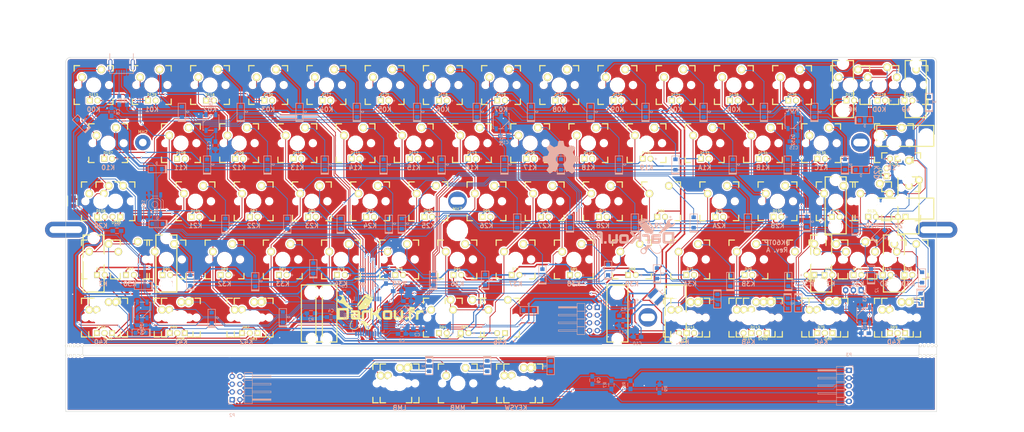
<source format=kicad_pcb>
(kicad_pcb (version 4) (host pcbnew 4.0.5+dfsg1-4)
  (title_block (title "MX/Alps HHKB") (date 2017-05-22) (rev A.1) (company DarKou))
  (layers (0 F.Cu signal) (31 B.Cu signal) (34 B.Paste user) (35 F.Paste user) (36 B.SilkS user) (37 F.SilkS user) (38 B.Mask user) (39 F.Mask user) (44 Edge.Cuts user))
  (net 0 "")
  (net 1 GND)
  (net 2 "Net-(C8-Pad1)")
  (net 3 "Net-(D1-Pad2)")
  (net 4 "Net-(D2-Pad2)")
  (net 5 "Net-(D3-Pad2)")
  (net 6 "Net-(D4-Pad2)")
  (net 7 "Net-(D5-Pad2)")
  (net 8 "Net-(D6-Pad2)")
  (net 9 "Net-(D7-Pad2)")
  (net 10 "Net-(D8-Pad2)")
  (net 11 "Net-(D9-Pad2)")
  (net 12 "Net-(D10-Pad2)")
  (net 13 "Net-(D11-Pad2)")
  (net 14 "Net-(D12-Pad2)")
  (net 15 "Net-(D13-Pad2)")
  (net 16 "Net-(D14-Pad2)")
  (net 17 "Net-(D15-Pad2)")
  (net 18 "Net-(D16-Pad2)")
  (net 19 "Net-(D17-Pad2)")
  (net 20 "Net-(D18-Pad2)")
  (net 21 "Net-(D19-Pad2)")
  (net 22 "Net-(D21-Pad2)")
  (net 23 "Net-(D22-Pad2)")
  (net 24 "Net-(D23-Pad2)")
  (net 25 "Net-(D24-Pad2)")
  (net 26 "Net-(D26-Pad2)")
  (net 27 "Net-(D27-Pad2)")
  (net 28 "Net-(D28-Pad2)")
  (net 29 "Net-(D29-Pad2)")
  (net 30 "Net-(D31-Pad2)")
  (net 31 "Net-(D32-Pad2)")
  (net 32 "Net-(D33-Pad2)")
  (net 33 "Net-(D34-Pad2)")
  (net 34 "Net-(D35-Pad2)")
  (net 35 "Net-(D36-Pad2)")
  (net 36 "Net-(D37-Pad2)")
  (net 37 "Net-(D38-Pad2)")
  (net 38 "Net-(D39-Pad2)")
  (net 39 "Net-(D40-Pad2)")
  (net 40 "Net-(D41-Pad2)")
  (net 41 "Net-(D42-Pad2)")
  (net 42 "Net-(D43-Pad2)")
  (net 43 "Net-(D44-Pad2)")
  (net 44 "Net-(D45-Pad2)")
  (net 45 "Net-(D46-Pad2)")
  (net 46 "Net-(D47-Pad2)")
  (net 47 "Net-(D48-Pad2)")
  (net 48 "Net-(D49-Pad2)")
  (net 49 "Net-(D50-Pad2)")
  (net 50 "Net-(D51-Pad2)")
  (net 51 "Net-(D52-Pad2)")
  (net 52 "Net-(D53-Pad2)")
  (net 53 "Net-(D54-Pad2)")
  (net 54 "Net-(D55-Pad2)")
  (net 55 "Net-(D56-Pad2)")
  (net 56 "Net-(D57-Pad2)")
  (net 57 "Net-(D58-Pad2)")
  (net 58 "Net-(D59-Pad2)")
  (net 59 "Net-(D60-Pad2)")
  (net 60 "Net-(J1-Pad2)")
  (net 61 "Net-(J1-Pad3)")
  (net 62 "Net-(J1-Pad4)")
  (net 63 "Net-(R3-Pad1)")
  (net 64 "Net-(R4-Pad2)")
  (net 65 "Net-(U0-Pad42)")
  (net 66 "Net-(LD1-Pad2)")
  (net 67 D2)
  (net 68 D5)
  (net 69 "Net-(D61-Pad2)")
  (net 70 "Net-(D62-Pad2)")
  (net 71 "Net-(D63-Pad2)")
  (net 72 "Net-(U0-Pad41)")
  (net 73 "Net-(D64-Pad2)")
  (net 74 "Net-(D65-Pad2)")
  (net 75 "Net-(D66-Pad2)")
  (net 76 "Net-(D67-Pad2)")
  (net 77 "Net-(D68-Pad2)")
  (net 78 "Net-(R2-Pad2)")
  (net 79 VCC)
  (net 80 "Net-(C9-Pad1)")
  (net 81 LED_AN)
  (net 82 "Net-(L1-Pad1)")
  (net 83 LED_CATH)
  (net 84 BACKLIT)
  (net 85 CAPS_LED)
  (net 86 Row4)
  (net 87 Col3)
  (net 88 Col4)
  (net 89 Col5)
  (net 90 Row0)
  (net 91 Row1)
  (net 92 Row2)
  (net 93 Row3)
  (net 94 Col0)
  (net 95 Col1)
  (net 96 Col2)
  (net 97 ColD)
  (net 98 ColC)
  (net 99 Col6)
  (net 100 Col7)
  (net 101 Col8)
  (net 102 Col9)
  (net 103 ColA)
  (net 104 ColB)
  (net 105 "Net-(K50-Pad2)")
  (net 106 "Net-(K50-Pad1)")
  (net 107 RESET)
  (net 108 XTAL1)
  (net 109 XTAL2)
  (net 110 "Net-(MH2-Pad1)")
  (net 111 "Net-(X1-Pad3)")
  (net 112 "Net-(MH7-Pad1)")
  (net 113 RGB)
  (net 114 "Net-(D149-Pad2)")
  (net 115 "Net-(D150-Pad2)")
  (net 116 "Net-(D151-Pad2)")
  (net 117 "Net-(D152-Pad2)")
  (net 118 DOUT)
  (net 119 "Net-(DM34-Pad2)")
  (net 120 "Net-(DM44-Pad2)")
  (net 121 "Net-(DM54-Pad2)")
  (net 122 /TRACKPOINT/D5)
  (net 123 /TRACKPOINT/D2)
  (net 124 /TRACKPOINT/Col3)
  (net 125 /TRACKPOINT/Col4)
  (net 126 /TRACKPOINT/Col5)
  (net 127 /TRACKPOINT/Row4)
  (module Footprint:BreakHoles (layer F.Cu) (at 311.20172 119.54804 90)
    (fp_text reference M2)
    (fp_text value MISC)
    (pad "" np_thru_hole circle (at 0 0 90) (size 0.8 0.8) (drill 0.7) (layers *.Cu *.Mask F.SilkS))
    (pad "" np_thru_hole circle (at 0 -1.27 90) (size 0.8 0.8) (drill 0.7) (layers *.Cu *.Mask F.SilkS))
    (pad "" np_thru_hole circle (at 0 -2.54 90) (size 0.8 0.8) (drill 0.7) (layers *.Cu *.Mask F.SilkS))
    (pad "" np_thru_hole circle (at 0 1.27 90) (size 0.8 0.8) (drill 0.7) (layers *.Cu *.Mask F.SilkS))
    (pad "" np_thru_hole circle (at 0 2.54 90) (size 0.8 0.8) (drill 0.7) (layers *.Cu *.Mask F.SilkS))
  )
  (module Footprint:MXST (layer F.Cu) (at 114.3 107.15625 180)
    (fp_text reference MXST hide)
    (fp_text value VAL** hide)
    (pad "" np_thru_hole circle (at 0 -6.985 180) (size 3.048 3.048) (drill 3.048) (layers *.Cu *.Mask))
    (pad "" np_thru_hole circle (at 0 8.255 180) (size 3.9802 3.9802) (drill 3.9802) (layers *.Cu *.Mask))
  )
  (module Footprint:MXST (layer F.Cu) (at 228.6 107.15625 180)
    (fp_text reference MXST hide)
    (fp_text value VAL** hide)
    (pad "" np_thru_hole circle (at 0 -6.985 180) (size 3.048 3.048) (drill 3.048) (layers *.Cu *.Mask))
    (pad "" np_thru_hole circle (at 0 8.255 180) (size 3.9802 3.9802) (drill 3.9802) (layers *.Cu *.Mask))
  )
  (module Footprint:MXST (layer F.Cu) (at 209.55 107.15625 180)
    (fp_text reference MXST hide)
    (fp_text value VAL** hide)
    (pad "" np_thru_hole circle (at 0 -6.985 180) (size 3.048 3.048) (drill 3.048) (layers *.Cu *.Mask))
    (pad "" np_thru_hole circle (at 0 8.255 180) (size 3.9802 3.9802) (drill 3.9802) (layers *.Cu *.Mask))
  )
  (module Footprint:MXST (layer F.Cu) (at 109.5375 107.15625 180)
    (fp_text reference MXST hide)
    (fp_text value VAL** hide)
    (pad "" np_thru_hole circle (at 0 -6.985 180) (size 3.048 3.048) (drill 3.048) (layers *.Cu *.Mask))
    (pad "" np_thru_hole circle (at 0 8.255 180) (size 3.9802 3.9802) (drill 3.9802) (layers *.Cu *.Mask))
  )
  (module Footprint:MXST (layer F.Cu) (at 300.0375 88.10625)
    (fp_text reference MXST hide)
    (fp_text value VAL** hide)
    (pad "" np_thru_hole circle (at 0 -6.985) (size 3.048 3.048) (drill 3.048) (layers *.Cu *.Mask))
    (pad "" np_thru_hole circle (at 0 8.255) (size 3.9802 3.9802) (drill 3.9802) (layers *.Cu *.Mask))
  )
  (module Footprint:MXST (layer F.Cu) (at 276.225 88.10625)
    (fp_text reference MXST hide)
    (fp_text value VAL** hide)
    (pad "" np_thru_hole circle (at 0 -6.985) (size 3.048 3.048) (drill 3.048) (layers *.Cu *.Mask))
    (pad "" np_thru_hole circle (at 0 8.255) (size 3.9802 3.9802) (drill 3.9802) (layers *.Cu *.Mask))
  )
  (module Footprint:MXST (layer F.Cu) (at 302.41875 47.62625 90)
    (fp_text reference MXST hide)
    (fp_text value VAL** hide)
    (pad "" np_thru_hole circle (at 0 -6.985 90) (size 3.048 3.048) (drill 3.048) (layers *.Cu *.Mask))
    (pad "" np_thru_hole circle (at 0 8.255 90) (size 3.9802 3.9802) (drill 3.9802) (layers *.Cu *.Mask))
  )
  (module Footprint:MXST (layer F.Cu) (at 302.41875 71.4375 90)
    (fp_text reference MXST hide)
    (fp_text value VAL** hide)
    (pad "" np_thru_hole circle (at 0 -6.985 90) (size 3.048 3.048) (drill 3.048) (layers *.Cu *.Mask))
    (pad "" np_thru_hole circle (at 0 8.255 90) (size 3.9802 3.9802) (drill 3.9802) (layers *.Cu *.Mask))
  )
  (module Footprint:MXST (layer F.Cu) (at 280.9875 69.05625)
    (fp_text reference MXST hide)
    (fp_text value VAL** hide)
    (pad "" np_thru_hole circle (at 0 -6.985) (size 3.048 3.048) (drill 3.048) (layers *.Cu *.Mask))
    (pad "" np_thru_hole circle (at 0 8.255) (size 3.9802 3.9802) (drill 3.9802) (layers *.Cu *.Mask))
  )
  (module Footprint:MXST (layer F.Cu) (at 304.8 69.05625)
    (fp_text reference MXST hide)
    (fp_text value VAL** hide)
    (pad "" np_thru_hole circle (at 0 -6.985) (size 3.048 3.048) (drill 3.048) (layers *.Cu *.Mask))
    (pad "" np_thru_hole circle (at 0 8.255) (size 3.9802 3.9802) (drill 3.9802) (layers *.Cu *.Mask))
  )
  (module Footprint:MXST (layer F.Cu) (at 307.18125 30.95625)
    (fp_text reference MXST hide)
    (fp_text value VAL** hide)
    (pad "" np_thru_hole circle (at 0 -6.985) (size 3.048 3.048) (drill 3.048) (layers *.Cu *.Mask))
    (pad "" np_thru_hole circle (at 0 8.255) (size 3.9802 3.9802) (drill 3.9802) (layers *.Cu *.Mask))
  )
  (module Footprint:MXST (layer F.Cu) (at 283.36875 30.95625)
    (fp_text reference MXST hide)
    (fp_text value VAL** hide)
    (pad "" np_thru_hole circle (at 0 -6.985) (size 3.048 3.048) (drill 3.048) (layers *.Cu *.Mask))
    (pad "" np_thru_hole circle (at 0 8.255) (size 3.9802 3.9802) (drill 3.9802) (layers *.Cu *.Mask))
  )
  (module Footprint:MXST (layer F.Cu) (at 61.9125 88.10625)
    (fp_text reference MXST hide)
    (fp_text value VAL** hide)
    (pad "" np_thru_hole circle (at 0 -6.985) (size 3.048 3.048) (drill 3.048) (layers *.Cu *.Mask))
    (pad "" np_thru_hole circle (at 0 8.255) (size 3.9802 3.9802) (drill 3.9802) (layers *.Cu *.Mask))
  )
  (module Capacitors_SMD:C_0805_HandSoldering (layer B.Cu) (at 145 104 45)
    (fp_text reference C1 (at 0 2.1 45) (layer B.SilkS) (effects (justify mirror)))
    (fp_text value 22p)
    (pad 1 smd rect (at -1.25 0 45) (size 1.5 1.25) (layers B.Cu B.Paste B.Mask) (net 108 XTAL1))
    (pad 2 smd rect (at 1.25 0 45) (size 1.5 1.25) (layers B.Cu B.Paste B.Mask) (net 1 GND))
  )
  (module Capacitors_SMD:C_0805_HandSoldering (layer B.Cu) (at 144 110.75)
    (fp_text reference C2 (at 0 2.1) (layer B.SilkS) (effects (justify mirror)))
    (fp_text value 22p)
    (pad 1 smd rect (at -1.25 0) (size 1.5 1.25) (layers B.Cu B.Paste B.Mask) (net 109 XTAL2))
    (pad 2 smd rect (at 1.25 0) (size 1.5 1.25) (layers B.Cu B.Paste B.Mask) (net 1 GND))
  )
  (module Capacitors_SMD:C_0805_HandSoldering (layer B.Cu) (at 133.7875 94.7575 90)
    (fp_text reference C3 (at 0 2.1 90) (layer B.SilkS) (effects (justify mirror)))
    (fp_text value 0.1u hide)
    (pad 1 smd rect (at -1.25 0 90) (size 1.5 1.25) (layers B.Cu B.Paste B.Mask) (net 79 VCC))
    (pad 2 smd rect (at 1.25 0 90) (size 1.5 1.25) (layers B.Cu B.Paste B.Mask) (net 1 GND))
  )
  (module Capacitors_SMD:C_0805_HandSoldering (layer B.Cu) (at 115.75 107 180)
    (fp_text reference C4 (at 0 2.1 180) (layer B.SilkS) (effects (justify mirror)))
    (fp_text value 0.1u hide)
    (pad 1 smd rect (at -1.25 0 180) (size 1.5 1.25) (layers B.Cu B.Paste B.Mask) (net 79 VCC))
    (pad 2 smd rect (at 1.25 0 180) (size 1.5 1.25) (layers B.Cu B.Paste B.Mask) (net 1 GND))
  )
  (module Capacitors_SMD:C_0805_HandSoldering (layer B.Cu) (at 120.25 99 180)
    (fp_text reference C5 (at 0 2.1 180) (layer B.SilkS) (effects (justify mirror)))
    (fp_text value 0.1u)
    (pad 1 smd rect (at -1.25 0 180) (size 1.5 1.25) (layers B.Cu B.Paste B.Mask) (net 79 VCC))
    (pad 2 smd rect (at 1.25 0 180) (size 1.5 1.25) (layers B.Cu B.Paste B.Mask) (net 1 GND))
  )
  (module Capacitors_SMD:C_0805_HandSoldering (layer B.Cu) (at 139 112.5)
    (fp_text reference C6 (at 0 2.1) (layer B.SilkS) (effects (justify mirror)))
    (fp_text value 0.1u)
    (pad 1 smd rect (at -1.25 0) (size 1.5 1.25) (layers B.Cu B.Paste B.Mask) (net 79 VCC))
    (pad 2 smd rect (at 1.25 0) (size 1.5 1.25) (layers B.Cu B.Paste B.Mask) (net 1 GND))
  )
  (module Capacitors_SMD:C_0805_HandSoldering (layer B.Cu) (at 140.75 101.75)
    (fp_text reference C7 (at 0 2.1) (layer B.SilkS) (effects (justify mirror)))
    (fp_text value 4.7u)
    (pad 1 smd rect (at -1.25 0) (size 1.5 1.25) (layers B.Cu B.Paste B.Mask) (net 79 VCC))
    (pad 2 smd rect (at 1.25 0) (size 1.5 1.25) (layers B.Cu B.Paste B.Mask) (net 1 GND))
  )
  (module Capacitors_SMD:C_0805_HandSoldering (layer B.Cu) (at 44 39.75 90)
    (fp_text reference C8 (at 0 2.1 90) (layer B.SilkS) (effects (justify mirror)))
    (fp_text value 1u)
    (pad 1 smd rect (at -1.25 0 90) (size 1.5 1.25) (layers B.Cu B.Paste B.Mask) (net 2 "Net-(C8-Pad1)"))
    (pad 2 smd rect (at 1.25 0 90) (size 1.5 1.25) (layers B.Cu B.Paste B.Mask) (net 1 GND))
  )
  (module Capacitors_SMD:C_0805_HandSoldering (layer B.Cu) (at 201.32172 127.69304 90)
    (fp_text reference C9 (at 0 2.1 90) (layer B.SilkS) (effects (justify mirror)))
    (fp_text value 2.2u)
    (pad 1 smd rect (at -1.25 0 90) (size 1.5 1.25) (layers B.Cu B.Paste B.Mask) (net 80 "Net-(C9-Pad1)"))
    (pad 2 smd rect (at 1.25 0 90) (size 1.5 1.25) (layers B.Cu B.Paste B.Mask) (net 79 VCC))
  )
  (module Footprint:D_SOD123 (layer B.Cu) (at 34 43.5 135)
    (fp_text reference D1 hide)
    (fp_text value D (at 0 1.925 135) (layer B.SilkS) (effects (font (size 0.8 0.8)) (justify mirror)))
    (pad 2 smd rect (at 1.7 0 135) (size 1.2 1.4) (layers B.Cu B.Paste B.Mask) (net 3 "Net-(D1-Pad2)"))
    (pad 1 smd rect (at -1.7 0 135) (size 1.2 1.4) (layers B.Cu B.Paste B.Mask) (net 90 Row0))
  )
  (module Footprint:D_SOD123 (layer B.Cu) (at 58.75 58.5 180)
    (fp_text reference D2 hide)
    (fp_text value D (at 0 1.925 180) (layer B.SilkS) (effects (font (size 0.8 0.8)) (justify mirror)))
    (pad 2 smd rect (at 1.7 0 180) (size 1.2 1.4) (layers B.Cu B.Paste B.Mask) (net 4 "Net-(D2-Pad2)"))
    (pad 1 smd rect (at -1.7 0 180) (size 1.2 1.4) (layers B.Cu B.Paste B.Mask) (net 91 Row1))
  )
  (module Footprint:D_SOD123 (layer B.Cu) (at 59 76.5 180)
    (fp_text reference D3 hide)
    (fp_text value D (at 0 1.925 180) (layer B.SilkS) (effects (font (size 0.8 0.8)) (justify mirror)))
    (pad 2 smd rect (at 1.7 0 180) (size 1.2 1.4) (layers B.Cu B.Paste B.Mask) (net 5 "Net-(D3-Pad2)"))
    (pad 1 smd rect (at -1.7 0 180) (size 1.2 1.4) (layers B.Cu B.Paste B.Mask) (net 92 Row2))
  )
  (module Footprint:D_SOD123 (layer B.Cu) (at 54.25 96.75 180)
    (fp_text reference D4 hide)
    (fp_text value D (at 0 1.925 180) (layer B.SilkS) (effects (font (size 0.8 0.8)) (justify mirror)))
    (pad 2 smd rect (at 1.7 0 180) (size 1.2 1.4) (layers B.Cu B.Paste B.Mask) (net 6 "Net-(D4-Pad2)"))
    (pad 1 smd rect (at -1.7 0 180) (size 1.2 1.4) (layers B.Cu B.Paste B.Mask) (net 93 Row3))
  )
  (module Footprint:D_SOD123 (layer B.Cu) (at 53.5025 112.1475 180)
    (fp_text reference D5 hide)
    (fp_text value D (at 0 1.925 180) (layer B.SilkS) (effects (font (size 0.8 0.8)) (justify mirror)))
    (pad 2 smd rect (at 1.7 0 180) (size 1.2 1.4) (layers B.Cu B.Paste B.Mask) (net 7 "Net-(D5-Pad2)"))
    (pad 1 smd rect (at -1.7 0 180) (size 1.2 1.4) (layers B.Cu B.Paste B.Mask) (net 86 Row4))
  )
  (module Footprint:D_SOD123 (layer B.Cu) (at 67 39.75 90)
    (fp_text reference D6 hide)
    (fp_text value D (at 0 1.925 90) (layer B.SilkS) (effects (font (size 0.8 0.8)) (justify mirror)))
    (pad 2 smd rect (at 1.7 0 90) (size 1.2 1.4) (layers B.Cu B.Paste B.Mask) (net 8 "Net-(D6-Pad2)"))
    (pad 1 smd rect (at -1.7 0 90) (size 1.2 1.4) (layers B.Cu B.Paste B.Mask) (net 90 Row0))
  )
  (module Footprint:D_SOD123 (layer B.Cu) (at 75.25 57 90)
    (fp_text reference D7 hide)
    (fp_text value D (at 0 1.925 90) (layer B.SilkS) (effects (font (size 0.8 0.8)) (justify mirror)))
    (pad 2 smd rect (at 1.7 0 90) (size 1.2 1.4) (layers B.Cu B.Paste B.Mask) (net 9 "Net-(D7-Pad2)"))
    (pad 1 smd rect (at -1.7 0 90) (size 1.2 1.4) (layers B.Cu B.Paste B.Mask) (net 91 Row1))
  )
  (module Footprint:D_SOD123 (layer B.Cu) (at 81.22875 76.40625 90)
    (fp_text reference D8 hide)
    (fp_text value D (at 0 1.925 90) (layer B.SilkS) (effects (font (size 0.8 0.8)) (justify mirror)))
    (pad 2 smd rect (at 1.7 0 90) (size 1.2 1.4) (layers B.Cu B.Paste B.Mask) (net 10 "Net-(D8-Pad2)"))
    (pad 1 smd rect (at -1.7 0 90) (size 1.2 1.4) (layers B.Cu B.Paste B.Mask) (net 92 Row2))
  )
  (module Footprint:D_SOD123 (layer B.Cu) (at 69.75 95 90)
    (fp_text reference D9 hide)
    (fp_text value D (at 0 1.925 90) (layer B.SilkS) (effects (font (size 0.8 0.8)) (justify mirror)))
    (pad 2 smd rect (at 1.7 0 90) (size 1.2 1.4) (layers B.Cu B.Paste B.Mask) (net 11 "Net-(D9-Pad2)"))
    (pad 1 smd rect (at -1.7 0 90) (size 1.2 1.4) (layers B.Cu B.Paste B.Mask) (net 93 Row3))
  )
  (module Footprint:D_SOD123 (layer B.Cu) (at 76.75 107.25 90)
    (fp_text reference D10 hide)
    (fp_text value D (at 0 1.925 90) (layer B.SilkS) (effects (font (size 0.8 0.8)) (justify mirror)))
    (pad 2 smd rect (at 1.7 0 90) (size 1.2 1.4) (layers B.Cu B.Paste B.Mask) (net 12 "Net-(D10-Pad2)"))
    (pad 1 smd rect (at -1.7 0 90) (size 1.2 1.4) (layers B.Cu B.Paste B.Mask) (net 86 Row4))
  )
  (module Footprint:D_SOD123 (layer B.Cu) (at 86.25 39.75 90)
    (fp_text reference D11 hide)
    (fp_text value D (at 0 1.925 90) (layer B.SilkS) (effects (font (size 0.8 0.8)) (justify mirror)))
    (pad 2 smd rect (at 1.7 0 90) (size 1.2 1.4) (layers B.Cu B.Paste B.Mask) (net 13 "Net-(D11-Pad2)"))
    (pad 1 smd rect (at -1.7 0 90) (size 1.2 1.4) (layers B.Cu B.Paste B.Mask) (net 90 Row0))
  )
  (module Footprint:D_SOD123 (layer B.Cu) (at 95 57 90)
    (fp_text reference D12 hide)
    (fp_text value D (at 0 1.925 90) (layer B.SilkS) (effects (font (size 0.8 0.8)) (justify mirror)))
    (pad 2 smd rect (at 1.7 0 90) (size 1.2 1.4) (layers B.Cu B.Paste B.Mask) (net 14 "Net-(D12-Pad2)"))
    (pad 1 smd rect (at -1.7 0 90) (size 1.2 1.4) (layers B.Cu B.Paste B.Mask) (net 91 Row1))
  )
  (module Footprint:D_SOD123 (layer B.Cu) (at 101.47875 76.40625 90)
    (fp_text reference D13 hide)
    (fp_text value D (at 0 1.925 90) (layer B.SilkS) (effects (font (size 0.8 0.8)) (justify mirror)))
    (pad 2 smd rect (at 1.7 0 90) (size 1.2 1.4) (layers B.Cu B.Paste B.Mask) (net 15 "Net-(D13-Pad2)"))
    (pad 1 smd rect (at -1.7 0 90) (size 1.2 1.4) (layers B.Cu B.Paste B.Mask) (net 92 Row2))
  )
  (module Footprint:D_SOD123 (layer B.Cu) (at 91 95.25 90)
    (fp_text reference D14 hide)
    (fp_text value D (at 0 1.925 90) (layer B.SilkS) (effects (font (size 0.8 0.8)) (justify mirror)))
    (pad 2 smd rect (at 1.7 0 90) (size 1.2 1.4) (layers B.Cu B.Paste B.Mask) (net 16 "Net-(D14-Pad2)"))
    (pad 1 smd rect (at -1.7 0 90) (size 1.2 1.4) (layers B.Cu B.Paste B.Mask) (net 93 Row3))
  )
  (module Footprint:D_SOD123 (layer B.Cu) (at 100.0375 107.0075 90)
    (fp_text reference D15 hide)
    (fp_text value D (at 0 1.925 90) (layer B.SilkS) (effects (font (size 0.8 0.8)) (justify mirror)))
    (pad 2 smd rect (at 1.7 0 90) (size 1.2 1.4) (layers B.Cu B.Paste B.Mask) (net 17 "Net-(D15-Pad2)"))
    (pad 1 smd rect (at -1.7 0 90) (size 1.2 1.4) (layers B.Cu B.Paste B.Mask) (net 86 Row4))
  )
  (module Footprint:D_SOD123 (layer B.Cu) (at 105.5 39.75 90)
    (fp_text reference D16 hide)
    (fp_text value D (at 0 1.925 90) (layer B.SilkS) (effects (font (size 0.8 0.8)) (justify mirror)))
    (pad 2 smd rect (at 1.7 0 90) (size 1.2 1.4) (layers B.Cu B.Paste B.Mask) (net 18 "Net-(D16-Pad2)"))
    (pad 1 smd rect (at -1.7 0 90) (size 1.2 1.4) (layers B.Cu B.Paste B.Mask) (net 90 Row0))
  )
  (module Footprint:D_SOD123 (layer B.Cu) (at 113.75 57 90)
    (fp_text reference D17 hide)
    (fp_text value D (at 0 1.925 90) (layer B.SilkS) (effects (font (size 0.8 0.8)) (justify mirror)))
    (pad 2 smd rect (at 1.7 0 90) (size 1.2 1.4) (layers B.Cu B.Paste B.Mask) (net 19 "Net-(D17-Pad2)"))
    (pad 1 smd rect (at -1.7 0 90) (size 1.2 1.4) (layers B.Cu B.Paste B.Mask) (net 91 Row1))
  )
  (module Footprint:D_SOD123 (layer B.Cu) (at 118.97875 76.40625 90)
    (fp_text reference D18 hide)
    (fp_text value D (at 0 1.925 90) (layer B.SilkS) (effects (font (size 0.8 0.8)) (justify mirror)))
    (pad 2 smd rect (at 1.7 0 90) (size 1.2 1.4) (layers B.Cu B.Paste B.Mask) (net 20 "Net-(D18-Pad2)"))
    (pad 1 smd rect (at -1.7 0 90) (size 1.2 1.4) (layers B.Cu B.Paste B.Mask) (net 92 Row2))
  )
  (module Footprint:D_SOD123 (layer B.Cu) (at 110 91 90)
    (fp_text reference D19 hide)
    (fp_text value D (at 0 1.925 90) (layer B.SilkS) (effects (font (size 0.8 0.8)) (justify mirror)))
    (pad 2 smd rect (at 1.7 0 90) (size 1.2 1.4) (layers B.Cu B.Paste B.Mask) (net 21 "Net-(D19-Pad2)"))
    (pad 1 smd rect (at -1.7 0 90) (size 1.2 1.4) (layers B.Cu B.Paste B.Mask) (net 93 Row3))
  )
  (module Footprint:D_SOD123 (layer B.Cu) (at 124.25 39.75 90)
    (fp_text reference D21 hide)
    (fp_text value D (at 0 1.925 90) (layer B.SilkS) (effects (font (size 0.8 0.8)) (justify mirror)))
    (pad 2 smd rect (at 1.7 0 90) (size 1.2 1.4) (layers B.Cu B.Paste B.Mask) (net 22 "Net-(D21-Pad2)"))
    (pad 1 smd rect (at -1.7 0 90) (size 1.2 1.4) (layers B.Cu B.Paste B.Mask) (net 90 Row0))
  )
  (module Footprint:D_SOD123 (layer B.Cu) (at 133 57 90)
    (fp_text reference D22 hide)
    (fp_text value D (at 0 1.925 90) (layer B.SilkS) (effects (font (size 0.8 0.8)) (justify mirror)))
    (pad 2 smd rect (at 1.7 0 90) (size 1.2 1.4) (layers B.Cu B.Paste B.Mask) (net 23 "Net-(D22-Pad2)"))
    (pad 1 smd rect (at -1.7 0 90) (size 1.2 1.4) (layers B.Cu B.Paste B.Mask) (net 91 Row1))
  )
  (module Footprint:D_SOD123 (layer B.Cu) (at 134.72875 76.40625 90)
    (fp_text reference D23 hide)
    (fp_text value D (at 0 1.925 90) (layer B.SilkS) (effects (font (size 0.8 0.8)) (justify mirror)))
    (pad 2 smd rect (at 1.7 0 90) (size 1.2 1.4) (layers B.Cu B.Paste B.Mask) (net 24 "Net-(D23-Pad2)"))
    (pad 1 smd rect (at -1.7 0 90) (size 1.2 1.4) (layers B.Cu B.Paste B.Mask) (net 92 Row2))
  )
  (module Footprint:D_SOD123 (layer B.Cu) (at 126 93.25 90)
    (fp_text reference D24 hide)
    (fp_text value D (at 0 1.925 90) (layer B.SilkS) (effects (font (size 0.8 0.8)) (justify mirror)))
    (pad 2 smd rect (at 1.7 0 90) (size 1.2 1.4) (layers B.Cu B.Paste B.Mask) (net 25 "Net-(D24-Pad2)"))
    (pad 1 smd rect (at -1.7 0 90) (size 1.2 1.4) (layers B.Cu B.Paste B.Mask) (net 93 Row3))
  )
  (module Footprint:D_SOD123 (layer B.Cu) (at 144 39.75 90)
    (fp_text reference D26 hide)
    (fp_text value D (at 0 1.925 90) (layer B.SilkS) (effects (font (size 0.8 0.8)) (justify mirror)))
    (pad 2 smd rect (at 1.7 0 90) (size 1.2 1.4) (layers B.Cu B.Paste B.Mask) (net 26 "Net-(D26-Pad2)"))
    (pad 1 smd rect (at -1.7 0 90) (size 1.2 1.4) (layers B.Cu B.Paste B.Mask) (net 90 Row0))
  )
  (module Footprint:D_SOD123 (layer B.Cu) (at 152 57 90)
    (fp_text reference D27 hide)
    (fp_text value D (at 0 1.925 90) (layer B.SilkS) (effects (font (size 0.8 0.8)) (justify mirror)))
    (pad 2 smd rect (at 1.7 0 90) (size 1.2 1.4) (layers B.Cu B.Paste B.Mask) (net 27 "Net-(D27-Pad2)"))
    (pad 1 smd rect (at -1.7 0 90) (size 1.2 1.4) (layers B.Cu B.Paste B.Mask) (net 91 Row1))
  )
  (module Footprint:D_SOD123 (layer B.Cu) (at 138.97875 76.40625 90)
    (fp_text reference D28 hide)
    (fp_text value D (at 0 1.925 90) (layer B.SilkS) (effects (font (size 0.8 0.8)) (justify mirror)))
    (pad 2 smd rect (at 1.7 0 90) (size 1.2 1.4) (layers B.Cu B.Paste B.Mask) (net 28 "Net-(D28-Pad2)"))
    (pad 1 smd rect (at -1.7 0 90) (size 1.2 1.4) (layers B.Cu B.Paste B.Mask) (net 92 Row2))
  )
  (module Footprint:D_SOD123 (layer B.Cu) (at 149.25 94.75 90)
    (fp_text reference D29 hide)
    (fp_text value D (at 0 1.925 90) (layer B.SilkS) (effects (font (size 0.8 0.8)) (justify mirror)))
    (pad 2 smd rect (at 1.7 0 90) (size 1.2 1.4) (layers B.Cu B.Paste B.Mask) (net 29 "Net-(D29-Pad2)"))
    (pad 1 smd rect (at -1.7 0 90) (size 1.2 1.4) (layers B.Cu B.Paste B.Mask) (net 93 Row3))
  )
  (module Footprint:D_SOD123 (layer B.Cu) (at 163.5 39.75 90)
    (fp_text reference D31 hide)
    (fp_text value D (at 0 1.925 90) (layer B.SilkS) (effects (font (size 0.8 0.8)) (justify mirror)))
    (pad 2 smd rect (at 1.7 0 90) (size 1.2 1.4) (layers B.Cu B.Paste B.Mask) (net 30 "Net-(D31-Pad2)"))
    (pad 1 smd rect (at -1.7 0 90) (size 1.2 1.4) (layers B.Cu B.Paste B.Mask) (net 90 Row0))
  )
  (module Footprint:D_SOD123 (layer B.Cu) (at 172.5375 57.0075 90)
    (fp_text reference D32 hide)
    (fp_text value D (at 0 1.925 90) (layer B.SilkS) (effects (font (size 0.8 0.8)) (justify mirror)))
    (pad 2 smd rect (at 1.7 0 90) (size 1.2 1.4) (layers B.Cu B.Paste B.Mask) (net 31 "Net-(D32-Pad2)"))
    (pad 1 smd rect (at -1.7 0 90) (size 1.2 1.4) (layers B.Cu B.Paste B.Mask) (net 91 Row1))
  )
  (module Footprint:D_SOD123 (layer B.Cu) (at 176.75 76 90)
    (fp_text reference D33 hide)
    (fp_text value D (at 0 1.925 90) (layer B.SilkS) (effects (font (size 0.8 0.8)) (justify mirror)))
    (pad 2 smd rect (at 1.7 0 90) (size 1.2 1.4) (layers B.Cu B.Paste B.Mask) (net 32 "Net-(D33-Pad2)"))
    (pad 1 smd rect (at -1.7 0 90) (size 1.2 1.4) (layers B.Cu B.Paste B.Mask) (net 92 Row2))
  )
  (module Footprint:D_SOD123 (layer B.Cu) (at 166.25 94.75 90)
    (fp_text reference D34 hide)
    (fp_text value D (at 0 1.925 90) (layer B.SilkS) (effects (font (size 0.8 0.8)) (justify mirror)))
    (pad 2 smd rect (at 1.7 0 90) (size 1.2 1.4) (layers B.Cu B.Paste B.Mask) (net 33 "Net-(D34-Pad2)"))
    (pad 1 smd rect (at -1.7 0 90) (size 1.2 1.4) (layers B.Cu B.Paste B.Mask) (net 93 Row3))
  )
  (module Footprint:D_SOD123 (layer B.Cu) (at 180.5 104.75 180)
    (fp_text reference D35 hide)
    (fp_text value D (at 0 1.925 180) (layer B.SilkS) (effects (font (size 0.8 0.8)) (justify mirror)))
    (pad 2 smd rect (at 1.7 0 180) (size 1.2 1.4) (layers B.Cu B.Paste B.Mask) (net 34 "Net-(D35-Pad2)"))
    (pad 1 smd rect (at -1.7 0 180) (size 1.2 1.4) (layers B.Cu B.Paste B.Mask) (net 86 Row4))
  )
  (module Footprint:D_SOD123 (layer B.Cu) (at 181.25 39.75 90)
    (fp_text reference D36 hide)
    (fp_text value D (at 0 1.925 90) (layer B.SilkS) (effects (font (size 0.8 0.8)) (justify mirror)))
    (pad 2 smd rect (at 1.7 0 90) (size 1.2 1.4) (layers B.Cu B.Paste B.Mask) (net 35 "Net-(D36-Pad2)"))
    (pad 1 smd rect (at -1.7 0 90) (size 1.2 1.4) (layers B.Cu B.Paste B.Mask) (net 90 Row0))
  )
  (module Footprint:D_SOD123 (layer B.Cu) (at 191.0375 57.0075 90)
    (fp_text reference D37 hide)
    (fp_text value D (at 0 1.925 90) (layer B.SilkS) (effects (font (size 0.8 0.8)) (justify mirror)))
    (pad 2 smd rect (at 1.7 0 90) (size 1.2 1.4) (layers B.Cu B.Paste B.Mask) (net 36 "Net-(D37-Pad2)"))
    (pad 1 smd rect (at -1.7 0 90) (size 1.2 1.4) (layers B.Cu B.Paste B.Mask) (net 91 Row1))
  )
  (module Footprint:D_SOD123 (layer B.Cu) (at 194 76 90)
    (fp_text reference D38 hide)
    (fp_text value D (at 0 1.925 90) (layer B.SilkS) (effects (font (size 0.8 0.8)) (justify mirror)))
    (pad 2 smd rect (at 1.7 0 90) (size 1.2 1.4) (layers B.Cu B.Paste B.Mask) (net 37 "Net-(D38-Pad2)"))
    (pad 1 smd rect (at -1.7 0 90) (size 1.2 1.4) (layers B.Cu B.Paste B.Mask) (net 92 Row2))
  )
  (module Footprint:D_SOD123 (layer B.Cu) (at 185 93 90)
    (fp_text reference D39 hide)
    (fp_text value D (at 0 1.925 90) (layer B.SilkS) (effects (font (size 0.8 0.8)) (justify mirror)))
    (pad 2 smd rect (at 1.7 0 90) (size 1.2 1.4) (layers B.Cu B.Paste B.Mask) (net 38 "Net-(D39-Pad2)"))
    (pad 1 smd rect (at -1.7 0 90) (size 1.2 1.4) (layers B.Cu B.Paste B.Mask) (net 93 Row3))
  )
  (module Footprint:D_SOD123 (layer B.Cu) (at 200.75 39.75 90)
    (fp_text reference D40 hide)
    (fp_text value D (at 0 1.925 90) (layer B.SilkS) (effects (font (size 0.8 0.8)) (justify mirror)))
    (pad 2 smd rect (at 1.7 0 90) (size 1.2 1.4) (layers B.Cu B.Paste B.Mask) (net 39 "Net-(D40-Pad2)"))
    (pad 1 smd rect (at -1.7 0 90) (size 1.2 1.4) (layers B.Cu B.Paste B.Mask) (net 90 Row0))
  )
  (module Footprint:D_SOD123 (layer B.Cu) (at 210.0375 57.0075 90)
    (fp_text reference D41 hide)
    (fp_text value D (at 0 1.925 90) (layer B.SilkS) (effects (font (size 0.8 0.8)) (justify mirror)))
    (pad 2 smd rect (at 1.7 0 90) (size 1.2 1.4) (layers B.Cu B.Paste B.Mask) (net 40 "Net-(D41-Pad2)"))
    (pad 1 smd rect (at -1.7 0 90) (size 1.2 1.4) (layers B.Cu B.Paste B.Mask) (net 91 Row1))
  )
  (module Footprint:D_SOD123 (layer B.Cu) (at 215.25 76 90)
    (fp_text reference D42 hide)
    (fp_text value D (at 0 1.925 90) (layer B.SilkS) (effects (font (size 0.8 0.8)) (justify mirror)))
    (pad 2 smd rect (at 1.7 0 90) (size 1.2 1.4) (layers B.Cu B.Paste B.Mask) (net 41 "Net-(D42-Pad2)"))
    (pad 1 smd rect (at -1.7 0 90) (size 1.2 1.4) (layers B.Cu B.Paste B.Mask) (net 92 Row2))
  )
  (module Footprint:D_SOD123 (layer B.Cu) (at 206.5 91.5 90)
    (fp_text reference D43 hide)
    (fp_text value D (at 0 1.925 90) (layer B.SilkS) (effects (font (size 0.8 0.8)) (justify mirror)))
    (pad 2 smd rect (at 1.7 0 90) (size 1.2 1.4) (layers B.Cu B.Paste B.Mask) (net 42 "Net-(D43-Pad2)"))
    (pad 1 smd rect (at -1.7 0 90) (size 1.2 1.4) (layers B.Cu B.Paste B.Mask) (net 93 Row3))
  )
  (module Footprint:D_SOD123 (layer B.Cu) (at 218.75 39.75 90)
    (fp_text reference D44 hide)
    (fp_text value D (at 0 1.925 90) (layer B.SilkS) (effects (font (size 0.8 0.8)) (justify mirror)))
    (pad 2 smd rect (at 1.7 0 90) (size 1.2 1.4) (layers B.Cu B.Paste B.Mask) (net 43 "Net-(D44-Pad2)"))
    (pad 1 smd rect (at -1.7 0 90) (size 1.2 1.4) (layers B.Cu B.Paste B.Mask) (net 90 Row0))
  )
  (module Footprint:D_SOD123 (layer B.Cu) (at 228.5375 57.0075 90)
    (fp_text reference D45 hide)
    (fp_text value D (at 0 1.925 90) (layer B.SilkS) (effects (font (size 0.8 0.8)) (justify mirror)))
    (pad 2 smd rect (at 1.7 0 90) (size 1.2 1.4) (layers B.Cu B.Paste B.Mask) (net 44 "Net-(D45-Pad2)"))
    (pad 1 smd rect (at -1.7 0 90) (size 1.2 1.4) (layers B.Cu B.Paste B.Mask) (net 91 Row1))
  )
  (module Footprint:D_SOD123 (layer B.Cu) (at 234.5 76 90)
    (fp_text reference D46 hide)
    (fp_text value D (at 0 1.925 90) (layer B.SilkS) (effects (font (size 0.8 0.8)) (justify mirror)))
    (pad 2 smd rect (at 1.7 0 90) (size 1.2 1.4) (layers B.Cu B.Paste B.Mask) (net 45 "Net-(D46-Pad2)"))
    (pad 1 smd rect (at -1.7 0 90) (size 1.2 1.4) (layers B.Cu B.Paste B.Mask) (net 92 Row2))
  )
  (module Footprint:D_SOD123 (layer B.Cu) (at 222.47875 92.65625 90)
    (fp_text reference D47 hide)
    (fp_text value D (at 0 1.925 90) (layer B.SilkS) (effects (font (size 0.8 0.8)) (justify mirror)))
    (pad 2 smd rect (at 1.7 0 90) (size 1.2 1.4) (layers B.Cu B.Paste B.Mask) (net 46 "Net-(D47-Pad2)"))
    (pad 1 smd rect (at -1.7 0 90) (size 1.2 1.4) (layers B.Cu B.Paste B.Mask) (net 93 Row3))
  )
  (module Footprint:D_SOD123 (layer B.Cu) (at 311.5 36.5 90)
    (fp_text reference D48 hide)
    (fp_text value D (at 0 1.925 90) (layer B.SilkS) (effects (font (size 0.8 0.8)) (justify mirror)))
    (pad 2 smd rect (at 1.7 0 90) (size 1.2 1.4) (layers B.Cu B.Paste B.Mask) (net 47 "Net-(D48-Pad2)"))
    (pad 1 smd rect (at -1.7 0 90) (size 1.2 1.4) (layers B.Cu B.Paste B.Mask) (net 86 Row4))
  )
  (module Footprint:D_SOD123 (layer B.Cu) (at 237.75 39.75 90)
    (fp_text reference D49 hide)
    (fp_text value D (at 0 1.925 90) (layer B.SilkS) (effects (font (size 0.8 0.8)) (justify mirror)))
    (pad 2 smd rect (at 1.7 0 90) (size 1.2 1.4) (layers B.Cu B.Paste B.Mask) (net 48 "Net-(D49-Pad2)"))
    (pad 1 smd rect (at -1.7 0 90) (size 1.2 1.4) (layers B.Cu B.Paste B.Mask) (net 90 Row0))
  )
  (module Footprint:D_SOD123 (layer B.Cu) (at 247.2875 57.0075 90)
    (fp_text reference D50 hide)
    (fp_text value D (at 0 1.925 90) (layer B.SilkS) (effects (font (size 0.8 0.8)) (justify mirror)))
    (pad 2 smd rect (at 1.7 0 90) (size 1.2 1.4) (layers B.Cu B.Paste B.Mask) (net 49 "Net-(D50-Pad2)"))
    (pad 1 smd rect (at -1.7 0 90) (size 1.2 1.4) (layers B.Cu B.Paste B.Mask) (net 91 Row1))
  )
  (module Footprint:D_SOD123 (layer B.Cu) (at 252.25 76 90)
    (fp_text reference D51 hide)
    (fp_text value D (at 0 1.925 90) (layer B.SilkS) (effects (font (size 0.8 0.8)) (justify mirror)))
    (pad 2 smd rect (at 1.7 0 90) (size 1.2 1.4) (layers B.Cu B.Paste B.Mask) (net 50 "Net-(D51-Pad2)"))
    (pad 1 smd rect (at -1.7 0 90) (size 1.2 1.4) (layers B.Cu B.Paste B.Mask) (net 92 Row2))
  )
  (module Footprint:D_SOD123 (layer B.Cu) (at 246.47875 95.15625 90)
    (fp_text reference D52 hide)
    (fp_text value D (at 0 1.925 90) (layer B.SilkS) (effects (font (size 0.8 0.8)) (justify mirror)))
    (pad 2 smd rect (at 1.7 0 90) (size 1.2 1.4) (layers B.Cu B.Paste B.Mask) (net 51 "Net-(D52-Pad2)"))
    (pad 1 smd rect (at -1.7 0 90) (size 1.2 1.4) (layers B.Cu B.Paste B.Mask) (net 93 Row3))
  )
  (module Footprint:D_SOD123 (layer B.Cu) (at 242.25 101.25 270)
    (fp_text reference D53 hide)
    (fp_text value D (at 0 1.925 270) (layer B.SilkS) (effects (font (size 0.8 0.8)) (justify mirror)))
    (pad 2 smd rect (at 1.7 0 270) (size 1.2 1.4) (layers B.Cu B.Paste B.Mask) (net 52 "Net-(D53-Pad2)"))
    (pad 1 smd rect (at -1.7 0 270) (size 1.2 1.4) (layers B.Cu B.Paste B.Mask) (net 86 Row4))
  )
  (module Footprint:D_SOD123 (layer B.Cu) (at 257.5 39.75 90)
    (fp_text reference D54 hide)
    (fp_text value D (at 0 1.925 90) (layer B.SilkS) (effects (font (size 0.8 0.8)) (justify mirror)))
    (pad 2 smd rect (at 1.7 0 90) (size 1.2 1.4) (layers B.Cu B.Paste B.Mask) (net 53 "Net-(D54-Pad2)"))
    (pad 1 smd rect (at -1.7 0 90) (size 1.2 1.4) (layers B.Cu B.Paste B.Mask) (net 90 Row0))
  )
  (module Footprint:D_SOD123 (layer B.Cu) (at 265.2875 57.0075 90)
    (fp_text reference D55 hide)
    (fp_text value D (at 0 1.925 90) (layer B.SilkS) (effects (font (size 0.8 0.8)) (justify mirror)))
    (pad 2 smd rect (at 1.7 0 90) (size 1.2 1.4) (layers B.Cu B.Paste B.Mask) (net 54 "Net-(D55-Pad2)"))
    (pad 1 smd rect (at -1.7 0 90) (size 1.2 1.4) (layers B.Cu B.Paste B.Mask) (net 91 Row1))
  )
  (module Footprint:D_SOD123 (layer B.Cu) (at 271.5 75.75 90)
    (fp_text reference D56 hide)
    (fp_text value D (at 0 1.925 90) (layer B.SilkS) (effects (font (size 0.8 0.8)) (justify mirror)))
    (pad 2 smd rect (at 1.7 0 90) (size 1.2 1.4) (layers B.Cu B.Paste B.Mask) (net 55 "Net-(D56-Pad2)"))
    (pad 1 smd rect (at -1.7 0 90) (size 1.2 1.4) (layers B.Cu B.Paste B.Mask) (net 92 Row2))
  )
  (module Footprint:D_SOD123 (layer B.Cu) (at 265.47875 95.15625 90)
    (fp_text reference D57 hide)
    (fp_text value D (at 0 1.925 90) (layer B.SilkS) (effects (font (size 0.8 0.8)) (justify mirror)))
    (pad 2 smd rect (at 1.7 0 90) (size 1.2 1.4) (layers B.Cu B.Paste B.Mask) (net 56 "Net-(D57-Pad2)"))
    (pad 1 smd rect (at -1.7 0 90) (size 1.2 1.4) (layers B.Cu B.Paste B.Mask) (net 93 Row3))
  )
  (module Footprint:D_SOD123 (layer B.Cu) (at 265.25 102.5 270)
    (fp_text reference D58 hide)
    (fp_text value D (at 0 1.925 270) (layer B.SilkS) (effects (font (size 0.8 0.8)) (justify mirror)))
    (pad 2 smd rect (at 1.7 0 270) (size 1.2 1.4) (layers B.Cu B.Paste B.Mask) (net 57 "Net-(D58-Pad2)"))
    (pad 1 smd rect (at -1.7 0 270) (size 1.2 1.4) (layers B.Cu B.Paste B.Mask) (net 86 Row4))
  )
  (module Footprint:D_SOD123 (layer B.Cu) (at 274 39.75 90)
    (fp_text reference D59 hide)
    (fp_text value D (at 0 1.925 90) (layer B.SilkS) (effects (font (size 0.8 0.8)) (justify mirror)))
    (pad 2 smd rect (at 1.7 0 90) (size 1.2 1.4) (layers B.Cu B.Paste B.Mask) (net 58 "Net-(D59-Pad2)"))
    (pad 1 smd rect (at -1.7 0 90) (size 1.2 1.4) (layers B.Cu B.Paste B.Mask) (net 90 Row0))
  )
  (module Footprint:D_SOD123 (layer B.Cu) (at 284 57 90)
    (fp_text reference D60 hide)
    (fp_text value D (at 0 1.925 90) (layer B.SilkS) (effects (font (size 0.8 0.8)) (justify mirror)))
    (pad 2 smd rect (at 1.7 0 90) (size 1.2 1.4) (layers B.Cu B.Paste B.Mask) (net 59 "Net-(D60-Pad2)"))
    (pad 1 smd rect (at -1.7 0 90) (size 1.2 1.4) (layers B.Cu B.Paste B.Mask) (net 91 Row1))
  )
  (module Footprint:D_SOD123 (layer B.Cu) (at 287.5 77 90)
    (fp_text reference D61 hide)
    (fp_text value D (at 0 1.925 90) (layer B.SilkS) (effects (font (size 0.8 0.8)) (justify mirror)))
    (pad 2 smd rect (at 1.7 0 90) (size 1.2 1.4) (layers B.Cu B.Paste B.Mask) (net 69 "Net-(D61-Pad2)"))
    (pad 1 smd rect (at -1.7 0 90) (size 1.2 1.4) (layers B.Cu B.Paste B.Mask) (net 92 Row2))
  )
  (module Footprint:D_SOD123 (layer B.Cu) (at 292.57172 92.94304 90)
    (fp_text reference D62 hide)
    (fp_text value D (at 0 1.925 90) (layer B.SilkS) (effects (font (size 0.8 0.8)) (justify mirror)))
    (pad 2 smd rect (at 1.7 0 90) (size 1.2 1.4) (layers B.Cu B.Paste B.Mask) (net 70 "Net-(D62-Pad2)"))
    (pad 1 smd rect (at -1.7 0 90) (size 1.2 1.4) (layers B.Cu B.Paste B.Mask) (net 93 Row3))
  )
  (module Footprint:D_SOD123 (layer B.Cu) (at 268.75 102.5 270)
    (fp_text reference D63 hide)
    (fp_text value D (at 0 1.925 270) (layer B.SilkS) (effects (font (size 0.8 0.8)) (justify mirror)))
    (pad 2 smd rect (at 1.7 0 270) (size 1.2 1.4) (layers B.Cu B.Paste B.Mask) (net 71 "Net-(D63-Pad2)"))
    (pad 1 smd rect (at -1.7 0 270) (size 1.2 1.4) (layers B.Cu B.Paste B.Mask) (net 86 Row4))
  )
  (module Footprint:D_SOD123 (layer B.Cu) (at 290.5 42.5)
    (fp_text reference D64 hide)
    (fp_text value D (at 0 1.925) (layer B.SilkS) (effects (font (size 0.8 0.8)) (justify mirror)))
    (pad 2 smd rect (at 1.7 0) (size 1.2 1.4) (layers B.Cu B.Paste B.Mask) (net 73 "Net-(D64-Pad2)"))
    (pad 1 smd rect (at -1.7 0) (size 1.2 1.4) (layers B.Cu B.Paste B.Mask) (net 90 Row0))
  )
  (module Footprint:D_SOD123 (layer B.Cu) (at 289.25 58.75)
    (fp_text reference D65 hide)
    (fp_text value D (at 0 1.925) (layer B.SilkS) (effects (font (size 0.8 0.8)) (justify mirror)))
    (pad 2 smd rect (at 1.7 0) (size 1.2 1.4) (layers B.Cu B.Paste B.Mask) (net 74 "Net-(D65-Pad2)"))
    (pad 1 smd rect (at -1.7 0) (size 1.2 1.4) (layers B.Cu B.Paste B.Mask) (net 91 Row1))
  )
  (module Footprint:D_SOD123 (layer B.Cu) (at 295.75 79.75 45)
    (fp_text reference D66 hide)
    (fp_text value D (at 0 1.925 45) (layer B.SilkS) (effects (font (size 0.8 0.8)) (justify mirror)))
    (pad 2 smd rect (at 1.7 0 45) (size 1.2 1.4) (layers B.Cu B.Paste B.Mask) (net 75 "Net-(D66-Pad2)"))
    (pad 1 smd rect (at -1.7 0 45) (size 1.2 1.4) (layers B.Cu B.Paste B.Mask) (net 92 Row2))
  )
  (module Footprint:D_SOD123 (layer B.Cu) (at 309.25 94 90)
    (fp_text reference D67 hide)
    (fp_text value D (at 0 1.925 90) (layer B.SilkS) (effects (font (size 0.8 0.8)) (justify mirror)))
    (pad 2 smd rect (at 1.7 0 90) (size 1.2 1.4) (layers B.Cu B.Paste B.Mask) (net 76 "Net-(D67-Pad2)"))
    (pad 1 smd rect (at -1.7 0 90) (size 1.2 1.4) (layers B.Cu B.Paste B.Mask) (net 93 Row3))
  )
  (module Footprint:D_SOD123 (layer B.Cu) (at 308.75 101 270)
    (fp_text reference D68 hide)
    (fp_text value D (at 0 1.925 270) (layer B.SilkS) (effects (font (size 0.8 0.8)) (justify mirror)))
    (pad 2 smd rect (at 1.7 0 270) (size 1.2 1.4) (layers B.Cu B.Paste B.Mask) (net 77 "Net-(D68-Pad2)"))
    (pad 1 smd rect (at -1.7 0 270) (size 1.2 1.4) (layers B.Cu B.Paste B.Mask) (net 86 Row4))
  )
  (module Footprint:USB_miniB_hirose_5S8 (layer B.Cu) (at 47.25 26.75)
    (fp_text reference J1 hide)
    (fp_text value USB_mini_micro_B hide)
    (pad 1 smd rect (at -1.6 0) (size 0.5 1.4) (layers B.Cu B.Paste B.Mask) (net 79 VCC))
    (pad 2 smd rect (at -0.8 0) (size 0.5 1.4) (layers B.Cu B.Paste B.Mask) (net 60 "Net-(J1-Pad2)"))
    (pad 3 smd rect (at 0 0) (size 0.5 1.4) (layers B.Cu B.Paste B.Mask) (net 61 "Net-(J1-Pad3)"))
    (pad 4 smd rect (at 0.8 0) (size 0.5 1.4) (layers B.Cu B.Paste B.Mask) (net 62 "Net-(J1-Pad4)"))
    (pad 5 smd rect (at 1.6 0) (size 0.5 1.4) (layers B.Cu B.Paste B.Mask) (net 1 GND))
    (pad 6 thru_hole oval (at -3.65 -2.4) (size 1.3 3.8) (drill oval 0.7 3.2) (layers *.Cu *.Mask B.Paste) (net 1 GND))
    (pad 6 thru_hole oval (at 3.65 -2.4) (size 1.3 3.8) (drill oval 0.7 3.2) (layers *.Cu *.Mask B.Paste) (net 1 GND))
  )
  (module Resistors_SMD:R_0805_HandSoldering (layer B.Cu) (at 137.5 98.5 180)
    (fp_text reference R1 (at 0 2.1 180) (layer B.SilkS) (effects (justify mirror)))
    (fp_text value 10K)
    (pad 1 smd rect (at -1.35 0 180) (size 1.5 1.3) (layers B.Cu B.Paste B.Mask) (net 79 VCC))
    (pad 2 smd rect (at 1.35 0 180) (size 1.5 1.3) (layers B.Cu B.Paste B.Mask) (net 107 RESET))
  )
  (module Resistors_SMD:R_0805_HandSoldering (layer B.Cu) (at 109.25 105.75)
    (fp_text reference R2 (at 0 2.1) (layer B.SilkS) (effects (justify mirror)))
    (fp_text value 10K)
    (pad 1 smd rect (at -1.35 0) (size 1.5 1.3) (layers B.Cu B.Paste B.Mask) (net 1 GND))
    (pad 2 smd rect (at 1.35 0) (size 1.5 1.3) (layers B.Cu B.Paste B.Mask) (net 78 "Net-(R2-Pad2)"))
  )
  (module Resistors_SMD:R_0805_HandSoldering (layer B.Cu) (at 46.5 36 90)
    (fp_text reference R3 (at 0 2.1 90) (layer B.SilkS) (effects (justify mirror)))
    (fp_text value 22)
    (pad 1 smd rect (at -1.35 0 90) (size 1.5 1.3) (layers B.Cu B.Paste B.Mask) (net 63 "Net-(R3-Pad1)"))
    (pad 2 smd rect (at 1.35 0 90) (size 1.5 1.3) (layers B.Cu B.Paste B.Mask) (net 60 "Net-(J1-Pad2)"))
  )
  (module Resistors_SMD:R_0805_HandSoldering (layer B.Cu) (at 49 36 270)
    (fp_text reference R4 (at 0 2.1 270) (layer B.SilkS) (effects (justify mirror)))
    (fp_text value 22)
    (pad 1 smd rect (at -1.35 0 270) (size 1.5 1.3) (layers B.Cu B.Paste B.Mask) (net 61 "Net-(J1-Pad3)"))
    (pad 2 smd rect (at 1.35 0 270) (size 1.5 1.3) (layers B.Cu B.Paste B.Mask) (net 64 "Net-(R4-Pad2)"))
  )
  (module Resistors_SMD:R_0805_HandSoldering (layer B.Cu) (at 45.75 78.75 180)
    (fp_text reference R6 (at 0 2.1 180) (layer B.SilkS) (effects (justify mirror)))
    (fp_text value R)
    (pad 1 smd rect (at -1.35 0 180) (size 1.5 1.3) (layers B.Cu B.Paste B.Mask) (net 85 CAPS_LED))
    (pad 2 smd rect (at 1.35 0 180) (size 1.5 1.3) (layers B.Cu B.Paste B.Mask) (net 66 "Net-(LD1-Pad2)"))
  )
  (module Resistors_SMD:R_0805_HandSoldering (layer B.Cu) (at 207.57172 129.19304 270)
    (fp_text reference R7 (at 0 2.1 270) (layer B.SilkS) (effects (justify mirror)))
    (fp_text value 4.7K)
    (pad 1 smd rect (at -1.35 0 270) (size 1.5 1.3) (layers B.Cu B.Paste B.Mask) (net 79 VCC))
    (pad 2 smd rect (at 1.35 0 270) (size 1.5 1.3) (layers B.Cu B.Paste B.Mask) (net 122 /TRACKPOINT/D5))
  )
  (module Resistors_SMD:R_0805_HandSoldering (layer B.Cu) (at 213.82172 129.19304 270)
    (fp_text reference R8 (at 0 2.1 270) (layer B.SilkS) (effects (justify mirror)))
    (fp_text value 4.7K)
    (pad 1 smd rect (at -1.35 0 270) (size 1.5 1.3) (layers B.Cu B.Paste B.Mask) (net 79 VCC))
    (pad 2 smd rect (at 1.35 0 270) (size 1.5 1.3) (layers B.Cu B.Paste B.Mask) (net 123 /TRACKPOINT/D2))
  )
  (module Resistors_SMD:R_0805_HandSoldering (layer B.Cu) (at 223.32172 130.44304 90)
    (fp_text reference R9 (at 0 2.1 90) (layer B.SilkS) (effects (justify mirror)))
    (fp_text value 100K)
    (pad 1 smd rect (at -1.35 0 90) (size 1.5 1.3) (layers B.Cu B.Paste B.Mask) (net 80 "Net-(C9-Pad1)"))
    (pad 2 smd rect (at 1.35 0 90) (size 1.5 1.3) (layers B.Cu B.Paste B.Mask) (net 1 GND))
  )
  (module Buttons_Switches_SMD:SW_SPST_TL3342 (layer B.Cu) (at 58.15 70.1 270)
    (fp_text reference SW1 (at 0 3.75 270) (layer B.SilkS) (effects (justify mirror)))
    (fp_text value SW_PUSH)
    (pad 1 smd rect (at -3.15 1.9 270) (size 1.7 1) (layers B.Cu B.Paste B.Mask) (net 1 GND))
    (pad 1 smd rect (at 3.15 1.9 270) (size 1.7 1) (layers B.Cu B.Paste B.Mask) (net 1 GND))
    (pad 2 smd rect (at -3.15 -1.9 270) (size 1.7 1) (layers B.Cu B.Paste B.Mask) (net 107 RESET))
    (pad 2 smd rect (at 3.15 -1.9 270) (size 1.7 1) (layers B.Cu B.Paste B.Mask) (net 107 RESET))
  )
  (module Housings_QFP:TQFP-44_10x10mm_Pitch0.8mm (layer B.Cu) (at 128 106.75 270)
    (fp_text reference U0 (at 0 7.45 270) (layer B.SilkS) (effects (justify mirror)))
    (fp_text value ATMEGA32U4)
    (pad 1 smd rect (at -5.7 4 270) (size 1.5 0.55) (layers B.Cu B.Paste B.Mask) (net 85 CAPS_LED))
    (pad 2 smd rect (at -5.7 3.2 270) (size 1.5 0.55) (layers B.Cu B.Paste B.Mask) (net 79 VCC))
    (pad 3 smd rect (at -5.7 2.4 270) (size 1.5 0.55) (layers B.Cu B.Paste B.Mask) (net 63 "Net-(R3-Pad1)"))
    (pad 4 smd rect (at -5.7 1.6 270) (size 1.5 0.55) (layers B.Cu B.Paste B.Mask) (net 64 "Net-(R4-Pad2)"))
    (pad 5 smd rect (at -5.7 0.8 270) (size 1.5 0.55) (layers B.Cu B.Paste B.Mask) (net 1 GND))
    (pad 6 smd rect (at -5.7 0 270) (size 1.5 0.55) (layers B.Cu B.Paste B.Mask) (net 2 "Net-(C8-Pad1)"))
    (pad 7 smd rect (at -5.7 -0.8 270) (size 1.5 0.55) (layers B.Cu B.Paste B.Mask) (net 79 VCC))
    (pad 8 smd rect (at -5.7 -1.6 270) (size 1.5 0.55) (layers B.Cu B.Paste B.Mask) (net 97 ColD))
    (pad 9 smd rect (at -5.7 -2.4 270) (size 1.5 0.55) (layers B.Cu B.Paste B.Mask) (net 89 Col5))
    (pad 10 smd rect (at -5.7 -3.2 270) (size 1.5 0.55) (layers B.Cu B.Paste B.Mask) (net 93 Row3))
    (pad 11 smd rect (at -5.7 -4 270) (size 1.5 0.55) (layers B.Cu B.Paste B.Mask) (net 100 Col7))
    (pad 12 smd rect (at -4 -5.7 180) (size 1.5 0.55) (layers B.Cu B.Paste B.Mask) (net 84 BACKLIT))
    (pad 13 smd rect (at -3.2 -5.7 180) (size 1.5 0.55) (layers B.Cu B.Paste B.Mask) (net 107 RESET))
    (pad 14 smd rect (at -2.4 -5.7 180) (size 1.5 0.55) (layers B.Cu B.Paste B.Mask) (net 79 VCC))
    (pad 15 smd rect (at -1.6 -5.7 180) (size 1.5 0.55) (layers B.Cu B.Paste B.Mask) (net 1 GND))
    (pad 16 smd rect (at -0.8 -5.7 180) (size 1.5 0.55) (layers B.Cu B.Paste B.Mask) (net 108 XTAL1))
    (pad 17 smd rect (at 0 -5.7 180) (size 1.5 0.55) (layers B.Cu B.Paste B.Mask) (net 109 XTAL2))
    (pad 18 smd rect (at 0.8 -5.7 180) (size 1.5 0.55) (layers B.Cu B.Paste B.Mask) (net 98 ColC))
    (pad 19 smd rect (at 1.6 -5.7 180) (size 1.5 0.55) (layers B.Cu B.Paste B.Mask) (net 104 ColB))
    (pad 20 smd rect (at 2.4 -5.7 180) (size 1.5 0.55) (layers B.Cu B.Paste B.Mask) (net 67 D2))
    (pad 21 smd rect (at 3.2 -5.7 180) (size 1.5 0.55) (layers B.Cu B.Paste B.Mask) (net 103 ColA))
    (pad 22 smd rect (at 4 -5.7 180) (size 1.5 0.55) (layers B.Cu B.Paste B.Mask) (net 68 D5))
    (pad 23 smd rect (at 5.7 -4 270) (size 1.5 0.55) (layers B.Cu B.Paste B.Mask) (net 1 GND))
    (pad 24 smd rect (at 5.7 -3.2 270) (size 1.5 0.55) (layers B.Cu B.Paste B.Mask) (net 79 VCC))
    (pad 25 smd rect (at 5.7 -2.4 270) (size 1.5 0.55) (layers B.Cu B.Paste B.Mask) (net 101 Col8))
    (pad 26 smd rect (at 5.7 -1.6 270) (size 1.5 0.55) (layers B.Cu B.Paste B.Mask) (net 99 Col6))
    (pad 27 smd rect (at 5.7 -0.8 270) (size 1.5 0.55) (layers B.Cu B.Paste B.Mask) (net 113 RGB))
    (pad 28 smd rect (at 5.7 0 270) (size 1.5 0.55) (layers B.Cu B.Paste B.Mask) (net 102 Col9))
    (pad 29 smd rect (at 5.7 0.8 270) (size 1.5 0.55) (layers B.Cu B.Paste B.Mask) (net 92 Row2))
    (pad 30 smd rect (at 5.7 1.6 270) (size 1.5 0.55) (layers B.Cu B.Paste B.Mask) (net 88 Col4))
    (pad 31 smd rect (at 5.7 2.4 270) (size 1.5 0.55) (layers B.Cu B.Paste B.Mask) (net 91 Row1))
    (pad 32 smd rect (at 5.7 3.2 270) (size 1.5 0.55) (layers B.Cu B.Paste B.Mask) (net 86 Row4))
    (pad 33 smd rect (at 5.7 4 270) (size 1.5 0.55) (layers B.Cu B.Paste B.Mask) (net 78 "Net-(R2-Pad2)"))
    (pad 34 smd rect (at 4 5.7 180) (size 1.5 0.55) (layers B.Cu B.Paste B.Mask) (net 79 VCC))
    (pad 35 smd rect (at 3.2 5.7 180) (size 1.5 0.55) (layers B.Cu B.Paste B.Mask) (net 1 GND))
    (pad 36 smd rect (at 2.4 5.7 180) (size 1.5 0.55) (layers B.Cu B.Paste B.Mask) (net 94 Col0))
    (pad 37 smd rect (at 1.6 5.7 180) (size 1.5 0.55) (layers B.Cu B.Paste B.Mask) (net 90 Row0))
    (pad 38 smd rect (at 0.8 5.7 180) (size 1.5 0.55) (layers B.Cu B.Paste B.Mask) (net 95 Col1))
    (pad 39 smd rect (at 0 5.7 180) (size 1.5 0.55) (layers B.Cu B.Paste B.Mask) (net 96 Col2))
    (pad 40 smd rect (at -0.8 5.7 180) (size 1.5 0.55) (layers B.Cu B.Paste B.Mask) (net 87 Col3))
    (pad 41 smd rect (at -1.6 5.7 180) (size 1.5 0.55) (layers B.Cu B.Paste B.Mask) (net 72 "Net-(U0-Pad41)"))
    (pad 42 smd rect (at -2.4 5.7 180) (size 1.5 0.55) (layers B.Cu B.Paste B.Mask) (net 65 "Net-(U0-Pad42)"))
    (pad 43 smd rect (at -3.2 5.7 180) (size 1.5 0.55) (layers B.Cu B.Paste B.Mask) (net 1 GND))
    (pad 44 smd rect (at -4 5.7 180) (size 1.5 0.55) (layers B.Cu B.Paste B.Mask) (net 79 VCC))
  )
  (module Footprint:FA-238 (layer B.Cu) (at 140.25 106.25 315)
    (fp_text reference X1 hide)
    (fp_text value XTAL_GND hide)
    (pad 3 smd rect (at -1.1 0.8 315) (size 1.4 1.2) (drill (offset -0.1 0.05)) (layers B.Cu B.Paste B.Mask) (net 111 "Net-(X1-Pad3)") (clearance 0.2))
    (pad 2 smd rect (at 1.1 0.8 315) (size 1.4 1.2) (drill (offset 0.1 0.05)) (layers B.Cu B.Paste B.Mask) (net 109 XTAL2) (clearance 0.2))
    (pad 1 smd rect (at -1.1 -0.8 315) (size 1.4 1.2) (drill (offset -0.1 -0.05)) (layers B.Cu B.Paste B.Mask) (net 108 XTAL1) (clearance 0.2))
    (pad 3 smd rect (at 1.1 -0.8 315) (size 1.4 1.2) (drill (offset 0.1 -0.05)) (layers B.Cu B.Paste B.Mask) (net 111 "Net-(X1-Pad3)") (clearance 0.2))
  )
  (module Footprint:MXST (layer F.Cu) (at 38.1 88.10625)
    (fp_text reference MXST hide)
    (fp_text value VAL** hide)
    (pad "" np_thru_hole circle (at 0 -6.985) (size 3.048 3.048) (drill 3.048) (layers *.Cu *.Mask))
    (pad "" np_thru_hole circle (at 0 8.255) (size 3.9802 3.9802) (drill 3.9802) (layers *.Cu *.Mask))
  )
  (module LEDs:LED_PLCC_2835 (layer F.Cu) (at 31.25 69.25 270)
    (fp_text reference LD1 hide)
    (fp_text value CAPS_LED)
    (pad 1 smd rect (at -0.929882 -0.000094 90) (size 2.2 2.1) (layers F.Cu F.Paste F.Mask) (net 1 GND))
    (pad 2 smd rect (at 1.330118 -0.000094 90) (size 1.3 2.1) (layers F.Cu F.Paste F.Mask) (net 66 "Net-(LD1-Pad2)"))
  )
  (module Capacitors_SMD:C_0805_HandSoldering (layer B.Cu) (at 216.0375 113.5075)
    (fp_text reference C10 (at 0 2.1) (layer B.SilkS) (effects (justify mirror)))
    (fp_text value 10uF hide)
    (pad 1 smd rect (at -1.25 0) (size 1.5 1.25) (layers B.Cu B.Paste B.Mask) (net 1 GND))
    (pad 2 smd rect (at 1.25 0) (size 1.5 1.25) (layers B.Cu B.Paste B.Mask) (net 79 VCC))
  )
  (module Capacitors_SMD:C_0805_HandSoldering (layer B.Cu) (at 211.2875 109.7575)
    (fp_text reference C11 (at 0 2.1) (layer B.SilkS) (effects (justify mirror)))
    (fp_text value 10uF hide)
    (pad 1 smd rect (at -1.25 0) (size 1.5 1.25) (layers B.Cu B.Paste B.Mask) (net 1 GND))
    (pad 2 smd rect (at 1.25 0) (size 1.5 1.25) (layers B.Cu B.Paste B.Mask) (net 81 LED_AN))
  )
  (module Footprint:Inductor_Bourn_4mmx4mm (layer B.Cu) (at 222.25 100.33 315)
    (fp_text reference L1 (at 0.1778 -2.5654 315) (layer B.SilkS) (effects (justify mirror)))
    (fp_text value 4.7uH)
    (pad 1 smd rect (at -1.525 0 315) (size 1.5 3.6) (layers B.Cu B.Paste B.Mask) (net 82 "Net-(L1-Pad1)"))
    (pad 2 smd rect (at 1.525 0 315) (size 1.5 3.6) (layers B.Cu B.Paste B.Mask) (net 81 LED_AN))
  )
  (module Resistors_SMD:R_0805_HandSoldering (layer B.Cu) (at 211.5375 106.5075 180)
    (fp_text reference R5 (at 0 2.1 180) (layer B.SilkS) (effects (justify mirror)))
    (fp_text value 0.5)
    (pad 1 smd rect (at -1.35 0 180) (size 1.5 1.3) (layers B.Cu B.Paste B.Mask) (net 1 GND))
    (pad 2 smd rect (at 1.35 0 180) (size 1.5 1.3) (layers B.Cu B.Paste B.Mask) (net 83 LED_CATH))
  )
  (module Footprint:SOT-23-5 (layer B.Cu) (at 213.2525 103.1475)
    (fp_text reference U1 (at 2.5908 -1.2573 90) (layer B.SilkS) (effects (justify mirror)))
    (fp_text value PAM2804 hide)
    (pad 1 smd rect (at -1.1 0.95) (size 1.06 0.65) (layers B.Cu B.Paste B.Mask) (net 84 BACKLIT))
    (pad 2 smd rect (at -1.1 0) (size 1.06 0.65) (layers B.Cu B.Paste B.Mask) (net 1 GND))
    (pad 3 smd rect (at -1.1 -0.95) (size 1.06 0.65) (layers B.Cu B.Paste B.Mask) (net 82 "Net-(L1-Pad1)"))
    (pad 4 smd rect (at 1.1 -0.95) (size 1.06 0.65) (layers B.Cu B.Paste B.Mask) (net 79 VCC))
    (pad 5 smd rect (at 1.1 0.95) (size 1.06 0.65) (layers B.Cu B.Paste B.Mask) (net 83 LED_CATH))
  )
  (module Footprint:Mx_100 (layer F.Cu) (at 38.1 30.95625)
    (fp_text reference K1 hide)
    (fp_text value K00 (at 0 8) (layer B.SilkS) (effects (font (thickness 0.3048)) (justify mirror)))
    (pad HOLE np_thru_hole circle (at 0 0) (size 3.9878 3.9878) (drill 3.9878) (layers *.Cu))
    (pad HOLE np_thru_hole circle (at -5.08 0) (size 1.7018 1.7018) (drill 1.7018) (layers *.Cu))
    (pad HOLE np_thru_hole circle (at 5.08 0) (size 1.7018 1.7018) (drill 1.7018) (layers *.Cu))
    (pad 1 thru_hole circle (at -3.81 -2.54 330.95) (size 2.5 2.5) (drill 1.5) (layers *.Cu *.Mask F.SilkS) (net 94 Col0))
    (pad 2 thru_hole circle (at 2.54 -5.08 356.1) (size 2.5 2.5) (drill 1.5) (layers *.Cu *.Mask F.SilkS) (net 3 "Net-(D1-Pad2)"))
  )
  (module Footprint:Mx_150 (layer F.Cu) (at 42.8625 50.00625)
    (fp_text reference K2 hide)
    (fp_text value K10 (at 0 8) (layer B.SilkS) (effects (font (thickness 0.3048)) (justify mirror)))
    (pad HOLE np_thru_hole circle (at 0 0) (size 3.9878 3.9878) (drill 3.9878) (layers *.Cu))
    (pad HOLE np_thru_hole circle (at -5.08 0) (size 1.7018 1.7018) (drill 1.7018) (layers *.Cu))
    (pad HOLE np_thru_hole circle (at 5.08 0) (size 1.7018 1.7018) (drill 1.7018) (layers *.Cu))
    (pad 1 thru_hole circle (at -3.81 -2.54 330.95) (size 2.5 2.5) (drill 1.5) (layers *.Cu *.Mask F.SilkS) (net 94 Col0))
    (pad 2 thru_hole circle (at 2.54 -5.08 356.1) (size 2.5 2.5) (drill 1.5) (layers *.Cu *.Mask F.SilkS) (net 4 "Net-(D2-Pad2)"))
  )
  (module Footprint:Mx_125 (layer F.Cu) (at 40.48125 88.10625)
    (fp_text reference K6 hide)
    (fp_text value K30 (at 0 8) (layer B.SilkS) (effects (font (thickness 0.3048)) (justify mirror)))
    (pad HOLE np_thru_hole circle (at 0 0) (size 3.9878 3.9878) (drill 3.9878) (layers *.Cu))
    (pad HOLE np_thru_hole circle (at -5.08 0) (size 1.7018 1.7018) (drill 1.7018) (layers *.Cu))
    (pad HOLE np_thru_hole circle (at 5.08 0) (size 1.7018 1.7018) (drill 1.7018) (layers *.Cu))
    (pad 1 thru_hole circle (at -3.81 -2.54 330.95) (size 2.5 2.5) (drill 1.5) (layers *.Cu *.Mask F.SilkS) (net 94 Col0))
    (pad 2 thru_hole circle (at 2.54 -5.08 356.1) (size 2.5 2.5) (drill 1.5) (layers *.Cu *.Mask F.SilkS) (net 6 "Net-(D4-Pad2)"))
  )
  (module Footprint:Mx_125 (layer F.Cu) (at 40.48125 107.15625)
    (fp_text reference K7 hide)
    (fp_text value K40 (at 0 8) (layer B.SilkS) (effects (font (thickness 0.3048)) (justify mirror)))
    (pad HOLE np_thru_hole circle (at 0 0) (size 3.9878 3.9878) (drill 3.9878) (layers *.Cu))
    (pad HOLE np_thru_hole circle (at -5.08 0) (size 1.7018 1.7018) (drill 1.7018) (layers *.Cu))
    (pad HOLE np_thru_hole circle (at 5.08 0) (size 1.7018 1.7018) (drill 1.7018) (layers *.Cu))
    (pad 1 thru_hole circle (at -3.81 -2.54 330.95) (size 2.5 2.5) (drill 1.5) (layers *.Cu *.Mask F.SilkS) (net 94 Col0))
    (pad 2 thru_hole circle (at 2.54 -5.08 356.1) (size 2.5 2.5) (drill 1.5) (layers *.Cu *.Mask F.SilkS) (net 7 "Net-(D5-Pad2)"))
  )
  (module Footprint:Mx_150 (layer F.Cu) (at 42.8625 107.15625)
    (fp_text reference K8 hide)
    (fp_text value K40 hide)
    (pad HOLE np_thru_hole circle (at 0 0) (size 3.9878 3.9878) (drill 3.9878) (layers *.Cu))
    (pad HOLE np_thru_hole circle (at -5.08 0) (size 1.7018 1.7018) (drill 1.7018) (layers *.Cu))
    (pad HOLE np_thru_hole circle (at 5.08 0) (size 1.7018 1.7018) (drill 1.7018) (layers *.Cu))
    (pad 1 thru_hole circle (at -3.81 -2.54 330.95) (size 2.5 2.5) (drill 1.5) (layers *.Cu *.Mask F.SilkS) (net 94 Col0))
    (pad 2 thru_hole circle (at 2.54 -5.08 356.1) (size 2.5 2.5) (drill 1.5) (layers *.Cu *.Mask F.SilkS) (net 7 "Net-(D5-Pad2)"))
  )
  (module Footprint:Mx_100 (layer F.Cu) (at 57.15 30.95625)
    (fp_text reference K9 hide)
    (fp_text value K01 (at 0 8) (layer B.SilkS) (effects (font (thickness 0.3048)) (justify mirror)))
    (pad HOLE np_thru_hole circle (at 0 0) (size 3.9878 3.9878) (drill 3.9878) (layers *.Cu))
    (pad HOLE np_thru_hole circle (at -5.08 0) (size 1.7018 1.7018) (drill 1.7018) (layers *.Cu))
    (pad HOLE np_thru_hole circle (at 5.08 0) (size 1.7018 1.7018) (drill 1.7018) (layers *.Cu))
    (pad 1 thru_hole circle (at -3.81 -2.54 330.95) (size 2.5 2.5) (drill 1.5) (layers *.Cu *.Mask F.SilkS) (net 95 Col1))
    (pad 2 thru_hole circle (at 2.54 -5.08 356.1) (size 2.5 2.5) (drill 1.5) (layers *.Cu *.Mask F.SilkS) (net 8 "Net-(D6-Pad2)"))
  )
  (module Footprint:Mx_100 (layer F.Cu) (at 66.675 50.00625)
    (fp_text reference K10 hide)
    (fp_text value K11 (at 0 8) (layer B.SilkS) (effects (font (thickness 0.3048)) (justify mirror)))
    (pad HOLE np_thru_hole circle (at 0 0) (size 3.9878 3.9878) (drill 3.9878) (layers *.Cu))
    (pad HOLE np_thru_hole circle (at -5.08 0) (size 1.7018 1.7018) (drill 1.7018) (layers *.Cu))
    (pad HOLE np_thru_hole circle (at 5.08 0) (size 1.7018 1.7018) (drill 1.7018) (layers *.Cu))
    (pad 1 thru_hole circle (at -3.81 -2.54 330.95) (size 2.5 2.5) (drill 1.5) (layers *.Cu *.Mask F.SilkS) (net 95 Col1))
    (pad 2 thru_hole circle (at 2.54 -5.08 356.1) (size 2.5 2.5) (drill 1.5) (layers *.Cu *.Mask F.SilkS) (net 9 "Net-(D7-Pad2)"))
  )
  (module Footprint:Mx_100 (layer F.Cu) (at 71.4375 69.05625)
    (fp_text reference K11 hide)
    (fp_text value K21 (at 0 8) (layer B.SilkS) (effects (font (thickness 0.3048)) (justify mirror)))
    (pad HOLE np_thru_hole circle (at 0 0) (size 3.9878 3.9878) (drill 3.9878) (layers *.Cu))
    (pad HOLE np_thru_hole circle (at -5.08 0) (size 1.7018 1.7018) (drill 1.7018) (layers *.Cu))
    (pad HOLE np_thru_hole circle (at 5.08 0) (size 1.7018 1.7018) (drill 1.7018) (layers *.Cu))
    (pad 1 thru_hole circle (at -3.81 -2.54 330.95) (size 2.5 2.5) (drill 1.5) (layers *.Cu *.Mask F.SilkS) (net 95 Col1))
    (pad 2 thru_hole circle (at 2.54 -5.08 356.1) (size 2.5 2.5) (drill 1.5) (layers *.Cu *.Mask F.SilkS) (net 10 "Net-(D8-Pad2)"))
  )
  (module Footprint:Mx_100 (layer F.Cu) (at 61.9125 88.10625)
    (fp_text reference K12 hide)
    (fp_text value K31 (at 0 8) (layer B.SilkS) (effects (font (thickness 0.3048)) (justify mirror)))
    (pad HOLE np_thru_hole circle (at 0 0) (size 3.9878 3.9878) (drill 3.9878) (layers *.Cu))
    (pad HOLE np_thru_hole circle (at -5.08 0) (size 1.7018 1.7018) (drill 1.7018) (layers *.Cu))
    (pad HOLE np_thru_hole circle (at 5.08 0) (size 1.7018 1.7018) (drill 1.7018) (layers *.Cu))
    (pad 1 thru_hole circle (at -3.81 -2.54 330.95) (size 2.5 2.5) (drill 1.5) (layers *.Cu *.Mask F.SilkS) (net 95 Col1))
    (pad 2 thru_hole circle (at 2.54 -5.08 356.1) (size 2.5 2.5) (drill 1.5) (layers *.Cu *.Mask F.SilkS) (net 11 "Net-(D9-Pad2)"))
  )
  (module Footprint:Mx_125 (layer F.Cu) (at 64.29375 107.15625)
    (fp_text reference K13 hide)
    (fp_text value K41 hide)
    (pad HOLE np_thru_hole circle (at 0 0) (size 3.9878 3.9878) (drill 3.9878) (layers *.Cu))
    (pad HOLE np_thru_hole circle (at -5.08 0) (size 1.7018 1.7018) (drill 1.7018) (layers *.Cu))
    (pad HOLE np_thru_hole circle (at 5.08 0) (size 1.7018 1.7018) (drill 1.7018) (layers *.Cu))
    (pad 1 thru_hole circle (at -3.81 -2.54 330.95) (size 2.5 2.5) (drill 1.5) (layers *.Cu *.Mask F.SilkS) (net 95 Col1))
    (pad 2 thru_hole circle (at 2.54 -5.08 356.1) (size 2.5 2.5) (drill 1.5) (layers *.Cu *.Mask F.SilkS) (net 12 "Net-(D10-Pad2)"))
  )
  (module Footprint:Mx_100 (layer F.Cu) (at 66.675 107.15625)
    (fp_text reference K14 hide)
    (fp_text value K41 (at 0 8) (layer B.SilkS) (effects (font (thickness 0.3048)) (justify mirror)))
    (pad HOLE np_thru_hole circle (at 0 0) (size 3.9878 3.9878) (drill 3.9878) (layers *.Cu))
    (pad HOLE np_thru_hole circle (at -5.08 0) (size 1.7018 1.7018) (drill 1.7018) (layers *.Cu))
    (pad HOLE np_thru_hole circle (at 5.08 0) (size 1.7018 1.7018) (drill 1.7018) (layers *.Cu))
    (pad 1 thru_hole circle (at -3.81 -2.54 330.95) (size 2.5 2.5) (drill 1.5) (layers *.Cu *.Mask F.SilkS) (net 95 Col1))
    (pad 2 thru_hole circle (at 2.54 -5.08 356.1) (size 2.5 2.5) (drill 1.5) (layers *.Cu *.Mask F.SilkS) (net 12 "Net-(D10-Pad2)"))
  )
  (module Footprint:Mx_100 (layer F.Cu) (at 76.2 30.95625)
    (fp_text reference K15 hide)
    (fp_text value K02 (at 0 8) (layer B.SilkS) (effects (font (thickness 0.3048)) (justify mirror)))
    (pad HOLE np_thru_hole circle (at 0 0) (size 3.9878 3.9878) (drill 3.9878) (layers *.Cu))
    (pad HOLE np_thru_hole circle (at -5.08 0) (size 1.7018 1.7018) (drill 1.7018) (layers *.Cu))
    (pad HOLE np_thru_hole circle (at 5.08 0) (size 1.7018 1.7018) (drill 1.7018) (layers *.Cu))
    (pad 1 thru_hole circle (at -3.81 -2.54 330.95) (size 2.5 2.5) (drill 1.5) (layers *.Cu *.Mask F.SilkS) (net 96 Col2))
    (pad 2 thru_hole circle (at 2.54 -5.08 356.1) (size 2.5 2.5) (drill 1.5) (layers *.Cu *.Mask F.SilkS) (net 13 "Net-(D11-Pad2)"))
  )
  (module Footprint:Mx_100 (layer F.Cu) (at 85.725 50.00625)
    (fp_text reference K16 hide)
    (fp_text value K12 (at 0 8) (layer B.SilkS) (effects (font (thickness 0.3048)) (justify mirror)))
    (pad HOLE np_thru_hole circle (at 0 0) (size 3.9878 3.9878) (drill 3.9878) (layers *.Cu))
    (pad HOLE np_thru_hole circle (at -5.08 0) (size 1.7018 1.7018) (drill 1.7018) (layers *.Cu))
    (pad HOLE np_thru_hole circle (at 5.08 0) (size 1.7018 1.7018) (drill 1.7018) (layers *.Cu))
    (pad 1 thru_hole circle (at -3.81 -2.54 330.95) (size 2.5 2.5) (drill 1.5) (layers *.Cu *.Mask F.SilkS) (net 96 Col2))
    (pad 2 thru_hole circle (at 2.54 -5.08 356.1) (size 2.5 2.5) (drill 1.5) (layers *.Cu *.Mask F.SilkS) (net 14 "Net-(D12-Pad2)"))
  )
  (module Footprint:Mx_100 (layer F.Cu) (at 90.4875 69.05625)
    (fp_text reference K17 hide)
    (fp_text value K22 (at 0 8) (layer B.SilkS) (effects (font (thickness 0.3048)) (justify mirror)))
    (pad HOLE np_thru_hole circle (at 0 0) (size 3.9878 3.9878) (drill 3.9878) (layers *.Cu))
    (pad HOLE np_thru_hole circle (at -5.08 0) (size 1.7018 1.7018) (drill 1.7018) (layers *.Cu))
    (pad HOLE np_thru_hole circle (at 5.08 0) (size 1.7018 1.7018) (drill 1.7018) (layers *.Cu))
    (pad 1 thru_hole circle (at -3.81 -2.54 330.95) (size 2.5 2.5) (drill 1.5) (layers *.Cu *.Mask F.SilkS) (net 96 Col2))
    (pad 2 thru_hole circle (at 2.54 -5.08 356.1) (size 2.5 2.5) (drill 1.5) (layers *.Cu *.Mask F.SilkS) (net 15 "Net-(D13-Pad2)"))
  )
  (module Footprint:Mx_100 (layer F.Cu) (at 80.9625 88.10625)
    (fp_text reference K18 hide)
    (fp_text value K32 (at 0 8) (layer B.SilkS) (effects (font (thickness 0.3048)) (justify mirror)))
    (pad HOLE np_thru_hole circle (at 0 0) (size 3.9878 3.9878) (drill 3.9878) (layers *.Cu))
    (pad HOLE np_thru_hole circle (at -5.08 0) (size 1.7018 1.7018) (drill 1.7018) (layers *.Cu))
    (pad HOLE np_thru_hole circle (at 5.08 0) (size 1.7018 1.7018) (drill 1.7018) (layers *.Cu))
    (pad 1 thru_hole circle (at -3.81 -2.54 330.95) (size 2.5 2.5) (drill 1.5) (layers *.Cu *.Mask F.SilkS) (net 96 Col2))
    (pad 2 thru_hole circle (at 2.54 -5.08 356.1) (size 2.5 2.5) (drill 1.5) (layers *.Cu *.Mask F.SilkS) (net 16 "Net-(D14-Pad2)"))
  )
  (module Footprint:Mx_125 (layer F.Cu) (at 88.10625 107.15625)
    (fp_text reference K19 hide)
    (fp_text value K42 (at 0 8) (layer B.SilkS) (effects (font (thickness 0.3048)) (justify mirror)))
    (pad HOLE np_thru_hole circle (at 0 0) (size 3.9878 3.9878) (drill 3.9878) (layers *.Cu))
    (pad HOLE np_thru_hole circle (at -5.08 0) (size 1.7018 1.7018) (drill 1.7018) (layers *.Cu))
    (pad HOLE np_thru_hole circle (at 5.08 0) (size 1.7018 1.7018) (drill 1.7018) (layers *.Cu))
    (pad 1 thru_hole circle (at -3.81 -2.54 330.95) (size 2.5 2.5) (drill 1.5) (layers *.Cu *.Mask F.SilkS) (net 96 Col2))
    (pad 2 thru_hole circle (at 2.54 -5.08 356.1) (size 2.5 2.5) (drill 1.5) (layers *.Cu *.Mask F.SilkS) (net 17 "Net-(D15-Pad2)"))
  )
  (module Footprint:Mx_150 (layer F.Cu) (at 90.4875 107.15625)
    (fp_text reference K20 hide)
    (fp_text value K42 hide)
    (pad HOLE np_thru_hole circle (at 0 0) (size 3.9878 3.9878) (drill 3.9878) (layers *.Cu))
    (pad HOLE np_thru_hole circle (at -5.08 0) (size 1.7018 1.7018) (drill 1.7018) (layers *.Cu))
    (pad HOLE np_thru_hole circle (at 5.08 0) (size 1.7018 1.7018) (drill 1.7018) (layers *.Cu))
    (pad 1 thru_hole circle (at -3.81 -2.54 330.95) (size 2.5 2.5) (drill 1.5) (layers *.Cu *.Mask F.SilkS) (net 96 Col2))
    (pad 2 thru_hole circle (at 2.54 -5.08 356.1) (size 2.5 2.5) (drill 1.5) (layers *.Cu *.Mask F.SilkS) (net 17 "Net-(D15-Pad2)"))
  )
  (module Footprint:Mx_100 (layer F.Cu) (at 95.25 30.95625)
    (fp_text reference K21 hide)
    (fp_text value K03 (at 0 8) (layer B.SilkS) (effects (font (thickness 0.3048)) (justify mirror)))
    (pad HOLE np_thru_hole circle (at 0 0) (size 3.9878 3.9878) (drill 3.9878) (layers *.Cu))
    (pad HOLE np_thru_hole circle (at -5.08 0) (size 1.7018 1.7018) (drill 1.7018) (layers *.Cu))
    (pad HOLE np_thru_hole circle (at 5.08 0) (size 1.7018 1.7018) (drill 1.7018) (layers *.Cu))
    (pad 1 thru_hole circle (at -3.81 -2.54 330.95) (size 2.5 2.5) (drill 1.5) (layers *.Cu *.Mask F.SilkS) (net 87 Col3))
    (pad 2 thru_hole circle (at 2.54 -5.08 356.1) (size 2.5 2.5) (drill 1.5) (layers *.Cu *.Mask F.SilkS) (net 18 "Net-(D16-Pad2)"))
  )
  (module Footprint:Mx_100 (layer F.Cu) (at 104.775 50.00625)
    (fp_text reference K22 hide)
    (fp_text value K13 (at 0 8) (layer B.SilkS) (effects (font (thickness 0.3048)) (justify mirror)))
    (pad HOLE np_thru_hole circle (at 0 0) (size 3.9878 3.9878) (drill 3.9878) (layers *.Cu))
    (pad HOLE np_thru_hole circle (at -5.08 0) (size 1.7018 1.7018) (drill 1.7018) (layers *.Cu))
    (pad HOLE np_thru_hole circle (at 5.08 0) (size 1.7018 1.7018) (drill 1.7018) (layers *.Cu))
    (pad 1 thru_hole circle (at -3.81 -2.54 330.95) (size 2.5 2.5) (drill 1.5) (layers *.Cu *.Mask F.SilkS) (net 87 Col3))
    (pad 2 thru_hole circle (at 2.54 -5.08 356.1) (size 2.5 2.5) (drill 1.5) (layers *.Cu *.Mask F.SilkS) (net 19 "Net-(D17-Pad2)"))
  )
  (module Footprint:Mx_100 (layer F.Cu) (at 109.5375 69.05625)
    (fp_text reference K23 hide)
    (fp_text value K23 (at 0 8) (layer B.SilkS) (effects (font (thickness 0.3048)) (justify mirror)))
    (pad HOLE np_thru_hole circle (at 0 0) (size 3.9878 3.9878) (drill 3.9878) (layers *.Cu))
    (pad HOLE np_thru_hole circle (at -5.08 0) (size 1.7018 1.7018) (drill 1.7018) (layers *.Cu))
    (pad HOLE np_thru_hole circle (at 5.08 0) (size 1.7018 1.7018) (drill 1.7018) (layers *.Cu))
    (pad 1 thru_hole circle (at -3.81 -2.54 330.95) (size 2.5 2.5) (drill 1.5) (layers *.Cu *.Mask F.SilkS) (net 87 Col3))
    (pad 2 thru_hole circle (at 2.54 -5.08 356.1) (size 2.5 2.5) (drill 1.5) (layers *.Cu *.Mask F.SilkS) (net 20 "Net-(D18-Pad2)"))
  )
  (module Footprint:Mx_100 (layer F.Cu) (at 100.0125 88.10625)
    (fp_text reference K24 hide)
    (fp_text value K33 (at 0 8) (layer B.SilkS) (effects (font (thickness 0.3048)) (justify mirror)))
    (pad HOLE np_thru_hole circle (at 0 0) (size 3.9878 3.9878) (drill 3.9878) (layers *.Cu))
    (pad HOLE np_thru_hole circle (at -5.08 0) (size 1.7018 1.7018) (drill 1.7018) (layers *.Cu))
    (pad HOLE np_thru_hole circle (at 5.08 0) (size 1.7018 1.7018) (drill 1.7018) (layers *.Cu))
    (pad 1 thru_hole circle (at -3.81 -2.54 330.95) (size 2.5 2.5) (drill 1.5) (layers *.Cu *.Mask F.SilkS) (net 87 Col3))
    (pad 2 thru_hole circle (at 2.54 -5.08 356.1) (size 2.5 2.5) (drill 1.5) (layers *.Cu *.Mask F.SilkS) (net 21 "Net-(D19-Pad2)"))
  )
  (module Footprint:Mx_100 (layer F.Cu) (at 114.3 30.95625)
    (fp_text reference K27 hide)
    (fp_text value K04 (at 0 8) (layer B.SilkS) (effects (font (thickness 0.3048)) (justify mirror)))
    (pad HOLE np_thru_hole circle (at 0 0) (size 3.9878 3.9878) (drill 3.9878) (layers *.Cu))
    (pad HOLE np_thru_hole circle (at -5.08 0) (size 1.7018 1.7018) (drill 1.7018) (layers *.Cu))
    (pad HOLE np_thru_hole circle (at 5.08 0) (size 1.7018 1.7018) (drill 1.7018) (layers *.Cu))
    (pad 1 thru_hole circle (at -3.81 -2.54 330.95) (size 2.5 2.5) (drill 1.5) (layers *.Cu *.Mask F.SilkS) (net 88 Col4))
    (pad 2 thru_hole circle (at 2.54 -5.08 356.1) (size 2.5 2.5) (drill 1.5) (layers *.Cu *.Mask F.SilkS) (net 22 "Net-(D21-Pad2)"))
  )
  (module Footprint:Mx_100 (layer F.Cu) (at 123.825 50.00625)
    (fp_text reference K28 hide)
    (fp_text value K14 (at 0 8) (layer B.SilkS) (effects (font (thickness 0.3048)) (justify mirror)))
    (pad HOLE np_thru_hole circle (at 0 0) (size 3.9878 3.9878) (drill 3.9878) (layers *.Cu))
    (pad HOLE np_thru_hole circle (at -5.08 0) (size 1.7018 1.7018) (drill 1.7018) (layers *.Cu))
    (pad HOLE np_thru_hole circle (at 5.08 0) (size 1.7018 1.7018) (drill 1.7018) (layers *.Cu))
    (pad 1 thru_hole circle (at -3.81 -2.54 330.95) (size 2.5 2.5) (drill 1.5) (layers *.Cu *.Mask F.SilkS) (net 88 Col4))
    (pad 2 thru_hole circle (at 2.54 -5.08 356.1) (size 2.5 2.5) (drill 1.5) (layers *.Cu *.Mask F.SilkS) (net 23 "Net-(D22-Pad2)"))
  )
  (module Footprint:Mx_100 (layer F.Cu) (at 128.5875 69.05625)
    (fp_text reference K29 hide)
    (fp_text value K24 (at 0 8) (layer B.SilkS) (effects (font (thickness 0.3048)) (justify mirror)))
    (pad HOLE np_thru_hole circle (at 0 0) (size 3.9878 3.9878) (drill 3.9878) (layers *.Cu))
    (pad HOLE np_thru_hole circle (at -5.08 0) (size 1.7018 1.7018) (drill 1.7018) (layers *.Cu))
    (pad HOLE np_thru_hole circle (at 5.08 0) (size 1.7018 1.7018) (drill 1.7018) (layers *.Cu))
    (pad 1 thru_hole circle (at -3.81 -2.54 330.95) (size 2.5 2.5) (drill 1.5) (layers *.Cu *.Mask F.SilkS) (net 88 Col4))
    (pad 2 thru_hole circle (at 2.54 -5.08 356.1) (size 2.5 2.5) (drill 1.5) (layers *.Cu *.Mask F.SilkS) (net 24 "Net-(D23-Pad2)"))
  )
  (module Footprint:Mx_100 (layer F.Cu) (at 119.0625 88.10625)
    (fp_text reference K30 hide)
    (fp_text value K34 (at 0 8) (layer B.SilkS) (effects (font (thickness 0.3048)) (justify mirror)))
    (pad HOLE np_thru_hole circle (at 0 0) (size 3.9878 3.9878) (drill 3.9878) (layers *.Cu))
    (pad HOLE np_thru_hole circle (at -5.08 0) (size 1.7018 1.7018) (drill 1.7018) (layers *.Cu))
    (pad HOLE np_thru_hole circle (at 5.08 0) (size 1.7018 1.7018) (drill 1.7018) (layers *.Cu))
    (pad 1 thru_hole circle (at -3.81 -2.54 330.95) (size 2.5 2.5) (drill 1.5) (layers *.Cu *.Mask F.SilkS) (net 88 Col4))
    (pad 2 thru_hole circle (at 2.54 -5.08 356.1) (size 2.5 2.5) (drill 1.5) (layers *.Cu *.Mask F.SilkS) (net 25 "Net-(D24-Pad2)"))
  )
  (module Footprint:Mx_100 (layer F.Cu) (at 133.35 30.95625)
    (fp_text reference K32 hide)
    (fp_text value K05 (at 0 8) (layer B.SilkS) (effects (font (thickness 0.3048)) (justify mirror)))
    (pad HOLE np_thru_hole circle (at 0 0) (size 3.9878 3.9878) (drill 3.9878) (layers *.Cu))
    (pad HOLE np_thru_hole circle (at -5.08 0) (size 1.7018 1.7018) (drill 1.7018) (layers *.Cu))
    (pad HOLE np_thru_hole circle (at 5.08 0) (size 1.7018 1.7018) (drill 1.7018) (layers *.Cu))
    (pad 1 thru_hole circle (at -3.81 -2.54 330.95) (size 2.5 2.5) (drill 1.5) (layers *.Cu *.Mask F.SilkS) (net 89 Col5))
    (pad 2 thru_hole circle (at 2.54 -5.08 356.1) (size 2.5 2.5) (drill 1.5) (layers *.Cu *.Mask F.SilkS) (net 26 "Net-(D26-Pad2)"))
  )
  (module Footprint:Mx_100 (layer F.Cu) (at 142.875 50.00625)
    (fp_text reference K33 hide)
    (fp_text value K15 (at 0 8) (layer B.SilkS) (effects (font (thickness 0.3048)) (justify mirror)))
    (pad HOLE np_thru_hole circle (at 0 0) (size 3.9878 3.9878) (drill 3.9878) (layers *.Cu))
    (pad HOLE np_thru_hole circle (at -5.08 0) (size 1.7018 1.7018) (drill 1.7018) (layers *.Cu))
    (pad HOLE np_thru_hole circle (at 5.08 0) (size 1.7018 1.7018) (drill 1.7018) (layers *.Cu))
    (pad 1 thru_hole circle (at -3.81 -2.54 330.95) (size 2.5 2.5) (drill 1.5) (layers *.Cu *.Mask F.SilkS) (net 89 Col5))
    (pad 2 thru_hole circle (at 2.54 -5.08 356.1) (size 2.5 2.5) (drill 1.5) (layers *.Cu *.Mask F.SilkS) (net 27 "Net-(D27-Pad2)"))
  )
  (module Footprint:Mx_100 (layer F.Cu) (at 147.6375 69.05625)
    (fp_text reference K34 hide)
    (fp_text value K25 (at 0 8) (layer B.SilkS) (effects (font (thickness 0.3048)) (justify mirror)))
    (pad HOLE np_thru_hole circle (at 0 0) (size 3.9878 3.9878) (drill 3.9878) (layers *.Cu))
    (pad HOLE np_thru_hole circle (at -5.08 0) (size 1.7018 1.7018) (drill 1.7018) (layers *.Cu))
    (pad HOLE np_thru_hole circle (at 5.08 0) (size 1.7018 1.7018) (drill 1.7018) (layers *.Cu))
    (pad 1 thru_hole circle (at -3.81 -2.54 330.95) (size 2.5 2.5) (drill 1.5) (layers *.Cu *.Mask F.SilkS) (net 89 Col5))
    (pad 2 thru_hole circle (at 2.54 -5.08 356.1) (size 2.5 2.5) (drill 1.5) (layers *.Cu *.Mask F.SilkS) (net 28 "Net-(D28-Pad2)"))
  )
  (module Footprint:Mx_100 (layer F.Cu) (at 138.1125 88.10625)
    (fp_text reference K35 hide)
    (fp_text value K35 (at 0 8) (layer B.SilkS) (effects (font (thickness 0.3048)) (justify mirror)))
    (pad HOLE np_thru_hole circle (at 0 0) (size 3.9878 3.9878) (drill 3.9878) (layers *.Cu))
    (pad HOLE np_thru_hole circle (at -5.08 0) (size 1.7018 1.7018) (drill 1.7018) (layers *.Cu))
    (pad HOLE np_thru_hole circle (at 5.08 0) (size 1.7018 1.7018) (drill 1.7018) (layers *.Cu))
    (pad 1 thru_hole circle (at -3.81 -2.54 330.95) (size 2.5 2.5) (drill 1.5) (layers *.Cu *.Mask F.SilkS) (net 89 Col5))
    (pad 2 thru_hole circle (at 2.54 -5.08 356.1) (size 2.5 2.5) (drill 1.5) (layers *.Cu *.Mask F.SilkS) (net 29 "Net-(D29-Pad2)"))
  )
  (module Footprint:Mx_100 (layer F.Cu) (at 152.4 30.95625)
    (fp_text reference K38 hide)
    (fp_text value K06 (at 0 8) (layer B.SilkS) (effects (font (thickness 0.3048)) (justify mirror)))
    (pad HOLE np_thru_hole circle (at 0 0) (size 3.9878 3.9878) (drill 3.9878) (layers *.Cu))
    (pad HOLE np_thru_hole circle (at -5.08 0) (size 1.7018 1.7018) (drill 1.7018) (layers *.Cu))
    (pad HOLE np_thru_hole circle (at 5.08 0) (size 1.7018 1.7018) (drill 1.7018) (layers *.Cu))
    (pad 1 thru_hole circle (at -3.81 -2.54 330.95) (size 2.5 2.5) (drill 1.5) (layers *.Cu *.Mask F.SilkS) (net 99 Col6))
    (pad 2 thru_hole circle (at 2.54 -5.08 356.1) (size 2.5 2.5) (drill 1.5) (layers *.Cu *.Mask F.SilkS) (net 30 "Net-(D31-Pad2)"))
  )
  (module Footprint:Mx_100 (layer F.Cu) (at 161.925 50.00625)
    (fp_text reference K39 hide)
    (fp_text value K16 (at 0 8) (layer B.SilkS) (effects (font (thickness 0.3048)) (justify mirror)))
    (pad HOLE np_thru_hole circle (at 0 0) (size 3.9878 3.9878) (drill 3.9878) (layers *.Cu))
    (pad HOLE np_thru_hole circle (at -5.08 0) (size 1.7018 1.7018) (drill 1.7018) (layers *.Cu))
    (pad HOLE np_thru_hole circle (at 5.08 0) (size 1.7018 1.7018) (drill 1.7018) (layers *.Cu))
    (pad 1 thru_hole circle (at -3.81 -2.54 330.95) (size 2.5 2.5) (drill 1.5) (layers *.Cu *.Mask F.SilkS) (net 99 Col6))
    (pad 2 thru_hole circle (at 2.54 -5.08 356.1) (size 2.5 2.5) (drill 1.5) (layers *.Cu *.Mask F.SilkS) (net 31 "Net-(D32-Pad2)"))
  )
  (module Footprint:Mx_100 (layer F.Cu) (at 166.6875 69.05625)
    (fp_text reference K40 hide)
    (fp_text value K26 (at 0 8) (layer B.SilkS) (effects (font (thickness 0.3048)) (justify mirror)))
    (pad HOLE np_thru_hole circle (at 0 0) (size 3.9878 3.9878) (drill 3.9878) (layers *.Cu))
    (pad HOLE np_thru_hole circle (at -5.08 0) (size 1.7018 1.7018) (drill 1.7018) (layers *.Cu))
    (pad HOLE np_thru_hole circle (at 5.08 0) (size 1.7018 1.7018) (drill 1.7018) (layers *.Cu))
    (pad 1 thru_hole circle (at -3.81 -2.54 330.95) (size 2.5 2.5) (drill 1.5) (layers *.Cu *.Mask F.SilkS) (net 99 Col6))
    (pad 2 thru_hole circle (at 2.54 -5.08 356.1) (size 2.5 2.5) (drill 1.5) (layers *.Cu *.Mask F.SilkS) (net 32 "Net-(D33-Pad2)"))
  )
  (module Footprint:Mx_100 (layer F.Cu) (at 157.1625 88.10625)
    (fp_text reference K41 hide)
    (fp_text value K36 (at 0 8) (layer B.SilkS) (effects (font (thickness 0.3048)) (justify mirror)))
    (pad HOLE np_thru_hole circle (at 0 0) (size 3.9878 3.9878) (drill 3.9878) (layers *.Cu))
    (pad HOLE np_thru_hole circle (at -5.08 0) (size 1.7018 1.7018) (drill 1.7018) (layers *.Cu))
    (pad HOLE np_thru_hole circle (at 5.08 0) (size 1.7018 1.7018) (drill 1.7018) (layers *.Cu))
    (pad 1 thru_hole circle (at -3.81 -2.54 330.95) (size 2.5 2.5) (drill 1.5) (layers *.Cu *.Mask F.SilkS) (net 99 Col6))
    (pad 2 thru_hole circle (at 2.54 -5.08 356.1) (size 2.5 2.5) (drill 1.5) (layers *.Cu *.Mask F.SilkS) (net 33 "Net-(D34-Pad2)"))
  )
  (module Footprint:Mx_100 (layer F.Cu) (at 171.45 30.95625)
    (fp_text reference K46 hide)
    (fp_text value K07 (at 0 8) (layer B.SilkS) (effects (font (thickness 0.3048)) (justify mirror)))
    (pad HOLE np_thru_hole circle (at 0 0) (size 3.9878 3.9878) (drill 3.9878) (layers *.Cu))
    (pad HOLE np_thru_hole circle (at -5.08 0) (size 1.7018 1.7018) (drill 1.7018) (layers *.Cu))
    (pad HOLE np_thru_hole circle (at 5.08 0) (size 1.7018 1.7018) (drill 1.7018) (layers *.Cu))
    (pad 1 thru_hole circle (at -3.81 -2.54 330.95) (size 2.5 2.5) (drill 1.5) (layers *.Cu *.Mask F.SilkS) (net 100 Col7))
    (pad 2 thru_hole circle (at 2.54 -5.08 356.1) (size 2.5 2.5) (drill 1.5) (layers *.Cu *.Mask F.SilkS) (net 35 "Net-(D36-Pad2)"))
  )
  (module Footprint:Mx_100 (layer F.Cu) (at 180.975 50.00625)
    (fp_text reference K47 hide)
    (fp_text value K17 (at 0 8) (layer B.SilkS) (effects (font (thickness 0.3048)) (justify mirror)))
    (pad HOLE np_thru_hole circle (at 0 0) (size 3.9878 3.9878) (drill 3.9878) (layers *.Cu))
    (pad HOLE np_thru_hole circle (at -5.08 0) (size 1.7018 1.7018) (drill 1.7018) (layers *.Cu))
    (pad HOLE np_thru_hole circle (at 5.08 0) (size 1.7018 1.7018) (drill 1.7018) (layers *.Cu))
    (pad 1 thru_hole circle (at -3.81 -2.54 330.95) (size 2.5 2.5) (drill 1.5) (layers *.Cu *.Mask F.SilkS) (net 100 Col7))
    (pad 2 thru_hole circle (at 2.54 -5.08 356.1) (size 2.5 2.5) (drill 1.5) (layers *.Cu *.Mask F.SilkS) (net 36 "Net-(D37-Pad2)"))
  )
  (module Footprint:Mx_100 (layer F.Cu) (at 185.7375 69.05625)
    (fp_text reference K48 hide)
    (fp_text value K27 (at 0 8) (layer B.SilkS) (effects (font (thickness 0.3048)) (justify mirror)))
    (pad HOLE np_thru_hole circle (at 0 0) (size 3.9878 3.9878) (drill 3.9878) (layers *.Cu))
    (pad HOLE np_thru_hole circle (at -5.08 0) (size 1.7018 1.7018) (drill 1.7018) (layers *.Cu))
    (pad HOLE np_thru_hole circle (at 5.08 0) (size 1.7018 1.7018) (drill 1.7018) (layers *.Cu))
    (pad 1 thru_hole circle (at -3.81 -2.54 330.95) (size 2.5 2.5) (drill 1.5) (layers *.Cu *.Mask F.SilkS) (net 100 Col7))
    (pad 2 thru_hole circle (at 2.54 -5.08 356.1) (size 2.5 2.5) (drill 1.5) (layers *.Cu *.Mask F.SilkS) (net 37 "Net-(D38-Pad2)"))
  )
  (module Footprint:Mx_100 (layer F.Cu) (at 176.2125 88.10625)
    (fp_text reference K49 hide)
    (fp_text value K37 (at 0 8) (layer B.SilkS) (effects (font (thickness 0.3048)) (justify mirror)))
    (pad HOLE np_thru_hole circle (at 0 0) (size 3.9878 3.9878) (drill 3.9878) (layers *.Cu))
    (pad HOLE np_thru_hole circle (at -5.08 0) (size 1.7018 1.7018) (drill 1.7018) (layers *.Cu))
    (pad HOLE np_thru_hole circle (at 5.08 0) (size 1.7018 1.7018) (drill 1.7018) (layers *.Cu))
    (pad 1 thru_hole circle (at -3.81 -2.54 330.95) (size 2.5 2.5) (drill 1.5) (layers *.Cu *.Mask F.SilkS) (net 100 Col7))
    (pad 2 thru_hole circle (at 2.54 -5.08 356.1) (size 2.5 2.5) (drill 1.5) (layers *.Cu *.Mask F.SilkS) (net 38 "Net-(D39-Pad2)"))
  )
  (module Footprint:Mx_100 (layer F.Cu) (at 190.5 30.95625)
    (fp_text reference K50 hide)
    (fp_text value K08 (at 0 8) (layer B.SilkS) (effects (font (thickness 0.3048)) (justify mirror)))
    (pad HOLE np_thru_hole circle (at 0 0) (size 3.9878 3.9878) (drill 3.9878) (layers *.Cu))
    (pad HOLE np_thru_hole circle (at -5.08 0) (size 1.7018 1.7018) (drill 1.7018) (layers *.Cu))
    (pad HOLE np_thru_hole circle (at 5.08 0) (size 1.7018 1.7018) (drill 1.7018) (layers *.Cu))
    (pad 1 thru_hole circle (at -3.81 -2.54 330.95) (size 2.5 2.5) (drill 1.5) (layers *.Cu *.Mask F.SilkS) (net 106 "Net-(K50-Pad1)"))
    (pad 2 thru_hole circle (at 2.54 -5.08 356.1) (size 2.5 2.5) (drill 1.5) (layers *.Cu *.Mask F.SilkS) (net 105 "Net-(K50-Pad2)"))
  )
  (module Footprint:Mx_100 (layer F.Cu) (at 200.025 50.00625)
    (fp_text reference K51 hide)
    (fp_text value K18 (at 0 8) (layer B.SilkS) (effects (font (thickness 0.3048)) (justify mirror)))
    (pad HOLE np_thru_hole circle (at 0 0) (size 3.9878 3.9878) (drill 3.9878) (layers *.Cu))
    (pad HOLE np_thru_hole circle (at -5.08 0) (size 1.7018 1.7018) (drill 1.7018) (layers *.Cu))
    (pad HOLE np_thru_hole circle (at 5.08 0) (size 1.7018 1.7018) (drill 1.7018) (layers *.Cu))
    (pad 1 thru_hole circle (at -3.81 -2.54 330.95) (size 2.5 2.5) (drill 1.5) (layers *.Cu *.Mask F.SilkS) (net 101 Col8))
    (pad 2 thru_hole circle (at 2.54 -5.08 356.1) (size 2.5 2.5) (drill 1.5) (layers *.Cu *.Mask F.SilkS) (net 40 "Net-(D41-Pad2)"))
  )
  (module Footprint:Mx_100 (layer F.Cu) (at 204.7875 69.05625)
    (fp_text reference K52 hide)
    (fp_text value K28 (at 0 8) (layer B.SilkS) (effects (font (thickness 0.3048)) (justify mirror)))
    (pad HOLE np_thru_hole circle (at 0 0) (size 3.9878 3.9878) (drill 3.9878) (layers *.Cu))
    (pad HOLE np_thru_hole circle (at -5.08 0) (size 1.7018 1.7018) (drill 1.7018) (layers *.Cu))
    (pad HOLE np_thru_hole circle (at 5.08 0) (size 1.7018 1.7018) (drill 1.7018) (layers *.Cu))
    (pad 1 thru_hole circle (at -3.81 -2.54 330.95) (size 2.5 2.5) (drill 1.5) (layers *.Cu *.Mask F.SilkS) (net 101 Col8))
    (pad 2 thru_hole circle (at 2.54 -5.08 356.1) (size 2.5 2.5) (drill 1.5) (layers *.Cu *.Mask F.SilkS) (net 41 "Net-(D42-Pad2)"))
  )
  (module Footprint:Mx_100 (layer F.Cu) (at 195.2625 88.10625)
    (fp_text reference K53 hide)
    (fp_text value K38 (at 0 8) (layer B.SilkS) (effects (font (thickness 0.3048)) (justify mirror)))
    (pad HOLE np_thru_hole circle (at 0 0) (size 3.9878 3.9878) (drill 3.9878) (layers *.Cu))
    (pad HOLE np_thru_hole circle (at -5.08 0) (size 1.7018 1.7018) (drill 1.7018) (layers *.Cu))
    (pad HOLE np_thru_hole circle (at 5.08 0) (size 1.7018 1.7018) (drill 1.7018) (layers *.Cu))
    (pad 1 thru_hole circle (at -3.81 -2.54 330.95) (size 2.5 2.5) (drill 1.5) (layers *.Cu *.Mask F.SilkS) (net 101 Col8))
    (pad 2 thru_hole circle (at 2.54 -5.08 356.1) (size 2.5 2.5) (drill 1.5) (layers *.Cu *.Mask F.SilkS) (net 42 "Net-(D43-Pad2)"))
  )
  (module Footprint:Mx_100 (layer F.Cu) (at 209.55 30.95625)
    (fp_text reference K54 hide)
    (fp_text value K09 (at 0 8) (layer B.SilkS) (effects (font (thickness 0.3048)) (justify mirror)))
    (pad HOLE np_thru_hole circle (at 0 0) (size 3.9878 3.9878) (drill 3.9878) (layers *.Cu))
    (pad HOLE np_thru_hole circle (at -5.08 0) (size 1.7018 1.7018) (drill 1.7018) (layers *.Cu))
    (pad HOLE np_thru_hole circle (at 5.08 0) (size 1.7018 1.7018) (drill 1.7018) (layers *.Cu))
    (pad 1 thru_hole circle (at -3.81 -2.54 330.95) (size 2.5 2.5) (drill 1.5) (layers *.Cu *.Mask F.SilkS) (net 102 Col9))
    (pad 2 thru_hole circle (at 2.54 -5.08 356.1) (size 2.5 2.5) (drill 1.5) (layers *.Cu *.Mask F.SilkS) (net 43 "Net-(D44-Pad2)"))
  )
  (module Footprint:Mx_100 (layer F.Cu) (at 219.075 50.00625)
    (fp_text reference K55 hide)
    (fp_text value K19 (at 0 8) (layer B.SilkS) (effects (font (thickness 0.3048)) (justify mirror)))
    (pad HOLE np_thru_hole circle (at 0 0) (size 3.9878 3.9878) (drill 3.9878) (layers *.Cu))
    (pad HOLE np_thru_hole circle (at -5.08 0) (size 1.7018 1.7018) (drill 1.7018) (layers *.Cu))
    (pad HOLE np_thru_hole circle (at 5.08 0) (size 1.7018 1.7018) (drill 1.7018) (layers *.Cu))
    (pad 1 thru_hole circle (at -3.81 -2.54 330.95) (size 2.5 2.5) (drill 1.5) (layers *.Cu *.Mask F.SilkS) (net 102 Col9))
    (pad 2 thru_hole circle (at 2.54 -5.08 356.1) (size 2.5 2.5) (drill 1.5) (layers *.Cu *.Mask F.SilkS) (net 44 "Net-(D45-Pad2)"))
  )
  (module Footprint:Mx_100 (layer F.Cu) (at 223.8375 69.05625)
    (fp_text reference K56 hide)
    (fp_text value K29 (at 0 8) (layer B.SilkS) (effects (font (thickness 0.3048)) (justify mirror)))
    (pad HOLE np_thru_hole circle (at 0 0) (size 3.9878 3.9878) (drill 3.9878) (layers *.Cu))
    (pad HOLE np_thru_hole circle (at -5.08 0) (size 1.7018 1.7018) (drill 1.7018) (layers *.Cu))
    (pad HOLE np_thru_hole circle (at 5.08 0) (size 1.7018 1.7018) (drill 1.7018) (layers *.Cu))
    (pad 1 thru_hole circle (at -3.81 -2.54 330.95) (size 2.5 2.5) (drill 1.5) (layers *.Cu *.Mask F.SilkS) (net 102 Col9))
    (pad 2 thru_hole circle (at 2.54 -5.08 356.1) (size 2.5 2.5) (drill 1.5) (layers *.Cu *.Mask F.SilkS) (net 45 "Net-(D46-Pad2)"))
  )
  (module Footprint:Mx_100 (layer F.Cu) (at 214.3125 88.10625)
    (fp_text reference K57 hide)
    (fp_text value K39 (at 0 8) (layer B.SilkS) (effects (font (thickness 0.3048)) (justify mirror)))
    (pad HOLE np_thru_hole circle (at 0 0) (size 3.9878 3.9878) (drill 3.9878) (layers *.Cu))
    (pad HOLE np_thru_hole circle (at -5.08 0) (size 1.7018 1.7018) (drill 1.7018) (layers *.Cu))
    (pad HOLE np_thru_hole circle (at 5.08 0) (size 1.7018 1.7018) (drill 1.7018) (layers *.Cu))
    (pad 1 thru_hole circle (at -3.81 -2.54 330.95) (size 2.5 2.5) (drill 1.5) (layers *.Cu *.Mask F.SilkS) (net 102 Col9))
    (pad 2 thru_hole circle (at 2.54 -5.08 356.1) (size 2.5 2.5) (drill 1.5) (layers *.Cu *.Mask F.SilkS) (net 46 "Net-(D47-Pad2)"))
  )
  (module Footprint:Mx_100 (layer F.Cu) (at 304.8 30.95625)
    (fp_text reference K58 hide)
    (fp_text value K49 (at 0 8) (layer B.SilkS) (effects (font (thickness 0.3048)) (justify mirror)))
    (pad HOLE np_thru_hole circle (at 0 0) (size 3.9878 3.9878) (drill 3.9878) (layers *.Cu))
    (pad HOLE np_thru_hole circle (at -5.08 0) (size 1.7018 1.7018) (drill 1.7018) (layers *.Cu))
    (pad HOLE np_thru_hole circle (at 5.08 0) (size 1.7018 1.7018) (drill 1.7018) (layers *.Cu))
    (pad 1 thru_hole circle (at -3.81 -2.54 330.95) (size 2.5 2.5) (drill 1.5) (layers *.Cu *.Mask F.SilkS) (net 102 Col9))
    (pad 2 thru_hole circle (at 2.54 -5.08 356.1) (size 2.5 2.5) (drill 1.5) (layers *.Cu *.Mask F.SilkS) (net 47 "Net-(D48-Pad2)"))
  )
  (module Footprint:Mx_100 (layer F.Cu) (at 228.6 30.95625)
    (fp_text reference K59 hide)
    (fp_text value K0A (at 0 8) (layer B.SilkS) (effects (font (thickness 0.3048)) (justify mirror)))
    (pad HOLE np_thru_hole circle (at 0 0) (size 3.9878 3.9878) (drill 3.9878) (layers *.Cu))
    (pad HOLE np_thru_hole circle (at -5.08 0) (size 1.7018 1.7018) (drill 1.7018) (layers *.Cu))
    (pad HOLE np_thru_hole circle (at 5.08 0) (size 1.7018 1.7018) (drill 1.7018) (layers *.Cu))
    (pad 1 thru_hole circle (at -3.81 -2.54 330.95) (size 2.5 2.5) (drill 1.5) (layers *.Cu *.Mask F.SilkS) (net 103 ColA))
    (pad 2 thru_hole circle (at 2.54 -5.08 356.1) (size 2.5 2.5) (drill 1.5) (layers *.Cu *.Mask F.SilkS) (net 48 "Net-(D49-Pad2)"))
  )
  (module Footprint:Mx_100 (layer F.Cu) (at 238.125 50.00625)
    (fp_text reference K60 hide)
    (fp_text value K1A (at 0 8) (layer B.SilkS) (effects (font (thickness 0.3048)) (justify mirror)))
    (pad HOLE np_thru_hole circle (at 0 0) (size 3.9878 3.9878) (drill 3.9878) (layers *.Cu))
    (pad HOLE np_thru_hole circle (at -5.08 0) (size 1.7018 1.7018) (drill 1.7018) (layers *.Cu))
    (pad HOLE np_thru_hole circle (at 5.08 0) (size 1.7018 1.7018) (drill 1.7018) (layers *.Cu))
    (pad 1 thru_hole circle (at -3.81 -2.54 330.95) (size 2.5 2.5) (drill 1.5) (layers *.Cu *.Mask F.SilkS) (net 103 ColA))
    (pad 2 thru_hole circle (at 2.54 -5.08 356.1) (size 2.5 2.5) (drill 1.5) (layers *.Cu *.Mask F.SilkS) (net 49 "Net-(D50-Pad2)"))
  )
  (module Footprint:Mx_100 (layer F.Cu) (at 242.8875 69.05625)
    (fp_text reference K61 hide)
    (fp_text value K2A (at 0 8) (layer B.SilkS) (effects (font (thickness 0.3048)) (justify mirror)))
    (pad HOLE np_thru_hole circle (at 0 0) (size 3.9878 3.9878) (drill 3.9878) (layers *.Cu))
    (pad HOLE np_thru_hole circle (at -5.08 0) (size 1.7018 1.7018) (drill 1.7018) (layers *.Cu))
    (pad HOLE np_thru_hole circle (at 5.08 0) (size 1.7018 1.7018) (drill 1.7018) (layers *.Cu))
    (pad 1 thru_hole circle (at -3.81 -2.54 330.95) (size 2.5 2.5) (drill 1.5) (layers *.Cu *.Mask F.SilkS) (net 103 ColA))
    (pad 2 thru_hole circle (at 2.54 -5.08 356.1) (size 2.5 2.5) (drill 1.5) (layers *.Cu *.Mask F.SilkS) (net 50 "Net-(D51-Pad2)"))
  )
  (module Footprint:Mx_100 (layer F.Cu) (at 233.3625 88.10625)
    (fp_text reference K62 hide)
    (fp_text value K3A (at 0 8) (layer B.SilkS) (effects (font (thickness 0.3048)) (justify mirror)))
    (pad HOLE np_thru_hole circle (at 0 0) (size 3.9878 3.9878) (drill 3.9878) (layers *.Cu))
    (pad HOLE np_thru_hole circle (at -5.08 0) (size 1.7018 1.7018) (drill 1.7018) (layers *.Cu))
    (pad HOLE np_thru_hole circle (at 5.08 0) (size 1.7018 1.7018) (drill 1.7018) (layers *.Cu))
    (pad 1 thru_hole circle (at -3.81 -2.54 330.95) (size 2.5 2.5) (drill 1.5) (layers *.Cu *.Mask F.SilkS) (net 103 ColA))
    (pad 2 thru_hole circle (at 2.54 -5.08 356.1) (size 2.5 2.5) (drill 1.5) (layers *.Cu *.Mask F.SilkS) (net 51 "Net-(D52-Pad2)"))
  )
  (module Footprint:Mx_125 (layer F.Cu) (at 230.98125 107.15625)
    (fp_text reference K63 hide)
    (fp_text value K4A (at 0 8) (layer B.SilkS) (effects (font (thickness 0.3048)) (justify mirror)))
    (pad HOLE np_thru_hole circle (at 0 0) (size 3.9878 3.9878) (drill 3.9878) (layers *.Cu))
    (pad HOLE np_thru_hole circle (at -5.08 0) (size 1.7018 1.7018) (drill 1.7018) (layers *.Cu))
    (pad HOLE np_thru_hole circle (at 5.08 0) (size 1.7018 1.7018) (drill 1.7018) (layers *.Cu))
    (pad 1 thru_hole circle (at -3.81 -2.54 330.95) (size 2.5 2.5) (drill 1.5) (layers *.Cu *.Mask F.SilkS) (net 103 ColA))
    (pad 2 thru_hole circle (at 2.54 -5.08 356.1) (size 2.5 2.5) (drill 1.5) (layers *.Cu *.Mask F.SilkS) (net 52 "Net-(D53-Pad2)"))
  )
  (module Footprint:Mx_150 (layer F.Cu) (at 233.3625 107.15625)
    (fp_text reference K64 hide)
    (fp_text value K4A hide)
    (pad HOLE np_thru_hole circle (at 0 0) (size 3.9878 3.9878) (drill 3.9878) (layers *.Cu))
    (pad HOLE np_thru_hole circle (at -5.08 0) (size 1.7018 1.7018) (drill 1.7018) (layers *.Cu))
    (pad HOLE np_thru_hole circle (at 5.08 0) (size 1.7018 1.7018) (drill 1.7018) (layers *.Cu))
    (pad 1 thru_hole circle (at -3.81 -2.54 330.95) (size 2.5 2.5) (drill 1.5) (layers *.Cu *.Mask F.SilkS) (net 103 ColA))
    (pad 2 thru_hole circle (at 2.54 -5.08 356.1) (size 2.5 2.5) (drill 1.5) (layers *.Cu *.Mask F.SilkS) (net 52 "Net-(D53-Pad2)"))
  )
  (module Footprint:Mx_100 (layer F.Cu) (at 247.65 30.95625)
    (fp_text reference K65 hide)
    (fp_text value K0B (at 0 8) (layer B.SilkS) (effects (font (thickness 0.3048)) (justify mirror)))
    (pad HOLE np_thru_hole circle (at 0 0) (size 3.9878 3.9878) (drill 3.9878) (layers *.Cu))
    (pad HOLE np_thru_hole circle (at -5.08 0) (size 1.7018 1.7018) (drill 1.7018) (layers *.Cu))
    (pad HOLE np_thru_hole circle (at 5.08 0) (size 1.7018 1.7018) (drill 1.7018) (layers *.Cu))
    (pad 1 thru_hole circle (at -3.81 -2.54 330.95) (size 2.5 2.5) (drill 1.5) (layers *.Cu *.Mask F.SilkS) (net 104 ColB))
    (pad 2 thru_hole circle (at 2.54 -5.08 356.1) (size 2.5 2.5) (drill 1.5) (layers *.Cu *.Mask F.SilkS) (net 53 "Net-(D54-Pad2)"))
  )
  (module Footprint:Mx_100 (layer F.Cu) (at 257.175 50.00625)
    (fp_text reference K66 hide)
    (fp_text value K1B (at 0 8) (layer B.SilkS) (effects (font (thickness 0.3048)) (justify mirror)))
    (pad HOLE np_thru_hole circle (at 0 0) (size 3.9878 3.9878) (drill 3.9878) (layers *.Cu))
    (pad HOLE np_thru_hole circle (at -5.08 0) (size 1.7018 1.7018) (drill 1.7018) (layers *.Cu))
    (pad HOLE np_thru_hole circle (at 5.08 0) (size 1.7018 1.7018) (drill 1.7018) (layers *.Cu))
    (pad 1 thru_hole circle (at -3.81 -2.54 330.95) (size 2.5 2.5) (drill 1.5) (layers *.Cu *.Mask F.SilkS) (net 104 ColB))
    (pad 2 thru_hole circle (at 2.54 -5.08 356.1) (size 2.5 2.5) (drill 1.5) (layers *.Cu *.Mask F.SilkS) (net 54 "Net-(D55-Pad2)"))
  )
  (module Footprint:Mx_100 (layer F.Cu) (at 261.9375 69.05625)
    (fp_text reference K67 hide)
    (fp_text value K2B (at 0 8) (layer B.SilkS) (effects (font (thickness 0.3048)) (justify mirror)))
    (pad HOLE np_thru_hole circle (at 0 0) (size 3.9878 3.9878) (drill 3.9878) (layers *.Cu))
    (pad HOLE np_thru_hole circle (at -5.08 0) (size 1.7018 1.7018) (drill 1.7018) (layers *.Cu))
    (pad HOLE np_thru_hole circle (at 5.08 0) (size 1.7018 1.7018) (drill 1.7018) (layers *.Cu))
    (pad 1 thru_hole circle (at -3.81 -2.54 330.95) (size 2.5 2.5) (drill 1.5) (layers *.Cu *.Mask F.SilkS) (net 104 ColB))
    (pad 2 thru_hole circle (at 2.54 -5.08 356.1) (size 2.5 2.5) (drill 1.5) (layers *.Cu *.Mask F.SilkS) (net 55 "Net-(D56-Pad2)"))
  )
  (module Footprint:Mx_100 (layer F.Cu) (at 252.4125 88.10625)
    (fp_text reference K68 hide)
    (fp_text value K3B (at 0 8) (layer B.SilkS) (effects (font (thickness 0.3048)) (justify mirror)))
    (pad HOLE np_thru_hole circle (at 0 0) (size 3.9878 3.9878) (drill 3.9878) (layers *.Cu))
    (pad HOLE np_thru_hole circle (at -5.08 0) (size 1.7018 1.7018) (drill 1.7018) (layers *.Cu))
    (pad HOLE np_thru_hole circle (at 5.08 0) (size 1.7018 1.7018) (drill 1.7018) (layers *.Cu))
    (pad 1 thru_hole circle (at -3.81 -2.54 330.95) (size 2.5 2.5) (drill 1.5) (layers *.Cu *.Mask F.SilkS) (net 104 ColB))
    (pad 2 thru_hole circle (at 2.54 -5.08 356.1) (size 2.5 2.5) (drill 1.5) (layers *.Cu *.Mask F.SilkS) (net 56 "Net-(D57-Pad2)"))
  )
  (module Footprint:Mx_100 (layer F.Cu) (at 257.1675 107.1575)
    (fp_text reference K69 hide)
    (fp_text value K4B hide)
    (pad HOLE np_thru_hole circle (at 0 0) (size 3.9878 3.9878) (drill 3.9878) (layers *.Cu))
    (pad HOLE np_thru_hole circle (at -5.08 0) (size 1.7018 1.7018) (drill 1.7018) (layers *.Cu))
    (pad HOLE np_thru_hole circle (at 5.08 0) (size 1.7018 1.7018) (drill 1.7018) (layers *.Cu))
    (pad 1 thru_hole circle (at -3.81 -2.54 330.95) (size 2.5 2.5) (drill 1.5) (layers *.Cu *.Mask F.SilkS) (net 104 ColB))
    (pad 2 thru_hole circle (at 2.54 -5.08 356.1) (size 2.5 2.5) (drill 1.5) (layers *.Cu *.Mask F.SilkS) (net 57 "Net-(D58-Pad2)"))
  )
  (module Footprint:Mx_125 (layer F.Cu) (at 254.79375 107.15625)
    (fp_text reference K70 hide)
    (fp_text value K4B hide)
    (pad HOLE np_thru_hole circle (at 0 0) (size 3.9878 3.9878) (drill 3.9878) (layers *.Cu))
    (pad HOLE np_thru_hole circle (at -5.08 0) (size 1.7018 1.7018) (drill 1.7018) (layers *.Cu))
    (pad HOLE np_thru_hole circle (at 5.08 0) (size 1.7018 1.7018) (drill 1.7018) (layers *.Cu))
    (pad 1 thru_hole circle (at -3.81 -2.54 330.95) (size 2.5 2.5) (drill 1.5) (layers *.Cu *.Mask F.SilkS) (net 104 ColB))
    (pad 2 thru_hole circle (at 2.54 -5.08 356.1) (size 2.5 2.5) (drill 1.5) (layers *.Cu *.Mask F.SilkS) (net 57 "Net-(D58-Pad2)"))
  )
  (module Footprint:Mx_150 (layer F.Cu) (at 252.4125 107.15625)
    (fp_text reference K71 hide)
    (fp_text value K4B (at 0 8) (layer B.SilkS) (effects (font (thickness 0.3048)) (justify mirror)))
    (pad HOLE np_thru_hole circle (at 0 0) (size 3.9878 3.9878) (drill 3.9878) (layers *.Cu))
    (pad HOLE np_thru_hole circle (at -5.08 0) (size 1.7018 1.7018) (drill 1.7018) (layers *.Cu))
    (pad HOLE np_thru_hole circle (at 5.08 0) (size 1.7018 1.7018) (drill 1.7018) (layers *.Cu))
    (pad 1 thru_hole circle (at -3.81 -2.54 330.95) (size 2.5 2.5) (drill 1.5) (layers *.Cu *.Mask F.SilkS) (net 104 ColB))
    (pad 2 thru_hole circle (at 2.54 -5.08 356.1) (size 2.5 2.5) (drill 1.5) (layers *.Cu *.Mask F.SilkS) (net 57 "Net-(D58-Pad2)"))
  )
  (module Footprint:Mx_100 (layer F.Cu) (at 266.7 30.95625)
    (fp_text reference K72 hide)
    (fp_text value K0C (at 0 8) (layer B.SilkS) (effects (font (thickness 0.3048)) (justify mirror)))
    (pad HOLE np_thru_hole circle (at 0 0) (size 3.9878 3.9878) (drill 3.9878) (layers *.Cu))
    (pad HOLE np_thru_hole circle (at -5.08 0) (size 1.7018 1.7018) (drill 1.7018) (layers *.Cu))
    (pad HOLE np_thru_hole circle (at 5.08 0) (size 1.7018 1.7018) (drill 1.7018) (layers *.Cu))
    (pad 1 thru_hole circle (at -3.81 -2.54 330.95) (size 2.5 2.5) (drill 1.5) (layers *.Cu *.Mask F.SilkS) (net 98 ColC))
    (pad 2 thru_hole circle (at 2.54 -5.08 356.1) (size 2.5 2.5) (drill 1.5) (layers *.Cu *.Mask F.SilkS) (net 58 "Net-(D59-Pad2)"))
  )
  (module Footprint:Mx_100 (layer F.Cu) (at 276.225 50.00625)
    (fp_text reference K73 hide)
    (fp_text value K1C (at 0 8) (layer B.SilkS) (effects (font (thickness 0.3048)) (justify mirror)))
    (pad HOLE np_thru_hole circle (at 0 0) (size 3.9878 3.9878) (drill 3.9878) (layers *.Cu))
    (pad HOLE np_thru_hole circle (at -5.08 0) (size 1.7018 1.7018) (drill 1.7018) (layers *.Cu))
    (pad HOLE np_thru_hole circle (at 5.08 0) (size 1.7018 1.7018) (drill 1.7018) (layers *.Cu))
    (pad 1 thru_hole circle (at -3.81 -2.54 330.95) (size 2.5 2.5) (drill 1.5) (layers *.Cu *.Mask F.SilkS) (net 98 ColC))
    (pad 2 thru_hole circle (at 2.54 -5.08 356.1) (size 2.5 2.5) (drill 1.5) (layers *.Cu *.Mask F.SilkS) (net 59 "Net-(D60-Pad2)"))
  )
  (module Footprint:Mx_100 (layer F.Cu) (at 280.9875 69.05625)
    (fp_text reference K74 hide)
    (fp_text value K2C (at 0 8) (layer B.SilkS) (effects (font (thickness 0.3048)) (justify mirror)))
    (pad HOLE np_thru_hole circle (at 0 0) (size 3.9878 3.9878) (drill 3.9878) (layers *.Cu))
    (pad HOLE np_thru_hole circle (at -5.08 0) (size 1.7018 1.7018) (drill 1.7018) (layers *.Cu))
    (pad HOLE np_thru_hole circle (at 5.08 0) (size 1.7018 1.7018) (drill 1.7018) (layers *.Cu))
    (pad 1 thru_hole circle (at -3.81 -2.54 330.95) (size 2.5 2.5) (drill 1.5) (layers *.Cu *.Mask F.SilkS) (net 98 ColC))
    (pad 2 thru_hole circle (at 2.54 -5.08 356.1) (size 2.5 2.5) (drill 1.5) (layers *.Cu *.Mask F.SilkS) (net 69 "Net-(D61-Pad2)"))
  )
  (module Footprint:Mx_100 (layer F.Cu) (at 276.225 107.15625)
    (fp_text reference K76 hide)
    (fp_text value K4C (at 0 8) (layer B.SilkS) (effects (font (thickness 0.3048)) (justify mirror)))
    (pad HOLE np_thru_hole circle (at 0 0) (size 3.9878 3.9878) (drill 3.9878) (layers *.Cu))
    (pad HOLE np_thru_hole circle (at -5.08 0) (size 1.7018 1.7018) (drill 1.7018) (layers *.Cu))
    (pad HOLE np_thru_hole circle (at 5.08 0) (size 1.7018 1.7018) (drill 1.7018) (layers *.Cu))
    (pad 1 thru_hole circle (at -3.81 -2.54 330.95) (size 2.5 2.5) (drill 1.5) (layers *.Cu *.Mask F.SilkS) (net 98 ColC))
    (pad 2 thru_hole circle (at 2.54 -5.08 356.1) (size 2.5 2.5) (drill 1.5) (layers *.Cu *.Mask F.SilkS) (net 71 "Net-(D63-Pad2)"))
  )
  (module Footprint:Mx_125 (layer F.Cu) (at 278.60625 107.15625)
    (fp_text reference K77 hide)
    (fp_text value K4C hide)
    (pad HOLE np_thru_hole circle (at 0 0) (size 3.9878 3.9878) (drill 3.9878) (layers *.Cu))
    (pad HOLE np_thru_hole circle (at -5.08 0) (size 1.7018 1.7018) (drill 1.7018) (layers *.Cu))
    (pad HOLE np_thru_hole circle (at 5.08 0) (size 1.7018 1.7018) (drill 1.7018) (layers *.Cu))
    (pad 1 thru_hole circle (at -3.81 -2.54 330.95) (size 2.5 2.5) (drill 1.5) (layers *.Cu *.Mask F.SilkS) (net 98 ColC))
    (pad 2 thru_hole circle (at 2.54 -5.08 356.1) (size 2.5 2.5) (drill 1.5) (layers *.Cu *.Mask F.SilkS) (net 71 "Net-(D63-Pad2)"))
  )
  (module Footprint:Mx_100 (layer F.Cu) (at 285.75 30.95625)
    (fp_text reference K78 hide)
    (fp_text value K0D (at 0 8) (layer B.SilkS) (effects (font (thickness 0.3048)) (justify mirror)))
    (pad HOLE np_thru_hole circle (at 0 0) (size 3.9878 3.9878) (drill 3.9878) (layers *.Cu))
    (pad HOLE np_thru_hole circle (at -5.08 0) (size 1.7018 1.7018) (drill 1.7018) (layers *.Cu))
    (pad HOLE np_thru_hole circle (at 5.08 0) (size 1.7018 1.7018) (drill 1.7018) (layers *.Cu))
    (pad 1 thru_hole circle (at -3.81 -2.54 330.95) (size 2.5 2.5) (drill 1.5) (layers *.Cu *.Mask F.SilkS) (net 97 ColD))
    (pad 2 thru_hole circle (at 2.54 -5.08 356.1) (size 2.5 2.5) (drill 1.5) (layers *.Cu *.Mask F.SilkS) (net 73 "Net-(D64-Pad2)"))
  )
  (module Footprint:Mx_150 (layer F.Cu) (at 300.0375 50.00625)
    (fp_text reference K80 hide)
    (fp_text value K1D (at 0 8) (layer B.SilkS) (effects (font (thickness 0.3048)) (justify mirror)))
    (pad HOLE np_thru_hole circle (at 0 0) (size 3.9878 3.9878) (drill 3.9878) (layers *.Cu))
    (pad HOLE np_thru_hole circle (at -5.08 0) (size 1.7018 1.7018) (drill 1.7018) (layers *.Cu))
    (pad HOLE np_thru_hole circle (at 5.08 0) (size 1.7018 1.7018) (drill 1.7018) (layers *.Cu))
    (pad 1 thru_hole circle (at -3.81 -2.54 330.95) (size 2.5 2.5) (drill 1.5) (layers *.Cu *.Mask F.SilkS) (net 97 ColD))
    (pad 2 thru_hole circle (at 2.54 -5.08 356.1) (size 2.5 2.5) (drill 1.5) (layers *.Cu *.Mask F.SilkS) (net 74 "Net-(D65-Pad2)"))
  )
  (module Footprint:Mx_100 (layer F.Cu) (at 304.8 88.10625)
    (fp_text reference K83 hide)
    (fp_text value K3D (at 0 8) (layer B.SilkS) (effects (font (thickness 0.3048)) (justify mirror)))
    (pad HOLE np_thru_hole circle (at 0 0) (size 3.9878 3.9878) (drill 3.9878) (layers *.Cu))
    (pad HOLE np_thru_hole circle (at -5.08 0) (size 1.7018 1.7018) (drill 1.7018) (layers *.Cu))
    (pad HOLE np_thru_hole circle (at 5.08 0) (size 1.7018 1.7018) (drill 1.7018) (layers *.Cu))
    (pad 1 thru_hole circle (at -3.81 -2.54 330.95) (size 2.5 2.5) (drill 1.5) (layers *.Cu *.Mask F.SilkS) (net 97 ColD))
    (pad 2 thru_hole circle (at 2.54 -5.08 356.1) (size 2.5 2.5) (drill 1.5) (layers *.Cu *.Mask F.SilkS) (net 76 "Net-(D67-Pad2)"))
  )
  (module Footprint:Mx_175 (layer F.Cu) (at 45.24375 69.05625)
    (fp_text reference K3 hide)
    (fp_text value K20 hide)
    (pad HOLE np_thru_hole circle (at 0 0) (size 3.9878 3.9878) (drill 3.9878) (layers *.Cu))
    (pad HOLE np_thru_hole circle (at -5.08 0) (size 1.7018 1.7018) (drill 1.7018) (layers *.Cu))
    (pad HOLE np_thru_hole circle (at 5.08 0) (size 1.7018 1.7018) (drill 1.7018) (layers *.Cu))
    (pad 1 thru_hole circle (at -3.81 -2.54 330.95) (size 2.5 2.5) (drill 1.5) (layers *.Cu *.Mask F.SilkS) (net 94 Col0))
    (pad 2 thru_hole circle (at 2.54 -5.08 356.1) (size 2.5 2.5) (drill 1.5) (layers *.Cu *.Mask F.SilkS) (net 5 "Net-(D3-Pad2)"))
  )
  (module Footprint:Mx_175_STEPPED (layer F.Cu) (at 40.48125 69.05625)
    (fp_text reference K4 hide)
    (fp_text value K20 (at 0 8) (layer B.SilkS) (effects (font (thickness 0.3048)) (justify mirror)))
    (pad HOLE np_thru_hole circle (at 0 0) (size 3.9878 3.9878) (drill 3.9878) (layers *.Cu))
    (pad HOLE np_thru_hole circle (at -5.08 0) (size 1.7018 1.7018) (drill 1.7018) (layers *.Cu))
    (pad HOLE np_thru_hole circle (at 5.08 0) (size 1.7018 1.7018) (drill 1.7018) (layers *.Cu))
    (pad 1 thru_hole circle (at -3.81 -2.54 330.95) (size 2.5 2.5) (drill 1.5) (layers *.Cu *.Mask F.SilkS) (net 5 "Net-(D3-Pad2)"))
    (pad 2 thru_hole circle (at 2.54 -5.08 356.1) (size 2.5 2.5) (drill 1.5) (layers *.Cu *.Mask F.SilkS) (net 94 Col0))
  )
  (module Footprint:Mx_225 (layer F.Cu) (at 50.00625 88.10625)
    (fp_text reference K5 hide)
    (fp_text value K30 (at 0 8) (layer B.SilkS) (effects (font (thickness 0.3048)) (justify mirror)))
    (pad HOLE np_thru_hole circle (at 0 0) (size 3.9878 3.9878) (drill 3.9878) (layers *.Cu))
    (pad HOLE np_thru_hole circle (at -5.08 0) (size 1.7018 1.7018) (drill 1.7018) (layers *.Cu))
    (pad HOLE np_thru_hole circle (at 5.08 0) (size 1.7018 1.7018) (drill 1.7018) (layers *.Cu))
    (pad 1 thru_hole circle (at -3.81 -2.54 330.95) (size 2.5 2.5) (drill 1.5) (layers *.Cu *.Mask F.SilkS) (net 94 Col0))
    (pad 2 thru_hole circle (at 2.54 -5.81 356.1) (size 2.5 2.5) (drill 1.5) (layers *.Cu *.Mask F.SilkS) (net 6 "Net-(D4-Pad2)"))
  )
  (module Footprint:Mx_600 (layer F.Cu) (at 171.125 107.1575)
    (fp_text reference K42 hide)
    (fp_text value K46 (at 0 8) (layer B.SilkS) (effects (font (thickness 0.3048)) (justify mirror)))
    (pad HOLE np_thru_hole circle (at 0 0) (size 3.9878 3.9878) (drill 3.9878) (layers *.Cu))
    (pad HOLE np_thru_hole circle (at -5.08 0) (size 1.7018 1.7018) (drill 1.7018) (layers *.Cu))
    (pad HOLE np_thru_hole circle (at 5.08 0) (size 1.7018 1.7018) (drill 1.7018) (layers *.Cu))
    (pad 1 thru_hole circle (at -3.81 -2.54 330.95) (size 2.5 2.5) (drill 1.5) (layers *.Cu *.Mask F.SilkS) (net 99 Col6))
    (pad 2 thru_hole circle (at 2.54 -5.81 356.1) (size 2.5 2.5) (drill 1.5) (layers *.Cu *.Mask F.SilkS) (net 34 "Net-(D35-Pad2)"))
  )
  (module Footprint:Mx_625 (layer F.Cu) (at 159.54375 107.15625)
    (fp_text reference K44 hide)
    (fp_text value K46 hide)
    (pad HOLE np_thru_hole circle (at 0 0) (size 3.9878 3.9878) (drill 3.9878) (layers *.Cu))
    (pad HOLE np_thru_hole circle (at -5.08 0) (size 1.7018 1.7018) (drill 1.7018) (layers *.Cu))
    (pad HOLE np_thru_hole circle (at 5.08 0) (size 1.7018 1.7018) (drill 1.7018) (layers *.Cu))
    (pad 1 thru_hole circle (at -3.81 -2.54 330.95) (size 2.5 2.5) (drill 1.5) (layers *.Cu *.Mask F.SilkS) (net 99 Col6))
    (pad 2 thru_hole circle (at 2.54 -5.81 356.1) (size 2.5 2.5) (drill 1.5) (layers *.Cu *.Mask F.SilkS) (net 34 "Net-(D35-Pad2)"))
  )
  (module Footprint:Mx_700 (layer F.Cu) (at 152.4 107.15625)
    (fp_text reference K45 hide)
    (fp_text value K46 hide)
    (pad HOLE np_thru_hole circle (at 0 0) (size 3.9878 3.9878) (drill 3.9878) (layers *.Cu))
    (pad HOLE np_thru_hole circle (at -5.08 0) (size 1.7018 1.7018) (drill 1.7018) (layers *.Cu))
    (pad HOLE np_thru_hole circle (at 5.08 0) (size 1.7018 1.7018) (drill 1.7018) (layers *.Cu))
    (pad 1 thru_hole circle (at -3.81 -2.54 330.95) (size 2.5 2.5) (drill 1.5) (layers *.Cu *.Mask F.SilkS) (net 34 "Net-(D35-Pad2)"))
    (pad 2 thru_hole circle (at 2.54 -5.81 356.1) (size 2.5 2.5) (drill 1.5) (layers *.Cu *.Mask F.SilkS) (net 99 Col6))
  )
  (module Footprint:Mx_275 (layer F.Cu) (at 288.13125 88.10625)
    (fp_text reference K75 hide)
    (fp_text value K3C (at 0 8) (layer B.SilkS) (effects (font (thickness 0.3048)) (justify mirror)))
    (pad HOLE np_thru_hole circle (at 0 0) (size 3.9878 3.9878) (drill 3.9878) (layers *.Cu))
    (pad HOLE np_thru_hole circle (at -5.08 0) (size 1.7018 1.7018) (drill 1.7018) (layers *.Cu))
    (pad HOLE np_thru_hole circle (at 5.08 0) (size 1.7018 1.7018) (drill 1.7018) (layers *.Cu))
    (pad 1 thru_hole circle (at -3.81 -2.54 330.95) (size 2.5 2.5) (drill 1.5) (layers *.Cu *.Mask F.SilkS) (net 98 ColC))
    (pad 2 thru_hole circle (at 2.54 -5.81 356.1) (size 2.5 2.5) (drill 1.5) (layers *.Cu *.Mask F.SilkS) (net 70 "Net-(D62-Pad2)"))
  )
  (module Footprint:Mx_200 (layer F.Cu) (at 295.275 30.95625)
    (fp_text reference K79 hide)
    (fp_text value K0D (at 0 8) (layer B.SilkS) (effects (font (thickness 0.3048)) (justify mirror)))
    (pad HOLE np_thru_hole circle (at 0 0) (size 3.9878 3.9878) (drill 3.9878) (layers *.Cu))
    (pad HOLE np_thru_hole circle (at -5.08 0) (size 1.7018 1.7018) (drill 1.7018) (layers *.Cu))
    (pad HOLE np_thru_hole circle (at 5.08 0) (size 1.7018 1.7018) (drill 1.7018) (layers *.Cu))
    (pad 1 thru_hole circle (at -3.81 -2.54 330.95) (size 2.5 2.5) (drill 1.5) (layers *.Cu *.Mask F.SilkS) (net 97 ColD))
    (pad 2 thru_hole circle (at 2.54 -5.81 356.1) (size 2.5 2.5) (drill 1.5) (layers *.Cu *.Mask F.SilkS) (net 73 "Net-(D64-Pad2)"))
  )
  (module Footprint:Mx_225 (layer F.Cu) (at 292.89375 69.05625)
    (fp_text reference K81 hide)
    (fp_text value K2D (at 0 8) (layer B.SilkS) (effects (font (thickness 0.3048)) (justify mirror)))
    (pad HOLE np_thru_hole circle (at 0 0) (size 3.9878 3.9878) (drill 3.9878) (layers *.Cu))
    (pad HOLE np_thru_hole circle (at -5.08 0) (size 1.7018 1.7018) (drill 1.7018) (layers *.Cu))
    (pad HOLE np_thru_hole circle (at 5.08 0) (size 1.7018 1.7018) (drill 1.7018) (layers *.Cu))
    (pad 1 thru_hole circle (at -3.81 -2.54 330.95) (size 2.5 2.5) (drill 1.5) (layers *.Cu *.Mask F.SilkS) (net 97 ColD))
    (pad 2 thru_hole circle (at 2.54 -5.81 356.1) (size 2.5 2.5) (drill 1.5) (layers *.Cu *.Mask F.SilkS) (net 75 "Net-(D66-Pad2)"))
  )
  (module Footprint:Mx_200 (layer F.Cu) (at 302.41875 59.53125 270)
    (fp_text reference K82 hide)
    (fp_text value K2D (at 0 8 270) (layer B.SilkS) (effects (font (thickness 0.3048)) (justify mirror)))
    (pad HOLE np_thru_hole circle (at 0 0 270) (size 3.9878 3.9878) (drill 3.9878) (layers *.Cu))
    (pad HOLE np_thru_hole circle (at -5.08 0 270) (size 1.7018 1.7018) (drill 1.7018) (layers *.Cu))
    (pad HOLE np_thru_hole circle (at 5.08 0 270) (size 1.7018 1.7018) (drill 1.7018) (layers *.Cu))
    (pad 1 thru_hole circle (at -3.81 -2.54 240.95) (size 2.5 2.5) (drill 1.5) (layers *.Cu *.Mask F.SilkS) (net 97 ColD))
    (pad 2 thru_hole circle (at 2.54 -5.81 266.1) (size 2.5 2.5) (drill 1.5) (layers *.Cu *.Mask F.SilkS) (net 75 "Net-(D66-Pad2)"))
  )
  (module Footprint:Mx_175 (layer F.Cu) (at 278.60625 88.10625)
    (fp_text reference K84 hide)
    (fp_text value K3C (at 0 8) (layer B.SilkS) (effects (font (thickness 0.3048)) (justify mirror)))
    (pad HOLE np_thru_hole circle (at 0 0) (size 3.9878 3.9878) (drill 3.9878) (layers *.Cu))
    (pad HOLE np_thru_hole circle (at -5.08 0) (size 1.7018 1.7018) (drill 1.7018) (layers *.Cu))
    (pad HOLE np_thru_hole circle (at 5.08 0) (size 1.7018 1.7018) (drill 1.7018) (layers *.Cu))
    (pad 1 thru_hole circle (at -3.81 -2.54 330.95) (size 2.5 2.5) (drill 1.5) (layers *.Cu *.Mask F.SilkS) (net 98 ColC))
    (pad 2 thru_hole circle (at 2.54 -5.08 356.1) (size 2.5 2.5) (drill 1.5) (layers *.Cu *.Mask F.SilkS) (net 70 "Net-(D62-Pad2)"))
  )
  (module Footprint:Mx_125 (layer F.Cu) (at 302.41875 69.0575)
    (fp_text reference K25 hide)
    (fp_text value K2D (at 0 8) (layer B.SilkS) (effects (font (thickness 0.3048)) (justify mirror)))
    (pad HOLE np_thru_hole circle (at 0 0) (size 3.9878 3.9878) (drill 3.9878) (layers *.Cu))
    (pad HOLE np_thru_hole circle (at -5.08 0) (size 1.7018 1.7018) (drill 1.7018) (layers *.Cu))
    (pad HOLE np_thru_hole circle (at 5.08 0) (size 1.7018 1.7018) (drill 1.7018) (layers *.Cu))
    (pad 1 thru_hole circle (at -3.81 -2.54 330.95) (size 2.5 2.5) (drill 1.5) (layers *.Cu *.Mask F.SilkS) (net 97 ColD))
    (pad 2 thru_hole circle (at 2.54 -5.08 356.1) (size 2.5 2.5) (drill 1.5) (layers *.Cu *.Mask F.SilkS) (net 75 "Net-(D66-Pad2)"))
  )
  (module Footprint:Mx_175 (layer F.Cu) (at 297.65625 88.1075)
    (fp_text reference K26 hide)
    (fp_text value K3D (at 0 8) (layer B.SilkS) (effects (font (thickness 0.3048)) (justify mirror)))
    (pad HOLE np_thru_hole circle (at 0 0) (size 3.9878 3.9878) (drill 3.9878) (layers *.Cu))
    (pad HOLE np_thru_hole circle (at -5.08 0) (size 1.7018 1.7018) (drill 1.7018) (layers *.Cu))
    (pad HOLE np_thru_hole circle (at 5.08 0) (size 1.7018 1.7018) (drill 1.7018) (layers *.Cu))
    (pad 1 thru_hole circle (at -3.81 -2.54 330.95) (size 2.5 2.5) (drill 1.5) (layers *.Cu *.Mask F.SilkS) (net 76 "Net-(D67-Pad2)"))
    (pad 2 thru_hole circle (at 2.54 -5.08 356.1) (size 2.5 2.5) (drill 1.5) (layers *.Cu *.Mask F.SilkS) (net 97 ColD))
  )
  (module Footprint:Mx_100 (layer F.Cu) (at 271.4625 88.1075)
    (fp_text reference K31 hide)
    (fp_text value K3C (at 0 8) (layer B.SilkS) (effects (font (thickness 0.3048)) (justify mirror)))
    (pad HOLE np_thru_hole circle (at 0 0) (size 3.9878 3.9878) (drill 3.9878) (layers *.Cu))
    (pad HOLE np_thru_hole circle (at -5.08 0) (size 1.7018 1.7018) (drill 1.7018) (layers *.Cu))
    (pad HOLE np_thru_hole circle (at 5.08 0) (size 1.7018 1.7018) (drill 1.7018) (layers *.Cu))
    (pad 1 thru_hole circle (at -3.81 -2.54 330.95) (size 2.5 2.5) (drill 1.5) (layers *.Cu *.Mask F.SilkS) (net 70 "Net-(D62-Pad2)"))
    (pad 2 thru_hole circle (at 2.54 -5.08 356.1) (size 2.5 2.5) (drill 1.5) (layers *.Cu *.Mask F.SilkS) (net 98 ColC))
  )
  (module Footprint:Poker_side_edge_long (layer F.Cu) (at 29.0025 78.3475)
    (fp_text reference MH1 hide)
    (fp_text value MIDDLE_LEFT hide)
    (pad "" thru_hole oval (at 0 0) (size 13.6 5.2) (drill oval 10.6 2.2) (layers *.Cu *.Mask))
  )
  (module Mounting_Holes:MountingHole_2.5mm_Pad (layer F.Cu) (at 54.2025 49.7975)
    (fp_text reference MH2 (at 0 -3.5) (layer F.SilkS))
    (fp_text value TOP_LEFT)
    (pad 1 thru_hole circle (at 0 0) (size 5 5) (drill 2.5) (layers *.Cu *.Mask) (net 110 "Net-(MH2-Pad1)"))
  )
  (module Footprint:Poker_oval_hole (layer F.Cu) (at 157.2025 68.8975)
    (fp_text reference MH3 hide)
    (fp_text value CENTER hide)
    (pad "" thru_hole circle (at 0 0) (size 6.1 6.1) (drill oval 4.6 2.5) (layers *.Cu *.Mask))
  )
  (module Footprint:Poker_oval_hole (layer F.Cu) (at 219.5025 107.0975)
    (fp_text reference MH4 hide)
    (fp_text value BOTTOM_RIGHT hide)
    (pad "" thru_hole circle (at 0 0) (size 6.1 6.1) (drill oval 4.6 2.5) (layers *.Cu *.Mask))
  )
  (module Footprint:Poker_oval_hole (layer F.Cu) (at 289.0525 49.7975)
    (fp_text reference MH5 hide)
    (fp_text value TOP_RIGHT hide)
    (pad "" thru_hole circle (at 0 0) (size 6.1 6.1) (drill oval 4.6 2.5) (layers *.Cu *.Mask))
  )
  (module Footprint:Poker_side_edge_long (layer F.Cu) (at 314.0025 78.3975)
    (fp_text reference MH6 hide)
    (fp_text value MIDDLE_RIGHT hide)
    (pad "" thru_hole oval (at 0 0) (size 13.6 5.2) (drill oval 10.6 2.2) (layers *.Cu *.Mask))
  )
  (module Mounting_Holes:MountingHole_6mm (layer F.Cu) (at 157.1525 78.5725)
    (fp_text reference MH7 (at 0 -7) (layer F.SilkS))
    (fp_text value TRACKPOINT)
    (pad 1 np_thru_hole circle (at 0 0) (size 6 6) (drill 6) (layers *.Cu *.Mask) (net 112 "Net-(MH7-Pad1)"))
  )
  (module Footprint:darkou (layer F.Cu) (at 131.8025 105.3975)
    (fp_text reference MH8 hide)
    (fp_text value DARKOU-FRONT hide)
  )
  (module Footprint:darkou (layer B.Cu) (at 214.2025 80.4975 180)
    (fp_text reference MH9 hide)
    (fp_text value DARKOU-BACK hide)
  )
  (module Footprint:OPEN-HARDWARE (layer B.Cu) (at 191.1025 54.6975 180)
    (fp_text reference MH10 hide)
    (fp_text value OpenHardware hide)
  )
  (module Capacitors_SMD:C_0805_HandSoldering (layer B.Cu) (at 53.7525 109.6475)
    (fp_text reference C12 (at 0 2.1) (layer B.SilkS) (effects (justify mirror)))
    (fp_text value 0.1u)
    (pad 1 smd rect (at -1.25 0) (size 1.5 1.25) (layers B.Cu B.Paste B.Mask) (net 79 VCC))
    (pad 2 smd rect (at 1.25 0) (size 1.5 1.25) (layers B.Cu B.Paste B.Mask) (net 1 GND))
  )
  (module Capacitors_SMD:C_0805_HandSoldering (layer B.Cu) (at 78 50.75 270)
    (fp_text reference C13 (at 0 2.1 270) (layer B.SilkS) (effects (justify mirror)))
    (fp_text value 0.1u)
    (pad 1 smd rect (at -1.25 0 270) (size 1.5 1.25) (layers B.Cu B.Paste B.Mask) (net 79 VCC))
    (pad 2 smd rect (at 1.25 0 270) (size 1.5 1.25) (layers B.Cu B.Paste B.Mask) (net 1 GND))
  )
  (module Capacitors_SMD:C_0805_HandSoldering (layer B.Cu) (at 172.5025 47.6475)
    (fp_text reference C14 (at 0 2.1) (layer B.SilkS) (effects (justify mirror)))
    (fp_text value 0.1u)
    (pad 1 smd rect (at -1.25 0) (size 1.5 1.25) (layers B.Cu B.Paste B.Mask) (net 79 VCC))
    (pad 2 smd rect (at 1.25 0) (size 1.5 1.25) (layers B.Cu B.Paste B.Mask) (net 1 GND))
  )
  (module Capacitors_SMD:C_0805_HandSoldering (layer B.Cu) (at 267.2525 49.3975)
    (fp_text reference C15 (at 0 2.1) (layer B.SilkS) (effects (justify mirror)))
    (fp_text value 0.1u)
    (pad 1 smd rect (at -1.25 0) (size 1.5 1.25) (layers B.Cu B.Paste B.Mask) (net 79 VCC))
    (pad 2 smd rect (at 1.25 0) (size 1.5 1.25) (layers B.Cu B.Paste B.Mask) (net 1 GND))
  )
  (module Footprint:WS2812B (layer B.Cu) (at 54.0025 104.6475 270)
    (fp_text reference D149 (at 6.35 -0.0254 270) (layer B.SilkS) (effects (font (thickness 0.2)) (justify mirror)))
    (fp_text value WS2812B)
    (pad 1 smd rect (at -2.577 1.6 270) (size 1.651 1) (layers B.Cu B.Paste B.Mask) (net 79 VCC))
    (pad 4 smd rect (at 2.577 1.6 270) (size 1.651 1) (layers B.Cu B.Paste B.Mask) (net 113 RGB))
    (pad 3 smd rect (at 2.577 -1.6 270) (size 1.651 1) (layers B.Cu B.Paste B.Mask) (net 1 GND))
    (pad 2 smd rect (at -2.577 -1.6 270) (size 1.651 1) (layers B.Cu B.Paste B.Mask) (net 114 "Net-(D149-Pad2)"))
  )
  (module Footprint:WS2812B (layer B.Cu) (at 76.5 43.25 90)
    (fp_text reference D150 (at 6.35 -0.0254 90) (layer B.SilkS) (effects (font (thickness 0.2)) (justify mirror)))
    (fp_text value WS2812B)
    (pad 1 smd rect (at -2.577 1.6 90) (size 1.651 1) (layers B.Cu B.Paste B.Mask) (net 79 VCC))
    (pad 4 smd rect (at 2.577 1.6 90) (size 1.651 1) (layers B.Cu B.Paste B.Mask) (net 114 "Net-(D149-Pad2)"))
    (pad 3 smd rect (at 2.577 -1.6 90) (size 1.651 1) (layers B.Cu B.Paste B.Mask) (net 1 GND))
    (pad 2 smd rect (at -2.577 -1.6 90) (size 1.651 1) (layers B.Cu B.Paste B.Mask) (net 115 "Net-(D150-Pad2)"))
  )
  (module Footprint:WS2812B (layer B.Cu) (at 171.5 42.75 270)
    (fp_text reference D151 (at 6.35 -0.0254 270) (layer B.SilkS) (effects (font (thickness 0.2)) (justify mirror)))
    (fp_text value WS2812B)
    (pad 1 smd rect (at -2.577 1.6 270) (size 1.651 1) (layers B.Cu B.Paste B.Mask) (net 79 VCC))
    (pad 4 smd rect (at 2.577 1.6 270) (size 1.651 1) (layers B.Cu B.Paste B.Mask) (net 115 "Net-(D150-Pad2)"))
    (pad 3 smd rect (at 2.577 -1.6 270) (size 1.651 1) (layers B.Cu B.Paste B.Mask) (net 1 GND))
    (pad 2 smd rect (at -2.577 -1.6 270) (size 1.651 1) (layers B.Cu B.Paste B.Mask) (net 116 "Net-(D151-Pad2)"))
  )
  (module Footprint:WS2812B (layer B.Cu) (at 267.0025 42.6475 270)
    (fp_text reference D152 (at 6.35 -0.0254 270) (layer B.SilkS) (effects (font (thickness 0.2)) (justify mirror)))
    (fp_text value WS2812B)
    (pad 1 smd rect (at -2.577 1.6 270) (size 1.651 1) (layers B.Cu B.Paste B.Mask) (net 79 VCC))
    (pad 4 smd rect (at 2.577 1.6 270) (size 1.651 1) (layers B.Cu B.Paste B.Mask) (net 116 "Net-(D151-Pad2)"))
    (pad 3 smd rect (at 2.577 -1.6 270) (size 1.651 1) (layers B.Cu B.Paste B.Mask) (net 1 GND))
    (pad 2 smd rect (at -2.577 -1.6 270) (size 1.651 1) (layers B.Cu B.Paste B.Mask) (net 117 "Net-(D152-Pad2)"))
  )
  (module Footprint:WS2812B (layer B.Cu) (at 290.5025 106.3975 90)
    (fp_text reference D153 (at 6.35 -0.0254 90) (layer B.SilkS) (effects (font (thickness 0.2)) (justify mirror)))
    (fp_text value WS2812B)
    (pad 1 smd rect (at -2.577 1.6 90) (size 1.651 1) (layers B.Cu B.Paste B.Mask) (net 79 VCC))
    (pad 4 smd rect (at 2.577 1.6 90) (size 1.651 1) (layers B.Cu B.Paste B.Mask) (net 117 "Net-(D152-Pad2)"))
    (pad 3 smd rect (at 2.577 -1.6 90) (size 1.651 1) (layers B.Cu B.Paste B.Mask) (net 1 GND))
    (pad 2 smd rect (at -2.577 -1.6 90) (size 1.651 1) (layers B.Cu B.Paste B.Mask) (net 118 DOUT))
  )
  (module Pin_Headers:Pin_Header_Straight_1x03 (layer B.Cu) (at 289.32172 98.19304 90)
    (fp_text reference J2 (at 0 5.1 90) (layer B.SilkS) (effects (justify mirror)))
    (fp_text value 3PIN)
    (pad 1 thru_hole rect (at 0 0 90) (size 2.032 1.7272) (drill 1.016) (layers *.Cu *.Mask) (net 79 VCC))
    (pad 2 thru_hole oval (at 0 -2.54 90) (size 2.032 1.7272) (drill 1.016) (layers *.Cu *.Mask) (net 1 GND))
    (pad 3 thru_hole oval (at 0 -5.08 90) (size 2.032 1.7272) (drill 1.016) (layers *.Cu *.Mask) (net 118 DOUT))
  )
  (module Capacitors_SMD:C_0805_HandSoldering (layer B.Cu) (at 290.6025 112.2975 180)
    (fp_text reference C16 (at 0 2.1 180) (layer B.SilkS) (effects (justify mirror)))
    (fp_text value 0.1u)
    (pad 1 smd rect (at -1.25 0 180) (size 1.5 1.25) (layers B.Cu B.Paste B.Mask) (net 79 VCC))
    (pad 2 smd rect (at 1.25 0 180) (size 1.5 1.25) (layers B.Cu B.Paste B.Mask) (net 1 GND))
  )
  (module Footprint:LED_TH_BIVAR (layer F.Cu) (at 288.12875 93.18625)
    (fp_text reference D145 (at 0 -1.9) (layer F.SilkS) (effects (font (size 0.8 0.8))))
    (fp_text value LED hide)
    (fp_text user + (at 3.048 0) (layer B.SilkS) (effects (justify mirror)))
    (pad 1 thru_hole rect (at -1.27 0) (size 1.9 1.9) (drill 1.1176) (layers *.Cu *.Mask F.SilkS) (net 83 LED_CATH))
    (pad 2 thru_hole circle (at 1.27 0) (size 1.9 1.9) (drill 1.1176) (layers *.Cu *.Mask F.SilkS) (net 81 LED_AN))
  )
  (module Footprint:LED_TH_BIVAR (layer F.Cu) (at 252.0875 112.2375 180)
    (fp_text reference D144 (at 0 -1.9 180) (layer F.SilkS) (effects (font (size 0.8 0.8))))
    (fp_text value LED hide)
    (fp_text user + (at 3.048 0 180) (layer B.SilkS) (effects (justify mirror)))
    (pad 1 thru_hole rect (at -1.27 0 180) (size 1.9 1.9) (drill 1.1176) (layers *.Cu *.Mask F.SilkS) (net 83 LED_CATH))
    (pad 2 thru_hole circle (at 1.27 0 180) (size 1.9 1.9) (drill 1.1176) (layers *.Cu *.Mask F.SilkS) (net 81 LED_AN))
  )
  (module Footprint:LED_TH_BIVAR (layer F.Cu) (at 254.6275 112.2375)
    (fp_text reference D143 (at 0 -1.9) (layer F.SilkS) (effects (font (size 0.8 0.8))))
    (fp_text value LED hide)
    (fp_text user + (at 3.048 0) (layer B.SilkS) (effects (justify mirror)))
    (pad 1 thru_hole rect (at -1.27 0) (size 1.9 1.9) (drill 1.1176) (layers *.Cu *.Mask F.SilkS) (net 83 LED_CATH))
    (pad 2 thru_hole circle (at 1.27 0) (size 1.9 1.9) (drill 1.1176) (layers *.Cu *.Mask F.SilkS) (net 81 LED_AN))
  )
  (module Footprint:LED_TH_BIVAR (layer F.Cu) (at 230.97875 112.23625 180)
    (fp_text reference D142 (at 0 -1.9 180) (layer F.SilkS) (effects (font (size 0.8 0.8))))
    (fp_text value LED hide)
    (fp_text user + (at 3.048 0 180) (layer B.SilkS) (effects (justify mirror)))
    (pad 1 thru_hole rect (at -1.27 0 180) (size 1.9 1.9) (drill 1.1176) (layers *.Cu *.Mask F.SilkS) (net 83 LED_CATH))
    (pad 2 thru_hole circle (at 1.27 0 180) (size 1.9 1.9) (drill 1.1176) (layers *.Cu *.Mask F.SilkS) (net 81 LED_AN))
  )
  (module Footprint:LED_TH_BIVAR (layer F.Cu) (at 233.35875 112.23625)
    (fp_text reference D141 (at 0 -1.9) (layer F.SilkS) (effects (font (size 0.8 0.8))))
    (fp_text value LED hide)
    (fp_text user + (at 3.048 0) (layer B.SilkS) (effects (justify mirror)))
    (pad 1 thru_hole rect (at -1.27 0) (size 1.9 1.9) (drill 1.1176) (layers *.Cu *.Mask F.SilkS) (net 83 LED_CATH))
    (pad 2 thru_hole circle (at 1.27 0) (size 1.9 1.9) (drill 1.1176) (layers *.Cu *.Mask F.SilkS) (net 81 LED_AN))
  )
  (module Footprint:LED_TH_BIVAR (layer F.Cu) (at 257.1675 112.2375 180)
    (fp_text reference D140 (at 0 -1.9 180) (layer F.SilkS) (effects (font (size 0.8 0.8))))
    (fp_text value LED hide)
    (fp_text user + (at 3.048 0 180) (layer B.SilkS) (effects (justify mirror)))
    (pad 1 thru_hole rect (at -1.27 0 180) (size 1.9 1.9) (drill 1.1176) (layers *.Cu *.Mask F.SilkS) (net 83 LED_CATH))
    (pad 2 thru_hole circle (at 1.27 0 180) (size 1.9 1.9) (drill 1.1176) (layers *.Cu *.Mask F.SilkS) (net 81 LED_AN))
  )
  (module Footprint:LED_TH_BIVAR (layer F.Cu) (at 292.89125 74.13625)
    (fp_text reference D139 (at 0 -1.9) (layer F.SilkS) (effects (font (size 0.8 0.8))))
    (fp_text value LED hide)
    (fp_text user + (at 3.048 0) (layer B.SilkS) (effects (justify mirror)))
    (pad 1 thru_hole rect (at -1.27 0) (size 1.9 1.9) (drill 1.1176) (layers *.Cu *.Mask F.SilkS) (net 83 LED_CATH))
    (pad 2 thru_hole circle (at 1.27 0) (size 1.9 1.9) (drill 1.1176) (layers *.Cu *.Mask F.SilkS) (net 81 LED_AN))
  )
  (module Footprint:LED_TH_BIVAR (layer F.Cu) (at 247.65 36.03625)
    (fp_text reference D138 (at 0 -1.9) (layer F.SilkS) (effects (font (size 0.8 0.8))))
    (fp_text value LED hide)
    (fp_text user + (at 3.048 0) (layer B.SilkS) (effects (justify mirror)))
    (pad 1 thru_hole rect (at -1.27 0) (size 1.9 1.9) (drill 1.1176) (layers *.Cu *.Mask F.SilkS) (net 83 LED_CATH))
    (pad 2 thru_hole circle (at 1.27 0) (size 1.9 1.9) (drill 1.1176) (layers *.Cu *.Mask F.SilkS) (net 81 LED_AN))
  )
  (module Footprint:LED_TH_BIVAR (layer F.Cu) (at 297.65625 59.53125 90)
    (fp_text reference D137 (at 0 -1.9 90) (layer F.SilkS) (effects (font (size 0.8 0.8))))
    (fp_text value LED hide)
    (fp_text user + (at 3.048 0 90) (layer B.SilkS) (effects (justify mirror)))
    (pad 1 thru_hole rect (at -1.27 0 90) (size 1.9 1.9) (drill 1.1176) (layers *.Cu *.Mask F.SilkS) (net 83 LED_CATH))
    (pad 2 thru_hole circle (at 1.27 0 90) (size 1.9 1.9) (drill 1.1176) (layers *.Cu *.Mask F.SilkS) (net 81 LED_AN))
  )
  (module Footprint:LED_TH_BIVAR (layer F.Cu) (at 300.0375 55.0875 180)
    (fp_text reference D136 (at 0 -1.9 180) (layer F.SilkS) (effects (font (size 0.8 0.8))))
    (fp_text value LED hide)
    (fp_text user + (at 3.048 0 180) (layer B.SilkS) (effects (justify mirror)))
    (pad 1 thru_hole rect (at -1.27 0 180) (size 1.9 1.9) (drill 1.1176) (layers *.Cu *.Mask F.SilkS) (net 83 LED_CATH))
    (pad 2 thru_hole circle (at 1.27 0 180) (size 1.9 1.9) (drill 1.1176) (layers *.Cu *.Mask F.SilkS) (net 81 LED_AN))
  )
  (module Footprint:LED_TH_BIVAR (layer F.Cu) (at 276.225 55.08625)
    (fp_text reference D135 (at 0 -1.9) (layer F.SilkS) (effects (font (size 0.8 0.8))))
    (fp_text value LED hide)
    (fp_text user + (at 3.048 0) (layer B.SilkS) (effects (justify mirror)))
    (pad 1 thru_hole rect (at -1.27 0) (size 1.9 1.9) (drill 1.1176) (layers *.Cu *.Mask F.SilkS) (net 83 LED_CATH))
    (pad 2 thru_hole circle (at 1.27 0) (size 1.9 1.9) (drill 1.1176) (layers *.Cu *.Mask F.SilkS) (net 81 LED_AN))
  )
  (module Footprint:LED_TH_BIVAR (layer F.Cu) (at 257.175 55.08625)
    (fp_text reference D134 (at 0 -1.9) (layer F.SilkS) (effects (font (size 0.8 0.8))))
    (fp_text value LED hide)
    (fp_text user + (at 3.048 0) (layer B.SilkS) (effects (justify mirror)))
    (pad 1 thru_hole rect (at -1.27 0) (size 1.9 1.9) (drill 1.1176) (layers *.Cu *.Mask F.SilkS) (net 83 LED_CATH))
    (pad 2 thru_hole circle (at 1.27 0) (size 1.9 1.9) (drill 1.1176) (layers *.Cu *.Mask F.SilkS) (net 81 LED_AN))
  )
  (module Footprint:LED_TH_BIVAR (layer F.Cu) (at 238.125 55.08625)
    (fp_text reference D133 (at 0 -1.9) (layer F.SilkS) (effects (font (size 0.8 0.8))))
    (fp_text value LED hide)
    (fp_text user + (at 3.048 0) (layer B.SilkS) (effects (justify mirror)))
    (pad 1 thru_hole rect (at -1.27 0) (size 1.9 1.9) (drill 1.1176) (layers *.Cu *.Mask F.SilkS) (net 83 LED_CATH))
    (pad 2 thru_hole circle (at 1.27 0) (size 1.9 1.9) (drill 1.1176) (layers *.Cu *.Mask F.SilkS) (net 81 LED_AN))
  )
  (module Footprint:LED_TH_BIVAR (layer F.Cu) (at 219.075 55.08625)
    (fp_text reference D132 (at 0 -1.9) (layer F.SilkS) (effects (font (size 0.8 0.8))))
    (fp_text value LED hide)
    (fp_text user + (at 3.048 0) (layer B.SilkS) (effects (justify mirror)))
    (pad 1 thru_hole rect (at -1.27 0) (size 1.9 1.9) (drill 1.1176) (layers *.Cu *.Mask F.SilkS) (net 83 LED_CATH))
    (pad 2 thru_hole circle (at 1.27 0) (size 1.9 1.9) (drill 1.1176) (layers *.Cu *.Mask F.SilkS) (net 81 LED_AN))
  )
  (module Footprint:LED_TH_BIVAR (layer F.Cu) (at 304.8 36.03625)
    (fp_text reference D131 (at 0 -1.9) (layer F.SilkS) (effects (font (size 0.8 0.8))))
    (fp_text value LED hide)
    (fp_text user + (at 3.048 0) (layer B.SilkS) (effects (justify mirror)))
    (pad 1 thru_hole rect (at -1.27 0) (size 1.9 1.9) (drill 1.1176) (layers *.Cu *.Mask F.SilkS) (net 83 LED_CATH))
    (pad 2 thru_hole circle (at 1.27 0) (size 1.9 1.9) (drill 1.1176) (layers *.Cu *.Mask F.SilkS) (net 81 LED_AN))
  )
  (module Footprint:LED_TH_BIVAR (layer F.Cu) (at 95.25 36.03625)
    (fp_text reference D130 (at 0 -1.9) (layer F.SilkS) (effects (font (size 0.8 0.8))))
    (fp_text value LED hide)
    (fp_text user + (at 3.048 0) (layer B.SilkS) (effects (justify mirror)))
    (pad 1 thru_hole rect (at -1.27 0) (size 1.9 1.9) (drill 1.1176) (layers *.Cu *.Mask F.SilkS) (net 83 LED_CATH))
    (pad 2 thru_hole circle (at 1.27 0) (size 1.9 1.9) (drill 1.1176) (layers *.Cu *.Mask F.SilkS) (net 81 LED_AN))
  )
  (module Footprint:LED_TH_BIVAR (layer F.Cu) (at 57.15 36.03625)
    (fp_text reference D129 (at 0 -1.9) (layer F.SilkS) (effects (font (size 0.8 0.8))))
    (fp_text value LED hide)
    (fp_text user + (at 3.048 0) (layer B.SilkS) (effects (justify mirror)))
    (pad 1 thru_hole rect (at -1.27 0) (size 1.9 1.9) (drill 1.1176) (layers *.Cu *.Mask F.SilkS) (net 83 LED_CATH))
    (pad 2 thru_hole circle (at 1.27 0) (size 1.9 1.9) (drill 1.1176) (layers *.Cu *.Mask F.SilkS) (net 81 LED_AN))
  )
  (module Footprint:LED_TH_BIVAR (layer F.Cu) (at 295.91 36.03625)
    (fp_text reference D128 (at 0 -1.9) (layer F.SilkS) (effects (font (size 0.8 0.8))))
    (fp_text value LED hide)
    (fp_text user + (at 3.048 0) (layer B.SilkS) (effects (justify mirror)))
    (pad 1 thru_hole rect (at -1.27 0) (size 1.9 1.9) (drill 1.1176) (layers *.Cu *.Mask F.SilkS) (net 83 LED_CATH))
    (pad 2 thru_hole circle (at 1.27 0) (size 1.9 1.9) (drill 1.1176) (layers *.Cu *.Mask F.SilkS) (net 81 LED_AN))
  )
  (module Footprint:LED_TH_BIVAR (layer F.Cu) (at 285.75 36.03625)
    (fp_text reference D127 (at 0 -1.9) (layer F.SilkS) (effects (font (size 0.8 0.8))))
    (fp_text value LED hide)
    (fp_text user + (at 3.048 0) (layer B.SilkS) (effects (justify mirror)))
    (pad 1 thru_hole rect (at -1.27 0) (size 1.9 1.9) (drill 1.1176) (layers *.Cu *.Mask F.SilkS) (net 83 LED_CATH))
    (pad 2 thru_hole circle (at 1.27 0) (size 1.9 1.9) (drill 1.1176) (layers *.Cu *.Mask F.SilkS) (net 81 LED_AN))
  )
  (module Footprint:LED_TH_BIVAR (layer F.Cu) (at 266.7 36.03625)
    (fp_text reference D126 (at 0 -1.9) (layer F.SilkS) (effects (font (size 0.8 0.8))))
    (fp_text value LED hide)
    (fp_text user + (at 3.048 0) (layer B.SilkS) (effects (justify mirror)))
    (pad 1 thru_hole rect (at -1.27 0) (size 1.9 1.9) (drill 1.1176) (layers *.Cu *.Mask F.SilkS) (net 83 LED_CATH))
    (pad 2 thru_hole circle (at 1.27 0) (size 1.9 1.9) (drill 1.1176) (layers *.Cu *.Mask F.SilkS) (net 81 LED_AN))
  )
  (module Footprint:LED_TH_BIVAR (layer F.Cu) (at 133.35 36.03625)
    (fp_text reference D125 (at 0 -1.9) (layer F.SilkS) (effects (font (size 0.8 0.8))))
    (fp_text value LED hide)
    (fp_text user + (at 3.048 0) (layer B.SilkS) (effects (justify mirror)))
    (pad 1 thru_hole rect (at -1.27 0) (size 1.9 1.9) (drill 1.1176) (layers *.Cu *.Mask F.SilkS) (net 83 LED_CATH))
    (pad 2 thru_hole circle (at 1.27 0) (size 1.9 1.9) (drill 1.1176) (layers *.Cu *.Mask F.SilkS) (net 81 LED_AN))
  )
  (module Footprint:LED_TH_BIVAR (layer F.Cu) (at 228.6 36.03625)
    (fp_text reference D124 (at 0 -1.9) (layer F.SilkS) (effects (font (size 0.8 0.8))))
    (fp_text value LED hide)
    (fp_text user + (at 3.048 0) (layer B.SilkS) (effects (justify mirror)))
    (pad 1 thru_hole rect (at -1.27 0) (size 1.9 1.9) (drill 1.1176) (layers *.Cu *.Mask F.SilkS) (net 83 LED_CATH))
    (pad 2 thru_hole circle (at 1.27 0) (size 1.9 1.9) (drill 1.1176) (layers *.Cu *.Mask F.SilkS) (net 81 LED_AN))
  )
  (module Footprint:LED_TH_BIVAR (layer F.Cu) (at 200.025 55.08625)
    (fp_text reference D123 (at 0 -1.9) (layer F.SilkS) (effects (font (size 0.8 0.8))))
    (fp_text value LED hide)
    (fp_text user + (at 3.048 0) (layer B.SilkS) (effects (justify mirror)))
    (pad 1 thru_hole rect (at -1.27 0) (size 1.9 1.9) (drill 1.1176) (layers *.Cu *.Mask F.SilkS) (net 83 LED_CATH))
    (pad 2 thru_hole circle (at 1.27 0) (size 1.9 1.9) (drill 1.1176) (layers *.Cu *.Mask F.SilkS) (net 81 LED_AN))
  )
  (module Footprint:LED_TH_BIVAR (layer F.Cu) (at 209.55 36.03625)
    (fp_text reference D122 (at 0 -1.9) (layer F.SilkS) (effects (font (size 0.8 0.8))))
    (fp_text value LED hide)
    (fp_text user + (at 3.048 0) (layer B.SilkS) (effects (justify mirror)))
    (pad 1 thru_hole rect (at -1.27 0) (size 1.9 1.9) (drill 1.1176) (layers *.Cu *.Mask F.SilkS) (net 83 LED_CATH))
    (pad 2 thru_hole circle (at 1.27 0) (size 1.9 1.9) (drill 1.1176) (layers *.Cu *.Mask F.SilkS) (net 81 LED_AN))
  )
  (module Footprint:LED_TH_BIVAR (layer F.Cu) (at 190.5 36.03625)
    (fp_text reference D121 (at 0 -1.9) (layer F.SilkS) (effects (font (size 0.8 0.8))))
    (fp_text value LED hide)
    (fp_text user + (at 3.048 0) (layer B.SilkS) (effects (justify mirror)))
    (pad 1 thru_hole rect (at -1.27 0) (size 1.9 1.9) (drill 1.1176) (layers *.Cu *.Mask F.SilkS) (net 83 LED_CATH))
    (pad 2 thru_hole circle (at 1.27 0) (size 1.9 1.9) (drill 1.1176) (layers *.Cu *.Mask F.SilkS) (net 81 LED_AN))
  )
  (module Footprint:LED_TH_BIVAR (layer F.Cu) (at 180.975 55.08625)
    (fp_text reference D120 (at 0 -1.9) (layer F.SilkS) (effects (font (size 0.8 0.8))))
    (fp_text value LED hide)
    (fp_text user + (at 3.048 0) (layer B.SilkS) (effects (justify mirror)))
    (pad 1 thru_hole rect (at -1.27 0) (size 1.9 1.9) (drill 1.1176) (layers *.Cu *.Mask F.SilkS) (net 83 LED_CATH))
    (pad 2 thru_hole circle (at 1.27 0) (size 1.9 1.9) (drill 1.1176) (layers *.Cu *.Mask F.SilkS) (net 81 LED_AN))
  )
  (module Footprint:LED_TH_BIVAR (layer F.Cu) (at 171.45 36.03625)
    (fp_text reference D119 (at 0 -1.9) (layer F.SilkS) (effects (font (size 0.8 0.8))))
    (fp_text value LED hide)
    (fp_text user + (at 3.048 0) (layer B.SilkS) (effects (justify mirror)))
    (pad 1 thru_hole rect (at -1.27 0) (size 1.9 1.9) (drill 1.1176) (layers *.Cu *.Mask F.SilkS) (net 83 LED_CATH))
    (pad 2 thru_hole circle (at 1.27 0) (size 1.9 1.9) (drill 1.1176) (layers *.Cu *.Mask F.SilkS) (net 81 LED_AN))
  )
  (module Footprint:LED_TH_BIVAR (layer F.Cu) (at 152.4 36.03625)
    (fp_text reference D118 (at 0 -1.9) (layer F.SilkS) (effects (font (size 0.8 0.8))))
    (fp_text value LED hide)
    (fp_text user + (at 3.048 0) (layer B.SilkS) (effects (justify mirror)))
    (pad 1 thru_hole rect (at -1.27 0) (size 1.9 1.9) (drill 1.1176) (layers *.Cu *.Mask F.SilkS) (net 83 LED_CATH))
    (pad 2 thru_hole circle (at 1.27 0) (size 1.9 1.9) (drill 1.1176) (layers *.Cu *.Mask F.SilkS) (net 81 LED_AN))
  )
  (module Footprint:LED_TH_BIVAR (layer F.Cu) (at 114.3 36.03625)
    (fp_text reference D117 (at 0 -1.9) (layer F.SilkS) (effects (font (size 0.8 0.8))))
    (fp_text value LED hide)
    (fp_text user + (at 3.048 0) (layer B.SilkS) (effects (justify mirror)))
    (pad 1 thru_hole rect (at -1.27 0) (size 1.9 1.9) (drill 1.1176) (layers *.Cu *.Mask F.SilkS) (net 83 LED_CATH))
    (pad 2 thru_hole circle (at 1.27 0) (size 1.9 1.9) (drill 1.1176) (layers *.Cu *.Mask F.SilkS) (net 81 LED_AN))
  )
  (module Footprint:LED_TH_BIVAR (layer F.Cu) (at 76.2 36.03625)
    (fp_text reference D116 (at 0 -1.9) (layer F.SilkS) (effects (font (size 0.8 0.8))))
    (fp_text value LED hide)
    (fp_text user + (at 3.048 0) (layer B.SilkS) (effects (justify mirror)))
    (pad 1 thru_hole rect (at -1.27 0) (size 1.9 1.9) (drill 1.1176) (layers *.Cu *.Mask F.SilkS) (net 83 LED_CATH))
    (pad 2 thru_hole circle (at 1.27 0) (size 1.9 1.9) (drill 1.1176) (layers *.Cu *.Mask F.SilkS) (net 81 LED_AN))
  )
  (module Footprint:LED_TH_BIVAR (layer F.Cu) (at 38.1 36.03625)
    (fp_text reference D115 (at 0 -1.9) (layer F.SilkS) (effects (font (size 0.8 0.8))))
    (fp_text value LED hide)
    (fp_text user + (at 3.048 0) (layer B.SilkS) (effects (justify mirror)))
    (pad 1 thru_hole rect (at -1.27 0) (size 1.9 1.9) (drill 1.1176) (layers *.Cu *.Mask F.SilkS) (net 83 LED_CATH))
    (pad 2 thru_hole circle (at 1.27 0) (size 1.9 1.9) (drill 1.1176) (layers *.Cu *.Mask F.SilkS) (net 81 LED_AN))
  )
  (module Footprint:LED_TH_BIVAR (layer F.Cu) (at 40.47875 93.18625)
    (fp_text reference D114 (at 0 -1.9) (layer F.SilkS) (effects (font (size 0.8 0.8))))
    (fp_text value LED hide)
    (fp_text user + (at 3.048 0) (layer B.SilkS) (effects (justify mirror)))
    (pad 1 thru_hole rect (at -1.27 0) (size 1.9 1.9) (drill 1.1176) (layers *.Cu *.Mask F.SilkS) (net 83 LED_CATH))
    (pad 2 thru_hole circle (at 1.27 0) (size 1.9 1.9) (drill 1.1176) (layers *.Cu *.Mask F.SilkS) (net 81 LED_AN))
  )
  (module Footprint:LED_TH_BIVAR (layer F.Cu) (at 161.925 55.08625)
    (fp_text reference D113 (at 0 -1.9) (layer F.SilkS) (effects (font (size 0.8 0.8))))
    (fp_text value LED hide)
    (fp_text user + (at 3.048 0) (layer B.SilkS) (effects (justify mirror)))
    (pad 1 thru_hole rect (at -1.27 0) (size 1.9 1.9) (drill 1.1176) (layers *.Cu *.Mask F.SilkS) (net 83 LED_CATH))
    (pad 2 thru_hole circle (at 1.27 0) (size 1.9 1.9) (drill 1.1176) (layers *.Cu *.Mask F.SilkS) (net 81 LED_AN))
  )
  (module Footprint:LED_TH_BIVAR (layer F.Cu) (at 142.875 55.08625)
    (fp_text reference D112 (at 0 -1.9) (layer F.SilkS) (effects (font (size 0.8 0.8))))
    (fp_text value LED hide)
    (fp_text user + (at 3.048 0) (layer B.SilkS) (effects (justify mirror)))
    (pad 1 thru_hole rect (at -1.27 0) (size 1.9 1.9) (drill 1.1176) (layers *.Cu *.Mask F.SilkS) (net 83 LED_CATH))
    (pad 2 thru_hole circle (at 1.27 0) (size 1.9 1.9) (drill 1.1176) (layers *.Cu *.Mask F.SilkS) (net 81 LED_AN))
  )
  (module Footprint:LED_TH_BIVAR (layer F.Cu) (at 123.825 55.08625)
    (fp_text reference D111 (at 0 -1.9) (layer F.SilkS) (effects (font (size 0.8 0.8))))
    (fp_text value LED hide)
    (fp_text user + (at 3.048 0) (layer B.SilkS) (effects (justify mirror)))
    (pad 1 thru_hole rect (at -1.27 0) (size 1.9 1.9) (drill 1.1176) (layers *.Cu *.Mask F.SilkS) (net 83 LED_CATH))
    (pad 2 thru_hole circle (at 1.27 0) (size 1.9 1.9) (drill 1.1176) (layers *.Cu *.Mask F.SilkS) (net 81 LED_AN))
  )
  (module Footprint:LED_TH_BIVAR (layer F.Cu) (at 104.775 55.08625)
    (fp_text reference D110 (at 0 -1.9) (layer F.SilkS) (effects (font (size 0.8 0.8))))
    (fp_text value LED hide)
    (fp_text user + (at 3.048 0) (layer B.SilkS) (effects (justify mirror)))
    (pad 1 thru_hole rect (at -1.27 0) (size 1.9 1.9) (drill 1.1176) (layers *.Cu *.Mask F.SilkS) (net 83 LED_CATH))
    (pad 2 thru_hole circle (at 1.27 0) (size 1.9 1.9) (drill 1.1176) (layers *.Cu *.Mask F.SilkS) (net 81 LED_AN))
  )
  (module Footprint:LED_TH_BIVAR (layer F.Cu) (at 85.725 55.08625)
    (fp_text reference D109 (at 0 -1.9) (layer F.SilkS) (effects (font (size 0.8 0.8))))
    (fp_text value LED hide)
    (fp_text user + (at 3.048 0) (layer B.SilkS) (effects (justify mirror)))
    (pad 1 thru_hole rect (at -1.27 0) (size 1.9 1.9) (drill 1.1176) (layers *.Cu *.Mask F.SilkS) (net 83 LED_CATH))
    (pad 2 thru_hole circle (at 1.27 0) (size 1.9 1.9) (drill 1.1176) (layers *.Cu *.Mask F.SilkS) (net 81 LED_AN))
  )
  (module Footprint:LED_TH_BIVAR (layer F.Cu) (at 66.675 55.08625)
    (fp_text reference D108 (at 0 -1.9) (layer F.SilkS) (effects (font (size 0.8 0.8))))
    (fp_text value LED hide)
    (fp_text user + (at 3.048 0) (layer B.SilkS) (effects (justify mirror)))
    (pad 1 thru_hole rect (at -1.27 0) (size 1.9 1.9) (drill 1.1176) (layers *.Cu *.Mask F.SilkS) (net 83 LED_CATH))
    (pad 2 thru_hole circle (at 1.27 0) (size 1.9 1.9) (drill 1.1176) (layers *.Cu *.Mask F.SilkS) (net 81 LED_AN))
  )
  (module Footprint:LED_TH_BIVAR (layer F.Cu) (at 42.865 55.08625)
    (fp_text reference D107 (at 0 -1.9) (layer F.SilkS) (effects (font (size 0.8 0.8))))
    (fp_text value LED hide)
    (fp_text user + (at 3.048 0) (layer B.SilkS) (effects (justify mirror)))
    (pad 1 thru_hole rect (at -1.27 0) (size 1.9 1.9) (drill 1.1176) (layers *.Cu *.Mask F.SilkS) (net 83 LED_CATH))
    (pad 2 thru_hole circle (at 1.27 0) (size 1.9 1.9) (drill 1.1176) (layers *.Cu *.Mask F.SilkS) (net 81 LED_AN))
  )
  (module Footprint:LED_TH_BIVAR (layer F.Cu) (at 40.47875 74.13625)
    (fp_text reference D106 (at 0 -1.9) (layer F.SilkS) (effects (font (size 0.8 0.8))))
    (fp_text value LED hide)
    (fp_text user + (at 3.048 0) (layer B.SilkS) (effects (justify mirror)))
    (pad 1 thru_hole rect (at -1.27 0) (size 1.9 1.9) (drill 1.1176) (layers *.Cu *.Mask F.SilkS) (net 83 LED_CATH))
    (pad 2 thru_hole circle (at 1.27 0) (size 1.9 1.9) (drill 1.1176) (layers *.Cu *.Mask F.SilkS) (net 81 LED_AN))
  )
  (module Footprint:LED_TH_BIVAR (layer F.Cu) (at 45.55875 74.13625 180)
    (fp_text reference D105 (at 0 -1.9 180) (layer F.SilkS) (effects (font (size 0.8 0.8))))
    (fp_text value LED hide)
    (fp_text user + (at 3.048 0 180) (layer B.SilkS) (effects (justify mirror)))
    (pad 1 thru_hole rect (at -1.27 0 180) (size 1.9 1.9) (drill 1.1176) (layers *.Cu *.Mask F.SilkS) (net 83 LED_CATH))
    (pad 2 thru_hole circle (at 1.27 0 180) (size 1.9 1.9) (drill 1.1176) (layers *.Cu *.Mask F.SilkS) (net 81 LED_AN))
  )
  (module Footprint:LED_TH_BIVAR (layer F.Cu) (at 71.435 74.13625)
    (fp_text reference D104 (at 0 -1.9) (layer F.SilkS) (effects (font (size 0.8 0.8))))
    (fp_text value LED hide)
    (fp_text user + (at 3.048 0) (layer B.SilkS) (effects (justify mirror)))
    (pad 1 thru_hole rect (at -1.27 0) (size 1.9 1.9) (drill 1.1176) (layers *.Cu *.Mask F.SilkS) (net 83 LED_CATH))
    (pad 2 thru_hole circle (at 1.27 0) (size 1.9 1.9) (drill 1.1176) (layers *.Cu *.Mask F.SilkS) (net 81 LED_AN))
  )
  (module Footprint:LED_TH_BIVAR (layer F.Cu) (at 40.47875 112.23625)
    (fp_text reference D103 (at 0 -1.9) (layer F.SilkS) (effects (font (size 0.8 0.8))))
    (fp_text value LED hide)
    (fp_text user + (at 3.048 0) (layer B.SilkS) (effects (justify mirror)))
    (pad 1 thru_hole rect (at -1.27 0) (size 1.9 1.9) (drill 1.1176) (layers *.Cu *.Mask F.SilkS) (net 83 LED_CATH))
    (pad 2 thru_hole circle (at 1.27 0) (size 1.9 1.9) (drill 1.1176) (layers *.Cu *.Mask F.SilkS) (net 81 LED_AN))
  )
  (module Footprint:LED_TH_BIVAR (layer F.Cu) (at 147.635 74.13625)
    (fp_text reference D102 (at 0 -1.9) (layer F.SilkS) (effects (font (size 0.8 0.8))))
    (fp_text value LED hide)
    (fp_text user + (at 3.048 0) (layer B.SilkS) (effects (justify mirror)))
    (pad 1 thru_hole rect (at -1.27 0) (size 1.9 1.9) (drill 1.1176) (layers *.Cu *.Mask F.SilkS) (net 83 LED_CATH))
    (pad 2 thru_hole circle (at 1.27 0) (size 1.9 1.9) (drill 1.1176) (layers *.Cu *.Mask F.SilkS) (net 81 LED_AN))
  )
  (module Footprint:LED_TH_BIVAR (layer F.Cu) (at 42.86875 112.23625 180)
    (fp_text reference D101 (at 0 -1.9 180) (layer F.SilkS) (effects (font (size 0.8 0.8))))
    (fp_text value LED hide)
    (fp_text user + (at 3.048 0 180) (layer B.SilkS) (effects (justify mirror)))
    (pad 1 thru_hole rect (at -1.27 0 180) (size 1.9 1.9) (drill 1.1176) (layers *.Cu *.Mask F.SilkS) (net 83 LED_CATH))
    (pad 2 thru_hole circle (at 1.27 0 180) (size 1.9 1.9) (drill 1.1176) (layers *.Cu *.Mask F.SilkS) (net 81 LED_AN))
  )
  (module Footprint:LED_TH_BIVAR (layer F.Cu) (at 261.935 74.13625)
    (fp_text reference D100 (at 0 -1.9) (layer F.SilkS) (effects (font (size 0.8 0.8))))
    (fp_text value LED hide)
    (fp_text user + (at 3.048 0) (layer B.SilkS) (effects (justify mirror)))
    (pad 1 thru_hole rect (at -1.27 0) (size 1.9 1.9) (drill 1.1176) (layers *.Cu *.Mask F.SilkS) (net 83 LED_CATH))
    (pad 2 thru_hole circle (at 1.27 0) (size 1.9 1.9) (drill 1.1176) (layers *.Cu *.Mask F.SilkS) (net 81 LED_AN))
  )
  (module Footprint:LED_TH_BIVAR (layer F.Cu) (at 64.29875 112.23625)
    (fp_text reference D99 (at 0 -1.9) (layer F.SilkS) (effects (font (size 0.8 0.8))))
    (fp_text value LED hide)
    (fp_text user + (at 3.048 0) (layer B.SilkS) (effects (justify mirror)))
    (pad 1 thru_hole rect (at -1.27 0) (size 1.9 1.9) (drill 1.1176) (layers *.Cu *.Mask F.SilkS) (net 83 LED_CATH))
    (pad 2 thru_hole circle (at 1.27 0) (size 1.9 1.9) (drill 1.1176) (layers *.Cu *.Mask F.SilkS) (net 81 LED_AN))
  )
  (module Footprint:LED_TH_BIVAR (layer F.Cu) (at 66.67875 112.23625 180)
    (fp_text reference D98 (at 0 -1.9 180) (layer F.SilkS) (effects (font (size 0.8 0.8))))
    (fp_text value LED hide)
    (fp_text user + (at 3.048 0 180) (layer B.SilkS) (effects (justify mirror)))
    (pad 1 thru_hole rect (at -1.27 0 180) (size 1.9 1.9) (drill 1.1176) (layers *.Cu *.Mask F.SilkS) (net 83 LED_CATH))
    (pad 2 thru_hole circle (at 1.27 0 180) (size 1.9 1.9) (drill 1.1176) (layers *.Cu *.Mask F.SilkS) (net 81 LED_AN))
  )
  (module Footprint:LED_TH_BIVAR (layer F.Cu) (at 50.00875 93.18625)
    (fp_text reference D97 (at 0 -1.9) (layer F.SilkS) (effects (font (size 0.8 0.8))))
    (fp_text value LED hide)
    (fp_text user + (at 3.048 0) (layer B.SilkS) (effects (justify mirror)))
    (pad 1 thru_hole rect (at -1.27 0) (size 1.9 1.9) (drill 1.1176) (layers *.Cu *.Mask F.SilkS) (net 83 LED_CATH))
    (pad 2 thru_hole circle (at 1.27 0) (size 1.9 1.9) (drill 1.1176) (layers *.Cu *.Mask F.SilkS) (net 81 LED_AN))
  )
  (module Footprint:LED_TH_BIVAR (layer F.Cu) (at 223.835 74.13625)
    (fp_text reference D96 (at 0 -1.9) (layer F.SilkS) (effects (font (size 0.8 0.8))))
    (fp_text value LED hide)
    (fp_text user + (at 3.048 0) (layer B.SilkS) (effects (justify mirror)))
    (pad 1 thru_hole rect (at -1.27 0) (size 1.9 1.9) (drill 1.1176) (layers *.Cu *.Mask F.SilkS) (net 83 LED_CATH))
    (pad 2 thru_hole circle (at 1.27 0) (size 1.9 1.9) (drill 1.1176) (layers *.Cu *.Mask F.SilkS) (net 81 LED_AN))
  )
  (module Footprint:LED_TH_BIVAR (layer F.Cu) (at 166.685 74.13625)
    (fp_text reference D95 (at 0 -1.9) (layer F.SilkS) (effects (font (size 0.8 0.8))))
    (fp_text value LED hide)
    (fp_text user + (at 3.048 0) (layer B.SilkS) (effects (justify mirror)))
    (pad 1 thru_hole rect (at -1.27 0) (size 1.9 1.9) (drill 1.1176) (layers *.Cu *.Mask F.SilkS) (net 83 LED_CATH))
    (pad 2 thru_hole circle (at 1.27 0) (size 1.9 1.9) (drill 1.1176) (layers *.Cu *.Mask F.SilkS) (net 81 LED_AN))
  )
  (module Footprint:LED_TH_BIVAR (layer F.Cu) (at 152.39875 112.23625)
    (fp_text reference D94 (at 0 -1.9) (layer F.SilkS) (effects (font (size 0.8 0.8))))
    (fp_text value LED hide)
    (fp_text user + (at 3.048 0) (layer B.SilkS) (effects (justify mirror)))
    (pad 1 thru_hole rect (at -1.27 0) (size 1.9 1.9) (drill 1.1176) (layers *.Cu *.Mask F.SilkS) (net 83 LED_CATH))
    (pad 2 thru_hole circle (at 1.27 0) (size 1.9 1.9) (drill 1.1176) (layers *.Cu *.Mask F.SilkS) (net 81 LED_AN))
  )
  (module Footprint:LED_TH_BIVAR (layer F.Cu) (at 159.53875 112.23625)
    (fp_text reference D93 (at 0 -1.9) (layer F.SilkS) (effects (font (size 0.8 0.8))))
    (fp_text value LED hide)
    (fp_text user + (at 3.048 0) (layer B.SilkS) (effects (justify mirror)))
    (pad 1 thru_hole rect (at -1.27 0) (size 1.9 1.9) (drill 1.1176) (layers *.Cu *.Mask F.SilkS) (net 83 LED_CATH))
    (pad 2 thru_hole circle (at 1.27 0) (size 1.9 1.9) (drill 1.1176) (layers *.Cu *.Mask F.SilkS) (net 81 LED_AN))
  )
  (module Footprint:LED_TH_BIVAR (layer F.Cu) (at 171.44875 112.23625 180)
    (fp_text reference D92 (at 0 -1.9 180) (layer F.SilkS) (effects (font (size 0.8 0.8))))
    (fp_text value LED hide)
    (fp_text user + (at 3.048 0 180) (layer B.SilkS) (effects (justify mirror)))
    (pad 1 thru_hole rect (at -1.27 0 180) (size 1.9 1.9) (drill 1.1176) (layers *.Cu *.Mask F.SilkS) (net 83 LED_CATH))
    (pad 2 thru_hole circle (at 1.27 0 180) (size 1.9 1.9) (drill 1.1176) (layers *.Cu *.Mask F.SilkS) (net 81 LED_AN))
  )
  (module Footprint:LED_TH_BIVAR (layer F.Cu) (at 157.15875 93.18625)
    (fp_text reference D91 (at 0 -1.9) (layer F.SilkS) (effects (font (size 0.8 0.8))))
    (fp_text value LED hide)
    (fp_text user + (at 3.048 0) (layer B.SilkS) (effects (justify mirror)))
    (pad 1 thru_hole rect (at -1.27 0) (size 1.9 1.9) (drill 1.1176) (layers *.Cu *.Mask F.SilkS) (net 83 LED_CATH))
    (pad 2 thru_hole circle (at 1.27 0) (size 1.9 1.9) (drill 1.1176) (layers *.Cu *.Mask F.SilkS) (net 81 LED_AN))
  )
  (module Footprint:LED_TH_BIVAR (layer F.Cu) (at 61.90875 93.18625)
    (fp_text reference D90 (at 0 -1.9) (layer F.SilkS) (effects (font (size 0.8 0.8))))
    (fp_text value LED hide)
    (fp_text user + (at 3.048 0) (layer B.SilkS) (effects (justify mirror)))
    (pad 1 thru_hole rect (at -1.27 0) (size 1.9 1.9) (drill 1.1176) (layers *.Cu *.Mask F.SilkS) (net 83 LED_CATH))
    (pad 2 thru_hole circle (at 1.27 0) (size 1.9 1.9) (drill 1.1176) (layers *.Cu *.Mask F.SilkS) (net 81 LED_AN))
  )
  (module Footprint:LED_TH_BIVAR (layer F.Cu) (at 80.95875 93.18625)
    (fp_text reference D89 (at 0 -1.9) (layer F.SilkS) (effects (font (size 0.8 0.8))))
    (fp_text value LED hide)
    (fp_text user + (at 3.048 0) (layer B.SilkS) (effects (justify mirror)))
    (pad 1 thru_hole rect (at -1.27 0) (size 1.9 1.9) (drill 1.1176) (layers *.Cu *.Mask F.SilkS) (net 83 LED_CATH))
    (pad 2 thru_hole circle (at 1.27 0) (size 1.9 1.9) (drill 1.1176) (layers *.Cu *.Mask F.SilkS) (net 81 LED_AN))
  )
  (module Footprint:LED_TH_BIVAR (layer F.Cu) (at 214.30875 93.18625)
    (fp_text reference D88 (at 0 -1.9) (layer F.SilkS) (effects (font (size 0.8 0.8))))
    (fp_text value LED hide)
    (fp_text user + (at 3.048 0) (layer B.SilkS) (effects (justify mirror)))
    (pad 1 thru_hole rect (at -1.27 0) (size 1.9 1.9) (drill 1.1176) (layers *.Cu *.Mask F.SilkS) (net 83 LED_CATH))
    (pad 2 thru_hole circle (at 1.27 0) (size 1.9 1.9) (drill 1.1176) (layers *.Cu *.Mask F.SilkS) (net 81 LED_AN))
  )
  (module Footprint:LED_TH_BIVAR (layer F.Cu) (at 90.485 74.13625)
    (fp_text reference D87 (at 0 -1.9) (layer F.SilkS) (effects (font (size 0.8 0.8))))
    (fp_text value LED hide)
    (fp_text user + (at 3.048 0) (layer B.SilkS) (effects (justify mirror)))
    (pad 1 thru_hole rect (at -1.27 0) (size 1.9 1.9) (drill 1.1176) (layers *.Cu *.Mask F.SilkS) (net 83 LED_CATH))
    (pad 2 thru_hole circle (at 1.27 0) (size 1.9 1.9) (drill 1.1176) (layers *.Cu *.Mask F.SilkS) (net 81 LED_AN))
  )
  (module Footprint:LED_TH_BIVAR (layer F.Cu) (at 278.60875 112.24625 180)
    (fp_text reference D86 (at 0 -1.9 180) (layer F.SilkS) (effects (font (size 0.8 0.8))))
    (fp_text value LED hide)
    (fp_text user + (at 3.048 0 180) (layer B.SilkS) (effects (justify mirror)))
    (pad 1 thru_hole rect (at -1.27 0 180) (size 1.9 1.9) (drill 1.1176) (layers *.Cu *.Mask F.SilkS) (net 83 LED_CATH))
    (pad 2 thru_hole circle (at 1.27 0 180) (size 1.9 1.9) (drill 1.1176) (layers *.Cu *.Mask F.SilkS) (net 81 LED_AN))
  )
  (module Footprint:LED_TH_BIVAR (layer F.Cu) (at 195.25875 93.18625)
    (fp_text reference D85 (at 0 -1.9) (layer F.SilkS) (effects (font (size 0.8 0.8))))
    (fp_text value LED hide)
    (fp_text user + (at 3.048 0) (layer B.SilkS) (effects (justify mirror)))
    (pad 1 thru_hole rect (at -1.27 0) (size 1.9 1.9) (drill 1.1176) (layers *.Cu *.Mask F.SilkS) (net 83 LED_CATH))
    (pad 2 thru_hole circle (at 1.27 0) (size 1.9 1.9) (drill 1.1176) (layers *.Cu *.Mask F.SilkS) (net 81 LED_AN))
  )
  (module Footprint:LED_TH_BIVAR (layer F.Cu) (at 302.41875 112.24625 180)
    (fp_text reference D84 (at 0 -1.9 180) (layer F.SilkS) (effects (font (size 0.8 0.8))))
    (fp_text value LED hide)
    (fp_text user + (at 3.048 0 180) (layer B.SilkS) (effects (justify mirror)))
    (pad 1 thru_hole rect (at -1.27 0 180) (size 1.9 1.9) (drill 1.1176) (layers *.Cu *.Mask F.SilkS) (net 83 LED_CATH))
    (pad 2 thru_hole circle (at 1.27 0 180) (size 1.9 1.9) (drill 1.1176) (layers *.Cu *.Mask F.SilkS) (net 81 LED_AN))
  )
  (module Footprint:LED_TH_BIVAR (layer F.Cu) (at 90.48875 112.23625 180)
    (fp_text reference D83 (at 0 -1.9 180) (layer F.SilkS) (effects (font (size 0.8 0.8))))
    (fp_text value LED hide)
    (fp_text user + (at 3.048 0 180) (layer B.SilkS) (effects (justify mirror)))
    (pad 1 thru_hole rect (at -1.27 0 180) (size 1.9 1.9) (drill 1.1176) (layers *.Cu *.Mask F.SilkS) (net 83 LED_CATH))
    (pad 2 thru_hole circle (at 1.27 0 180) (size 1.9 1.9) (drill 1.1176) (layers *.Cu *.Mask F.SilkS) (net 81 LED_AN))
  )
  (module Footprint:LED_TH_BIVAR (layer F.Cu) (at 87.94875 112.23625)
    (fp_text reference D82 (at 0 -1.9) (layer F.SilkS) (effects (font (size 0.8 0.8))))
    (fp_text value LED hide)
    (fp_text user + (at 3.048 0) (layer B.SilkS) (effects (justify mirror)))
    (pad 1 thru_hole rect (at -1.27 0) (size 1.9 1.9) (drill 1.1176) (layers *.Cu *.Mask F.SilkS) (net 83 LED_CATH))
    (pad 2 thru_hole circle (at 1.27 0) (size 1.9 1.9) (drill 1.1176) (layers *.Cu *.Mask F.SilkS) (net 81 LED_AN))
  )
  (module Footprint:LED_TH_BIVAR (layer F.Cu) (at 100.00875 93.18625)
    (fp_text reference D81 (at 0 -1.9) (layer F.SilkS) (effects (font (size 0.8 0.8))))
    (fp_text value LED hide)
    (fp_text user + (at 3.048 0) (layer B.SilkS) (effects (justify mirror)))
    (pad 1 thru_hole rect (at -1.27 0) (size 1.9 1.9) (drill 1.1176) (layers *.Cu *.Mask F.SilkS) (net 83 LED_CATH))
    (pad 2 thru_hole circle (at 1.27 0) (size 1.9 1.9) (drill 1.1176) (layers *.Cu *.Mask F.SilkS) (net 81 LED_AN))
  )
  (module Footprint:LED_TH_BIVAR (layer F.Cu) (at 109.535 74.13625)
    (fp_text reference D80 (at 0 -1.9) (layer F.SilkS) (effects (font (size 0.8 0.8))))
    (fp_text value LED hide)
    (fp_text user + (at 3.048 0) (layer B.SilkS) (effects (justify mirror)))
    (pad 1 thru_hole rect (at -1.27 0) (size 1.9 1.9) (drill 1.1176) (layers *.Cu *.Mask F.SilkS) (net 83 LED_CATH))
    (pad 2 thru_hole circle (at 1.27 0) (size 1.9 1.9) (drill 1.1176) (layers *.Cu *.Mask F.SilkS) (net 81 LED_AN))
  )
  (module Footprint:LED_TH_BIVAR (layer F.Cu) (at 119.05875 93.18625)
    (fp_text reference D79 (at 0 -1.9) (layer F.SilkS) (effects (font (size 0.8 0.8))))
    (fp_text value LED hide)
    (fp_text user + (at 3.048 0) (layer B.SilkS) (effects (justify mirror)))
    (pad 1 thru_hole rect (at -1.27 0) (size 1.9 1.9) (drill 1.1176) (layers *.Cu *.Mask F.SilkS) (net 83 LED_CATH))
    (pad 2 thru_hole circle (at 1.27 0) (size 1.9 1.9) (drill 1.1176) (layers *.Cu *.Mask F.SilkS) (net 81 LED_AN))
  )
  (module Footprint:LED_TH_BIVAR (layer F.Cu) (at 138.10875 93.18625)
    (fp_text reference D78 (at 0 -1.9) (layer F.SilkS) (effects (font (size 0.8 0.8))))
    (fp_text value LED hide)
    (fp_text user + (at 3.048 0) (layer B.SilkS) (effects (justify mirror)))
    (pad 1 thru_hole rect (at -1.27 0) (size 1.9 1.9) (drill 1.1176) (layers *.Cu *.Mask F.SilkS) (net 83 LED_CATH))
    (pad 2 thru_hole circle (at 1.27 0) (size 1.9 1.9) (drill 1.1176) (layers *.Cu *.Mask F.SilkS) (net 81 LED_AN))
  )
  (module Footprint:LED_TH_BIVAR (layer F.Cu) (at 128.585 74.13625)
    (fp_text reference D77 (at 0 -1.9) (layer F.SilkS) (effects (font (size 0.8 0.8))))
    (fp_text value LED hide)
    (fp_text user + (at 3.048 0) (layer B.SilkS) (effects (justify mirror)))
    (pad 1 thru_hole rect (at -1.27 0) (size 1.9 1.9) (drill 1.1176) (layers *.Cu *.Mask F.SilkS) (net 83 LED_CATH))
    (pad 2 thru_hole circle (at 1.27 0) (size 1.9 1.9) (drill 1.1176) (layers *.Cu *.Mask F.SilkS) (net 81 LED_AN))
  )
  (module Footprint:LED_TH_BIVAR (layer F.Cu) (at 280.985 74.13625)
    (fp_text reference D76 (at 0 -1.9) (layer F.SilkS) (effects (font (size 0.8 0.8))))
    (fp_text value LED hide)
    (fp_text user + (at 3.048 0) (layer B.SilkS) (effects (justify mirror)))
    (pad 1 thru_hole rect (at -1.27 0) (size 1.9 1.9) (drill 1.1176) (layers *.Cu *.Mask F.SilkS) (net 83 LED_CATH))
    (pad 2 thru_hole circle (at 1.27 0) (size 1.9 1.9) (drill 1.1176) (layers *.Cu *.Mask F.SilkS) (net 81 LED_AN))
  )
  (module Footprint:LED_TH_BIVAR (layer F.Cu) (at 242.885 74.13625)
    (fp_text reference D75 (at 0 -1.9) (layer F.SilkS) (effects (font (size 0.8 0.8))))
    (fp_text value LED hide)
    (fp_text user + (at 3.048 0) (layer B.SilkS) (effects (justify mirror)))
    (pad 1 thru_hole rect (at -1.27 0) (size 1.9 1.9) (drill 1.1176) (layers *.Cu *.Mask F.SilkS) (net 83 LED_CATH))
    (pad 2 thru_hole circle (at 1.27 0) (size 1.9 1.9) (drill 1.1176) (layers *.Cu *.Mask F.SilkS) (net 81 LED_AN))
  )
  (module Footprint:LED_TH_BIVAR (layer F.Cu) (at 204.785 74.13625)
    (fp_text reference D74 (at 0 -1.9) (layer F.SilkS) (effects (font (size 0.8 0.8))))
    (fp_text value LED hide)
    (fp_text user + (at 3.048 0) (layer B.SilkS) (effects (justify mirror)))
    (pad 1 thru_hole rect (at -1.27 0) (size 1.9 1.9) (drill 1.1176) (layers *.Cu *.Mask F.SilkS) (net 83 LED_CATH))
    (pad 2 thru_hole circle (at 1.27 0) (size 1.9 1.9) (drill 1.1176) (layers *.Cu *.Mask F.SilkS) (net 81 LED_AN))
  )
  (module Footprint:LED_TH_BIVAR (layer F.Cu) (at 185.735 74.13625)
    (fp_text reference D73 (at 0 -1.9) (layer F.SilkS) (effects (font (size 0.8 0.8))))
    (fp_text value LED hide)
    (fp_text user + (at 3.048 0) (layer B.SilkS) (effects (justify mirror)))
    (pad 1 thru_hole rect (at -1.27 0) (size 1.9 1.9) (drill 1.1176) (layers *.Cu *.Mask F.SilkS) (net 83 LED_CATH))
    (pad 2 thru_hole circle (at 1.27 0) (size 1.9 1.9) (drill 1.1176) (layers *.Cu *.Mask F.SilkS) (net 81 LED_AN))
  )
  (module Footprint:LED_TH_BIVAR (layer F.Cu) (at 176.20875 93.18625)
    (fp_text reference D72 (at 0 -1.9) (layer F.SilkS) (effects (font (size 0.8 0.8))))
    (fp_text value LED hide)
    (fp_text user + (at 3.048 0) (layer B.SilkS) (effects (justify mirror)))
    (pad 1 thru_hole rect (at -1.27 0) (size 1.9 1.9) (drill 1.1176) (layers *.Cu *.Mask F.SilkS) (net 83 LED_CATH))
    (pad 2 thru_hole circle (at 1.27 0) (size 1.9 1.9) (drill 1.1176) (layers *.Cu *.Mask F.SilkS) (net 81 LED_AN))
  )
  (module Footprint:LED_TH_BIVAR (layer F.Cu) (at 233.35875 93.18625)
    (fp_text reference D71 (at 0 -1.9) (layer F.SilkS) (effects (font (size 0.8 0.8))))
    (fp_text value LED hide)
    (fp_text user + (at 3.048 0) (layer B.SilkS) (effects (justify mirror)))
    (pad 1 thru_hole rect (at -1.27 0) (size 1.9 1.9) (drill 1.1176) (layers *.Cu *.Mask F.SilkS) (net 83 LED_CATH))
    (pad 2 thru_hole circle (at 1.27 0) (size 1.9 1.9) (drill 1.1176) (layers *.Cu *.Mask F.SilkS) (net 81 LED_AN))
  )
  (module Footprint:LED_TH_BIVAR (layer F.Cu) (at 276.21875 112.23625)
    (fp_text reference D70 (at 0 -1.9) (layer F.SilkS) (effects (font (size 0.8 0.8))))
    (fp_text value LED hide)
    (fp_text user + (at 3.048 0) (layer B.SilkS) (effects (justify mirror)))
    (pad 1 thru_hole rect (at -1.27 0) (size 1.9 1.9) (drill 1.1176) (layers *.Cu *.Mask F.SilkS) (net 83 LED_CATH))
    (pad 2 thru_hole circle (at 1.27 0) (size 1.9 1.9) (drill 1.1176) (layers *.Cu *.Mask F.SilkS) (net 81 LED_AN))
  )
  (module Footprint:LED_TH_BIVAR (layer F.Cu) (at 300.03875 112.23625)
    (fp_text reference D69 (at 0 -1.9) (layer F.SilkS) (effects (font (size 0.8 0.8))))
    (fp_text value LED hide)
    (fp_text user + (at 3.048 0) (layer B.SilkS) (effects (justify mirror)))
    (pad 1 thru_hole rect (at -1.27 0) (size 1.9 1.9) (drill 1.1176) (layers *.Cu *.Mask F.SilkS) (net 83 LED_CATH))
    (pad 2 thru_hole circle (at 1.27 0) (size 1.9 1.9) (drill 1.1176) (layers *.Cu *.Mask F.SilkS) (net 81 LED_AN))
  )
  (module Footprint:LED_TH_BIVAR (layer F.Cu) (at 304.79875 93.18625)
    (fp_text reference D30 (at 0 -1.9) (layer F.SilkS) (effects (font (size 0.8 0.8))))
    (fp_text value LED hide)
    (fp_text user + (at 3.048 0) (layer B.SilkS) (effects (justify mirror)))
    (pad 1 thru_hole rect (at -1.27 0) (size 1.9 1.9) (drill 1.1176) (layers *.Cu *.Mask F.SilkS) (net 83 LED_CATH))
    (pad 2 thru_hole circle (at 1.27 0) (size 1.9 1.9) (drill 1.1176) (layers *.Cu *.Mask F.SilkS) (net 81 LED_AN))
  )
  (module Footprint:LED_TH_BIVAR (layer F.Cu) (at 278.60875 93.18625)
    (fp_text reference D25 (at 0 -1.9) (layer F.SilkS) (effects (font (size 0.8 0.8))))
    (fp_text value LED hide)
    (fp_text user + (at 3.048 0) (layer B.SilkS) (effects (justify mirror)))
    (pad 1 thru_hole rect (at -1.27 0) (size 1.9 1.9) (drill 1.1176) (layers *.Cu *.Mask F.SilkS) (net 83 LED_CATH))
    (pad 2 thru_hole circle (at 1.27 0) (size 1.9 1.9) (drill 1.1176) (layers *.Cu *.Mask F.SilkS) (net 81 LED_AN))
  )
  (module Footprint:LED_TH_BIVAR (layer F.Cu) (at 252.40875 93.18625)
    (fp_text reference D20 (at 0 -1.9) (layer F.SilkS) (effects (font (size 0.8 0.8))))
    (fp_text value LED hide)
    (fp_text user + (at 3.048 0) (layer B.SilkS) (effects (justify mirror)))
    (pad 1 thru_hole rect (at -1.27 0) (size 1.9 1.9) (drill 1.1176) (layers *.Cu *.Mask F.SilkS) (net 83 LED_CATH))
    (pad 2 thru_hole circle (at 1.27 0) (size 1.9 1.9) (drill 1.1176) (layers *.Cu *.Mask F.SilkS) (net 81 LED_AN))
  )
  (module Footprint:LED_TH_BIVAR (layer F.Cu) (at 302.5775 74.1375 180)
    (fp_text reference D146 (at 0 -1.9 180) (layer F.SilkS) (effects (font (size 0.8 0.8))))
    (fp_text value LED hide)
    (fp_text user + (at 3.048 0 180) (layer B.SilkS) (effects (justify mirror)))
    (pad 1 thru_hole rect (at -1.27 0 180) (size 1.9 1.9) (drill 1.1176) (layers *.Cu *.Mask F.SilkS) (net 83 LED_CATH))
    (pad 2 thru_hole circle (at 1.27 0 180) (size 1.9 1.9) (drill 1.1176) (layers *.Cu *.Mask F.SilkS) (net 81 LED_AN))
  )
  (module Footprint:LED_TH_BIVAR (layer F.Cu) (at 297.65625 93.1875)
    (fp_text reference D147 (at 0 -1.9) (layer F.SilkS) (effects (font (size 0.8 0.8))))
    (fp_text value LED hide)
    (fp_text user + (at 3.048 0) (layer B.SilkS) (effects (justify mirror)))
    (pad 1 thru_hole rect (at -1.27 0) (size 1.9 1.9) (drill 1.1176) (layers *.Cu *.Mask F.SilkS) (net 83 LED_CATH))
    (pad 2 thru_hole circle (at 1.27 0) (size 1.9 1.9) (drill 1.1176) (layers *.Cu *.Mask F.SilkS) (net 81 LED_AN))
  )
  (module Footprint:LED_TH_BIVAR (layer F.Cu) (at 272.7325 93.1875 180)
    (fp_text reference D148 (at 0 -1.9 180) (layer F.SilkS) (effects (font (size 0.8 0.8))))
    (fp_text value LED hide)
    (fp_text user + (at 3.048 0 180) (layer B.SilkS) (effects (justify mirror)))
    (pad 1 thru_hole rect (at -1.27 0 180) (size 1.9 1.9) (drill 1.1176) (layers *.Cu *.Mask F.SilkS) (net 83 LED_CATH))
    (pad 2 thru_hole circle (at 1.27 0 180) (size 1.9 1.9) (drill 1.1176) (layers *.Cu *.Mask F.SilkS) (net 81 LED_AN))
  )
  (module Footprint:D_SOD123 (layer B.Cu) (at 147.95172 123.05804 270)
    (fp_text reference DM34 hide)
    (fp_text value D (at 0 1.925 270) (layer B.SilkS) (effects (font (size 0.8 0.8)) (justify mirror)))
    (pad 2 smd rect (at 1.7 0 270) (size 1.2 1.4) (layers B.Cu B.Paste B.Mask) (net 119 "Net-(DM34-Pad2)"))
    (pad 1 smd rect (at -1.7 0 270) (size 1.2 1.4) (layers B.Cu B.Paste B.Mask) (net 127 /TRACKPOINT/Row4))
  )
  (module Footprint:D_SOD123 (layer B.Cu) (at 166.95172 123.05804 270)
    (fp_text reference DM44 hide)
    (fp_text value D (at 0 1.925 270) (layer B.SilkS) (effects (font (size 0.8 0.8)) (justify mirror)))
    (pad 2 smd rect (at 1.7 0 270) (size 1.2 1.4) (layers B.Cu B.Paste B.Mask) (net 120 "Net-(DM44-Pad2)"))
    (pad 1 smd rect (at -1.7 0 270) (size 1.2 1.4) (layers B.Cu B.Paste B.Mask) (net 127 /TRACKPOINT/Row4))
  )
  (module Footprint:D_SOD123 (layer B.Cu) (at 187.70172 123.05804 270)
    (fp_text reference DM54 hide)
    (fp_text value D (at 0 1.925 270) (layer B.SilkS) (effects (font (size 0.8 0.8)) (justify mirror)))
    (pad 2 smd rect (at 1.7 0 270) (size 1.2 1.4) (layers B.Cu B.Paste B.Mask) (net 121 "Net-(DM54-Pad2)"))
    (pad 1 smd rect (at -1.7 0 270) (size 1.2 1.4) (layers B.Cu B.Paste B.Mask) (net 127 /TRACKPOINT/Row4))
  )
  (module Footprint:Mx_100 (layer F.Cu) (at 138.23922 128.71429)
    (fp_text reference KM340 hide)
    (fp_text value LMB (at 0 8) (layer B.SilkS) (effects (font (thickness 0.3048)) (justify mirror)))
    (pad HOLE np_thru_hole circle (at 0 0) (size 3.9878 3.9878) (drill 3.9878) (layers *.Cu))
    (pad HOLE np_thru_hole circle (at -5.08 0) (size 1.7018 1.7018) (drill 1.7018) (layers *.Cu))
    (pad HOLE np_thru_hole circle (at 5.08 0) (size 1.7018 1.7018) (drill 1.7018) (layers *.Cu))
    (pad 1 thru_hole circle (at -3.81 -2.54 330.95) (size 2.5 2.5) (drill 1.5) (layers *.Cu *.Mask F.SilkS) (net 124 /TRACKPOINT/Col3))
    (pad 2 thru_hole circle (at 2.54 -5.08 356.1) (size 2.5 2.5) (drill 1.5) (layers *.Cu *.Mask F.SilkS) (net 119 "Net-(DM34-Pad2)"))
  )
  (module Footprint:Mx_125 (layer F.Cu) (at 135.85797 128.71429)
    (fp_text reference KM341 hide)
    (fp_text value KEYSW hide)
    (pad HOLE np_thru_hole circle (at 0 0) (size 3.9878 3.9878) (drill 3.9878) (layers *.Cu))
    (pad HOLE np_thru_hole circle (at -5.08 0) (size 1.7018 1.7018) (drill 1.7018) (layers *.Cu))
    (pad HOLE np_thru_hole circle (at 5.08 0) (size 1.7018 1.7018) (drill 1.7018) (layers *.Cu))
    (pad 1 thru_hole circle (at -3.81 -2.54 330.95) (size 2.5 2.5) (drill 1.5) (layers *.Cu *.Mask F.SilkS) (net 124 /TRACKPOINT/Col3))
    (pad 2 thru_hole circle (at 2.54 -5.08 356.1) (size 2.5 2.5) (drill 1.5) (layers *.Cu *.Mask F.SilkS) (net 119 "Net-(DM34-Pad2)"))
  )
  (module Footprint:Mx_100 (layer F.Cu) (at 157.28922 128.71429)
    (fp_text reference KM440 hide)
    (fp_text value MMB (at 0 8) (layer B.SilkS) (effects (font (thickness 0.3048)) (justify mirror)))
    (pad HOLE np_thru_hole circle (at 0 0) (size 3.9878 3.9878) (drill 3.9878) (layers *.Cu))
    (pad HOLE np_thru_hole circle (at -5.08 0) (size 1.7018 1.7018) (drill 1.7018) (layers *.Cu))
    (pad HOLE np_thru_hole circle (at 5.08 0) (size 1.7018 1.7018) (drill 1.7018) (layers *.Cu))
    (pad 1 thru_hole circle (at -3.81 -2.54 330.95) (size 2.5 2.5) (drill 1.5) (layers *.Cu *.Mask F.SilkS) (net 125 /TRACKPOINT/Col4))
    (pad 2 thru_hole circle (at 2.54 -5.08 356.1) (size 2.5 2.5) (drill 1.5) (layers *.Cu *.Mask F.SilkS) (net 120 "Net-(DM44-Pad2)"))
  )
  (module Footprint:Mx_100 (layer F.Cu) (at 176.33922 128.71429)
    (fp_text reference KM540 hide)
    (fp_text value KEYSW (at 0 8) (layer B.SilkS) (effects (font (thickness 0.3048)) (justify mirror)))
    (pad HOLE np_thru_hole circle (at 0 0) (size 3.9878 3.9878) (drill 3.9878) (layers *.Cu))
    (pad HOLE np_thru_hole circle (at -5.08 0) (size 1.7018 1.7018) (drill 1.7018) (layers *.Cu))
    (pad HOLE np_thru_hole circle (at 5.08 0) (size 1.7018 1.7018) (drill 1.7018) (layers *.Cu))
    (pad 1 thru_hole circle (at -3.81 -2.54 330.95) (size 2.5 2.5) (drill 1.5) (layers *.Cu *.Mask F.SilkS) (net 126 /TRACKPOINT/Col5))
    (pad 2 thru_hole circle (at 2.54 -5.08 356.1) (size 2.5 2.5) (drill 1.5) (layers *.Cu *.Mask F.SilkS) (net 121 "Net-(DM54-Pad2)"))
  )
  (module Footprint:Mx_125 (layer F.Cu) (at 178.72047 128.71429)
    (fp_text reference KM541 hide)
    (fp_text value KEYSW hide)
    (pad HOLE np_thru_hole circle (at 0 0) (size 3.9878 3.9878) (drill 3.9878) (layers *.Cu))
    (pad HOLE np_thru_hole circle (at -5.08 0) (size 1.7018 1.7018) (drill 1.7018) (layers *.Cu))
    (pad HOLE np_thru_hole circle (at 5.08 0) (size 1.7018 1.7018) (drill 1.7018) (layers *.Cu))
    (pad 1 thru_hole circle (at -3.81 -2.54 330.95) (size 2.5 2.5) (drill 1.5) (layers *.Cu *.Mask F.SilkS) (net 126 /TRACKPOINT/Col5))
    (pad 2 thru_hole circle (at 2.54 -5.08 356.1) (size 2.5 2.5) (drill 1.5) (layers *.Cu *.Mask F.SilkS) (net 121 "Net-(DM54-Pad2)"))
  )
  (module Pin_Headers:Pin_Header_Angled_2x04 (layer B.Cu) (at 202.95172 103.80804 180)
    (fp_text reference P1 (at 0 5.1 180) (layer B.SilkS) (effects (justify mirror)))
    (fp_text value CONN_02X04)
    (pad 1 thru_hole rect (at 0 0 180) (size 1.7272 1.7272) (drill 1.016) (layers *.Cu *.Mask) (net 79 VCC))
    (pad 2 thru_hole oval (at 2.54 0 180) (size 1.7272 1.7272) (drill 1.016) (layers *.Cu *.Mask) (net 1 GND))
    (pad 3 thru_hole oval (at 0 -2.54 180) (size 1.7272 1.7272) (drill 1.016) (layers *.Cu *.Mask) (net 89 Col5))
    (pad 4 thru_hole oval (at 2.54 -2.54 180) (size 1.7272 1.7272) (drill 1.016) (layers *.Cu *.Mask) (net 67 D2))
    (pad 5 thru_hole oval (at 0 -5.08 180) (size 1.7272 1.7272) (drill 1.016) (layers *.Cu *.Mask) (net 88 Col4))
    (pad 6 thru_hole oval (at 2.54 -5.08 180) (size 1.7272 1.7272) (drill 1.016) (layers *.Cu *.Mask) (net 68 D5))
    (pad 7 thru_hole oval (at 0 -7.62 180) (size 1.7272 1.7272) (drill 1.016) (layers *.Cu *.Mask) (net 87 Col3))
    (pad 8 thru_hole oval (at 2.54 -7.62 180) (size 1.7272 1.7272) (drill 1.016) (layers *.Cu *.Mask) (net 86 Row4))
  )
  (module Pin_Headers:Pin_Header_Angled_1x05 (layer B.Cu) (at 285.32172 124.44304 180)
    (fp_text reference P3 (at 0 5.1 180) (layer B.SilkS) (effects (justify mirror)))
    (fp_text value TRACKPOINT)
    (pad 1 thru_hole rect (at 0 0 180) (size 2.032 1.7272) (drill 1.016) (layers *.Cu *.Mask) (net 79 VCC))
    (pad 2 thru_hole oval (at 0 -2.54 180) (size 2.032 1.7272) (drill 1.016) (layers *.Cu *.Mask) (net 1 GND))
    (pad 3 thru_hole oval (at 0 -5.08 180) (size 2.032 1.7272) (drill 1.016) (layers *.Cu *.Mask) (net 123 /TRACKPOINT/D2))
    (pad 4 thru_hole oval (at 0 -7.62 180) (size 2.032 1.7272) (drill 1.016) (layers *.Cu *.Mask) (net 80 "Net-(C9-Pad1)"))
    (pad 5 thru_hole oval (at 0 -10.16 180) (size 2.032 1.7272) (drill 1.016) (layers *.Cu *.Mask) (net 122 /TRACKPOINT/D5))
  )
  (module Pin_Headers:Pin_Header_Angled_2x04 (layer B.Cu) (at 83.45172 134.05804)
    (fp_text reference P2 (at 0 5.1) (layer B.SilkS) (effects (justify mirror)))
    (fp_text value MAIN_BOARD)
    (pad 1 thru_hole rect (at 0 0) (size 1.7272 1.7272) (drill 1.016) (layers *.Cu *.Mask) (net 79 VCC))
    (pad 2 thru_hole oval (at 2.54 0) (size 1.7272 1.7272) (drill 1.016) (layers *.Cu *.Mask) (net 1 GND))
    (pad 3 thru_hole oval (at 0 -2.54) (size 1.7272 1.7272) (drill 1.016) (layers *.Cu *.Mask) (net 126 /TRACKPOINT/Col5))
    (pad 4 thru_hole oval (at 2.54 -2.54) (size 1.7272 1.7272) (drill 1.016) (layers *.Cu *.Mask) (net 123 /TRACKPOINT/D2))
    (pad 5 thru_hole oval (at 0 -5.08) (size 1.7272 1.7272) (drill 1.016) (layers *.Cu *.Mask) (net 125 /TRACKPOINT/Col4))
    (pad 6 thru_hole oval (at 2.54 -5.08) (size 1.7272 1.7272) (drill 1.016) (layers *.Cu *.Mask) (net 122 /TRACKPOINT/D5))
    (pad 7 thru_hole oval (at 0 -7.62) (size 1.7272 1.7272) (drill 1.016) (layers *.Cu *.Mask) (net 124 /TRACKPOINT/Col3))
    (pad 8 thru_hole oval (at 2.54 -7.62) (size 1.7272 1.7272) (drill 1.016) (layers *.Cu *.Mask) (net 127 /TRACKPOINT/Row4))
  )
  (module Footprint:HOLE_M2.6 (layer F.Cu) (at 330.89172 119.77804)
    (fp_text reference HOLE_M2.6 hide)
    (fp_text value VAL** hide)
  )
  (module Footprint:BreakHoles (layer F.Cu) (at 311.27672 116.39804 90)
    (fp_text reference M1)
    (fp_text value MISC)
    (pad "" np_thru_hole circle (at 0 0 90) (size 0.8 0.8) (drill 0.7) (layers *.Cu *.Mask F.SilkS))
    (pad "" np_thru_hole circle (at 0 -1.27 90) (size 0.8 0.8) (drill 0.7) (layers *.Cu *.Mask F.SilkS))
    (pad "" np_thru_hole circle (at 0 -2.54 90) (size 0.8 0.8) (drill 0.7) (layers *.Cu *.Mask F.SilkS))
    (pad "" np_thru_hole circle (at 0 1.27 90) (size 0.8 0.8) (drill 0.7) (layers *.Cu *.Mask F.SilkS))
    (pad "" np_thru_hole circle (at 0 2.54 90) (size 0.8 0.8) (drill 0.7) (layers *.Cu *.Mask F.SilkS))
  )
  (module Footprint:BreakHoles (layer F.Cu) (at 31.77672 119.54804 90)
    (fp_text reference M3)
    (fp_text value MISC)
    (pad "" np_thru_hole circle (at 0 0 90) (size 0.8 0.8) (drill 0.7) (layers *.Cu *.Mask F.SilkS))
    (pad "" np_thru_hole circle (at 0 -1.27 90) (size 0.8 0.8) (drill 0.7) (layers *.Cu *.Mask F.SilkS))
    (pad "" np_thru_hole circle (at 0 -2.54 90) (size 0.8 0.8) (drill 0.7) (layers *.Cu *.Mask F.SilkS))
    (pad "" np_thru_hole circle (at 0 1.27 90) (size 0.8 0.8) (drill 0.7) (layers *.Cu *.Mask F.SilkS))
    (pad "" np_thru_hole circle (at 0 2.54 90) (size 0.8 0.8) (drill 0.7) (layers *.Cu *.Mask F.SilkS))
  )
  (module Footprint:BreakHoles (layer F.Cu) (at 31.75172 116.42304 90)
    (fp_text reference M4)
    (fp_text value MISC)
    (pad "" np_thru_hole circle (at 0 0 90) (size 0.8 0.8) (drill 0.7) (layers *.Cu *.Mask F.SilkS))
    (pad "" np_thru_hole circle (at 0 -1.27 90) (size 0.8 0.8) (drill 0.7) (layers *.Cu *.Mask F.SilkS))
    (pad "" np_thru_hole circle (at 0 -2.54 90) (size 0.8 0.8) (drill 0.7) (layers *.Cu *.Mask F.SilkS))
    (pad "" np_thru_hole circle (at 0 1.27 90) (size 0.8 0.8) (drill 0.7) (layers *.Cu *.Mask F.SilkS))
    (pad "" np_thru_hole circle (at 0 2.54 90) (size 0.8 0.8) (drill 0.7) (layers *.Cu *.Mask F.SilkS))
  )
  (module Footprint:Mx_125 (layer F.Cu) (at 302.41547 107.16804)
    (fp_text reference K85 hide)
    (fp_text value K4D hide)
    (pad HOLE np_thru_hole circle (at 0 0) (size 3.9878 3.9878) (drill 3.9878) (layers *.Cu))
    (pad HOLE np_thru_hole circle (at -5.08 0) (size 1.7018 1.7018) (drill 1.7018) (layers *.Cu))
    (pad HOLE np_thru_hole circle (at 5.08 0) (size 1.7018 1.7018) (drill 1.7018) (layers *.Cu))
    (pad 1 thru_hole circle (at -3.81 -2.54 330.95) (size 2.5 2.5) (drill 1.5) (layers *.Cu *.Mask F.SilkS) (net 97 ColD))
    (pad 2 thru_hole circle (at 2.54 -5.08 356.1) (size 2.5 2.5) (drill 1.5) (layers *.Cu *.Mask F.SilkS) (net 77 "Net-(D68-Pad2)"))
  )
  (module Footprint:Mx_150 (layer F.Cu) (at 300.03422 107.16804)
    (fp_text reference K86 hide)
    (fp_text value K4D (at 0 8) (layer B.SilkS) (effects (font (thickness 0.3048)) (justify mirror)))
    (pad HOLE np_thru_hole circle (at 0 0) (size 3.9878 3.9878) (drill 3.9878) (layers *.Cu))
    (pad HOLE np_thru_hole circle (at -5.08 0) (size 1.7018 1.7018) (drill 1.7018) (layers *.Cu))
    (pad HOLE np_thru_hole circle (at 5.08 0) (size 1.7018 1.7018) (drill 1.7018) (layers *.Cu))
    (pad 1 thru_hole circle (at -3.81 -2.54 330.95) (size 2.5 2.5) (drill 1.5) (layers *.Cu *.Mask F.SilkS) (net 97 ColD))
    (pad 2 thru_hole circle (at 2.54 -5.08 356.1) (size 2.5 2.5) (drill 1.5) (layers *.Cu *.Mask F.SilkS) (net 77 "Net-(D68-Pad2)"))
  )
  (gr_line (start 34.55172 119.54804) (end 308.22672 119.54804) (angle 90) (layer Edge.Cuts) (width 0.15))
  (gr_line (start 34.55172 116.39804) (end 34.55172 119.54804) (angle 90) (layer Edge.Cuts) (width 0.15))
  (gr_line (start 308.22672 116.39804) (end 34.55172 116.39804) (angle 90) (layer Edge.Cuts) (width 0.15))
  (gr_line (start 308.22672 116.39804) (end 308.22672 119.54804) (angle 90) (layer Edge.Cuts) (width 0.15))
  (gr_line (start 314.00172 137.94804) (end 29.00172 137.94804) (angle 90) (layer Edge.Cuts) (width 0.15))
  (gr_line (start 314.00172 114.89804) (end 314.00172 137.94804) (angle 90) (layer Edge.Cuts) (width 0.15))
  (gr_line (start 29.00172 114.89804) (end 29.00172 137.94804) (angle 90) (layer Edge.Cuts) (width 0.15))
  (gr_text "DK60TP\nRev. A" (at 261.8025 83.7975) (layer B.SilkS) (effects (font (size 1.5 1.5) (thickness 0.3)) (justify mirror)))
  (gr_line (start 314 114.9) (end 314 23.4) (angle 90) (layer Edge.Cuts) (width 0.15))
  (gr_line (start 29 23.4) (end 29 114.9) (angle 90) (layer Edge.Cuts) (width 0.15))
  (gr_line (start 312.5 21.9) (end 30.5 21.9) (angle 90) (layer Edge.Cuts) (width 0.15))
  (gr_arc (start 312.5 23.4) (end 312.5 21.9) (angle 90) (layer Edge.Cuts) (width 0.15))
  (gr_arc (start 30.5 23.4) (end 29 23.4) (angle 90) (layer Edge.Cuts) (width 0.15))
  (segment (start 288.9025 103.8205) (end 288.69918 103.8205) (width 0.25) (layer B.Cu) (net 1))
  (segment (start 288.69918 103.8205) (end 286.82172 101.94304) (width 0.25) (layer B.Cu) (net 1))
  (segment (start 286.78172 101.90304) (end 286.78172 98.19304) (width 0.25) (layer F.Cu) (net 1))
  (segment (start 286.82172 101.94304) (end 286.78172 101.90304) (width 0.25) (layer F.Cu) (net 1))
  (via (at 286.82172 101.94304) (size 0.6) (drill 0.4) (layers F.Cu B.Cu) (net 1))
  (segment (start 288.9025 103.8205) (end 288.9025 103.77382) (width 0.25) (layer B.Cu) (net 1))
  (segment (start 286.78172 98.19304) (end 286.65304 98.19304) (width 0.25) (layer F.Cu) (net 1))
  (segment (start 286.65304 98.19304) (end 281.5 93.04) (width 0.25) (layer F.Cu) (net 1))
  (segment (start 208.2875 109.7575) (end 208.2875 104.22726) (width 0.5) (layer F.Cu) (net 1))
  (segment (start 209.36726 103.1475) (end 212.1525 103.1475) (width 0.5) (layer B.Cu) (net 1))
  (segment (start 209.32172 103.19304) (end 209.36726 103.1475) (width 0.5) (layer B.Cu) (net 1))
  (via (at 209.32172 103.19304) (size 0.6) (drill 0.4) (layers F.Cu B.Cu) (net 1))
  (segment (start 208.2875 104.22726) (end 209.32172 103.19304) (width 0.5) (layer F.Cu) (net 1))
  (segment (start 184.25726 115.7575) (end 204.25726 115.7575) (width 0.5) (layer B.Cu) (net 1))
  (segment (start 208.2875 111.72726) (end 208.2875 109.7575) (width 0.5) (layer F.Cu) (net 1))
  (segment (start 206.57172 113.44304) (end 208.2875 111.72726) (width 0.5) (layer F.Cu) (net 1))
  (via (at 206.57172 113.44304) (size 0.6) (drill 0.4) (layers F.Cu B.Cu) (net 1))
  (segment (start 204.25726 115.7575) (end 206.57172 113.44304) (width 0.5) (layer B.Cu) (net 1))
  (segment (start 170.07172 115.7575) (end 184.25726 115.7575) (width 0.5) (layer B.Cu) (net 1))
  (segment (start 196.20672 103.80804) (end 200.41172 103.80804) (width 0.5) (layer B.Cu) (net 1))
  (segment (start 184.25726 115.7575) (end 196.20672 103.80804) (width 0.5) (layer B.Cu) (net 1))
  (segment (start 285.32172 126.98304) (end 220.78172 126.98304) (width 0.25) (layer B.Cu) (net 1))
  (segment (start 220.78172 126.98304) (end 218.32172 129.44304) (width 0.25) (layer B.Cu) (net 1))
  (segment (start 223.32172 129.09304) (end 218.67172 129.09304) (width 0.25) (layer B.Cu) (net 1))
  (segment (start 218.67172 129.09304) (end 218.32172 129.44304) (width 0.25) (layer B.Cu) (net 1))
  (segment (start 213.70672 134.05804) (end 85.99172 134.05804) (width 0.25) (layer F.Cu) (net 1))
  (via (at 218.32172 129.44304) (size 0.6) (drill 0.4) (layers F.Cu B.Cu) (net 1))
  (segment (start 218.32172 129.44304) (end 213.70672 134.05804) (width 0.25) (layer F.Cu) (net 1))
  (segment (start 135.25 105.15) (end 135.85 105.15) (width 0.25) (layer B.Cu) (net 1))
  (segment (start 137.75 103.25) (end 145.75 103.25) (width 0.25) (layer B.Cu) (net 1))
  (segment (start 135.85 105.15) (end 137.75 103.25) (width 0.25) (layer B.Cu) (net 1))
  (segment (start 145.75 103.25) (end 145.883883 103.116117) (width 0.25) (layer B.Cu) (net 1))
  (segment (start 142 101.75) (end 144.517766 101.75) (width 0.25) (layer B.Cu) (net 1))
  (segment (start 144.517766 101.75) (end 145.883883 103.116117) (width 0.25) (layer B.Cu) (net 1))
  (segment (start 145.883883 103.116117) (end 145.883883 106.116117) (width 0.25) (layer B.Cu) (net 1))
  (segment (start 145.25 106.75) (end 145.25 110.75) (width 0.25) (layer B.Cu) (net 1))
  (segment (start 145.883883 106.116117) (end 145.25 106.75) (width 0.25) (layer B.Cu) (net 1))
  (segment (start 133.7875 93.5075) (end 133.9925 93.5075) (width 0.25) (layer B.Cu) (net 1))
  (segment (start 133.9925 93.5075) (end 135 92.5) (width 0.25) (layer B.Cu) (net 1))
  (segment (start 135.75 81.75) (end 135.75 81.25) (width 0.25) (layer F.Cu) (net 1))
  (segment (start 135.5 82) (end 135.75 81.75) (width 0.25) (layer F.Cu) (net 1))
  (via (at 135.5 82) (size 0.6) (drill 0.4) (layers F.Cu B.Cu) (net 1))
  (segment (start 137.75 84.25) (end 135.5 82) (width 0.25) (layer B.Cu) (net 1))
  (via (at 137.75 84.25) (size 0.6) (drill 0.4) (layers F.Cu B.Cu) (net 1))
  (segment (start 137.75 84.75) (end 137.75 84.25) (width 0.25) (layer F.Cu) (net 1))
  (segment (start 135.5 87) (end 137.75 84.75) (width 0.25) (layer F.Cu) (net 1))
  (segment (start 135.5 87.75) (end 135.5 87) (width 0.25) (layer F.Cu) (net 1))
  (segment (start 133.75 89.5) (end 135.5 87.75) (width 0.25) (layer F.Cu) (net 1))
  (segment (start 133.75 91.25) (end 133.75 89.5) (width 0.25) (layer F.Cu) (net 1))
  (segment (start 135 92.5) (end 133.75 91.25) (width 0.25) (layer F.Cu) (net 1))
  (via (at 135 92.5) (size 0.6) (drill 0.4) (layers F.Cu B.Cu) (net 1))
  (segment (start 268.5 55.5) (end 268.5 60.5) (width 0.25) (layer F.Cu) (net 1))
  (via (at 268.5 60.5) (size 0.6) (drill 0.4) (layers F.Cu B.Cu) (net 1))
  (segment (start 273.25 70.75) (end 273.2525 70.75) (width 0.25) (layer B.Cu) (net 1))
  (segment (start 273.25 68.5) (end 273.25 70.75) (width 0.25) (layer B.Cu) (net 1))
  (segment (start 268.5 63.75) (end 273.25 68.5) (width 0.25) (layer B.Cu) (net 1))
  (segment (start 268.5 60.5) (end 268.5 63.75) (width 0.25) (layer B.Cu) (net 1))
  (segment (start 36.5 38.5) (end 42.5 38.5) (width 0.25) (layer F.Cu) (net 1))
  (segment (start 42.5 38.5) (end 44 38.5) (width 0.25) (layer B.Cu) (net 1))
  (via (at 42.5 38.5) (size 0.6) (drill 0.4) (layers F.Cu B.Cu) (net 1))
  (segment (start 43.6 24.35) (end 43.6 25.65) (width 0.25) (layer F.Cu) (net 1))
  (segment (start 43.6 25.65) (end 41.25 28) (width 0.25) (layer F.Cu) (net 1))
  (segment (start 35 37) (end 36.5 38.5) (width 0.25) (layer F.Cu) (net 1))
  (segment (start 35 30.25) (end 35 37) (width 0.25) (layer F.Cu) (net 1))
  (segment (start 37.25 28) (end 35 30.25) (width 0.25) (layer F.Cu) (net 1))
  (segment (start 41.25 28) (end 37.25 28) (width 0.25) (layer F.Cu) (net 1))
  (segment (start 53.5 106.5) (end 53.5 108.145) (width 0.35) (layer B.Cu) (net 1))
  (segment (start 53.5 108.145) (end 55.0025 109.6475) (width 0.35) (layer B.Cu) (net 1))
  (segment (start 31.25 85) (end 31.25 99.5) (width 0.35) (layer B.Cu) (net 1))
  (via (at 31.25 99.5) (size 0.6) (drill 0.4) (layers F.Cu B.Cu) (net 1))
  (segment (start 54.2245 107.2245) (end 55.6025 107.2245) (width 0.35) (layer B.Cu) (net 1))
  (segment (start 53.5 106.5) (end 54.2245 107.2245) (width 0.35) (layer B.Cu) (net 1))
  (via (at 53.5 106.5) (size 0.6) (drill 0.4) (layers F.Cu B.Cu) (net 1))
  (segment (start 53.5 104) (end 53.5 106.5) (width 0.35) (layer F.Cu) (net 1))
  (via (at 53.5 104) (size 0.6) (drill 0.4) (layers F.Cu B.Cu) (net 1))
  (segment (start 53.5 101) (end 53.5 104) (width 0.35) (layer B.Cu) (net 1))
  (segment (start 52.75 100.25) (end 53.5 101) (width 0.35) (layer B.Cu) (net 1))
  (segment (start 35.25 100.25) (end 52.75 100.25) (width 0.35) (layer B.Cu) (net 1))
  (via (at 35.25 100.25) (size 0.6) (drill 0.4) (layers F.Cu B.Cu) (net 1))
  (segment (start 32 100.25) (end 35.25 100.25) (width 0.35) (layer F.Cu) (net 1))
  (segment (start 31.25 99.5) (end 32 100.25) (width 0.35) (layer F.Cu) (net 1))
  (segment (start 31.25 85) (end 36.5 79.75) (width 0.35) (layer B.Cu) (net 1))
  (segment (start 43.6 24.35) (end 41.85 24.35) (width 0.35) (layer B.Cu) (net 1))
  (segment (start 41.85 24.35) (end 41.25 23.75) (width 0.35) (layer B.Cu) (net 1))
  (segment (start 41.25 23.75) (end 33.25 23.75) (width 0.35) (layer B.Cu) (net 1))
  (segment (start 33.25 23.75) (end 30.75 26.25) (width 0.35) (layer B.Cu) (net 1))
  (segment (start 30.75 26.25) (end 30.75 71.5) (width 0.35) (layer B.Cu) (net 1))
  (segment (start 30.75 71.5) (end 36.5 77.25) (width 0.35) (layer B.Cu) (net 1))
  (segment (start 36.5 77.25) (end 36.5 79.75) (width 0.35) (layer B.Cu) (net 1))
  (segment (start 78 52) (end 77.5 52) (width 0.35) (layer B.Cu) (net 1))
  (segment (start 77.5 52) (end 76.25 50.75) (width 0.35) (layer B.Cu) (net 1))
  (via (at 76.25 50.75) (size 0.6) (drill 0.4) (layers F.Cu B.Cu) (net 1))
  (segment (start 76.25 50.75) (end 76 50.5) (width 0.35) (layer F.Cu) (net 1))
  (segment (start 76 50.5) (end 76 49) (width 0.35) (layer F.Cu) (net 1))
  (segment (start 74.9 40.673) (end 72.673 40.673) (width 0.35) (layer B.Cu) (net 1))
  (segment (start 70.25 38.25) (end 70.25 37.75) (width 0.35) (layer F.Cu) (net 1))
  (segment (start 72.5 40.5) (end 70.25 38.25) (width 0.35) (layer F.Cu) (net 1))
  (via (at 72.5 40.5) (size 0.6) (drill 0.4) (layers F.Cu B.Cu) (net 1))
  (segment (start 72.673 40.673) (end 72.5 40.5) (width 0.35) (layer B.Cu) (net 1))
  (segment (start 56.25 66.95) (end 56.25 73.25) (width 0.35) (layer B.Cu) (net 1))
  (segment (start 170.07172 115.7575) (end 119.2575 115.7575) (width 0.5) (layer B.Cu) (net 1))
  (segment (start 113.75 111.75) (end 113.75 111.7575) (width 0.5) (layer B.Cu) (net 1))
  (segment (start 115.25 111.75) (end 113.75 111.75) (width 0.5) (layer B.Cu) (net 1))
  (segment (start 119.2575 115.7575) (end 115.25 111.75) (width 0.5) (layer B.Cu) (net 1))
  (segment (start 276.5 77.25) (end 278.5 79.25) (width 0.25) (layer F.Cu) (net 1))
  (segment (start 281.5 86.5) (end 281.5 93.04) (width 0.25) (layer F.Cu) (net 1))
  (segment (start 278.5 83.5) (end 281.5 86.5) (width 0.25) (layer F.Cu) (net 1))
  (segment (start 278.5 79.25) (end 278.5 83.5) (width 0.25) (layer F.Cu) (net 1))
  (segment (start 276.5 77.25) (end 273.75 74.5) (width 0.25) (layer B.Cu) (net 1))
  (segment (start 273.75 74.4975) (end 273.2525 74) (width 0.25) (layer B.Cu) (net 1))
  (segment (start 273.75 74.5) (end 273.75 74.4975) (width 0.25) (layer B.Cu) (net 1))
  (segment (start 273.2525 74) (end 273.2525 70.75) (width 0.25) (layer B.Cu) (net 1))
  (via (at 268.5 55.5) (size 0.6) (drill 0.4) (layers F.Cu B.Cu) (net 1))
  (segment (start 268.5025 55.4975) (end 268.5 55.5) (width 0.25) (layer B.Cu) (net 1))
  (segment (start 268.5025 49.3975) (end 268.5025 55.4975) (width 0.25) (layer B.Cu) (net 1))
  (via (at 276.5 77.25) (size 0.6) (drill 0.4) (layers F.Cu B.Cu) (net 1))
  (segment (start 212.0125 103.0075) (end 212.1525 103.1475) (width 0.35) (layer B.Cu) (net 1))
  (segment (start 288.9025 103.8205) (end 288.9025 105.0475) (width 0.25) (layer B.Cu) (net 1))
  (segment (start 288.9025 105.0475) (end 290.5025 106.6475) (width 0.25) (layer B.Cu) (net 1))
  (segment (start 290.5025 106.6475) (end 290.5025 111.1475) (width 0.25) (layer B.Cu) (net 1))
  (segment (start 290.5025 111.1475) (end 289.3525 112.2975) (width 0.25) (layer B.Cu) (net 1))
  (segment (start 173.1025 46.9975) (end 173.1025 42.7975) (width 0.25) (layer B.Cu) (net 1))
  (segment (start 171.8025 41.4975) (end 171.8025 40.8975) (width 0.25) (layer F.Cu) (net 1))
  (segment (start 172.2025 41.8975) (end 171.8025 41.4975) (width 0.25) (layer F.Cu) (net 1))
  (via (at 172.2025 41.8975) (size 0.6) (drill 0.4) (layers F.Cu B.Cu) (net 1))
  (segment (start 173.1025 42.7975) (end 172.2025 41.8975) (width 0.25) (layer B.Cu) (net 1))
  (segment (start 262.0025 41.8975) (end 267.2525 41.8975) (width 0.25) (layer F.Cu) (net 1))
  (segment (start 268.6025 43.2475) (end 268.6025 45.2245) (width 0.25) (layer B.Cu) (net 1))
  (segment (start 268.5025 43.1475) (end 268.6025 43.2475) (width 0.25) (layer B.Cu) (net 1))
  (via (at 268.5025 43.1475) (size 0.6) (drill 0.4) (layers F.Cu B.Cu) (net 1))
  (segment (start 267.2525 41.8975) (end 268.5025 43.1475) (width 0.25) (layer F.Cu) (net 1))
  (segment (start 173.1025 46.9975) (end 173.7525 47.6475) (width 0.25) (layer B.Cu) (net 1))
  (segment (start 111.9625 107.5) (end 117.855 107.5) (width 0.25) (layer F.Cu) (net 1))
  (segment (start 120.305 109.95) (end 122.3 109.95) (width 0.25) (layer B.Cu) (net 1))
  (segment (start 119.9625 109.6075) (end 120.305 109.95) (width 0.25) (layer B.Cu) (net 1))
  (via (at 119.9625 109.6075) (size 0.6) (drill 0.4) (layers F.Cu B.Cu) (net 1))
  (segment (start 117.855 107.5) (end 119.9625 109.6075) (width 0.25) (layer F.Cu) (net 1))
  (segment (start 122.3 103.55) (end 123.995 103.55) (width 0.25) (layer B.Cu) (net 1))
  (segment (start 127.2 102.595) (end 127.2 101.05) (width 0.25) (layer B.Cu) (net 1))
  (segment (start 127.0375 102.7575) (end 127.2 102.595) (width 0.25) (layer B.Cu) (net 1))
  (via (at 127.0375 102.7575) (size 0.6) (drill 0.4) (layers F.Cu B.Cu) (net 1))
  (segment (start 126.2875 103.5075) (end 127.0375 102.7575) (width 0.25) (layer F.Cu) (net 1))
  (segment (start 124.0375 103.5075) (end 126.2875 103.5075) (width 0.25) (layer F.Cu) (net 1))
  (via (at 124.0375 103.5075) (size 0.6) (drill 0.4) (layers F.Cu B.Cu) (net 1))
  (segment (start 123.995 103.55) (end 124.0375 103.5075) (width 0.25) (layer B.Cu) (net 1))
  (segment (start 210.0375 109.7575) (end 208.2875 109.7575) (width 0.5) (layer B.Cu) (net 1))
  (via (at 208.2875 109.7575) (size 0.6) (drill 0.4) (layers F.Cu B.Cu) (net 1))
  (segment (start 210.0375 109.7575) (end 211.5375 111.2575) (width 0.5) (layer B.Cu) (net 1))
  (segment (start 214.7875 112.5075) (end 214.7875 113.5075) (width 0.5) (layer B.Cu) (net 1))
  (segment (start 213.5375 111.2575) (end 214.7875 112.5075) (width 0.5) (layer B.Cu) (net 1))
  (segment (start 211.5375 111.2575) (end 213.5375 111.2575) (width 0.5) (layer B.Cu) (net 1))
  (segment (start 212.8875 106.5075) (end 212.8875 106.9075) (width 0.5) (layer B.Cu) (net 1))
  (segment (start 210.0375 109.7575) (end 209.5375 109.7575) (width 0.5) (layer B.Cu) (net 1))
  (segment (start 99 113.75) (end 104.295 113.75) (width 0.5) (layer B.Cu) (net 1))
  (segment (start 106.2875 111.7575) (end 113.75 111.7575) (width 0.5) (layer B.Cu) (net 1))
  (segment (start 104.295 113.75) (end 106.2875 111.7575) (width 0.5) (layer B.Cu) (net 1))
  (segment (start 140.25 112.5) (end 146.295 112.5) (width 0.25) (layer B.Cu) (net 1))
  (segment (start 147.0375 111.7575) (end 148.7875 111.7575) (width 0.25) (layer F.Cu) (net 1))
  (via (at 147.0375 111.7575) (size 0.6) (drill 0.4) (layers F.Cu B.Cu) (net 1))
  (segment (start 146.295 112.5) (end 147.0375 111.7575) (width 0.25) (layer B.Cu) (net 1))
  (segment (start 133.7 105.15) (end 132.345 105.15) (width 0.35) (layer B.Cu) (net 1))
  (segment (start 131.8375 108.1575) (end 131.8375 108.4075) (width 0.35) (layer F.Cu) (net 1))
  (via (at 131.8375 108.1575) (size 0.6) (drill 0.4) (layers F.Cu B.Cu) (net 1))
  (segment (start 131.8375 105.6575) (end 131.8375 108.1575) (width 0.35) (layer B.Cu) (net 1))
  (segment (start 132.345 105.15) (end 131.8375 105.6575) (width 0.35) (layer B.Cu) (net 1))
  (segment (start 119 99) (end 119 100.5) (width 0.25) (layer B.Cu) (net 1))
  (segment (start 112 107.5) (end 111.9625 107.5) (width 0.25) (layer F.Cu) (net 1))
  (segment (start 111.9625 107.5) (end 105.25 107.5) (width 0.25) (layer F.Cu) (net 1))
  (segment (start 118.25 101.25) (end 112 107.5) (width 0.25) (layer F.Cu) (net 1))
  (via (at 118.25 101.25) (size 0.6) (drill 0.4) (layers F.Cu B.Cu) (net 1))
  (segment (start 119 100.5) (end 118.25 101.25) (width 0.25) (layer B.Cu) (net 1))
  (segment (start 36.25 56) (end 39 58.75) (width 0.5) (layer B.Cu) (net 1))
  (segment (start 48.75 58.75) (end 56.25 66.25) (width 0.5) (layer B.Cu) (net 1))
  (segment (start 39 58.75) (end 48.75 58.75) (width 0.5) (layer B.Cu) (net 1))
  (segment (start 145.25 108.75) (end 145.25 110.75) (width 0.25) (layer B.Cu) (net 1))
  (segment (start 133.7 105.15) (end 135.25 105.15) (width 0.25) (layer B.Cu) (net 1))
  (segment (start 135.25 105.15) (end 135.35 105.15) (width 0.25) (layer B.Cu) (net 1))
  (segment (start 119 99) (end 118.6 99) (width 0.25) (layer B.Cu) (net 1))
  (segment (start 56.25 66.95) (end 56.25 66.25) (width 0.5) (layer B.Cu) (net 1))
  (segment (start 31.75 51.5) (end 31.75 50.5) (width 0.5) (layer F.Cu) (net 1))
  (segment (start 36.25 56) (end 31.75 51.5) (width 0.5) (layer F.Cu) (net 1))
  (via (at 36.25 56) (size 0.6) (drill 0.4) (layers F.Cu B.Cu) (net 1))
  (segment (start 105.25 107.5) (end 99 113.75) (width 0.25) (layer F.Cu) (net 1))
  (via (at 99 113.75) (size 0.6) (drill 0.4) (layers F.Cu B.Cu) (net 1))
  (segment (start 99 113.75) (end 96.75 113.75) (width 0.25) (layer B.Cu) (net 1))
  (segment (start 132 112.45) (end 134.05 112.45) (width 0.25) (layer B.Cu) (net 1))
  (segment (start 140.25 111.75) (end 140.25 112.5) (width 0.25) (layer B.Cu) (net 1))
  (segment (start 139.75 111.25) (end 140.25 111.75) (width 0.25) (layer B.Cu) (net 1))
  (segment (start 135.25 111.25) (end 139.75 111.25) (width 0.25) (layer B.Cu) (net 1))
  (segment (start 134.05 112.45) (end 135.25 111.25) (width 0.25) (layer B.Cu) (net 1))
  (segment (start 107.9 105.75) (end 107 105.75) (width 0.25) (layer B.Cu) (net 1))
  (segment (start 107 105.75) (end 105.25 107.5) (width 0.25) (layer B.Cu) (net 1))
  (via (at 105.25 107.5) (size 0.6) (drill 0.4) (layers F.Cu B.Cu) (net 1))
  (segment (start 114.5 107) (end 108 107) (width 0.25) (layer B.Cu) (net 1))
  (segment (start 107.9 106.9) (end 107.9 105.75) (width 0.25) (layer B.Cu) (net 1))
  (segment (start 108 107) (end 107.9 106.9) (width 0.25) (layer B.Cu) (net 1))
  (segment (start 119 99) (end 119 101.25) (width 0.25) (layer B.Cu) (net 1))
  (segment (start 121.3 103.55) (end 122.3 103.55) (width 0.25) (layer B.Cu) (net 1))
  (segment (start 119 101.25) (end 121.3 103.55) (width 0.25) (layer B.Cu) (net 1))
  (segment (start 132.05 112.5) (end 132 112.45) (width 0.25) (layer B.Cu) (net 1))
  (segment (start 48.85 26.75) (end 50.5 26.75) (width 0.5) (layer B.Cu) (net 1))
  (segment (start 50.9 26.35) (end 50.9 24.35) (width 0.5) (layer B.Cu) (net 1))
  (segment (start 50.5 26.75) (end 50.9 26.35) (width 0.5) (layer B.Cu) (net 1))
  (segment (start 58.549998 73.200002) (end 58.549998 57.799998) (width 0.25) (layer B.Cu) (net 2))
  (segment (start 57.25 56.5) (end 53.5 56.5) (width 0.25) (layer B.Cu) (net 2))
  (segment (start 58.549998 57.799998) (end 57.25 56.5) (width 0.25) (layer B.Cu) (net 2))
  (segment (start 44 41) (end 45.25 41) (width 0.25) (layer B.Cu) (net 2))
  (segment (start 45.25 41) (end 50.25 46) (width 0.25) (layer B.Cu) (net 2))
  (segment (start 50.25 46) (end 50.25 53.25) (width 0.25) (layer B.Cu) (net 2))
  (segment (start 50.25 53.25) (end 53.5 56.5) (width 0.25) (layer B.Cu) (net 2))
  (segment (start 58.549998 73.200002) (end 58.25 73.5) (width 0.25) (layer B.Cu) (net 2))
  (segment (start 128 101.05) (end 128 99.5) (width 0.25) (layer B.Cu) (net 2))
  (segment (start 127 87.5) (end 127 86) (width 0.25) (layer B.Cu) (net 2))
  (via (at 127 87.5) (size 0.6) (drill 0.4) (layers F.Cu B.Cu) (net 2))
  (segment (start 127 98.5) (end 127 87.5) (width 0.25) (layer F.Cu) (net 2))
  (segment (start 127.25 98.75) (end 127 98.5) (width 0.25) (layer F.Cu) (net 2))
  (via (at 127.25 98.75) (size 0.6) (drill 0.4) (layers F.Cu B.Cu) (net 2))
  (segment (start 128 99.5) (end 127.25 98.75) (width 0.25) (layer B.Cu) (net 2))
  (segment (start 58.25 73.5) (end 58.25 78) (width 0.25) (layer B.Cu) (net 2))
  (segment (start 59.5 79.25) (end 66 79.25) (width 0.25) (layer B.Cu) (net 2))
  (segment (start 66 79.25) (end 67.75 81) (width 0.25) (layer B.Cu) (net 2))
  (segment (start 122 81) (end 127 86) (width 0.25) (layer B.Cu) (net 2))
  (segment (start 67.75 81) (end 122 81) (width 0.25) (layer B.Cu) (net 2))
  (segment (start 58.25 78) (end 59.5 79.25) (width 0.25) (layer B.Cu) (net 2))
  (segment (start 40.64 25.87625) (end 33.16875 25.87625) (width 0.25) (layer B.Cu) (net 3))
  (segment (start 31.5375 41.0375) (end 32.797918 42.297918) (width 0.25) (layer B.Cu) (net 3))
  (segment (start 31.5375 27.5075) (end 31.5375 41.0375) (width 0.25) (layer B.Cu) (net 3))
  (segment (start 33.16875 25.87625) (end 31.5375 27.5075) (width 0.25) (layer B.Cu) (net 3))
  (segment (start 57.05 58.5) (end 52.75 58.5) (width 0.25) (layer B.Cu) (net 4))
  (segment (start 45.3825 51.1325) (end 45.3825 45.21625) (width 0.25) (layer B.Cu) (net 4))
  (segment (start 52.75 58.5) (end 45.3825 51.1325) (width 0.25) (layer B.Cu) (net 4))
  (segment (start 57.05 58.249998) (end 57.05 58.5) (width 0.25) (layer B.Cu) (net 4))
  (segment (start 47.78375 63.97625) (end 48.22625 63.97625) (width 0.25) (layer B.Cu) (net 5))
  (segment (start 48.22625 63.97625) (end 51.75 67.5) (width 0.25) (layer B.Cu) (net 5))
  (segment (start 52.5 76.5) (end 57.3 76.5) (width 0.25) (layer B.Cu) (net 5))
  (segment (start 51.75 75.75) (end 52.5 76.5) (width 0.25) (layer B.Cu) (net 5))
  (segment (start 51.75 67.5) (end 51.75 75.75) (width 0.25) (layer B.Cu) (net 5))
  (segment (start 47.78375 63.97625) (end 48.25625 63.97625) (width 0.25) (layer B.Cu) (net 5))
  (segment (start 37.07625 65.78625) (end 37.07625 64.42375) (width 0.25) (layer B.Cu) (net 5))
  (segment (start 37.07625 64.42375) (end 39.75 61.75) (width 0.25) (layer B.Cu) (net 5))
  (segment (start 39.75 61.75) (end 45.2475 61.75) (width 0.25) (layer B.Cu) (net 5))
  (segment (start 45.2475 61.75) (end 47.76375 64.26625) (width 0.25) (layer B.Cu) (net 5))
  (segment (start 43.02125 83.02625) (end 51.81625 83.02625) (width 0.25) (layer F.Cu) (net 6))
  (segment (start 51.81625 83.02625) (end 52.54625 82.29625) (width 0.25) (layer F.Cu) (net 6))
  (segment (start 43.02125 83.02625) (end 43.02125 91.24125) (width 0.25) (layer B.Cu) (net 6))
  (segment (start 48.53 96.75) (end 52.55 96.75) (width 0.25) (layer B.Cu) (net 6))
  (segment (start 43.02125 91.24125) (end 48.53 96.75) (width 0.25) (layer B.Cu) (net 6))
  (segment (start 45.4025 102.07625) (end 45.4025 102.2975) (width 0.25) (layer B.Cu) (net 7))
  (segment (start 45.4025 102.2975) (end 49.2525 106.1475) (width 0.25) (layer B.Cu) (net 7))
  (segment (start 49.2525 106.1475) (end 49.2525 110.8975) (width 0.25) (layer B.Cu) (net 7))
  (segment (start 49.2525 110.8975) (end 50.5025 112.1475) (width 0.25) (layer B.Cu) (net 7))
  (segment (start 50.5025 112.1475) (end 51.8025 112.1475) (width 0.25) (layer B.Cu) (net 7))
  (segment (start 43.00125 102.36625) (end 45.3825 102.36625) (width 0.25) (layer F.Cu) (net 7))
  (segment (start 59.69 25.87625) (end 59.69 33.94) (width 0.25) (layer B.Cu) (net 8))
  (segment (start 63.8 38.05) (end 67 38.05) (width 0.25) (layer B.Cu) (net 8))
  (segment (start 59.69 33.94) (end 63.8 38.05) (width 0.25) (layer B.Cu) (net 8))
  (segment (start 69.215 44.92625) (end 69.67625 44.92625) (width 0.25) (layer B.Cu) (net 9))
  (segment (start 69.67625 44.92625) (end 75.25 50.5) (width 0.25) (layer B.Cu) (net 9))
  (segment (start 75.25 50.5) (end 75.25 55.3) (width 0.25) (layer B.Cu) (net 9))
  (segment (start 73.9575 64.26625) (end 76.76625 64.26625) (width 0.25) (layer B.Cu) (net 10))
  (segment (start 81.25 68.75) (end 81.25 74.3) (width 0.25) (layer B.Cu) (net 10))
  (segment (start 76.76625 64.26625) (end 81.25 68.75) (width 0.25) (layer B.Cu) (net 10))
  (segment (start 64.4325 83.31625) (end 65.81625 83.31625) (width 0.25) (layer B.Cu) (net 11))
  (segment (start 69.75 87.25) (end 69.75 93.3) (width 0.25) (layer B.Cu) (net 11))
  (segment (start 65.81625 83.31625) (end 69.75 87.25) (width 0.25) (layer B.Cu) (net 11))
  (segment (start 69.215 102.07625) (end 74.30625 102.07625) (width 0.25) (layer B.Cu) (net 12))
  (segment (start 76.75 104.52) (end 76.75 105.55) (width 0.25) (layer B.Cu) (net 12))
  (segment (start 74.30625 102.07625) (end 76.75 104.52) (width 0.25) (layer B.Cu) (net 12))
  (segment (start 66.83375 102.07625) (end 69.215 102.07625) (width 0.25) (layer B.Cu) (net 12))
  (segment (start 86.25 32) (end 86.25 38.05) (width 0.25) (layer B.Cu) (net 13))
  (segment (start 80.41625 26.16625) (end 86.25 32) (width 0.25) (layer B.Cu) (net 13))
  (segment (start 78.72 26.16625) (end 80.41625 26.16625) (width 0.25) (layer B.Cu) (net 13))
  (segment (start 88.245 45.21625) (end 90.71625 45.21625) (width 0.25) (layer B.Cu) (net 14))
  (segment (start 95 49.5) (end 95 55.3) (width 0.25) (layer B.Cu) (net 14))
  (segment (start 90.71625 45.21625) (end 95 49.5) (width 0.25) (layer B.Cu) (net 14))
  (segment (start 93.0075 64.26625) (end 97.51625 64.26625) (width 0.25) (layer B.Cu) (net 15))
  (segment (start 101.5 68.25) (end 101.5 74.3) (width 0.25) (layer B.Cu) (net 15))
  (segment (start 97.51625 64.26625) (end 101.5 68.25) (width 0.25) (layer B.Cu) (net 15))
  (segment (start 91 87) (end 91 93.55) (width 0.25) (layer B.Cu) (net 16))
  (segment (start 87.31625 83.31625) (end 91 87) (width 0.25) (layer B.Cu) (net 16))
  (segment (start 83.4825 83.31625) (end 87.31625 83.31625) (width 0.25) (layer B.Cu) (net 16))
  (segment (start 93.0075 102.36625) (end 96.81625 102.36625) (width 0.25) (layer B.Cu) (net 17))
  (segment (start 96.81625 102.36625) (end 100 105.55) (width 0.25) (layer B.Cu) (net 17))
  (segment (start 90.62625 102.36625) (end 93.0075 102.36625) (width 0.25) (layer F.Cu) (net 17))
  (segment (start 105.5 32.25) (end 105.5 38.05) (width 0.25) (layer B.Cu) (net 18))
  (segment (start 99.41625 26.16625) (end 105.5 32.25) (width 0.25) (layer B.Cu) (net 18))
  (segment (start 97.77 26.16625) (end 99.41625 26.16625) (width 0.25) (layer B.Cu) (net 18))
  (segment (start 107.295 45.21625) (end 109.96625 45.21625) (width 0.25) (layer B.Cu) (net 19))
  (segment (start 113.75 49) (end 113.75 55.3) (width 0.25) (layer B.Cu) (net 19))
  (segment (start 109.96625 45.21625) (end 113.75 49) (width 0.25) (layer B.Cu) (net 19))
  (segment (start 112.0775 63.97625) (end 112.0775 69.7975) (width 0.25) (layer B.Cu) (net 20))
  (segment (start 116.98625 74.70625) (end 118.97875 74.70625) (width 0.25) (layer B.Cu) (net 20))
  (segment (start 112.0775 69.7975) (end 116.98625 74.70625) (width 0.25) (layer B.Cu) (net 20))
  (segment (start 112.5 64.70875) (end 112.0575 64.26625) (width 0.25) (layer B.Cu) (net 20))
  (segment (start 110 87) (end 110 89.3) (width 0.25) (layer B.Cu) (net 21))
  (segment (start 106.31625 83.31625) (end 110 87) (width 0.25) (layer B.Cu) (net 21))
  (segment (start 102.5325 83.31625) (end 106.31625 83.31625) (width 0.25) (layer B.Cu) (net 21))
  (segment (start 124.25 30) (end 124.25 38.05) (width 0.25) (layer B.Cu) (net 22))
  (segment (start 120.41625 26.16625) (end 124.25 30) (width 0.25) (layer B.Cu) (net 22))
  (segment (start 116.82 26.16625) (end 120.41625 26.16625) (width 0.25) (layer B.Cu) (net 22))
  (segment (start 126.345 45.21625) (end 129.71625 45.21625) (width 0.25) (layer B.Cu) (net 23))
  (segment (start 133 48.5) (end 133 55.3) (width 0.25) (layer B.Cu) (net 23))
  (segment (start 129.71625 45.21625) (end 133 48.5) (width 0.25) (layer B.Cu) (net 23))
  (segment (start 131.1075 64.26625) (end 133.76625 64.26625) (width 0.25) (layer B.Cu) (net 24))
  (segment (start 136 73.05) (end 134.75 74.3) (width 0.25) (layer B.Cu) (net 24))
  (segment (start 136 66.5) (end 136 73.05) (width 0.25) (layer B.Cu) (net 24))
  (segment (start 133.76625 64.26625) (end 136 66.5) (width 0.25) (layer B.Cu) (net 24))
  (segment (start 121.6025 83.02625) (end 121.6025 88.8525) (width 0.25) (layer B.Cu) (net 25))
  (segment (start 124.3 91.55) (end 126 91.55) (width 0.25) (layer B.Cu) (net 25))
  (segment (start 121.6025 88.8525) (end 124.3 91.55) (width 0.25) (layer B.Cu) (net 25))
  (segment (start 144 31.25) (end 144 38.05) (width 0.25) (layer B.Cu) (net 26))
  (segment (start 138.91625 26.16625) (end 144 31.25) (width 0.25) (layer B.Cu) (net 26))
  (segment (start 135.87 26.16625) (end 138.91625 26.16625) (width 0.25) (layer B.Cu) (net 26))
  (segment (start 145.395 45.21625) (end 147.96625 45.21625) (width 0.25) (layer B.Cu) (net 27))
  (segment (start 152 49.25) (end 152 55.3) (width 0.25) (layer B.Cu) (net 27))
  (segment (start 147.96625 45.21625) (end 152 49.25) (width 0.25) (layer B.Cu) (net 27))
  (segment (start 150.1575 64.26625) (end 148.23375 64.26625) (width 0.25) (layer B.Cu) (net 28))
  (segment (start 140.45 74.3) (end 139 74.3) (width 0.25) (layer B.Cu) (net 28))
  (segment (start 144.5 70.25) (end 140.45 74.3) (width 0.25) (layer B.Cu) (net 28))
  (segment (start 144.5 68.75) (end 144.5 70.25) (width 0.25) (layer B.Cu) (net 28))
  (segment (start 145.5 67.75) (end 144.5 68.75) (width 0.25) (layer B.Cu) (net 28))
  (segment (start 145.5 67) (end 145.5 67.75) (width 0.25) (layer B.Cu) (net 28))
  (segment (start 148.23375 64.26625) (end 145.5 67) (width 0.25) (layer B.Cu) (net 28))
  (segment (start 140.6325 83.31625) (end 140.6325 87.8825) (width 0.25) (layer B.Cu) (net 29))
  (segment (start 145.8 93.05) (end 149.25 93.05) (width 0.25) (layer B.Cu) (net 29))
  (segment (start 140.6325 87.8825) (end 145.8 93.05) (width 0.25) (layer B.Cu) (net 29))
  (segment (start 140.6325 83.31625) (end 141.06625 83.31625) (width 0.25) (layer B.Cu) (net 29))
  (segment (start 163.5 30) (end 163.5 38.05) (width 0.25) (layer B.Cu) (net 30))
  (segment (start 159.66625 26.16625) (end 163.5 30) (width 0.25) (layer B.Cu) (net 30))
  (segment (start 154.92 26.16625) (end 159.66625 26.16625) (width 0.25) (layer B.Cu) (net 30))
  (segment (start 164.465 44.92625) (end 165.95625 44.92625) (width 0.25) (layer B.Cu) (net 31))
  (segment (start 172.5375 51.5075) (end 172.5375 55.3075) (width 0.25) (layer B.Cu) (net 31))
  (segment (start 165.95625 44.92625) (end 172.5375 51.5075) (width 0.25) (layer B.Cu) (net 31))
  (segment (start 169.2075 64.26625) (end 173.01625 64.26625) (width 0.25) (layer B.Cu) (net 32))
  (segment (start 176.75 68) (end 176.75 74.3) (width 0.25) (layer B.Cu) (net 32))
  (segment (start 173.01625 64.26625) (end 176.75 68) (width 0.25) (layer B.Cu) (net 32))
  (segment (start 159.6825 83.31625) (end 162.06625 83.31625) (width 0.25) (layer B.Cu) (net 33))
  (segment (start 166.25 87.5) (end 166.25 93.05) (width 0.25) (layer B.Cu) (net 33))
  (segment (start 162.06625 83.31625) (end 166.25 87.5) (width 0.25) (layer B.Cu) (net 33))
  (segment (start 173.665 101.3475) (end 162.085 101.3475) (width 0.25) (layer B.Cu) (net 34))
  (segment (start 162.085 101.3475) (end 162.08375 101.34625) (width 0.25) (layer B.Cu) (net 34))
  (segment (start 173.665 101.3475) (end 175.3975 101.3475) (width 0.25) (layer B.Cu) (net 34))
  (segment (start 175.3975 101.3475) (end 178.8 104.75) (width 0.25) (layer B.Cu) (net 34))
  (segment (start 162.08375 101.34625) (end 162.02625 101.34625) (width 0.25) (layer B.Cu) (net 34))
  (segment (start 162.02625 101.34625) (end 160.3375 99.6575) (width 0.25) (layer B.Cu) (net 34))
  (segment (start 160.3375 99.6575) (end 153.54875 99.6575) (width 0.25) (layer B.Cu) (net 34))
  (segment (start 153.54875 99.6575) (end 148.59 104.61625) (width 0.25) (layer B.Cu) (net 34))
  (segment (start 181.25 30.75) (end 181.25 38.05) (width 0.25) (layer B.Cu) (net 35))
  (segment (start 176.66625 26.16625) (end 181.25 30.75) (width 0.25) (layer B.Cu) (net 35))
  (segment (start 173.97 26.16625) (end 176.66625 26.16625) (width 0.25) (layer B.Cu) (net 35))
  (segment (start 183.515 44.92625) (end 186.45625 44.92625) (width 0.25) (layer B.Cu) (net 36))
  (segment (start 191.0375 49.5075) (end 191.0375 55.3075) (width 0.25) (layer B.Cu) (net 36))
  (segment (start 186.45625 44.92625) (end 191.0375 49.5075) (width 0.25) (layer B.Cu) (net 36))
  (segment (start 188.2575 64.26625) (end 190.51625 64.26625) (width 0.25) (layer B.Cu) (net 37))
  (segment (start 194 67.75) (end 194 74.3) (width 0.25) (layer B.Cu) (net 37))
  (segment (start 190.51625 64.26625) (end 194 67.75) (width 0.25) (layer B.Cu) (net 37))
  (segment (start 178.7325 83.31625) (end 181.81625 83.31625) (width 0.25) (layer B.Cu) (net 38))
  (segment (start 185 86.5) (end 185 91.3) (width 0.25) (layer B.Cu) (net 38))
  (segment (start 181.81625 83.31625) (end 185 86.5) (width 0.25) (layer B.Cu) (net 38))
  (segment (start 202.565 44.92625) (end 206.70625 44.92625) (width 0.25) (layer B.Cu) (net 40))
  (segment (start 210.0375 48.2575) (end 210.0375 55.3075) (width 0.25) (layer B.Cu) (net 40))
  (segment (start 206.70625 44.92625) (end 210.0375 48.2575) (width 0.25) (layer B.Cu) (net 40))
  (segment (start 207.3075 64.26625) (end 209.76625 64.26625) (width 0.25) (layer B.Cu) (net 41))
  (segment (start 215.25 69.75) (end 215.25 74.3) (width 0.25) (layer B.Cu) (net 41))
  (segment (start 209.76625 64.26625) (end 215.25 69.75) (width 0.25) (layer B.Cu) (net 41))
  (segment (start 197.7825 83.31625) (end 201.31625 83.31625) (width 0.25) (layer B.Cu) (net 42))
  (segment (start 201.31625 83.31625) (end 206.5 88.5) (width 0.25) (layer B.Cu) (net 42))
  (segment (start 197.7825 83.31625) (end 198.31625 83.31625) (width 0.25) (layer B.Cu) (net 42))
  (segment (start 206.5 88.5) (end 206.5 89.8) (width 0.25) (layer B.Cu) (net 42))
  (segment (start 218.75 30.75) (end 218.75 38.05) (width 0.25) (layer B.Cu) (net 43))
  (segment (start 214.16625 26.16625) (end 218.75 30.75) (width 0.25) (layer B.Cu) (net 43))
  (segment (start 212.07 26.16625) (end 214.16625 26.16625) (width 0.25) (layer B.Cu) (net 43))
  (segment (start 221.615 44.92625) (end 223.20625 44.92625) (width 0.25) (layer B.Cu) (net 44))
  (segment (start 228.5375 50.2575) (end 228.5375 55.3075) (width 0.25) (layer B.Cu) (net 44))
  (segment (start 223.20625 44.92625) (end 228.5375 50.2575) (width 0.25) (layer B.Cu) (net 44))
  (segment (start 226.3575 64.26625) (end 227.26625 64.26625) (width 0.25) (layer B.Cu) (net 45))
  (segment (start 227.26625 64.26625) (end 234.5 71.5) (width 0.25) (layer B.Cu) (net 45))
  (segment (start 234.5 71.5) (end 234.5 74.3) (width 0.25) (layer B.Cu) (net 45))
  (segment (start 216.8325 83.31625) (end 218.38875 83.31625) (width 0.25) (layer B.Cu) (net 46))
  (segment (start 222.47875 87.40625) (end 222.47875 90.95625) (width 0.25) (layer B.Cu) (net 46))
  (segment (start 218.38875 83.31625) (end 222.47875 87.40625) (width 0.25) (layer B.Cu) (net 46))
  (segment (start 216.8325 83.31625) (end 218.06625 83.31625) (width 0.25) (layer B.Cu) (net 46))
  (segment (start 307.32 26.16625) (end 308.41625 26.16625) (width 0.25) (layer B.Cu) (net 47))
  (segment (start 308.41625 26.16625) (end 311.5 29.25) (width 0.25) (layer B.Cu) (net 47))
  (segment (start 311.5 29.25) (end 311.5 34.8) (width 0.25) (layer B.Cu) (net 47))
  (segment (start 237.75 30.75) (end 237.75 38.05) (width 0.25) (layer B.Cu) (net 48))
  (segment (start 233.16625 26.16625) (end 237.75 30.75) (width 0.25) (layer B.Cu) (net 48))
  (segment (start 231.12 26.16625) (end 233.16625 26.16625) (width 0.25) (layer B.Cu) (net 48))
  (segment (start 240.665 44.92625) (end 242.95625 44.92625) (width 0.25) (layer B.Cu) (net 49))
  (segment (start 247.2875 49.2575) (end 247.2875 55.3075) (width 0.25) (layer B.Cu) (net 49))
  (segment (start 242.95625 44.92625) (end 247.2875 49.2575) (width 0.25) (layer B.Cu) (net 49))
  (segment (start 245.4075 64.26625) (end 248.51625 64.26625) (width 0.25) (layer B.Cu) (net 50))
  (segment (start 252.25 68) (end 252.25 74.3) (width 0.25) (layer B.Cu) (net 50))
  (segment (start 248.51625 64.26625) (end 252.25 68) (width 0.25) (layer B.Cu) (net 50))
  (segment (start 235.8825 83.31625) (end 239.63875 83.31625) (width 0.25) (layer B.Cu) (net 51))
  (segment (start 246.47875 90.15625) (end 246.47875 93.45625) (width 0.25) (layer B.Cu) (net 51))
  (segment (start 239.63875 83.31625) (end 246.47875 90.15625) (width 0.25) (layer B.Cu) (net 51))
  (segment (start 233.52125 102.07625) (end 235.9025 102.07625) (width 0.25) (layer B.Cu) (net 52))
  (segment (start 235.9025 102.07625) (end 241.37625 102.07625) (width 0.25) (layer B.Cu) (net 52))
  (segment (start 241.37625 102.07625) (end 242.25 102.95) (width 0.25) (layer B.Cu) (net 52))
  (segment (start 241.66625 102.36625) (end 242.25 102.95) (width 0.25) (layer B.Cu) (net 52))
  (segment (start 257.5 29.75) (end 257.5 38.05) (width 0.25) (layer B.Cu) (net 53))
  (segment (start 253.91625 26.16625) (end 257.5 29.75) (width 0.25) (layer B.Cu) (net 53))
  (segment (start 250.17 26.16625) (end 253.91625 26.16625) (width 0.25) (layer B.Cu) (net 53))
  (segment (start 259.715 44.92625) (end 260.03125 44.92625) (width 0.25) (layer B.Cu) (net 54))
  (segment (start 260.03125 44.92625) (end 264.0025 48.8975) (width 0.25) (layer B.Cu) (net 54))
  (segment (start 264.0025 54.0225) (end 265.2875 55.3075) (width 0.25) (layer B.Cu) (net 54))
  (segment (start 264.0025 48.8975) (end 264.0025 54.0225) (width 0.25) (layer B.Cu) (net 54))
  (segment (start 264.4575 64.26625) (end 267.76625 64.26625) (width 0.25) (layer B.Cu) (net 55))
  (segment (start 271.5 68) (end 271.5 74.05) (width 0.25) (layer B.Cu) (net 55))
  (segment (start 267.76625 64.26625) (end 271.5 68) (width 0.25) (layer B.Cu) (net 55))
  (segment (start 254.9325 83.31625) (end 259.06625 83.31625) (width 0.25) (layer B.Cu) (net 56))
  (segment (start 265.5 89.75) (end 265.5 93.3) (width 0.25) (layer B.Cu) (net 56))
  (segment (start 259.06625 83.31625) (end 265.5 89.75) (width 0.25) (layer B.Cu) (net 56))
  (segment (start 254.9325 83.31625) (end 255.81625 83.31625) (width 0.25) (layer B.Cu) (net 56))
  (segment (start 259.7075 102.0775) (end 263.1275 102.0775) (width 0.25) (layer B.Cu) (net 57))
  (segment (start 263.1275 102.0775) (end 265.25 104.2) (width 0.25) (layer B.Cu) (net 57))
  (segment (start 257.33375 102.07625) (end 259.70625 102.07625) (width 0.25) (layer F.Cu) (net 57))
  (segment (start 259.70625 102.07625) (end 259.7075 102.0775) (width 0.25) (layer F.Cu) (net 57))
  (segment (start 254.9525 102.07625) (end 257.33375 102.07625) (width 0.25) (layer F.Cu) (net 57))
  (segment (start 274 29.25) (end 274 38.05) (width 0.25) (layer B.Cu) (net 58))
  (segment (start 270.91625 26.16625) (end 274 29.25) (width 0.25) (layer B.Cu) (net 58))
  (segment (start 269.22 26.16625) (end 270.91625 26.16625) (width 0.25) (layer B.Cu) (net 58))
  (segment (start 278.745 45.21625) (end 281.21625 45.21625) (width 0.25) (layer B.Cu) (net 59))
  (segment (start 284 48) (end 284 55.3) (width 0.25) (layer B.Cu) (net 59))
  (segment (start 281.21625 45.21625) (end 284 48) (width 0.25) (layer B.Cu) (net 59))
  (segment (start 46.45 26.75) (end 46.45 34.6) (width 0.25) (layer B.Cu) (net 60))
  (segment (start 46.45 34.6) (end 46.5 34.65) (width 0.25) (layer B.Cu) (net 60))
  (segment (start 47.25 26.75) (end 47.25 31.5) (width 0.25) (layer B.Cu) (net 61))
  (segment (start 49 33.25) (end 49 34.65) (width 0.25) (layer B.Cu) (net 61))
  (segment (start 47.25 31.5) (end 49 33.25) (width 0.25) (layer B.Cu) (net 61))
  (segment (start 68.957502 40.2575) (end 47.7575 40.2575) (width 0.25) (layer B.Cu) (net 63))
  (segment (start 46.5 39) (end 46.5 37.35) (width 0.25) (layer B.Cu) (net 63))
  (segment (start 47.7575 40.2575) (end 46.5 39) (width 0.25) (layer B.Cu) (net 63))
  (segment (start 97.53 40.5) (end 85.25 40.5) (width 0.25) (layer B.Cu) (net 63))
  (segment (start 85.25 40.5) (end 82.700002 43.049998) (width 0.25) (layer B.Cu) (net 63))
  (segment (start 82.700002 43.049998) (end 71.75 43.049998) (width 0.25) (layer B.Cu) (net 63))
  (segment (start 125.5 98.9) (end 125.5 81.75) (width 0.25) (layer F.Cu) (net 63))
  (segment (start 125.6 99) (end 125.6 101.05) (width 0.25) (layer B.Cu) (net 63))
  (segment (start 125.5 98.9) (end 125.6 99) (width 0.25) (layer F.Cu) (net 63))
  (via (at 125.6 99) (size 0.6) (drill 0.4) (layers F.Cu B.Cu) (net 63))
  (segment (start 46.5 37.35) (end 46.5 37.72) (width 0.25) (layer B.Cu) (net 63))
  (segment (start 46.5 37.35) (end 46.5 37.75) (width 0.25) (layer B.Cu) (net 63))
  (segment (start 116.799998 60.549998) (end 121.5 65.25) (width 0.25) (layer F.Cu) (net 63))
  (segment (start 121.5 65.25) (end 121.5 77.75) (width 0.25) (layer F.Cu) (net 63))
  (segment (start 121.5 77.75) (end 125.5 81.75) (width 0.25) (layer F.Cu) (net 63))
  (segment (start 116.799998 47.769998) (end 116.799998 60.549998) (width 0.25) (layer F.Cu) (net 63))
  (segment (start 111.0375 42.0075) (end 116.799998 47.769998) (width 0.25) (layer F.Cu) (net 63))
  (segment (start 99.0375 42.0075) (end 111.0375 42.0075) (width 0.25) (layer F.Cu) (net 63))
  (segment (start 97.7875 40.7575) (end 99.0375 42.0075) (width 0.25) (layer F.Cu) (net 63))
  (via (at 97.7875 40.7575) (size 0.6) (drill 0.4) (layers F.Cu B.Cu) (net 63))
  (segment (start 97.53 40.5) (end 97.7875 40.7575) (width 0.25) (layer B.Cu) (net 63))
  (segment (start 68.957502 40.2575) (end 71.75 43.049998) (width 0.25) (layer B.Cu) (net 63))
  (segment (start 69.2575 39.7575) (end 49.7575 39.7575) (width 0.25) (layer B.Cu) (net 64))
  (segment (start 49 39) (end 49 37.35) (width 0.25) (layer B.Cu) (net 64))
  (segment (start 49.7575 39.7575) (end 49 39) (width 0.25) (layer B.Cu) (net 64))
  (segment (start 82.25 42.5) (end 84.700002 40.049998) (width 0.25) (layer B.Cu) (net 64))
  (segment (start 72 42.5) (end 82.25 42.5) (width 0.25) (layer B.Cu) (net 64))
  (segment (start 69.2575 39.7575) (end 72 42.5) (width 0.25) (layer B.Cu) (net 64))
  (segment (start 117.25 60) (end 122 64.75) (width 0.25) (layer F.Cu) (net 64))
  (segment (start 99.2875 40.7575) (end 111.5375 40.7575) (width 0.25) (layer F.Cu) (net 64))
  (segment (start 99.0375 40.5075) (end 99.2875 40.7575) (width 0.25) (layer F.Cu) (net 64))
  (via (at 99.0375 40.5075) (size 0.6) (drill 0.4) (layers F.Cu B.Cu) (net 64))
  (segment (start 117.25 46.47) (end 117.25 47.47) (width 0.25) (layer F.Cu) (net 64))
  (segment (start 111.5375 40.7575) (end 117.25 46.47) (width 0.25) (layer F.Cu) (net 64))
  (segment (start 84.700002 40.049998) (end 98.579998 40.049998) (width 0.25) (layer B.Cu) (net 64))
  (segment (start 98.579998 40.049998) (end 99.0375 40.5075) (width 0.25) (layer B.Cu) (net 64))
  (segment (start 117.2875 47.5075) (end 117.25 47.5075) (width 0.25) (layer F.Cu) (net 64))
  (segment (start 117.25 47.47) (end 117.2875 47.5075) (width 0.25) (layer F.Cu) (net 64))
  (segment (start 122 64.75) (end 122 77.25) (width 0.25) (layer F.Cu) (net 64))
  (segment (start 122 77.25) (end 126.25 81.5) (width 0.25) (layer F.Cu) (net 64))
  (segment (start 126.25 97.5) (end 126.25 81.5) (width 0.25) (layer F.Cu) (net 64))
  (segment (start 126.4 101.05) (end 126.4 97.65) (width 0.25) (layer B.Cu) (net 64))
  (via (at 126.25 97.5) (size 0.6) (drill 0.4) (layers F.Cu B.Cu) (net 64))
  (segment (start 126.4 97.65) (end 126.25 97.5) (width 0.25) (layer B.Cu) (net 64))
  (segment (start 117.25 47.5075) (end 117.25 60) (width 0.25) (layer F.Cu) (net 64))
  (segment (start 44.4 78.75) (end 41.25 78.75) (width 0.25) (layer B.Cu) (net 66))
  (segment (start 33.080118 70.580118) (end 31.250094 70.580118) (width 0.25) (layer F.Cu) (net 66))
  (segment (start 33.75 71.25) (end 33.080118 70.580118) (width 0.25) (layer F.Cu) (net 66))
  (via (at 33.75 71.25) (size 0.6) (drill 0.4) (layers F.Cu B.Cu) (net 66))
  (segment (start 41.25 78.75) (end 33.75 71.25) (width 0.25) (layer B.Cu) (net 66))
  (segment (start 31.419976 70.75) (end 31.250094 70.580118) (width 0.25) (layer F.Cu) (net 66))
  (segment (start 31.250094 70.580118) (end 31.830118 70.580118) (width 0.25) (layer F.Cu) (net 66))
  (segment (start 164.01476 109.5) (end 166.26476 109.5) (width 0.25) (layer F.Cu) (net 67))
  (segment (start 179.41672 106.34804) (end 200.41172 106.34804) (width 0.25) (layer F.Cu) (net 67))
  (segment (start 178.07172 107.69304) (end 179.41672 106.34804) (width 0.25) (layer F.Cu) (net 67))
  (via (at 178.07172 107.69304) (size 0.6) (drill 0.4) (layers F.Cu B.Cu) (net 67))
  (segment (start 176.07172 109.69304) (end 178.07172 107.69304) (width 0.25) (layer B.Cu) (net 67))
  (segment (start 166.57172 109.69304) (end 176.07172 109.69304) (width 0.25) (layer B.Cu) (net 67))
  (segment (start 166.32172 109.44304) (end 166.57172 109.69304) (width 0.25) (layer B.Cu) (net 67))
  (via (at 166.32172 109.44304) (size 0.6) (drill 0.4) (layers F.Cu B.Cu) (net 67))
  (segment (start 166.26476 109.5) (end 166.32172 109.44304) (width 0.25) (layer F.Cu) (net 67))
  (segment (start 163.82172 109.5) (end 164.01476 109.5) (width 0.25) (layer F.Cu) (net 67))
  (segment (start 138 109.25) (end 133.8 109.25) (width 0.25) (layer B.Cu) (net 67))
  (via (at 139.5 109.5) (size 0.6) (drill 0.4) (layers F.Cu B.Cu) (net 67))
  (segment (start 138.25 109.5) (end 138 109.25) (width 0.25) (layer B.Cu) (net 67))
  (segment (start 139.5 109.5) (end 138.25 109.5) (width 0.25) (layer B.Cu) (net 67))
  (segment (start 139.5 109.5) (end 163.82172 109.5) (width 0.25) (layer F.Cu) (net 67))
  (segment (start 133.8 109.25) (end 133.7 109.15) (width 0.25) (layer B.Cu) (net 67))
  (segment (start 173.57172 110.19304) (end 176.82172 110.19304) (width 0.25) (layer B.Cu) (net 68))
  (segment (start 177.32172 109.69304) (end 178.12672 108.88804) (width 0.25) (layer F.Cu) (net 68))
  (via (at 177.32172 109.69304) (size 0.6) (drill 0.4) (layers F.Cu B.Cu) (net 68))
  (segment (start 176.82172 110.19304) (end 177.32172 109.69304) (width 0.25) (layer B.Cu) (net 68))
  (segment (start 189.57172 108.88804) (end 178.57172 108.88804) (width 0.25) (layer F.Cu) (net 68))
  (segment (start 178.57172 108.88804) (end 178.12672 108.88804) (width 0.25) (layer F.Cu) (net 68))
  (segment (start 173.57172 110.19304) (end 165.57172 110.19304) (width 0.25) (layer B.Cu) (net 68))
  (segment (start 164.25 110.25) (end 165.51476 110.25) (width 0.25) (layer F.Cu) (net 68))
  (segment (start 189.57172 108.88804) (end 200.41172 108.88804) (width 0.25) (layer F.Cu) (net 68))
  (via (at 165.57172 110.19304) (size 0.6) (drill 0.4) (layers F.Cu B.Cu) (net 68))
  (segment (start 165.51476 110.25) (end 165.57172 110.19304) (width 0.25) (layer F.Cu) (net 68))
  (segment (start 164.2425 110.2575) (end 164.25 110.25) (width 0.25) (layer F.Cu) (net 68))
  (segment (start 138.25 110.75) (end 133.7 110.75) (width 0.25) (layer B.Cu) (net 68))
  (segment (start 138.75 110.25) (end 138.25 110.75) (width 0.25) (layer B.Cu) (net 68))
  (via (at 138.75 110.25) (size 0.6) (drill 0.4) (layers F.Cu B.Cu) (net 68))
  (segment (start 138.7575 110.2575) (end 138.75 110.25) (width 0.25) (layer F.Cu) (net 68))
  (segment (start 138.7575 110.2575) (end 164.2425 110.2575) (width 0.25) (layer F.Cu) (net 68))
  (segment (start 284.0875 70.5) (end 284.0875 64.53625) (width 0.25) (layer B.Cu) (net 69))
  (segment (start 284.0875 64.53625) (end 283.5275 63.97625) (width 0.25) (layer B.Cu) (net 69))
  (segment (start 284.0875 71.8875) (end 287.5 75.3) (width 0.25) (layer B.Cu) (net 69))
  (segment (start 284.0875 70.5) (end 284.0875 71.8875) (width 0.25) (layer B.Cu) (net 69))
  (segment (start 290.67125 82.29625) (end 290.67125 89.34257) (width 0.25) (layer B.Cu) (net 70))
  (segment (start 290.67125 89.34257) (end 292.57172 91.24304) (width 0.25) (layer B.Cu) (net 70))
  (segment (start 281.14625 83.02625) (end 281.14625 82.5975) (width 0.25) (layer B.Cu) (net 70))
  (segment (start 281.14625 82.5975) (end 277.65625 79.1075) (width 0.25) (layer B.Cu) (net 70))
  (segment (start 277.65625 79.1075) (end 270.65625 79.1075) (width 0.25) (layer B.Cu) (net 70))
  (segment (start 281.14625 83.02625) (end 289.94125 83.02625) (width 0.25) (layer B.Cu) (net 70))
  (segment (start 270.65625 79.1075) (end 267.6525 82.11125) (width 0.25) (layer B.Cu) (net 70))
  (segment (start 267.6525 82.11125) (end 267.6525 85.5675) (width 0.25) (layer B.Cu) (net 70))
  (segment (start 289.94125 83.02625) (end 290.67125 82.29625) (width 0.25) (layer B.Cu) (net 70))
  (segment (start 278.765 102.07625) (end 270.92375 102.07625) (width 0.25) (layer B.Cu) (net 71))
  (segment (start 270.92375 102.07625) (end 268.8 104.2) (width 0.25) (layer B.Cu) (net 71))
  (segment (start 268.8 104.2) (end 268.75 104.2) (width 0.25) (layer B.Cu) (net 71))
  (segment (start 278.765 102.07625) (end 281.14625 102.07625) (width 0.25) (layer B.Cu) (net 71))
  (segment (start 297.815 25.14625) (end 297.815 32.73) (width 0.25) (layer B.Cu) (net 73))
  (segment (start 292.2 35.595) (end 292.2 42.5) (width 0.25) (layer B.Cu) (net 73))
  (segment (start 293.7875 34.0075) (end 292.2 35.595) (width 0.25) (layer B.Cu) (net 73))
  (segment (start 296.5375 34.0075) (end 293.7875 34.0075) (width 0.25) (layer B.Cu) (net 73))
  (segment (start 297.815 32.73) (end 296.5375 34.0075) (width 0.25) (layer B.Cu) (net 73))
  (segment (start 297.085 25.87625) (end 297.815 25.14625) (width 0.25) (layer F.Cu) (net 73))
  (segment (start 297.085 25.87625) (end 297.815 25.14625) (width 0.25) (layer B.Cu) (net 73))
  (segment (start 297.815 25.14625) (end 289.02 25.14625) (width 0.25) (layer F.Cu) (net 73))
  (segment (start 289.02 25.14625) (end 288.29 25.87625) (width 0.25) (layer F.Cu) (net 73))
  (segment (start 288.27 26.16625) (end 288.33375 26.16625) (width 0.25) (layer F.Cu) (net 73))
  (segment (start 302.5775 44.92625) (end 294.32375 44.92625) (width 0.25) (layer B.Cu) (net 74))
  (segment (start 292.75 56.95) (end 290.95 58.75) (width 0.25) (layer B.Cu) (net 74))
  (segment (start 292.75 46.5) (end 292.75 56.95) (width 0.25) (layer B.Cu) (net 74))
  (segment (start 294.32375 44.92625) (end 292.75 46.5) (width 0.25) (layer B.Cu) (net 74))
  (segment (start 302.5775 44.92625) (end 301.57375 44.92625) (width 0.25) (layer B.Cu) (net 74))
  (segment (start 308.22875 62.07125) (end 308.22875 63.52125) (width 0.25) (layer B.Cu) (net 75))
  (segment (start 296.952082 74.297918) (end 296.952082 78.547918) (width 0.25) (layer B.Cu) (net 75))
  (segment (start 299.75 71.5) (end 296.952082 74.297918) (width 0.25) (layer B.Cu) (net 75))
  (segment (start 303.75 71.5) (end 299.75 71.5) (width 0.25) (layer B.Cu) (net 75))
  (segment (start 305 70.25) (end 303.75 71.5) (width 0.25) (layer B.Cu) (net 75))
  (segment (start 305 66.75) (end 305 70.25) (width 0.25) (layer B.Cu) (net 75))
  (segment (start 308.22875 63.52125) (end 305 66.75) (width 0.25) (layer B.Cu) (net 75))
  (segment (start 304.95875 63.9775) (end 306.7725 63.9775) (width 0.25) (layer F.Cu) (net 75))
  (segment (start 306.7725 63.9775) (end 308.22875 62.52125) (width 0.25) (layer F.Cu) (net 75))
  (segment (start 308.22875 62.52125) (end 308.22875 62.07125) (width 0.25) (layer F.Cu) (net 75))
  (segment (start 296.952082 78.547918) (end 296.997082 78.547918) (width 0.25) (layer B.Cu) (net 75))
  (segment (start 304.95875 63.9775) (end 303.7575 63.9775) (width 0.25) (layer F.Cu) (net 75))
  (segment (start 303.7575 63.9775) (end 302.5375 62.7575) (width 0.25) (layer F.Cu) (net 75))
  (segment (start 302.5375 62.7575) (end 295.9225 62.7575) (width 0.25) (layer F.Cu) (net 75))
  (segment (start 295.9225 62.7575) (end 295.43375 63.24625) (width 0.25) (layer F.Cu) (net 75))
  (segment (start 308.22875 61.54875) (end 308.22875 62.07125) (width 0.25) (layer F.Cu) (net 75))
  (segment (start 295.41375 64.26625) (end 296.01625 64.26625) (width 0.25) (layer B.Cu) (net 75))
  (segment (start 298.75 79.5) (end 294 84.25) (width 0.25) (layer B.Cu) (net 76))
  (segment (start 294 84.25) (end 294 85.41375) (width 0.25) (layer B.Cu) (net 76))
  (segment (start 294 85.41375) (end 293.84625 85.5675) (width 0.25) (layer B.Cu) (net 76))
  (segment (start 305.5 83) (end 307.31375 83) (width 0.25) (layer B.Cu) (net 76))
  (segment (start 299.5 78.75) (end 298.75 79.5) (width 0.25) (layer B.Cu) (net 76))
  (segment (start 301.25 78.75) (end 299.5 78.75) (width 0.25) (layer B.Cu) (net 76))
  (segment (start 305.5 83) (end 301.25 78.75) (width 0.25) (layer B.Cu) (net 76))
  (segment (start 307.34 83.02625) (end 307.34 90.39) (width 0.25) (layer B.Cu) (net 76))
  (segment (start 307.34 90.39) (end 309.25 92.3) (width 0.25) (layer B.Cu) (net 76))
  (segment (start 307.31375 83) (end 307.34 83.02625) (width 0.25) (layer B.Cu) (net 76))
  (segment (start 304.95875 102.07625) (end 308.12625 102.07625) (width 0.25) (layer B.Cu) (net 77))
  (segment (start 308.12625 102.07625) (end 308.75 102.7) (width 0.25) (layer B.Cu) (net 77))
  (segment (start 302.5775 102.07625) (end 304.95875 102.07625) (width 0.25) (layer F.Cu) (net 77))
  (segment (start 308.41625 102.36625) (end 308.75 102.7) (width 0.25) (layer B.Cu) (net 77))
  (segment (start 115.75 106) (end 115.75 108.145) (width 0.25) (layer B.Cu) (net 78))
  (segment (start 120.055 112.45) (end 124 112.45) (width 0.25) (layer B.Cu) (net 78))
  (segment (start 115.75 108.145) (end 120.055 112.45) (width 0.25) (layer B.Cu) (net 78))
  (segment (start 110.6 105.75) (end 115.5 105.75) (width 0.25) (layer B.Cu) (net 78))
  (segment (start 115.5 105.75) (end 115.75 106) (width 0.25) (layer B.Cu) (net 78))
  (segment (start 292.1025 108.9745) (end 292.1025 106.41226) (width 0.25) (layer B.Cu) (net 79))
  (via (at 292.1025 106.41226) (size 0.6) (drill 0.4) (layers F.Cu B.Cu) (net 79))
  (segment (start 292.07172 100.94304) (end 289.32172 98.19304) (width 0.25) (layer F.Cu) (net 79))
  (segment (start 292.07172 106.38148) (end 292.07172 100.94304) (width 0.25) (layer F.Cu) (net 79))
  (segment (start 292.1025 106.41226) (end 292.07172 106.38148) (width 0.25) (layer F.Cu) (net 79))
  (segment (start 289.32172 98.19304) (end 289.82172 98.19304) (width 0.25) (layer F.Cu) (net 79))
  (segment (start 271.82172 100) (end 276.72187 100) (width 0.35) (layer B.Cu) (net 79))
  (segment (start 289.32172 96.94304) (end 289.32172 98.19304) (width 0.35) (layer F.Cu) (net 79))
  (segment (start 288.57172 96.19304) (end 289.32172 96.94304) (width 0.35) (layer F.Cu) (net 79))
  (segment (start 287.07172 96.19304) (end 288.57172 96.19304) (width 0.35) (layer F.Cu) (net 79))
  (via (at 287.07172 96.19304) (size 0.6) (drill 0.4) (layers F.Cu B.Cu) (net 79))
  (segment (start 280.52883 96.19304) (end 287.07172 96.19304) (width 0.35) (layer B.Cu) (net 79))
  (segment (start 276.72187 100) (end 280.52883 96.19304) (width 0.35) (layer B.Cu) (net 79))
  (segment (start 211.07172 96) (end 207.01476 96) (width 0.5) (layer B.Cu) (net 79))
  (segment (start 202.07172 100.94304) (end 201.32172 100.94304) (width 0.5) (layer B.Cu) (net 79))
  (segment (start 207.01476 96) (end 202.07172 100.94304) (width 0.5) (layer B.Cu) (net 79))
  (segment (start 202.95172 103.80804) (end 202.95172 102.57304) (width 0.5) (layer B.Cu) (net 79))
  (segment (start 202.95172 102.57304) (end 201.32172 100.94304) (width 0.5) (layer B.Cu) (net 79))
  (segment (start 182.32172 100.94304) (end 180.5375 102.72726) (width 0.5) (layer B.Cu) (net 79))
  (segment (start 201.32172 100.94304) (end 182.32172 100.94304) (width 0.5) (layer B.Cu) (net 79))
  (segment (start 285.32172 124.44304) (end 217.22172 124.44304) (width 0.25) (layer B.Cu) (net 79))
  (segment (start 217.22172 124.44304) (end 213.82172 127.84304) (width 0.25) (layer B.Cu) (net 79))
  (segment (start 83.45172 134.05804) (end 83.45172 134.57304) (width 0.25) (layer B.Cu) (net 79))
  (segment (start 83.45172 134.57304) (end 84.57172 135.69304) (width 0.25) (layer B.Cu) (net 79))
  (segment (start 84.57172 135.69304) (end 188.32172 135.69304) (width 0.25) (layer B.Cu) (net 79))
  (segment (start 188.32172 135.69304) (end 197.57172 126.44304) (width 0.25) (layer B.Cu) (net 79))
  (segment (start 197.57172 126.44304) (end 201.32172 126.44304) (width 0.25) (layer B.Cu) (net 79))
  (segment (start 201.32172 126.44304) (end 206.17172 126.44304) (width 0.25) (layer B.Cu) (net 79))
  (segment (start 206.17172 126.44304) (end 207.57172 127.84304) (width 0.25) (layer B.Cu) (net 79))
  (segment (start 207.57172 127.79304) (end 213.77172 127.79304) (width 0.25) (layer B.Cu) (net 79))
  (segment (start 213.77172 127.79304) (end 213.82172 127.84304) (width 0.25) (layer B.Cu) (net 79))
  (segment (start 216 109.25) (end 215.25 108.5) (width 0.35) (layer F.Cu) (net 79))
  (segment (start 214.5375 100.7875) (end 214.5375 100.7575) (width 0.35) (layer F.Cu) (net 79))
  (segment (start 215.25 101.5) (end 214.5375 100.7875) (width 0.35) (layer F.Cu) (net 79))
  (segment (start 215.25 108.5) (end 215.25 101.5) (width 0.35) (layer F.Cu) (net 79))
  (segment (start 269.5 98.25) (end 271.25 100) (width 0.35) (layer B.Cu) (net 79))
  (segment (start 271.25 100) (end 271.82172 100) (width 0.35) (layer B.Cu) (net 79))
  (segment (start 138.85 98.5) (end 138.85 101.1) (width 0.35) (layer B.Cu) (net 79))
  (segment (start 138.85 101.1) (end 139.5 101.75) (width 0.35) (layer B.Cu) (net 79))
  (segment (start 138.85 98.5) (end 138.85 96.85) (width 0.35) (layer B.Cu) (net 79))
  (segment (start 138.85 96.85) (end 138.133883 96.133883) (width 0.35) (layer B.Cu) (net 79))
  (segment (start 70.75 44) (end 85.5 44) (width 0.25) (layer B.Cu) (net 79))
  (segment (start 85.5 44) (end 87.1025 42.3975) (width 0.25) (layer B.Cu) (net 79))
  (segment (start 87.1025 42.3975) (end 167.6755 42.3975) (width 0.25) (layer B.Cu) (net 79))
  (segment (start 78.1 45.827) (end 78.1 49.4) (width 0.25) (layer B.Cu) (net 79))
  (segment (start 78.1 49.4) (end 78 49.5) (width 0.25) (layer B.Cu) (net 79))
  (segment (start 76.177 47.75) (end 78.1 45.827) (width 0.25) (layer B.Cu) (net 79))
  (segment (start 74.5 47.75) (end 76.177 47.75) (width 0.25) (layer B.Cu) (net 79))
  (segment (start 69.5 42.75) (end 70.75 44) (width 0.25) (layer B.Cu) (net 79))
  (segment (start 70.75 44) (end 74.5 47.75) (width 0.25) (layer B.Cu) (net 79))
  (segment (start 167.6755 42.3975) (end 169.6475 42.3975) (width 0.25) (layer B.Cu) (net 79))
  (segment (start 171.2525 44.0025) (end 171.2525 47.6475) (width 0.25) (layer B.Cu) (net 79))
  (segment (start 169.6475 42.3975) (end 171.2525 44.0025) (width 0.25) (layer B.Cu) (net 79))
  (segment (start 169.9 40.173) (end 170.577 40.173) (width 0.25) (layer B.Cu) (net 79))
  (segment (start 262.973 42.5) (end 265.4025 40.0705) (width 0.25) (layer B.Cu) (net 79))
  (segment (start 178.25 42.5) (end 262.973 42.5) (width 0.25) (layer B.Cu) (net 79))
  (segment (start 174.75 39) (end 178.25 42.5) (width 0.25) (layer B.Cu) (net 79))
  (segment (start 171.75 39) (end 174.75 39) (width 0.25) (layer B.Cu) (net 79))
  (segment (start 170.577 40.173) (end 171.75 39) (width 0.25) (layer B.Cu) (net 79))
  (segment (start 167.6755 42.3975) (end 169.9 40.173) (width 0.25) (layer B.Cu) (net 79))
  (segment (start 37.2525 40.6475) (end 37.3975 40.6475) (width 0.25) (layer F.Cu) (net 79))
  (segment (start 37.3975 40.6475) (end 39.5 42.75) (width 0.25) (layer F.Cu) (net 79))
  (segment (start 69.5 42.75) (end 49 42.75) (width 0.25) (layer B.Cu) (net 79))
  (via (at 49 42.75) (size 0.6) (drill 0.4) (layers F.Cu B.Cu) (net 79))
  (segment (start 49 42.75) (end 39.5 42.75) (width 0.25) (layer F.Cu) (net 79))
  (segment (start 40.525 80.275) (end 40.525 82.075) (width 0.5) (layer B.Cu) (net 79))
  (segment (start 32.25 86.75) (end 32.25 95.4075) (width 0.5) (layer B.Cu) (net 79))
  (segment (start 35.6 83.4) (end 32.25 86.75) (width 0.5) (layer B.Cu) (net 79))
  (segment (start 39.2 83.4) (end 35.6 83.4) (width 0.5) (layer B.Cu) (net 79))
  (segment (start 40.525 82.075) (end 39.2 83.4) (width 0.5) (layer B.Cu) (net 79))
  (segment (start 217.2875 110.5375) (end 217.2875 113.5075) (width 0.35) (layer B.Cu) (net 79))
  (via (at 216 109.25) (size 0.6) (drill 0.4) (layers F.Cu B.Cu) (net 79))
  (segment (start 216 109.25) (end 217.2875 110.5375) (width 0.35) (layer B.Cu) (net 79))
  (via (at 211.5 96) (size 0.6) (drill 0.4) (layers F.Cu B.Cu) (net 79))
  (segment (start 214.5375 100.7575) (end 214.5375 99.0375) (width 0.5) (layer F.Cu) (net 79))
  (segment (start 214.5375 99.0375) (end 211.5 96) (width 0.5) (layer F.Cu) (net 79))
  (segment (start 211.07172 96) (end 211.5 96) (width 0.5) (layer B.Cu) (net 79))
  (segment (start 211.5 96) (end 234 96) (width 0.35) (layer B.Cu) (net 79))
  (segment (start 234 96) (end 236.25 98.25) (width 0.35) (layer B.Cu) (net 79))
  (segment (start 236.25 98.25) (end 269.5 98.25) (width 0.35) (layer B.Cu) (net 79))
  (segment (start 214.5375 100.7575) (end 214.5375 102.0125) (width 0.5) (layer B.Cu) (net 79))
  (via (at 214.5375 100.7575) (size 0.6) (drill 0.4) (layers F.Cu B.Cu) (net 79))
  (segment (start 214.5375 102.0125) (end 214.3525 102.1975) (width 0.5) (layer B.Cu) (net 79))
  (segment (start 292.1025 108.9745) (end 292.1025 112.0475) (width 0.25) (layer B.Cu) (net 79))
  (segment (start 292.1025 112.0475) (end 291.8525 112.2975) (width 0.25) (layer B.Cu) (net 79))
  (segment (start 292.0025 108.8745) (end 292.1025 108.9745) (width 0.25) (layer B.Cu) (net 79))
  (segment (start 57.0375 99.4075) (end 50.2625 99.4075) (width 0.5) (layer F.Cu) (net 79))
  (segment (start 48.0025 99.3975) (end 48.0025 99.4075) (width 0.5) (layer B.Cu) (net 79))
  (segment (start 48.0125 99.4075) (end 48.0025 99.3975) (width 0.5) (layer B.Cu) (net 79))
  (segment (start 50.2425 99.4075) (end 48.0125 99.4075) (width 0.5) (layer B.Cu) (net 79))
  (segment (start 50.2525 99.3975) (end 50.2425 99.4075) (width 0.5) (layer B.Cu) (net 79))
  (via (at 50.2525 99.3975) (size 0.6) (drill 0.4) (layers F.Cu B.Cu) (net 79))
  (segment (start 50.2625 99.4075) (end 50.2525 99.3975) (width 0.5) (layer F.Cu) (net 79))
  (segment (start 48.0025 99.4075) (end 34.6375 99.4075) (width 0.5) (layer B.Cu) (net 79))
  (segment (start 265.4025 40.0705) (end 265.6755 40.0705) (width 0.25) (layer B.Cu) (net 79))
  (segment (start 265.6755 40.0705) (end 266.5025 40.8975) (width 0.25) (layer B.Cu) (net 79))
  (segment (start 266.0025 47.6475) (end 266.0025 49.3975) (width 0.25) (layer B.Cu) (net 79))
  (segment (start 266.5025 47.1475) (end 266.0025 47.6475) (width 0.25) (layer B.Cu) (net 79))
  (segment (start 266.5025 40.8975) (end 266.5025 47.1475) (width 0.25) (layer B.Cu) (net 79))
  (segment (start 36.5525 41.4475) (end 36.5525 41.3475) (width 0.25) (layer B.Cu) (net 79))
  (via (at 37.2525 40.6475) (size 0.6) (drill 0.4) (layers F.Cu B.Cu) (net 79))
  (segment (start 36.5525 41.3475) (end 37.2525 40.6475) (width 0.25) (layer B.Cu) (net 79))
  (segment (start 32.25 105.8975) (end 32.25 108.145) (width 0.25) (layer B.Cu) (net 79))
  (segment (start 53.5025 110.6475) (end 52.5025 109.6475) (width 0.25) (layer B.Cu) (net 79))
  (segment (start 53.5025 112.6475) (end 53.5025 110.6475) (width 0.25) (layer B.Cu) (net 79))
  (segment (start 52.952502 113.197498) (end 53.5025 112.6475) (width 0.25) (layer B.Cu) (net 79))
  (segment (start 49.552498 113.197498) (end 52.952502 113.197498) (width 0.25) (layer B.Cu) (net 79))
  (segment (start 46.2525 109.8975) (end 49.552498 113.197498) (width 0.25) (layer B.Cu) (net 79))
  (via (at 46.2525 109.8975) (size 0.6) (drill 0.4) (layers F.Cu B.Cu) (net 79))
  (segment (start 46.0025 109.6475) (end 46.2525 109.8975) (width 0.25) (layer F.Cu) (net 79))
  (segment (start 33.7525 109.6475) (end 46.0025 109.6475) (width 0.25) (layer F.Cu) (net 79))
  (segment (start 33.2525 109.1475) (end 33.7525 109.6475) (width 0.25) (layer F.Cu) (net 79))
  (via (at 33.2525 109.1475) (size 0.6) (drill 0.4) (layers F.Cu B.Cu) (net 79))
  (segment (start 32.25 108.145) (end 33.2525 109.1475) (width 0.25) (layer B.Cu) (net 79))
  (segment (start 52.4025 102.0705) (end 52.4025 102.7475) (width 0.25) (layer B.Cu) (net 79))
  (segment (start 52.4025 102.7475) (end 51.2525 103.8975) (width 0.25) (layer B.Cu) (net 79))
  (segment (start 51.2525 103.8975) (end 51.2525 108.8975) (width 0.25) (layer B.Cu) (net 79))
  (segment (start 51.2525 108.8975) (end 52.0025 109.6475) (width 0.25) (layer B.Cu) (net 79))
  (segment (start 52.0025 109.6475) (end 52.5025 109.6475) (width 0.25) (layer B.Cu) (net 79))
  (segment (start 117 107) (end 117 108.145) (width 0.25) (layer B.Cu) (net 79))
  (segment (start 117 108.145) (end 119.605 110.75) (width 0.25) (layer B.Cu) (net 79))
  (segment (start 34.5225 74.2725) (end 34.5225 74.2425) (width 0.5) (layer B.Cu) (net 79))
  (segment (start 31.5375 71.2575) (end 31.5375 46.4625) (width 0.5) (layer B.Cu) (net 79))
  (segment (start 34.5225 74.2425) (end 31.5375 71.2575) (width 0.5) (layer B.Cu) (net 79))
  (segment (start 120.2875 114.7575) (end 173.7875 114.7575) (width 0.5) (layer B.Cu) (net 79))
  (segment (start 180.5375 108.0075) (end 180.5375 102.72726) (width 0.5) (layer B.Cu) (net 79))
  (segment (start 173.7875 114.7575) (end 180.5375 108.0075) (width 0.5) (layer B.Cu) (net 79))
  (segment (start 98.25 110.75) (end 116.28 110.75) (width 0.5) (layer B.Cu) (net 79))
  (segment (start 116.28 110.75) (end 120.2875 114.7575) (width 0.5) (layer B.Cu) (net 79))
  (segment (start 38 115.25) (end 93.75 115.25) (width 0.5) (layer B.Cu) (net 79))
  (segment (start 93.75 115.25) (end 98.25 110.75) (width 0.5) (layer B.Cu) (net 79))
  (segment (start 32.25 109.5) (end 38 115.25) (width 0.5) (layer B.Cu) (net 79))
  (segment (start 32.25 105.8975) (end 32.25 109.5) (width 0.5) (layer B.Cu) (net 79))
  (segment (start 32.25 95.4075) (end 32.25 97.02) (width 0.5) (layer B.Cu) (net 79))
  (segment (start 32.25 97.02) (end 34.6375 99.4075) (width 0.5) (layer B.Cu) (net 79))
  (segment (start 33.1375 97.9075) (end 33.1375 97.895) (width 0.5) (layer B.Cu) (net 79))
  (segment (start 34.6375 99.4075) (end 33.1375 97.9075) (width 0.5) (layer B.Cu) (net 79))
  (segment (start 33.1375 97.895) (end 32.25 97.0075) (width 0.5) (layer B.Cu) (net 79))
  (segment (start 32.25 95.4075) (end 32.25 97.0075) (width 0.5) (layer B.Cu) (net 79))
  (segment (start 34.5225 74.2725) (end 40.525 80.275) (width 0.5) (layer B.Cu) (net 79))
  (segment (start 32.25 97.0075) (end 32.25 105.8975) (width 0.5) (layer B.Cu) (net 79))
  (segment (start 31.5375 46.4625) (end 36.5525 41.4475) (width 0.5) (layer B.Cu) (net 79))
  (segment (start 36.5525 41.4475) (end 39.75 38.25) (width 0.5) (layer B.Cu) (net 79))
  (segment (start 128.8 101.05) (end 128.8 103.495) (width 0.5) (layer B.Cu) (net 79))
  (segment (start 128.8 103.495) (end 124.5375 107.7575) (width 0.5) (layer B.Cu) (net 79))
  (segment (start 124.8 107.495) (end 124.5375 107.7575) (width 0.5) (layer B.Cu) (net 79))
  (segment (start 124.8 101.05) (end 124.8 107.495) (width 0.5) (layer B.Cu) (net 79))
  (segment (start 124.5375 107.7575) (end 124.2875 108.0075) (width 0.5) (layer B.Cu) (net 79))
  (segment (start 124.2875 108.0075) (end 124.2875 110.0075) (width 0.5) (layer B.Cu) (net 79))
  (segment (start 124.2875 110.0075) (end 123.545 110.75) (width 0.5) (layer B.Cu) (net 79))
  (segment (start 122.3 102.75) (end 124.8 102.75) (width 0.5) (layer B.Cu) (net 79))
  (segment (start 124.7925 102.7575) (end 124.8 102.7575) (width 0.5) (layer B.Cu) (net 79))
  (segment (start 124.8 102.75) (end 124.7925 102.7575) (width 0.5) (layer B.Cu) (net 79))
  (segment (start 124.8 101.05) (end 124.8 102.7575) (width 0.5) (layer B.Cu) (net 79))
  (segment (start 133.7 104.35) (end 135.945 104.35) (width 0.25) (layer B.Cu) (net 79))
  (segment (start 135.945 104.35) (end 138.545 101.75) (width 0.25) (layer B.Cu) (net 79))
  (segment (start 138.545 101.75) (end 139.5 101.75) (width 0.25) (layer B.Cu) (net 79))
  (segment (start 104.867498 99.382502) (end 108 96.25) (width 0.5) (layer B.Cu) (net 79))
  (via (at 57.0375 99.4075) (size 0.6) (drill 0.4) (layers F.Cu B.Cu) (net 79))
  (segment (start 57.062498 99.382502) (end 57.0375 99.4075) (width 0.5) (layer B.Cu) (net 79))
  (segment (start 108 96.25) (end 122.75 96.25) (width 0.5) (layer B.Cu) (net 79))
  (segment (start 124.8 101.05) (end 124.8 98.3) (width 0.5) (layer B.Cu) (net 79))
  (segment (start 122.75 96.25) (end 124.8 98.3) (width 0.5) (layer B.Cu) (net 79))
  (segment (start 104.867498 99.382502) (end 57.062498 99.382502) (width 0.5) (layer B.Cu) (net 79))
  (segment (start 41.5 38.25) (end 39.75 38.25) (width 0.5) (layer B.Cu) (net 79))
  (segment (start 45.65 26.85) (end 44.75 27.75) (width 0.5) (layer B.Cu) (net 79))
  (segment (start 44.75 27.75) (end 44.75 35) (width 0.5) (layer B.Cu) (net 79))
  (segment (start 44.75 35) (end 41.5 38.25) (width 0.5) (layer B.Cu) (net 79))
  (segment (start 138.133883 96.133883) (end 133.366117 96.133883) (width 0.5) (layer B.Cu) (net 79))
  (segment (start 130.25 99.25) (end 130.25 104.75) (width 0.5) (layer F.Cu) (net 79))
  (segment (start 132 97.5) (end 130.25 99.25) (width 0.5) (layer F.Cu) (net 79))
  (via (at 132 97.5) (size 0.6) (drill 0.4) (layers F.Cu B.Cu) (net 79))
  (segment (start 133.366117 96.133883) (end 132 97.5) (width 0.5) (layer B.Cu) (net 79))
  (segment (start 128.8 101.05) (end 128.8 104.8) (width 0.5) (layer B.Cu) (net 79))
  (segment (start 128.8 104.8) (end 129.5 105.5) (width 0.5) (layer B.Cu) (net 79))
  (segment (start 130.25 104.75) (end 129.5 105.5) (width 0.5) (layer F.Cu) (net 79))
  (via (at 129.5 105.5) (size 0.6) (drill 0.4) (layers F.Cu B.Cu) (net 79))
  (segment (start 129.5 105.5) (end 129.5 109.25) (width 0.5) (layer B.Cu) (net 79))
  (segment (start 131.2 110.95) (end 129.5 109.25) (width 0.5) (layer B.Cu) (net 79))
  (segment (start 117.75 107) (end 117 107) (width 0.25) (layer B.Cu) (net 79))
  (segment (start 117.25 107.25) (end 117 107) (width 0.25) (layer B.Cu) (net 79))
  (segment (start 135.25 112.25) (end 137.232234 112.25) (width 0.25) (layer B.Cu) (net 79))
  (segment (start 137.232234 112.25) (end 137.616117 112.633883) (width 0.25) (layer B.Cu) (net 79))
  (segment (start 133.95 113.55) (end 135.25 112.25) (width 0.25) (layer B.Cu) (net 79))
  (segment (start 121.5 99) (end 121.5 101.95) (width 0.25) (layer B.Cu) (net 79))
  (segment (start 121.5 101.95) (end 122.3 102.75) (width 0.25) (layer B.Cu) (net 79))
  (segment (start 45.65 26.75) (end 45.65 26.85) (width 0.5) (layer B.Cu) (net 79))
  (segment (start 131.55 113.55) (end 133.95 113.55) (width 0.25) (layer B.Cu) (net 79))
  (segment (start 131.2 112.45) (end 131.2 110.95) (width 0.5) (layer B.Cu) (net 79))
  (segment (start 131.2 112.45) (end 131.2 113.2) (width 0.25) (layer B.Cu) (net 79))
  (segment (start 131.2 113.2) (end 131.55 113.55) (width 0.25) (layer B.Cu) (net 79))
  (segment (start 119.605 110.75) (end 122.3 110.75) (width 0.25) (layer B.Cu) (net 79))
  (segment (start 123.545 110.75) (end 122.3 110.75) (width 0.5) (layer B.Cu) (net 79))
  (segment (start 122 110.75) (end 122.3 110.75) (width 0.25) (layer B.Cu) (net 79))
  (segment (start 201.32172 128.94304) (end 208.82172 128.94304) (width 0.25) (layer B.Cu) (net 80))
  (segment (start 211.67172 131.79304) (end 223.32172 131.79304) (width 0.25) (layer B.Cu) (net 80))
  (segment (start 208.82172 128.94304) (end 211.67172 131.79304) (width 0.25) (layer B.Cu) (net 80))
  (segment (start 223.32172 131.79304) (end 285.05172 131.79304) (width 0.25) (layer B.Cu) (net 80))
  (segment (start 285.05172 131.79304) (end 285.32172 132.06304) (width 0.25) (layer B.Cu) (net 80))
  (segment (start 295.32172 94.69304) (end 297.42071 94.69304) (width 0.35) (layer B.Cu) (net 81))
  (segment (start 297.42071 94.69304) (end 298.92625 93.1875) (width 0.35) (layer B.Cu) (net 81))
  (segment (start 289.39875 93.18625) (end 289.82851 93.18625) (width 0.35) (layer B.Cu) (net 81))
  (segment (start 289.82851 93.18625) (end 290.57172 92.44304) (width 0.35) (layer B.Cu) (net 81))
  (segment (start 294.82172 94.19304) (end 295.32172 94.69304) (width 0.35) (layer B.Cu) (net 81))
  (segment (start 294.82172 93.44304) (end 294.82172 94.19304) (width 0.35) (layer B.Cu) (net 81))
  (segment (start 293.82172 92.44304) (end 294.82172 93.44304) (width 0.35) (layer B.Cu) (net 81))
  (segment (start 290.57172 92.44304) (end 293.82172 92.44304) (width 0.35) (layer B.Cu) (net 81))
  (segment (start 289.39875 93.18625) (end 289.39875 94.11601) (width 0.35) (layer B.Cu) (net 81))
  (segment (start 289.39875 94.11601) (end 288.61726 94.8975) (width 0.35) (layer B.Cu) (net 81))
  (segment (start 216 111.5) (end 214.25 109.75) (width 0.35) (layer F.Cu) (net 81))
  (segment (start 214.2425 109.7575) (end 212.5375 109.7575) (width 0.35) (layer B.Cu) (net 81))
  (segment (start 214.25 109.75) (end 214.2425 109.7575) (width 0.35) (layer B.Cu) (net 81))
  (via (at 214.25 109.75) (size 0.6) (drill 0.4) (layers F.Cu B.Cu) (net 81))
  (segment (start 228.75 111.5) (end 216 111.5) (width 0.35) (layer F.Cu) (net 81))
  (segment (start 223.328338 101.408338) (end 223.328338 101.421662) (width 0.5) (layer B.Cu) (net 81))
  (segment (start 223.328338 101.421662) (end 221.75 103) (width 0.5) (layer B.Cu) (net 81))
  (segment (start 214.2575 106.4925) (end 214.2575 109.7575) (width 0.5) (layer B.Cu) (net 81))
  (segment (start 217.75 103) (end 214.2575 106.4925) (width 0.5) (layer B.Cu) (net 81))
  (segment (start 221.75 103) (end 217.75 103) (width 0.5) (layer B.Cu) (net 81))
  (segment (start 228.75 111.5) (end 228.9725 111.5) (width 0.35) (layer F.Cu) (net 81))
  (segment (start 228.9725 111.5) (end 229.70875 112.23625) (width 0.35) (layer F.Cu) (net 81))
  (segment (start 214.2575 109.7575) (end 212.5375 109.7575) (width 0.5) (layer B.Cu) (net 81))
  (segment (start 234.62875 112.87125) (end 233.5 114) (width 0.35) (layer F.Cu) (net 81))
  (segment (start 250.8175 112.2375) (end 250.8175 113.1825) (width 0.35) (layer F.Cu) (net 81))
  (segment (start 250.8175 113.1825) (end 250 114) (width 0.35) (layer F.Cu) (net 81))
  (segment (start 255.8975 112.2375) (end 255.8975 112.8525) (width 0.35) (layer F.Cu) (net 81))
  (segment (start 255.8975 112.8525) (end 254.75 114) (width 0.35) (layer F.Cu) (net 81))
  (segment (start 277.33875 112.24625) (end 277.33875 112.91125) (width 0.35) (layer F.Cu) (net 81))
  (segment (start 277.33875 112.91125) (end 276.25 114) (width 0.35) (layer F.Cu) (net 81))
  (segment (start 301.14875 112.24625) (end 301.14875 112.85125) (width 0.35) (layer F.Cu) (net 81))
  (segment (start 301.14875 112.85125) (end 300 114) (width 0.35) (layer F.Cu) (net 81))
  (segment (start 229.70875 112.23625) (end 229.70875 112.45875) (width 0.35) (layer F.Cu) (net 81))
  (segment (start 229.70875 112.45875) (end 231.25 114) (width 0.35) (layer F.Cu) (net 81))
  (segment (start 231.25 114) (end 233.5 114) (width 0.35) (layer F.Cu) (net 81))
  (segment (start 233.5 114) (end 250 114) (width 0.35) (layer F.Cu) (net 81))
  (segment (start 250 114) (end 254.75 114) (width 0.35) (layer F.Cu) (net 81))
  (segment (start 254.75 114) (end 276.25 114) (width 0.35) (layer F.Cu) (net 81))
  (segment (start 276.25 114) (end 300 114) (width 0.35) (layer F.Cu) (net 81))
  (segment (start 170.25 94.75) (end 166.75 94.75) (width 0.5) (layer F.Cu) (net 81))
  (segment (start 166.75 94.75) (end 164 97.5) (width 0.5) (layer F.Cu) (net 81))
  (segment (start 165.72875 102.15625) (end 165.72875 99.22875) (width 0.35) (layer F.Cu) (net 81))
  (segment (start 165.72875 99.22875) (end 164 97.5) (width 0.35) (layer F.Cu) (net 81))
  (via (at 164 97.5) (size 0.6) (drill 0.4) (layers F.Cu B.Cu) (net 81))
  (segment (start 164 97.5) (end 164 97.5075) (width 0.35) (layer B.Cu) (net 81))
  (segment (start 164 97.5075) (end 164 97.5) (width 0.35) (layer B.Cu) (net 81))
  (segment (start 164 97.5) (end 164 97.5075) (width 0.35) (layer B.Cu) (net 81))
  (segment (start 170.25 94.75) (end 159.9925 94.75) (width 0.5) (layer F.Cu) (net 81))
  (segment (start 159.9925 94.75) (end 158.42875 93.18625) (width 0.5) (layer F.Cu) (net 81))
  (segment (start 204.75 91.25) (end 202 94) (width 0.5) (layer B.Cu) (net 81))
  (segment (start 198 94) (end 197.25 94.75) (width 0.5) (layer B.Cu) (net 81))
  (segment (start 202 94) (end 198 94) (width 0.5) (layer B.Cu) (net 81))
  (segment (start 195.75 94.75) (end 197.25 94.75) (width 0.5) (layer B.Cu) (net 81))
  (segment (start 196.52875 93.18625) (end 196.52875 94.22125) (width 0.5) (layer B.Cu) (net 81))
  (segment (start 188 94.75) (end 186 92.75) (width 0.5) (layer B.Cu) (net 81))
  (segment (start 196 94.75) (end 195.75 94.75) (width 0.5) (layer B.Cu) (net 81))
  (segment (start 195.75 94.75) (end 188 94.75) (width 0.5) (layer B.Cu) (net 81))
  (segment (start 196.52875 94.22125) (end 196 94.75) (width 0.5) (layer B.Cu) (net 81))
  (segment (start 186 92.75) (end 177.915 92.75) (width 0.5) (layer B.Cu) (net 81))
  (segment (start 177.915 92.75) (end 177.47875 93.18625) (width 0.5) (layer B.Cu) (net 81))
  (segment (start 177.47875 93.18625) (end 177.47875 93.77125) (width 0.5) (layer B.Cu) (net 81))
  (segment (start 177.47875 93.77125) (end 176.5 94.75) (width 0.5) (layer B.Cu) (net 81))
  (segment (start 176.5 94.75) (end 170.25 94.75) (width 0.5) (layer B.Cu) (net 81))
  (via (at 170.25 94.75) (size 0.6) (drill 0.4) (layers F.Cu B.Cu) (net 81))
  (segment (start 139.37875 93.18625) (end 140.93625 93.18625) (width 0.5) (layer F.Cu) (net 81))
  (segment (start 140.93625 93.18625) (end 145 97.25) (width 0.5) (layer F.Cu) (net 81))
  (segment (start 148 97.5) (end 148 97.5075) (width 0.5) (layer B.Cu) (net 81))
  (segment (start 147.9925 97.5075) (end 148 97.5) (width 0.5) (layer B.Cu) (net 81))
  (segment (start 145.2575 97.5075) (end 147.9925 97.5075) (width 0.5) (layer B.Cu) (net 81))
  (segment (start 145 97.25) (end 145.2575 97.5075) (width 0.5) (layer B.Cu) (net 81))
  (via (at 145 97.25) (size 0.6) (drill 0.4) (layers F.Cu B.Cu) (net 81))
  (segment (start 261.84375 76.40625) (end 263.205 75.045) (width 0.35) (layer B.Cu) (net 81))
  (segment (start 263.205 75.045) (end 263.205 74.13625) (width 0.35) (layer B.Cu) (net 81))
  (segment (start 265.40625 71.8575) (end 280.15625 71.8575) (width 0.35) (layer F.Cu) (net 81))
  (segment (start 298.92625 93.1875) (end 300.6875 93.1875) (width 0.25) (layer B.Cu) (net 81))
  (segment (start 300.6875 93.1875) (end 302.5 95) (width 0.25) (layer B.Cu) (net 81))
  (segment (start 302.5 95) (end 305.25 95) (width 0.25) (layer B.Cu) (net 81))
  (segment (start 305.25 95) (end 306.06875 94.18125) (width 0.25) (layer B.Cu) (net 81))
  (segment (start 306.06875 94.18125) (end 306.06875 93.18625) (width 0.25) (layer B.Cu) (net 81))
  (segment (start 96.52 36.03625) (end 96.52 38.27) (width 0.35) (layer B.Cu) (net 81))
  (segment (start 96.52 38.27) (end 97.5 39.25) (width 0.35) (layer B.Cu) (net 81))
  (segment (start 80.5 39.25) (end 97.5 39.25) (width 0.35) (layer B.Cu) (net 81))
  (segment (start 97.5 39.25) (end 101.5 39.25) (width 0.35) (layer B.Cu) (net 81))
  (segment (start 122.2875 40.2575) (end 102.5075 40.2575) (width 0.35) (layer B.Cu) (net 81))
  (segment (start 101.5 39.25) (end 102.5075 40.2575) (width 0.35) (layer B.Cu) (net 81))
  (segment (start 58.42 36.03625) (end 58.42 38.17) (width 0.35) (layer B.Cu) (net 81))
  (segment (start 58.42 38.17) (end 59.5 39.25) (width 0.35) (layer B.Cu) (net 81))
  (segment (start 80.5 39.25) (end 59.5 39.25) (width 0.35) (layer B.Cu) (net 81))
  (segment (start 59.5 39.25) (end 52 39.25) (width 0.35) (layer B.Cu) (net 81))
  (segment (start 48.78625 36.03625) (end 39.37 36.03625) (width 0.35) (layer F.Cu) (net 81))
  (segment (start 51.25 38.5) (end 48.78625 36.03625) (width 0.35) (layer F.Cu) (net 81))
  (via (at 51.25 38.5) (size 0.6) (drill 0.4) (layers F.Cu B.Cu) (net 81))
  (segment (start 52 39.25) (end 51.25 38.5) (width 0.35) (layer B.Cu) (net 81))
  (segment (start 80.5 39.25) (end 80.75 39.25) (width 0.35) (layer B.Cu) (net 81))
  (segment (start 80.75 39.25) (end 77.53625 36.03625) (width 0.35) (layer B.Cu) (net 81))
  (segment (start 77.53625 36.03625) (end 77.47 36.03625) (width 0.35) (layer B.Cu) (net 81))
  (segment (start 172.72 36.03625) (end 172.72 37.03) (width 0.35) (layer B.Cu) (net 81))
  (segment (start 153.67 38.92) (end 153.67 36.03625) (width 0.35) (layer B.Cu) (net 81))
  (segment (start 155 40.25) (end 153.67 38.92) (width 0.35) (layer B.Cu) (net 81))
  (segment (start 166.25 40.25) (end 155 40.25) (width 0.35) (layer B.Cu) (net 81))
  (segment (start 168.75 37.75) (end 166.25 40.25) (width 0.35) (layer B.Cu) (net 81))
  (segment (start 172 37.75) (end 168.75 37.75) (width 0.35) (layer B.Cu) (net 81))
  (segment (start 172.72 37.03) (end 172 37.75) (width 0.35) (layer B.Cu) (net 81))
  (segment (start 287.02 36.03625) (end 287.02 40.48) (width 0.35) (layer B.Cu) (net 81))
  (segment (start 270 38) (end 267 38) (width 0.35) (layer B.Cu) (net 81))
  (segment (start 272.25 40.25) (end 270 38) (width 0.35) (layer B.Cu) (net 81))
  (segment (start 278.5 40.25) (end 272.25 40.25) (width 0.35) (layer B.Cu) (net 81))
  (segment (start 280 41.75) (end 278.5 40.25) (width 0.35) (layer B.Cu) (net 81))
  (segment (start 285.75 41.75) (end 280 41.75) (width 0.35) (layer B.Cu) (net 81))
  (segment (start 287.02 40.48) (end 285.75 41.75) (width 0.35) (layer B.Cu) (net 81))
  (segment (start 231.5 45) (end 226.75 40.25) (width 0.5) (layer F.Cu) (net 81))
  (segment (start 231.5 45) (end 231.5 57.5075) (width 0.5) (layer F.Cu) (net 81))
  (via (at 226.75 40.25) (size 0.6) (drill 0.4) (layers F.Cu B.Cu) (net 81))
  (segment (start 223.5 40.25) (end 226.75 40.25) (width 0.35) (layer B.Cu) (net 81))
  (segment (start 191.77 36.03625) (end 191.77 38.52) (width 0.35) (layer B.Cu) (net 81))
  (segment (start 191.77 38.52) (end 193.5 40.25) (width 0.35) (layer B.Cu) (net 81))
  (segment (start 212.75 40.25) (end 193.5 40.25) (width 0.35) (layer B.Cu) (net 81))
  (segment (start 193.5 40.25) (end 180 40.25) (width 0.35) (layer B.Cu) (net 81))
  (segment (start 180 40.25) (end 175.78625 36.03625) (width 0.35) (layer B.Cu) (net 81))
  (segment (start 175.78625 36.03625) (end 172.72 36.03625) (width 0.35) (layer B.Cu) (net 81))
  (segment (start 210.82 36.03625) (end 210.82 38.32) (width 0.35) (layer B.Cu) (net 81))
  (segment (start 210.82 38.32) (end 212.75 40.25) (width 0.35) (layer B.Cu) (net 81))
  (segment (start 229.87 36.03625) (end 229.87 38.62) (width 0.35) (layer B.Cu) (net 81))
  (segment (start 229.87 38.62) (end 231.5 40.25) (width 0.35) (layer B.Cu) (net 81))
  (segment (start 248.92 36.03625) (end 248.92 38.42) (width 0.35) (layer B.Cu) (net 81))
  (segment (start 248.92 38.42) (end 250.75 40.25) (width 0.35) (layer B.Cu) (net 81))
  (segment (start 267.97 36.03625) (end 267.97 37.279998) (width 0.35) (layer B.Cu) (net 81))
  (segment (start 267.97 37.279998) (end 267.249998 38) (width 0.35) (layer B.Cu) (net 81))
  (segment (start 267.249998 38) (end 267 38) (width 0.35) (layer B.Cu) (net 81))
  (segment (start 260.79289 40.25) (end 250.75 40.25) (width 0.35) (layer B.Cu) (net 81))
  (segment (start 267 38) (end 263.04289 38) (width 0.35) (layer B.Cu) (net 81))
  (segment (start 263.04289 38) (end 260.79289 40.25) (width 0.35) (layer B.Cu) (net 81))
  (segment (start 250.75 40.25) (end 231.5 40.25) (width 0.35) (layer B.Cu) (net 81))
  (segment (start 231.5 40.25) (end 223.5 40.25) (width 0.35) (layer B.Cu) (net 81))
  (segment (start 223.5 40.25) (end 212.75 40.25) (width 0.35) (layer B.Cu) (net 81))
  (segment (start 63.17875 93.18625) (end 72.93625 93.18625) (width 0.35) (layer F.Cu) (net 81))
  (segment (start 72.93625 93.18625) (end 73.75 94) (width 0.35) (layer F.Cu) (net 81))
  (segment (start 82.22875 93.18625) (end 82.22875 91.97875) (width 0.5) (layer B.Cu) (net 81))
  (segment (start 82.22875 91.97875) (end 81.40625 91.15625) (width 0.5) (layer B.Cu) (net 81))
  (segment (start 45.97875 76) (end 47.5 76) (width 0.35) (layer F.Cu) (net 81))
  (segment (start 69.40625 76.90625) (end 73.47875 76.90625) (width 0.35) (layer B.Cu) (net 81))
  (segment (start 65.5 73) (end 69.40625 76.90625) (width 0.35) (layer B.Cu) (net 81))
  (segment (start 63.75 73) (end 65.5 73) (width 0.35) (layer B.Cu) (net 81))
  (via (at 63.75 73) (size 0.6) (drill 0.4) (layers F.Cu B.Cu) (net 81))
  (segment (start 50.5 73) (end 63.75 73) (width 0.35) (layer F.Cu) (net 81))
  (segment (start 47.5 76) (end 50.5 73) (width 0.35) (layer F.Cu) (net 81))
  (segment (start 53.75 54.75) (end 45.25 54.75) (width 0.35) (layer F.Cu) (net 81))
  (segment (start 45.25 54.75) (end 44.91375 55.08625) (width 0.35) (layer F.Cu) (net 81))
  (segment (start 44.91375 55.08625) (end 44.135 55.08625) (width 0.35) (layer F.Cu) (net 81))
  (segment (start 69.0375 57.5075) (end 65.0075 57.5075) (width 0.35) (layer B.Cu) (net 81))
  (via (at 53.75 54.75) (size 0.6) (drill 0.4) (layers F.Cu B.Cu) (net 81))
  (segment (start 62.25 54.75) (end 53.75 54.75) (width 0.35) (layer B.Cu) (net 81))
  (segment (start 65.0075 57.5075) (end 62.25 54.75) (width 0.35) (layer B.Cu) (net 81))
  (segment (start 225.5 93.25) (end 225.5 97.75) (width 0.5) (layer F.Cu) (net 81))
  (via (at 225.5 97.75) (size 0.6) (drill 0.4) (layers F.Cu B.Cu) (net 81))
  (segment (start 225.5 97.75) (end 225.47875 97.77125) (width 0.5) (layer B.Cu) (net 81))
  (segment (start 225.47875 97.77125) (end 225.47875 99.257926) (width 0.5) (layer B.Cu) (net 81))
  (segment (start 225.47875 99.257926) (end 223.328338 101.408338) (width 0.5) (layer B.Cu) (net 81))
  (segment (start 225.5 92.5) (end 227.75 94.75) (width 0.35) (layer B.Cu) (net 81))
  (segment (start 234.62875 94.75) (end 234.62875 94.80625) (width 0.35) (layer B.Cu) (net 81))
  (segment (start 227.75 94.75) (end 234.62875 94.75) (width 0.35) (layer B.Cu) (net 81))
  (segment (start 215.57875 93.18625) (end 224.81375 93.18625) (width 0.5) (layer B.Cu) (net 81))
  (segment (start 225.5 92.5) (end 225.5 92) (width 0.5) (layer F.Cu) (net 81))
  (via (at 225.5 92.5) (size 0.6) (drill 0.4) (layers F.Cu B.Cu) (net 81))
  (segment (start 224.81375 93.18625) (end 225.5 92.5) (width 0.5) (layer B.Cu) (net 81))
  (segment (start 257.97875 95.40625) (end 270.49375 95.40625) (width 0.35) (layer B.Cu) (net 81))
  (segment (start 271.4625 94.4375) (end 271.4625 93.1875) (width 0.35) (layer F.Cu) (net 81))
  (segment (start 270.5025 95.3975) (end 271.4625 94.4375) (width 0.35) (layer F.Cu) (net 81))
  (via (at 270.5025 95.3975) (size 0.6) (drill 0.4) (layers F.Cu B.Cu) (net 81))
  (segment (start 270.49375 95.40625) (end 270.5025 95.3975) (width 0.35) (layer B.Cu) (net 81))
  (segment (start 288.61726 94.8975) (end 280.22 94.8975) (width 0.35) (layer B.Cu) (net 81))
  (segment (start 280.22 94.8975) (end 279.87875 94.55625) (width 0.35) (layer B.Cu) (net 81))
  (segment (start 279.87875 94.55625) (end 279.87875 93.18625) (width 0.35) (layer B.Cu) (net 81))
  (segment (start 298.92625 93.1875) (end 298.92625 93.72375) (width 0.35) (layer B.Cu) (net 81))
  (segment (start 191.77 36.03625) (end 191.81625 36.03625) (width 0.35) (layer B.Cu) (net 81))
  (segment (start 153.67 36.03625) (end 153.67 36.48) (width 0.35) (layer B.Cu) (net 81))
  (segment (start 153.67 36.48) (end 149.8925 40.2575) (width 0.35) (layer B.Cu) (net 81))
  (segment (start 172.72 36.03625) (end 172.72 35.865) (width 0.35) (layer F.Cu) (net 81))
  (segment (start 77.47 35.365) (end 77.47 36.03625) (width 0.35) (layer B.Cu) (net 81))
  (segment (start 43.47875 113.90625) (end 63.72875 113.90625) (width 0.35) (layer F.Cu) (net 81))
  (segment (start 148.905 74.13625) (end 148.905 75.195) (width 0.35) (layer B.Cu) (net 81))
  (segment (start 145.7025 76.8975) (end 145.7025 76.90625) (width 0.35) (layer B.Cu) (net 81))
  (segment (start 147.2025 76.8975) (end 145.7025 76.8975) (width 0.35) (layer B.Cu) (net 81))
  (segment (start 148.905 75.195) (end 147.2025 76.8975) (width 0.35) (layer B.Cu) (net 81))
  (segment (start 169.72875 76.40625) (end 163.81125 76.40625) (width 0.35) (layer B.Cu) (net 81))
  (segment (start 163.81125 76.40625) (end 160.361252 72.956252) (width 0.35) (layer B.Cu) (net 81))
  (segment (start 148.905 74.13625) (end 151.36375 74.13625) (width 0.35) (layer B.Cu) (net 81))
  (segment (start 151.36375 74.13625) (end 152.543748 72.956252) (width 0.35) (layer B.Cu) (net 81))
  (segment (start 152.543748 72.956252) (end 160.361252 72.956252) (width 0.35) (layer B.Cu) (net 81))
  (segment (start 272.4625 91.3575) (end 278.9625 91.3575) (width 0.35) (layer F.Cu) (net 81))
  (segment (start 278.9625 91.3575) (end 279.87875 92.27375) (width 0.35) (layer F.Cu) (net 81))
  (segment (start 279.87875 92.27375) (end 279.87875 93.18625) (width 0.35) (layer F.Cu) (net 81))
  (segment (start 271.4625 93.1875) (end 271.4625 92.3575) (width 0.35) (layer F.Cu) (net 81))
  (segment (start 271.4625 92.3575) (end 272.4625 91.3575) (width 0.35) (layer F.Cu) (net 81))
  (segment (start 282.255 74.13625) (end 282.255 73.95625) (width 0.35) (layer F.Cu) (net 81))
  (segment (start 282.255 73.95625) (end 280.15625 71.8575) (width 0.35) (layer F.Cu) (net 81))
  (segment (start 265.40625 71.8575) (end 263.205 74.05875) (width 0.35) (layer F.Cu) (net 81))
  (segment (start 263.205 74.05875) (end 263.205 74.13625) (width 0.35) (layer F.Cu) (net 81))
  (segment (start 294.16125 74.13625) (end 301.30625 74.13625) (width 0.35) (layer F.Cu) (net 81))
  (segment (start 301.30625 74.13625) (end 301.3075 74.1375) (width 0.35) (layer F.Cu) (net 81))
  (segment (start 297.18 36.03625) (end 297.18 37.115) (width 0.35) (layer F.Cu) (net 81))
  (segment (start 297.18 37.115) (end 296.5375 37.7575) (width 0.35) (layer F.Cu) (net 81))
  (segment (start 306.07 36.03625) (end 306.07 36.475) (width 0.35) (layer F.Cu) (net 81))
  (segment (start 306.07 36.475) (end 304.7875 37.7575) (width 0.35) (layer F.Cu) (net 81))
  (segment (start 304.7875 37.7575) (end 296.5375 37.7575) (width 0.35) (layer F.Cu) (net 81))
  (segment (start 289.04125 37.7575) (end 287.32 36.03625) (width 0.35) (layer F.Cu) (net 81))
  (segment (start 296.5375 37.7575) (end 289.04125 37.7575) (width 0.35) (layer F.Cu) (net 81))
  (segment (start 287.32 36.03625) (end 287.02 36.03625) (width 0.35) (layer F.Cu) (net 81))
  (segment (start 298.7675 55.0875) (end 298.7675 57.15) (width 0.35) (layer F.Cu) (net 81))
  (segment (start 298.7675 57.15) (end 297.65625 58.26125) (width 0.35) (layer F.Cu) (net 81))
  (segment (start 277.495 55.08625) (end 298.76625 55.08625) (width 0.35) (layer F.Cu) (net 81))
  (segment (start 298.76625 55.08625) (end 298.7675 55.0875) (width 0.35) (layer F.Cu) (net 81))
  (segment (start 277.495 55.08625) (end 277.495 56.8) (width 0.35) (layer B.Cu) (net 81))
  (segment (start 276.7875 57.5075) (end 263.5375 57.5075) (width 0.35) (layer B.Cu) (net 81))
  (segment (start 277.495 56.8) (end 276.7875 57.5075) (width 0.35) (layer B.Cu) (net 81))
  (segment (start 148 97.5075) (end 164 97.5075) (width 0.5) (layer B.Cu) (net 81))
  (segment (start 55.75 95.25) (end 56.88 95.25) (width 0.5) (layer B.Cu) (net 81))
  (segment (start 52.5 95.25) (end 55.75 95.25) (width 0.5) (layer F.Cu) (net 81))
  (via (at 55.75 95.25) (size 0.6) (drill 0.4) (layers F.Cu B.Cu) (net 81))
  (segment (start 56.88 95.25) (end 59.0375 97.4075) (width 0.5) (layer B.Cu) (net 81))
  (via (at 59.0375 97.4075) (size 0.6) (drill 0.4) (layers F.Cu B.Cu) (net 81))
  (segment (start 59.0375 97.4075) (end 60.4375 98.8075) (width 0.5) (layer F.Cu) (net 81))
  (segment (start 60.4375 98.8075) (end 68.9425 98.8075) (width 0.5) (layer F.Cu) (net 81))
  (segment (start 68.9425 98.8075) (end 73.75 94) (width 0.5) (layer F.Cu) (net 81))
  (segment (start 63.17875 93.18625) (end 63.41625 93.18625) (width 0.35) (layer F.Cu) (net 81))
  (segment (start 91.2875 57.5075) (end 69.0375 57.5075) (width 0.35) (layer B.Cu) (net 81))
  (segment (start 67.945 56.415) (end 67.945 55.08625) (width 0.35) (layer B.Cu) (net 81))
  (segment (start 69.0375 57.5075) (end 67.945 56.415) (width 0.35) (layer B.Cu) (net 81))
  (segment (start 91.2875 57.5075) (end 87.7875 57.5075) (width 0.35) (layer B.Cu) (net 81))
  (segment (start 86.995 56.715) (end 86.995 55.08625) (width 0.35) (layer B.Cu) (net 81))
  (segment (start 87.7875 57.5075) (end 86.995 56.715) (width 0.35) (layer B.Cu) (net 81))
  (segment (start 110.0375 57.5075) (end 106.7875 57.5075) (width 0.35) (layer B.Cu) (net 81))
  (segment (start 106.045 56.765) (end 106.045 55.08625) (width 0.35) (layer B.Cu) (net 81))
  (segment (start 106.7875 57.5075) (end 106.045 56.765) (width 0.35) (layer B.Cu) (net 81))
  (segment (start 130.5375 57.5075) (end 126.5375 57.5075) (width 0.35) (layer B.Cu) (net 81))
  (segment (start 125.095 56.065) (end 125.095 55.08625) (width 0.35) (layer B.Cu) (net 81))
  (segment (start 126.5375 57.5075) (end 125.095 56.065) (width 0.35) (layer B.Cu) (net 81))
  (segment (start 148.5375 57.5075) (end 145.0375 57.5075) (width 0.35) (layer B.Cu) (net 81))
  (segment (start 144.145 56.615) (end 144.145 55.08625) (width 0.35) (layer B.Cu) (net 81))
  (segment (start 145.0375 57.5075) (end 144.145 56.615) (width 0.35) (layer B.Cu) (net 81))
  (segment (start 168.0375 57.5075) (end 163.7875 57.5075) (width 0.35) (layer B.Cu) (net 81))
  (segment (start 163.195 56.915) (end 163.195 55.08625) (width 0.35) (layer B.Cu) (net 81))
  (segment (start 163.7875 57.5075) (end 163.195 56.915) (width 0.35) (layer B.Cu) (net 81))
  (segment (start 168.0375 57.5075) (end 148.5375 57.5075) (width 0.35) (layer B.Cu) (net 81))
  (segment (start 148.5375 57.5075) (end 130.5375 57.5075) (width 0.35) (layer B.Cu) (net 81))
  (segment (start 130.5375 57.5075) (end 110.0375 57.5075) (width 0.35) (layer B.Cu) (net 81))
  (segment (start 110.0375 57.5075) (end 91.2875 57.5075) (width 0.35) (layer B.Cu) (net 81))
  (segment (start 185.2875 57.5075) (end 183.2875 57.5075) (width 0.35) (layer B.Cu) (net 81))
  (segment (start 182.245 56.465) (end 182.245 55.08625) (width 0.35) (layer B.Cu) (net 81))
  (segment (start 183.2875 57.5075) (end 182.245 56.465) (width 0.35) (layer B.Cu) (net 81))
  (segment (start 206.0375 57.5075) (end 185.2875 57.5075) (width 0.35) (layer B.Cu) (net 81))
  (segment (start 185.2875 57.5075) (end 168.0375 57.5075) (width 0.35) (layer B.Cu) (net 81))
  (segment (start 206.0375 57.5075) (end 202.2875 57.5075) (width 0.35) (layer B.Cu) (net 81))
  (segment (start 201.295 56.515) (end 201.295 55.08625) (width 0.35) (layer B.Cu) (net 81))
  (segment (start 202.2875 57.5075) (end 201.295 56.515) (width 0.35) (layer B.Cu) (net 81))
  (segment (start 224.5375 57.5075) (end 206.0375 57.5075) (width 0.35) (layer B.Cu) (net 81))
  (segment (start 224.5375 57.5075) (end 222.76625 57.5075) (width 0.35) (layer B.Cu) (net 81))
  (segment (start 222.76625 57.5075) (end 220.345 55.08625) (width 0.35) (layer B.Cu) (net 81))
  (segment (start 231.5375 57.5075) (end 224.5375 57.5075) (width 0.35) (layer B.Cu) (net 81))
  (segment (start 246.0375 57.5075) (end 231.5375 57.5075) (width 0.35) (layer B.Cu) (net 81))
  (via (at 231.5375 57.5075) (size 0.6) (drill 0.4) (layers F.Cu B.Cu) (net 81))
  (segment (start 231.5375 57.5075) (end 231.5 57.5075) (width 0.35) (layer F.Cu) (net 81))
  (segment (start 231.5 57.5075) (end 231.5375 57.5075) (width 0.35) (layer F.Cu) (net 81))
  (segment (start 231.5375 57.5075) (end 231.5 57.5075) (width 0.35) (layer F.Cu) (net 81))
  (segment (start 246.0375 57.5075) (end 240.2875 57.5075) (width 0.35) (layer B.Cu) (net 81))
  (segment (start 239.395 56.615) (end 239.395 55.08625) (width 0.35) (layer B.Cu) (net 81))
  (segment (start 240.2875 57.5075) (end 239.395 56.615) (width 0.35) (layer B.Cu) (net 81))
  (segment (start 263.5375 57.5075) (end 246.0375 57.5075) (width 0.35) (layer B.Cu) (net 81))
  (segment (start 263.5375 57.5075) (end 259.0375 57.5075) (width 0.35) (layer B.Cu) (net 81))
  (segment (start 258.445 56.915) (end 258.445 55.08625) (width 0.35) (layer B.Cu) (net 81))
  (segment (start 259.0375 57.5075) (end 258.445 56.915) (width 0.35) (layer B.Cu) (net 81))
  (segment (start 297.18 36.03625) (end 297.18 36.15) (width 0.25) (layer B.Cu) (net 81))
  (segment (start 305.71375 36.03625) (end 306.07 36.03625) (width 0.25) (layer B.Cu) (net 81))
  (segment (start 122.2875 40.2575) (end 117.7875 40.2575) (width 0.35) (layer B.Cu) (net 81))
  (segment (start 115.57 38.04) (end 115.57 36.03625) (width 0.35) (layer B.Cu) (net 81))
  (segment (start 117.7875 40.2575) (end 115.57 38.04) (width 0.35) (layer B.Cu) (net 81))
  (segment (start 139.5375 40.2575) (end 136.2875 40.2575) (width 0.35) (layer B.Cu) (net 81))
  (segment (start 134.62 38.59) (end 134.62 36.03625) (width 0.35) (layer B.Cu) (net 81))
  (segment (start 136.2875 40.2575) (end 134.62 38.59) (width 0.35) (layer B.Cu) (net 81))
  (segment (start 149.8925 40.2575) (end 139.5375 40.2575) (width 0.35) (layer B.Cu) (net 81))
  (segment (start 139.5375 40.2575) (end 122.2875 40.2575) (width 0.35) (layer B.Cu) (net 81))
  (segment (start 255.8975 112.2375) (end 255.8975 111.7175) (width 0.25) (layer B.Cu) (net 81))
  (via (at 165.72875 102.15625) (size 0.6) (drill 0.4) (layers F.Cu B.Cu) (net 81))
  (segment (start 165.72875 103.90625) (end 165.72875 102.15625) (width 0.35) (layer B.Cu) (net 81))
  (segment (start 160.89875 112.23625) (end 163.22875 109.90625) (width 0.35) (layer B.Cu) (net 81))
  (segment (start 163.22875 109.90625) (end 163.22875 106.40625) (width 0.35) (layer B.Cu) (net 81))
  (segment (start 163.22875 106.40625) (end 165.72875 103.90625) (width 0.35) (layer B.Cu) (net 81))
  (segment (start 205 91) (end 213.3925 91) (width 0.5) (layer F.Cu) (net 81))
  (via (at 204.75 91.25) (size 0.6) (drill 0.4) (layers F.Cu B.Cu) (net 81))
  (segment (start 204.75 91.25) (end 205 91) (width 0.5) (layer F.Cu) (net 81))
  (segment (start 213.3925 91) (end 215.57875 93.18625) (width 0.5) (layer F.Cu) (net 81))
  (segment (start 134.97875 90.65625) (end 136.84875 90.65625) (width 0.5) (layer F.Cu) (net 81))
  (segment (start 136.84875 90.65625) (end 139.37875 93.18625) (width 0.5) (layer F.Cu) (net 81))
  (segment (start 123.5 92.75) (end 130.25 92.75) (width 0.5) (layer B.Cu) (net 81))
  (segment (start 130.25 92.75) (end 132.34375 90.65625) (width 0.5) (layer B.Cu) (net 81))
  (segment (start 132.34375 90.65625) (end 134.97875 90.65625) (width 0.5) (layer B.Cu) (net 81))
  (segment (start 105.5 90.75) (end 103.715 90.75) (width 0.35) (layer B.Cu) (net 81))
  (segment (start 103.715 90.75) (end 101.27875 93.18625) (width 0.35) (layer B.Cu) (net 81))
  (segment (start 121.5 90.75) (end 105.5 90.75) (width 0.5) (layer B.Cu) (net 81))
  (segment (start 105.5 90.75) (end 96.5 90.75) (width 0.5) (layer B.Cu) (net 81))
  (segment (start 87.956248 94.706248) (end 92.543752 94.706248) (width 0.5) (layer B.Cu) (net 81))
  (segment (start 84.40625 91.15625) (end 87.956248 94.706248) (width 0.5) (layer B.Cu) (net 81))
  (segment (start 81.40625 91.15625) (end 84.40625 91.15625) (width 0.5) (layer B.Cu) (net 81))
  (segment (start 96.5 90.75) (end 92.543752 94.706248) (width 0.5) (layer B.Cu) (net 81))
  (segment (start 121.5 90.75) (end 123.5 92.75) (width 0.5) (layer B.Cu) (net 81))
  (via (at 73.75 94) (size 0.6) (drill 0.4) (layers F.Cu B.Cu) (net 81))
  (segment (start 76.59375 91.15625) (end 81.40625 91.15625) (width 0.5) (layer B.Cu) (net 81))
  (segment (start 73.75 94) (end 76.59375 91.15625) (width 0.5) (layer B.Cu) (net 81))
  (segment (start 51.27875 93.18625) (end 51.27875 94.02875) (width 0.35) (layer F.Cu) (net 81))
  (segment (start 51.27875 94.02875) (end 52.5 95.25) (width 0.35) (layer F.Cu) (net 81))
  (segment (start 41.74875 93.18625) (end 41.93625 93.18625) (width 0.5) (layer F.Cu) (net 81))
  (segment (start 41.93625 93.18625) (end 44 95.25) (width 0.5) (layer F.Cu) (net 81))
  (segment (start 44 95.25) (end 52.5 95.25) (width 0.5) (layer F.Cu) (net 81))
  (segment (start 120.32875 93.18625) (end 120.81375 93.18625) (width 0.35) (layer B.Cu) (net 81))
  (segment (start 120.81375 93.18625) (end 121.25 92.75) (width 0.35) (layer B.Cu) (net 81))
  (segment (start 121.25 92.75) (end 123.5 92.75) (width 0.35) (layer B.Cu) (net 81))
  (segment (start 132.34375 90.65625) (end 134.97875 90.65625) (width 0.35) (layer B.Cu) (net 81))
  (via (at 134.97875 90.65625) (size 0.6) (drill 0.4) (layers F.Cu B.Cu) (net 81))
  (segment (start 160.80875 112.23625) (end 170.17875 112.23625) (width 0.35) (layer B.Cu) (net 81))
  (segment (start 160.80875 112.23625) (end 160.89875 112.23625) (width 0.35) (layer B.Cu) (net 81))
  (segment (start 160.80875 112.23625) (end 159.47875 110.90625) (width 0.25) (layer F.Cu) (net 81))
  (segment (start 154.22875 110.90625) (end 153.66875 111.46625) (width 0.25) (layer F.Cu) (net 81))
  (segment (start 159.47875 110.90625) (end 154.22875 110.90625) (width 0.25) (layer F.Cu) (net 81))
  (segment (start 153.66875 111.46625) (end 153.66875 112.23625) (width 0.25) (layer F.Cu) (net 81))
  (segment (start 63.72875 113.90625) (end 87.97875 113.90625) (width 0.35) (layer F.Cu) (net 81))
  (segment (start 87.97875 113.90625) (end 89.21875 112.66625) (width 0.35) (layer F.Cu) (net 81))
  (segment (start 89.21875 112.66625) (end 89.21875 112.23625) (width 0.35) (layer F.Cu) (net 81))
  (segment (start 63.72875 113.90625) (end 64.47875 113.90625) (width 0.35) (layer F.Cu) (net 81))
  (segment (start 64.47875 113.90625) (end 65.40875 112.97625) (width 0.35) (layer F.Cu) (net 81))
  (segment (start 65.40875 112.97625) (end 65.40875 112.23625) (width 0.35) (layer F.Cu) (net 81))
  (segment (start 41.74875 93.18625) (end 41.75875 93.18625) (width 0.35) (layer F.Cu) (net 81))
  (segment (start 41.75875 93.18625) (end 50.72875 102.15625) (width 0.35) (layer F.Cu) (net 81))
  (segment (start 41.74875 93.18625) (end 42.00875 93.18625) (width 0.35) (layer F.Cu) (net 81))
  (segment (start 41.59875 112.23625) (end 41.59875 112.52625) (width 0.35) (layer F.Cu) (net 81))
  (segment (start 41.59875 112.52625) (end 42.97875 113.90625) (width 0.35) (layer F.Cu) (net 81))
  (segment (start 42.97875 113.90625) (end 43.47875 113.90625) (width 0.35) (layer F.Cu) (net 81))
  (segment (start 43.47875 113.90625) (end 45.47875 113.90625) (width 0.35) (layer F.Cu) (net 81))
  (segment (start 45.47875 113.90625) (end 50.72875 108.65625) (width 0.35) (layer F.Cu) (net 81))
  (segment (start 50.72875 108.65625) (end 50.72875 102.15625) (width 0.35) (layer F.Cu) (net 81))
  (segment (start 301.30875 112.23625) (end 301.30875 112.57625) (width 0.35) (layer F.Cu) (net 81))
  (segment (start 82.22875 92.65625) (end 82.22875 93.18625) (width 0.35) (layer B.Cu) (net 81))
  (segment (start 120.32875 93.18625) (end 120.32875 92.75625) (width 0.35) (layer B.Cu) (net 81))
  (segment (start 139.37875 92.80625) (end 139.37875 93.18625) (width 0.35) (layer F.Cu) (net 81))
  (segment (start 225.47875 99.257926) (end 223.328338 101.408338) (width 0.5) (layer B.Cu) (net 81))
  (segment (start 225.47875 95.40625) (end 225.5 95.40625) (width 0.35) (layer F.Cu) (net 81))
  (segment (start 225.5 95.40625) (end 225.47875 95.40625) (width 0.35) (layer F.Cu) (net 81))
  (segment (start 225.47875 95.40625) (end 225.5 95.40625) (width 0.35) (layer F.Cu) (net 81))
  (segment (start 257.97875 95.40625) (end 235.22875 95.40625) (width 0.35) (layer B.Cu) (net 81))
  (segment (start 235.22875 95.40625) (end 234.62875 94.80625) (width 0.35) (layer B.Cu) (net 81))
  (segment (start 234.62875 94.80625) (end 234.62875 93.18625) (width 0.35) (layer B.Cu) (net 81))
  (segment (start 257.97875 95.40625) (end 254.72875 95.40625) (width 0.35) (layer B.Cu) (net 81))
  (segment (start 254.72875 95.40625) (end 253.67875 94.35625) (width 0.35) (layer B.Cu) (net 81))
  (segment (start 253.67875 94.35625) (end 253.67875 93.18625) (width 0.35) (layer B.Cu) (net 81))
  (segment (start 45.97875 76) (end 42.3225 76) (width 0.35) (layer F.Cu) (net 81))
  (segment (start 41.74875 75.42625) (end 41.74875 74.13625) (width 0.35) (layer F.Cu) (net 81))
  (segment (start 42.3225 76) (end 41.74875 75.42625) (width 0.35) (layer F.Cu) (net 81))
  (segment (start 45.97875 76) (end 45.0725 76) (width 0.35) (layer F.Cu) (net 81))
  (segment (start 44.28875 75.21625) (end 44.28875 74.13625) (width 0.35) (layer F.Cu) (net 81))
  (segment (start 45.0725 76) (end 44.28875 75.21625) (width 0.35) (layer F.Cu) (net 81))
  (segment (start 94.72875 76.90625) (end 73.47875 76.90625) (width 0.35) (layer B.Cu) (net 81))
  (segment (start 72.705 76.1325) (end 72.705 74.13625) (width 0.35) (layer B.Cu) (net 81))
  (segment (start 73.47875 76.90625) (end 72.705 76.1325) (width 0.35) (layer B.Cu) (net 81))
  (segment (start 113.22875 76.90625) (end 94.72875 76.90625) (width 0.35) (layer B.Cu) (net 81))
  (segment (start 94.72875 76.90625) (end 92.72875 76.90625) (width 0.35) (layer B.Cu) (net 81))
  (segment (start 91.755 75.9325) (end 91.755 74.13625) (width 0.35) (layer B.Cu) (net 81))
  (segment (start 92.72875 76.90625) (end 91.755 75.9325) (width 0.35) (layer B.Cu) (net 81))
  (segment (start 133.47875 76.90625) (end 113.22875 76.90625) (width 0.35) (layer B.Cu) (net 81))
  (segment (start 113.22875 76.90625) (end 111.97875 76.90625) (width 0.35) (layer B.Cu) (net 81))
  (segment (start 110.805 75.7325) (end 110.805 74.13625) (width 0.35) (layer B.Cu) (net 81))
  (segment (start 111.97875 76.90625) (end 110.805 75.7325) (width 0.35) (layer B.Cu) (net 81))
  (segment (start 145.7025 76.90625) (end 133.47875 76.90625) (width 0.35) (layer B.Cu) (net 81))
  (segment (start 133.47875 76.90625) (end 130.72875 76.90625) (width 0.35) (layer B.Cu) (net 81))
  (segment (start 129.855 76.0325) (end 129.855 74.13625) (width 0.35) (layer B.Cu) (net 81))
  (segment (start 130.72875 76.90625) (end 129.855 76.0325) (width 0.35) (layer B.Cu) (net 81))
  (segment (start 148.72875 74.3125) (end 148.905 74.13625) (width 0.35) (layer B.Cu) (net 81))
  (segment (start 190.72875 76.40625) (end 169.72875 76.40625) (width 0.35) (layer B.Cu) (net 81))
  (segment (start 169.72875 76.40625) (end 168.97875 76.40625) (width 0.35) (layer B.Cu) (net 81))
  (segment (start 167.955 75.3825) (end 167.955 74.13625) (width 0.35) (layer B.Cu) (net 81))
  (segment (start 168.97875 76.40625) (end 167.955 75.3825) (width 0.35) (layer B.Cu) (net 81))
  (segment (start 208.97875 76.40625) (end 190.72875 76.40625) (width 0.35) (layer B.Cu) (net 81))
  (segment (start 190.72875 76.40625) (end 187.72875 76.40625) (width 0.35) (layer B.Cu) (net 81))
  (segment (start 187.005 75.6825) (end 187.005 74.13625) (width 0.35) (layer B.Cu) (net 81))
  (segment (start 187.72875 76.40625) (end 187.005 75.6825) (width 0.35) (layer B.Cu) (net 81))
  (segment (start 226.47875 76.40625) (end 208.97875 76.40625) (width 0.35) (layer B.Cu) (net 81))
  (segment (start 208.97875 76.40625) (end 208.325 76.40625) (width 0.35) (layer B.Cu) (net 81))
  (segment (start 208.325 76.40625) (end 206.055 74.13625) (width 0.35) (layer B.Cu) (net 81))
  (segment (start 231.47875 76.40625) (end 226.47875 76.40625) (width 0.35) (layer B.Cu) (net 81))
  (segment (start 226.47875 76.40625) (end 225.47875 76.40625) (width 0.35) (layer B.Cu) (net 81))
  (segment (start 225.105 76.0325) (end 225.105 74.13625) (width 0.35) (layer B.Cu) (net 81))
  (segment (start 225.47875 76.40625) (end 225.105 76.0325) (width 0.35) (layer B.Cu) (net 81))
  (segment (start 245.47875 76.40625) (end 231.47875 76.40625) (width 0.35) (layer B.Cu) (net 81))
  (via (at 231.47875 76.40625) (size 0.6) (drill 0.4) (layers F.Cu B.Cu) (net 81))
  (segment (start 231.47875 76.40625) (end 231.5 76.40625) (width 0.35) (layer F.Cu) (net 81))
  (segment (start 231.5 76.40625) (end 231.47875 76.40625) (width 0.35) (layer F.Cu) (net 81))
  (segment (start 231.47875 76.40625) (end 231.5 76.40625) (width 0.35) (layer F.Cu) (net 81))
  (segment (start 261.84375 76.40625) (end 245.47875 76.40625) (width 0.35) (layer B.Cu) (net 81))
  (segment (start 245.47875 76.40625) (end 244.155 75.0825) (width 0.35) (layer B.Cu) (net 81))
  (segment (start 244.155 75.0825) (end 244.155 74.13625) (width 0.35) (layer B.Cu) (net 81))
  (segment (start 291.97875 77.65625) (end 285.72875 77.65625) (width 0.35) (layer B.Cu) (net 81))
  (segment (start 263.205 74.6325) (end 263.205 74.13625) (width 0.35) (layer B.Cu) (net 81))
  (segment (start 282.255 74.13625) (end 282.255 74.1825) (width 0.35) (layer B.Cu) (net 81))
  (segment (start 282.255 74.1825) (end 285.72875 77.65625) (width 0.35) (layer B.Cu) (net 81))
  (segment (start 294.16125 74.13625) (end 294.16125 75.47375) (width 0.35) (layer B.Cu) (net 81))
  (segment (start 294.16125 75.47375) (end 291.97875 77.65625) (width 0.35) (layer B.Cu) (net 81))
  (segment (start 277.495 55.08625) (end 277.90875 55.08625) (width 0.35) (layer B.Cu) (net 81))
  (segment (start 277.495 55.08625) (end 277.495 55.64) (width 0.35) (layer B.Cu) (net 81))
  (segment (start 96.52 36.03625) (end 96.52 36.365) (width 0.35) (layer B.Cu) (net 81))
  (segment (start 210.82 36.03625) (end 210.82 36.815) (width 0.35) (layer B.Cu) (net 81))
  (segment (start 289.56 92.71) (end 289.56 93.06) (width 0.35) (layer B.Cu) (net 81))
  (segment (start 289.56 92.71) (end 289.56 93.44) (width 0.35) (layer F.Cu) (net 81))
  (segment (start 120.69 92.75) (end 120.65 92.71) (width 0.35) (layer B.Cu) (net 81))
  (segment (start 158.75 92.71) (end 158.75 93.75) (width 0.35) (layer B.Cu) (net 81))
  (segment (start 41.91 92.71) (end 41.91 93.16) (width 0.35) (layer F.Cu) (net 81))
  (segment (start 187.325 73.66) (end 187.66 73.66) (width 0.35) (layer F.Cu) (net 81))
  (segment (start 111.125 73.66) (end 111.16 73.66) (width 0.35) (layer B.Cu) (net 81))
  (segment (start 111.125 73.66) (end 111.125 74.625) (width 0.35) (layer B.Cu) (net 81))
  (segment (start 92.075 73.66) (end 92.075 74.675) (width 0.35) (layer B.Cu) (net 81))
  (segment (start 201.295 54.61) (end 201.295 55.455) (width 0.35) (layer B.Cu) (net 81))
  (segment (start 258.445 54.61) (end 258.445 54.805) (width 0.35) (layer B.Cu) (net 81))
  (segment (start 239.395 55.895) (end 239.395 54.61) (width 0.35) (layer F.Cu) (net 81))
  (segment (start 258.445 55.445) (end 258.445 54.61) (width 0.35) (layer F.Cu) (net 81))
  (segment (start 306.07 35.56) (end 306.07 36.18) (width 0.35) (layer F.Cu) (net 81))
  (segment (start 306.07 35.56) (end 306.07 35.68) (width 0.35) (layer B.Cu) (net 81))
  (segment (start 297.18 35.56) (end 297.18 36.32) (width 0.35) (layer F.Cu) (net 81))
  (segment (start 267.97 35.56) (end 267.97 36.28) (width 0.35) (layer B.Cu) (net 81))
  (segment (start 229.87 35.56) (end 229.87 35.87) (width 0.25) (layer F.Cu) (net 81))
  (segment (start 223.091662 101.408338) (end 223.328338 101.408338) (width 0.35) (layer B.Cu) (net 81))
  (segment (start 244.475 73.66) (end 244.475 74.725) (width 0.35) (layer B.Cu) (net 81))
  (segment (start 225.425 73.66) (end 225.425 74.425) (width 0.35) (layer B.Cu) (net 81))
  (segment (start 244.475 73.66) (end 244.475 74.775) (width 0.35) (layer B.Cu) (net 81))
  (segment (start 206.375 73.66) (end 206.375 74.875) (width 0.35) (layer B.Cu) (net 81))
  (segment (start 220.345 54.61) (end 220.345 55.595) (width 0.35) (layer F.Cu) (net 81))
  (segment (start 239.395 54.61) (end 239.395 55.855) (width 0.35) (layer B.Cu) (net 81))
  (segment (start 231.5 57.5075) (end 231.5 76.40625) (width 0.5) (layer F.Cu) (net 81))
  (segment (start 231.5 76.40625) (end 231.5 79.75) (width 0.5) (layer F.Cu) (net 81))
  (segment (start 225.5 85.75) (end 225.5 92) (width 0.5) (layer F.Cu) (net 81))
  (segment (start 231.5 79.75) (end 225.5 85.75) (width 0.5) (layer F.Cu) (net 81))
  (segment (start 225.5 92) (end 225.5 93.25) (width 0.5) (layer F.Cu) (net 81))
  (segment (start 225.5 93.25) (end 225.5 95.40625) (width 0.5) (layer F.Cu) (net 81))
  (segment (start 223.328338 100.921662) (end 223.328338 101.408338) (width 0.5) (layer B.Cu) (net 81))
  (segment (start 248.92 35.56) (end 248.92 36.58) (width 0.35) (layer B.Cu) (net 81))
  (segment (start 223.341662 101.408338) (end 223.328338 101.408338) (width 0.25) (layer B.Cu) (net 81))
  (segment (start 134.62 35.56) (end 134.62 36.38) (width 0.25) (layer B.Cu) (net 81))
  (segment (start 191.77 35.56) (end 191.77 36.23) (width 0.25) (layer B.Cu) (net 81))
  (segment (start 277.495 54.61) (end 277.495 55.255) (width 0.35) (layer B.Cu) (net 81))
  (segment (start 221.171662 99.251662) (end 213.748338 99.251662) (width 0.5) (layer B.Cu) (net 82))
  (segment (start 212.1525 100.8475) (end 212.1525 102.1975) (width 0.5) (layer B.Cu) (net 82))
  (segment (start 213.748338 99.251662) (end 212.1525 100.8475) (width 0.5) (layer B.Cu) (net 82))
  (segment (start 217.5 101.5) (end 220 101.5) (width 0.35) (layer F.Cu) (net 83))
  (segment (start 220 101.5) (end 224 105.5) (width 0.35) (layer F.Cu) (net 83))
  (segment (start 214.9025 104.0975) (end 217.5 101.5) (width 0.5) (layer B.Cu) (net 83))
  (via (at 217.5 101.5) (size 0.6) (drill 0.4) (layers F.Cu B.Cu) (net 83))
  (segment (start 214.3525 104.0975) (end 214.9025 104.0975) (width 0.5) (layer B.Cu) (net 83))
  (segment (start 217.5 101.5) (end 221.72875 97.27125) (width 0.5) (layer F.Cu) (net 83))
  (segment (start 221.72875 97.27125) (end 221.72875 92.40625) (width 0.5) (layer F.Cu) (net 83))
  (segment (start 225.75 110.5) (end 228.25 110.5) (width 0.35) (layer F.Cu) (net 83))
  (segment (start 224 108.75) (end 225.75 110.5) (width 0.35) (layer F.Cu) (net 83))
  (segment (start 224 105.5) (end 224 108.75) (width 0.35) (layer F.Cu) (net 83))
  (segment (start 303.68875 112.24625) (end 303.68875 111.93875) (width 0.35) (layer F.Cu) (net 83))
  (segment (start 303.68875 111.93875) (end 302.25 110.5) (width 0.35) (layer F.Cu) (net 83))
  (segment (start 298.76875 112.23625) (end 298.76875 111.76875) (width 0.35) (layer F.Cu) (net 83))
  (segment (start 298.76875 111.76875) (end 297.5 110.5) (width 0.35) (layer F.Cu) (net 83))
  (segment (start 279.87875 112.24625) (end 279.87875 111.87875) (width 0.35) (layer F.Cu) (net 83))
  (segment (start 279.87875 111.87875) (end 278.5 110.5) (width 0.35) (layer F.Cu) (net 83))
  (segment (start 274.94875 112.23625) (end 274.94875 111.94875) (width 0.35) (layer F.Cu) (net 83))
  (segment (start 274.94875 111.94875) (end 273.5 110.5) (width 0.35) (layer F.Cu) (net 83))
  (segment (start 258.4375 112.2375) (end 258.4375 111.6875) (width 0.35) (layer F.Cu) (net 83))
  (segment (start 258.4375 111.6875) (end 257.25 110.5) (width 0.35) (layer F.Cu) (net 83))
  (segment (start 253.3575 112.2375) (end 253.3575 111.8575) (width 0.35) (layer F.Cu) (net 83))
  (segment (start 253.3575 111.8575) (end 252 110.5) (width 0.35) (layer F.Cu) (net 83))
  (segment (start 253.3575 112.2375) (end 253.3575 112.1075) (width 0.35) (layer F.Cu) (net 83))
  (segment (start 232.24875 112.23625) (end 232.24875 111.99875) (width 0.35) (layer F.Cu) (net 83))
  (segment (start 232.24875 111.99875) (end 230.75 110.5) (width 0.35) (layer F.Cu) (net 83))
  (segment (start 228.25 110.5) (end 230.75 110.5) (width 0.35) (layer F.Cu) (net 83))
  (segment (start 230.75 110.5) (end 251.75 110.5) (width 0.35) (layer F.Cu) (net 83))
  (segment (start 251.75 110.5) (end 252 110.5) (width 0.35) (layer F.Cu) (net 83))
  (segment (start 252 110.5) (end 257.25 110.5) (width 0.35) (layer F.Cu) (net 83))
  (segment (start 257.25 110.5) (end 273.5 110.5) (width 0.35) (layer F.Cu) (net 83))
  (segment (start 273.5 110.5) (end 278.5 110.5) (width 0.35) (layer F.Cu) (net 83))
  (segment (start 278.5 110.5) (end 297.5 110.5) (width 0.35) (layer F.Cu) (net 83))
  (segment (start 297.5 110.5) (end 302.25 110.5) (width 0.35) (layer F.Cu) (net 83))
  (segment (start 135.75 91.5) (end 143.25 91.5) (width 0.5) (layer B.Cu) (net 83))
  (segment (start 143.25 91.5) (end 146 94.25) (width 0.5) (layer B.Cu) (net 83))
  (segment (start 155.88875 93.18625) (end 155.88875 92.61125) (width 0.35) (layer B.Cu) (net 83))
  (segment (start 155.88875 92.61125) (end 157 91.5) (width 0.35) (layer B.Cu) (net 83))
  (segment (start 167.528754 94.281246) (end 163.031246 94.281246) (width 0.5) (layer B.Cu) (net 83))
  (segment (start 167.528754 94.281246) (end 168.62375 93.18625) (width 0.5) (layer B.Cu) (net 83))
  (segment (start 168.62375 93.18625) (end 174.93875 93.18625) (width 0.5) (layer B.Cu) (net 83))
  (segment (start 163.031246 94.281246) (end 160.25 91.5) (width 0.5) (layer B.Cu) (net 83))
  (segment (start 193.98875 93.18625) (end 193.98875 94.73875) (width 0.5) (layer F.Cu) (net 83))
  (segment (start 193.98875 94.73875) (end 195.25 96) (width 0.5) (layer F.Cu) (net 83))
  (segment (start 208.56375 93.18625) (end 213.03875 93.18625) (width 0.5) (layer F.Cu) (net 83))
  (segment (start 205.75 96) (end 208.56375 93.18625) (width 0.5) (layer F.Cu) (net 83))
  (via (at 205.75 96) (size 0.6) (drill 0.4) (layers F.Cu B.Cu) (net 83))
  (segment (start 199 96) (end 205.75 96) (width 0.5) (layer B.Cu) (net 83))
  (via (at 199 96) (size 0.6) (drill 0.4) (layers F.Cu B.Cu) (net 83))
  (segment (start 195.25 96) (end 199 96) (width 0.5) (layer F.Cu) (net 83))
  (segment (start 266 73.75) (end 279.32875 73.75) (width 0.35) (layer F.Cu) (net 83))
  (segment (start 279.32875 73.75) (end 279.715 74.13625) (width 0.35) (layer F.Cu) (net 83))
  (segment (start 296.38625 93.1875) (end 296.38625 92.38625) (width 0.35) (layer F.Cu) (net 83))
  (segment (start 296.38625 92.38625) (end 295.25 91.25) (width 0.35) (layer F.Cu) (net 83))
  (segment (start 288 91.25) (end 286.85875 92.39125) (width 0.35) (layer F.Cu) (net 83))
  (segment (start 295.25 91.25) (end 288 91.25) (width 0.35) (layer F.Cu) (net 83))
  (segment (start 286.85875 92.39125) (end 286.85875 93.18625) (width 0.35) (layer F.Cu) (net 83))
  (segment (start 302.25 91.25) (end 303.52875 92.52875) (width 0.25) (layer B.Cu) (net 83))
  (segment (start 303.52875 92.52875) (end 303.52875 93.18625) (width 0.25) (layer B.Cu) (net 83))
  (segment (start 302.25 91.25) (end 297.5 91.25) (width 0.25) (layer B.Cu) (net 83))
  (segment (start 297.5 91.25) (end 296.38625 92.36375) (width 0.25) (layer B.Cu) (net 83))
  (segment (start 296.38625 92.36375) (end 296.38625 93.1875) (width 0.25) (layer B.Cu) (net 83))
  (segment (start 296.5 93.07375) (end 296.38625 93.1875) (width 0.25) (layer B.Cu) (net 83))
  (segment (start 274.955 55.08625) (end 274.955 55.955) (width 0.35) (layer F.Cu) (net 83))
  (segment (start 274.955 55.955) (end 275.75 56.75) (width 0.35) (layer F.Cu) (net 83))
  (segment (start 292.75 56.75) (end 296.80125 60.80125) (width 0.35) (layer F.Cu) (net 83))
  (segment (start 275.75 56.75) (end 292.75 56.75) (width 0.35) (layer F.Cu) (net 83))
  (segment (start 296.80125 60.80125) (end 297.65625 60.80125) (width 0.35) (layer F.Cu) (net 83))
  (segment (start 56.75 34) (end 61.5 34) (width 0.35) (layer F.Cu) (net 83))
  (segment (start 74.93 34.93) (end 74.93 36.03625) (width 0.35) (layer B.Cu) (net 83))
  (segment (start 74 34) (end 74.93 34.93) (width 0.35) (layer B.Cu) (net 83))
  (segment (start 61.5 34) (end 74 34) (width 0.35) (layer B.Cu) (net 83))
  (via (at 61.5 34) (size 0.6) (drill 0.4) (layers F.Cu B.Cu) (net 83))
  (segment (start 51.75 36) (end 50 36) (width 0.35) (layer F.Cu) (net 83))
  (segment (start 36.83 34.67) (end 36.83 36.03625) (width 0.35) (layer F.Cu) (net 83))
  (segment (start 37.5 34) (end 36.83 34.67) (width 0.35) (layer F.Cu) (net 83))
  (segment (start 48 34) (end 37.5 34) (width 0.35) (layer F.Cu) (net 83))
  (segment (start 50 36) (end 48 34) (width 0.35) (layer F.Cu) (net 83))
  (segment (start 55.88 36.03625) (end 51.78625 36.03625) (width 0.35) (layer B.Cu) (net 83))
  (via (at 51.75 36) (size 0.6) (drill 0.4) (layers F.Cu B.Cu) (net 83))
  (segment (start 51.78625 36.03625) (end 51.75 36) (width 0.35) (layer B.Cu) (net 83))
  (segment (start 55.88 34.87) (end 55.88 36.03625) (width 0.35) (layer F.Cu) (net 83))
  (segment (start 56.75 34) (end 55.88 34.87) (width 0.35) (layer F.Cu) (net 83))
  (segment (start 152 34.25) (end 155 34.25) (width 0.35) (layer B.Cu) (net 83))
  (segment (start 160 39.25) (end 165 39.25) (width 0.35) (layer B.Cu) (net 83))
  (segment (start 155 34.25) (end 160 39.25) (width 0.35) (layer B.Cu) (net 83))
  (segment (start 170.18 36.03625) (end 168.21375 36.03625) (width 0.35) (layer B.Cu) (net 83))
  (segment (start 168.21375 36.03625) (end 165 39.25) (width 0.35) (layer B.Cu) (net 83))
  (segment (start 151.25 35) (end 151.25 35.91625) (width 0.35) (layer B.Cu) (net 83))
  (segment (start 152 34.25) (end 151.25 35) (width 0.35) (layer B.Cu) (net 83))
  (segment (start 151.25 35.91625) (end 151.13 36.03625) (width 0.35) (layer B.Cu) (net 83))
  (segment (start 230.25 53.2575) (end 230.25 45.75) (width 0.5) (layer F.Cu) (net 83))
  (via (at 223.75 39.25) (size 0.6) (drill 0.4) (layers F.Cu B.Cu) (net 83))
  (segment (start 230.25 45.75) (end 223.75 39.25) (width 0.5) (layer F.Cu) (net 83))
  (segment (start 223.75 39.25) (end 223.75 39.2575) (width 0.5) (layer B.Cu) (net 83))
  (segment (start 223.75 39.2575) (end 223.75 39.25) (width 0.5) (layer B.Cu) (net 83))
  (segment (start 223.75 39.25) (end 223.75 39.2575) (width 0.5) (layer B.Cu) (net 83))
  (segment (start 265.43 36.03625) (end 263.71375 36.03625) (width 0.35) (layer B.Cu) (net 83))
  (segment (start 246.5 34.75) (end 246.5 35.91625) (width 0.35) (layer B.Cu) (net 83))
  (segment (start 247 34.25) (end 246.5 34.75) (width 0.35) (layer B.Cu) (net 83))
  (segment (start 249.75 34.25) (end 247 34.25) (width 0.35) (layer B.Cu) (net 83))
  (segment (start 255 39.5) (end 249.75 34.25) (width 0.35) (layer B.Cu) (net 83))
  (segment (start 260.25 39.5) (end 255 39.5) (width 0.35) (layer B.Cu) (net 83))
  (segment (start 263.71375 36.03625) (end 260.25 39.5) (width 0.35) (layer B.Cu) (net 83))
  (segment (start 246.5 35.91625) (end 246.38 36.03625) (width 0.35) (layer B.Cu) (net 83))
  (segment (start 284.48 36.03625) (end 281.21375 36.03625) (width 0.35) (layer B.Cu) (net 83))
  (segment (start 265.43 34.57) (end 265.43 36.03625) (width 0.35) (layer B.Cu) (net 83))
  (segment (start 266 34) (end 265.43 34.57) (width 0.35) (layer B.Cu) (net 83))
  (segment (start 268.75 34) (end 266 34) (width 0.35) (layer B.Cu) (net 83))
  (segment (start 270.25 35.5) (end 268.75 34) (width 0.35) (layer B.Cu) (net 83))
  (segment (start 270.25 37.25) (end 270.25 35.5) (width 0.35) (layer B.Cu) (net 83))
  (segment (start 272.699998 39.699998) (end 270.25 37.25) (width 0.35) (layer B.Cu) (net 83))
  (segment (start 277.550002 39.699998) (end 272.699998 39.699998) (width 0.35) (layer B.Cu) (net 83))
  (segment (start 281.21375 36.03625) (end 277.550002 39.699998) (width 0.35) (layer B.Cu) (net 83))
  (segment (start 98.73875 93.18625) (end 98.73875 94.23875) (width 0.5) (layer B.Cu) (net 83))
  (segment (start 100 95.5) (end 100.25 95.5) (width 0.5) (layer B.Cu) (net 83))
  (segment (start 98.73875 94.23875) (end 100 95.5) (width 0.5) (layer B.Cu) (net 83))
  (segment (start 87 95.5) (end 80.5 95.5) (width 0.5) (layer B.Cu) (net 83))
  (segment (start 79.68875 94.68875) (end 79.68875 93.18625) (width 0.5) (layer B.Cu) (net 83))
  (segment (start 80.5 95.5) (end 79.68875 94.68875) (width 0.5) (layer B.Cu) (net 83))
  (segment (start 61.5 90.75) (end 63.25 90.75) (width 0.5) (layer B.Cu) (net 83))
  (segment (start 68 95.5) (end 87 95.5) (width 0.5) (layer B.Cu) (net 83))
  (segment (start 63.25 90.75) (end 68 95.5) (width 0.5) (layer B.Cu) (net 83))
  (segment (start 104.25 95.5) (end 108.25 91.5) (width 0.5) (layer B.Cu) (net 83))
  (segment (start 108.25 91.5) (end 112 91.5) (width 0.5) (layer B.Cu) (net 83))
  (segment (start 115.5 95) (end 116.25 95) (width 0.5) (layer B.Cu) (net 83))
  (segment (start 112 91.5) (end 115.5 95) (width 0.5) (layer B.Cu) (net 83))
  (segment (start 87 95.5) (end 100.25 95.5) (width 0.5) (layer B.Cu) (net 83))
  (segment (start 100.25 95.5) (end 104.25 95.5) (width 0.5) (layer B.Cu) (net 83))
  (segment (start 62.25 90.75) (end 61.5 90.75) (width 0.35) (layer B.Cu) (net 83))
  (segment (start 60.63875 91.61125) (end 60.63875 93.18625) (width 0.35) (layer B.Cu) (net 83))
  (segment (start 61.5 90.75) (end 60.63875 91.61125) (width 0.35) (layer B.Cu) (net 83))
  (segment (start 51.25 90.75) (end 49.75 90.75) (width 0.35) (layer F.Cu) (net 83))
  (segment (start 48.73875 91.76125) (end 48.73875 93.18625) (width 0.35) (layer F.Cu) (net 83))
  (segment (start 49.75 90.75) (end 48.73875 91.76125) (width 0.35) (layer F.Cu) (net 83))
  (segment (start 56.25 90.75) (end 51.25 90.75) (width 0.5) (layer F.Cu) (net 83))
  (segment (start 39.20875 91.79125) (end 39.20875 93.18625) (width 0.5) (layer F.Cu) (net 83))
  (segment (start 40.25 90.75) (end 39.20875 91.79125) (width 0.5) (layer F.Cu) (net 83))
  (segment (start 51.25 90.75) (end 40.25 90.75) (width 0.5) (layer F.Cu) (net 83))
  (via (at 56.25 90.75) (size 0.6) (drill 0.4) (layers F.Cu B.Cu) (net 83))
  (segment (start 56.25 90.75) (end 62.25 90.75) (width 0.5) (layer B.Cu) (net 83))
  (segment (start 69 53.0075) (end 55.2575 53.0075) (width 0.35) (layer B.Cu) (net 83))
  (segment (start 49.5 53) (end 49.5 53.0075) (width 0.35) (layer F.Cu) (net 83))
  (segment (start 49.5075 53.0075) (end 49.5 53) (width 0.35) (layer F.Cu) (net 83))
  (segment (start 55.2425 53.0075) (end 49.5075 53.0075) (width 0.35) (layer F.Cu) (net 83))
  (segment (start 55.25 53) (end 55.2425 53.0075) (width 0.35) (layer F.Cu) (net 83))
  (via (at 55.25 53) (size 0.6) (drill 0.4) (layers F.Cu B.Cu) (net 83))
  (segment (start 55.2575 53.0075) (end 55.25 53) (width 0.35) (layer B.Cu) (net 83))
  (segment (start 44 53) (end 44 53.0075) (width 0.35) (layer F.Cu) (net 83))
  (segment (start 44.0075 53.0075) (end 44 53) (width 0.35) (layer F.Cu) (net 83))
  (segment (start 49.5 53.0075) (end 44.0075 53.0075) (width 0.35) (layer F.Cu) (net 83))
  (segment (start 263.75 76) (end 261 76) (width 0.35) (layer F.Cu) (net 83))
  (segment (start 266 73.75) (end 263.75 76) (width 0.35) (layer F.Cu) (net 83))
  (segment (start 260.665 74.13625) (end 260.665 75.665) (width 0.35) (layer F.Cu) (net 83))
  (segment (start 260.665 75.665) (end 261 76) (width 0.35) (layer F.Cu) (net 83))
  (segment (start 279.61375 74.13625) (end 279.715 74.13625) (width 0.35) (layer B.Cu) (net 83))
  (segment (start 213.2875 105.0075) (end 210.7875 105.0075) (width 0.35) (layer B.Cu) (net 83))
  (segment (start 213.5975 104.0975) (end 213.2875 104.4075) (width 0.35) (layer B.Cu) (net 83))
  (segment (start 213.2875 104.4075) (end 213.2875 105.0075) (width 0.35) (layer B.Cu) (net 83))
  (segment (start 214.3525 104.0975) (end 213.5975 104.0975) (width 0.35) (layer B.Cu) (net 83))
  (segment (start 210.7875 105.0075) (end 210.1875 105.6075) (width 0.35) (layer B.Cu) (net 83))
  (segment (start 210.1875 105.6075) (end 210.1875 106.5075) (width 0.35) (layer B.Cu) (net 83))
  (segment (start 170.18 36.03625) (end 170.18 35.825) (width 0.35) (layer F.Cu) (net 83))
  (segment (start 151.13 35.27) (end 151.13 36.03625) (width 0.35) (layer F.Cu) (net 83))
  (segment (start 44.13875 112.23625) (end 44.13875 112.78375) (width 0.25) (layer B.Cu) (net 83))
  (segment (start 44.13875 112.78375) (end 45.0025 113.6475) (width 0.25) (layer B.Cu) (net 83))
  (segment (start 62.2525 113.6475) (end 63.02875 112.87125) (width 0.25) (layer B.Cu) (net 83))
  (segment (start 45.0025 113.6475) (end 62.2525 113.6475) (width 0.25) (layer B.Cu) (net 83))
  (segment (start 63.02875 112.87125) (end 63.02875 112.23625) (width 0.25) (layer B.Cu) (net 83))
  (segment (start 277.33875 93.18625) (end 277.33875 91.73125) (width 0.35) (layer B.Cu) (net 83))
  (segment (start 286.85875 92.00375) (end 286.85875 93.18625) (width 0.35) (layer B.Cu) (net 83))
  (segment (start 286.2125 91.3575) (end 286.85875 92.00375) (width 0.35) (layer B.Cu) (net 83))
  (segment (start 277.7125 91.3575) (end 286.2125 91.3575) (width 0.35) (layer B.Cu) (net 83))
  (segment (start 277.33875 91.73125) (end 277.7125 91.3575) (width 0.35) (layer B.Cu) (net 83))
  (segment (start 251.13875 93.18625) (end 251.13875 92.43125) (width 0.35) (layer B.Cu) (net 83))
  (segment (start 251.13875 92.43125) (end 251.9625 91.6075) (width 0.35) (layer B.Cu) (net 83))
  (segment (start 273.4625 94.6075) (end 274.0025 94.0675) (width 0.35) (layer B.Cu) (net 83))
  (segment (start 257.9625 94.6075) (end 273.4625 94.6075) (width 0.35) (layer B.Cu) (net 83))
  (segment (start 254.9625 91.6075) (end 257.9625 94.6075) (width 0.35) (layer B.Cu) (net 83))
  (segment (start 251.9625 91.6075) (end 254.9625 91.6075) (width 0.35) (layer B.Cu) (net 83))
  (segment (start 274.0025 94.0675) (end 274.0025 93.1875) (width 0.35) (layer B.Cu) (net 83))
  (segment (start 277.33875 93.18625) (end 274.00375 93.18625) (width 0.35) (layer B.Cu) (net 83))
  (segment (start 274.00375 93.18625) (end 274.0025 93.1875) (width 0.35) (layer B.Cu) (net 83))
  (segment (start 286.85875 93.18625) (end 286.85875 92.75375) (width 0.35) (layer B.Cu) (net 83))
  (segment (start 303.8475 74.1375) (end 303.8475 74.4475) (width 0.35) (layer F.Cu) (net 83))
  (segment (start 303.8475 74.4475) (end 301.7875 76.5075) (width 0.35) (layer F.Cu) (net 83))
  (segment (start 301.7875 76.5075) (end 293.0375 76.5075) (width 0.35) (layer F.Cu) (net 83))
  (segment (start 293.0375 76.5075) (end 291.62125 75.09125) (width 0.35) (layer F.Cu) (net 83))
  (segment (start 291.62125 75.09125) (end 291.62125 74.13625) (width 0.35) (layer F.Cu) (net 83))
  (segment (start 274.955 55.08625) (end 274.955 55.925) (width 0.35) (layer F.Cu) (net 83))
  (segment (start 241.615 74.13625) (end 241.615 72.68) (width 0.35) (layer B.Cu) (net 83))
  (segment (start 249.93625 75.65625) (end 259.47875 75.65625) (width 0.35) (layer B.Cu) (net 83))
  (segment (start 246.5375 72.2575) (end 249.93625 75.65625) (width 0.35) (layer B.Cu) (net 83))
  (segment (start 242.0375 72.2575) (end 246.5375 72.2575) (width 0.35) (layer B.Cu) (net 83))
  (segment (start 241.615 72.68) (end 242.0375 72.2575) (width 0.35) (layer B.Cu) (net 83))
  (segment (start 241.615 74.13625) (end 241.615 74.43) (width 0.35) (layer B.Cu) (net 83))
  (segment (start 241.615 74.43) (end 240.5375 75.5075) (width 0.35) (layer B.Cu) (net 83))
  (segment (start 230.2875 74.5075) (end 230.25 74.5075) (width 0.35) (layer F.Cu) (net 83))
  (segment (start 230.25 74.545) (end 230.2875 74.5075) (width 0.35) (layer F.Cu) (net 83))
  (segment (start 230.25 75.47) (end 230.25 74.545) (width 0.35) (layer F.Cu) (net 83))
  (segment (start 230.2875 75.5075) (end 230.25 75.47) (width 0.35) (layer F.Cu) (net 83))
  (via (at 230.2875 75.5075) (size 0.6) (drill 0.4) (layers F.Cu B.Cu) (net 83))
  (segment (start 240.5375 75.5075) (end 230.2875 75.5075) (width 0.35) (layer B.Cu) (net 83))
  (segment (start 44 53.0075) (end 42.0375 53.0075) (width 0.35) (layer F.Cu) (net 83))
  (segment (start 42.0375 53.0075) (end 41.595 53.45) (width 0.35) (layer F.Cu) (net 83))
  (segment (start 41.595 53.45) (end 41.595 55.08625) (width 0.35) (layer F.Cu) (net 83))
  (segment (start 236.855 55.08625) (end 230.36625 55.08625) (width 0.35) (layer B.Cu) (net 83))
  (via (at 230.2875 55.0075) (size 0.6) (drill 0.4) (layers F.Cu B.Cu) (net 83))
  (segment (start 230.36625 55.08625) (end 230.2875 55.0075) (width 0.35) (layer B.Cu) (net 83))
  (segment (start 230.2875 55.0075) (end 230.25 55.0075) (width 0.35) (layer F.Cu) (net 83))
  (segment (start 230.25 55.0075) (end 230.2875 55.0075) (width 0.35) (layer F.Cu) (net 83))
  (segment (start 230.2875 55.0075) (end 230.25 55.0075) (width 0.35) (layer F.Cu) (net 83))
  (segment (start 217.805 55.08625) (end 217.805 53.99) (width 0.35) (layer F.Cu) (net 83))
  (segment (start 218.5375 53.2575) (end 230.25 53.2575) (width 0.35) (layer F.Cu) (net 83))
  (segment (start 217.805 53.99) (end 218.5375 53.2575) (width 0.35) (layer F.Cu) (net 83))
  (segment (start 222.565 74.32) (end 221.22875 75.65625) (width 0.35) (layer B.Cu) (net 83))
  (segment (start 205.245 72.40625) (end 203.515 74.13625) (width 0.35) (layer B.Cu) (net 83))
  (segment (start 206.72875 72.40625) (end 205.245 72.40625) (width 0.35) (layer B.Cu) (net 83))
  (segment (start 209.97875 75.65625) (end 206.72875 72.40625) (width 0.35) (layer B.Cu) (net 83))
  (segment (start 221.22875 75.65625) (end 209.97875 75.65625) (width 0.35) (layer B.Cu) (net 83))
  (segment (start 222.565 74.13625) (end 222.565 72.98) (width 0.35) (layer F.Cu) (net 83))
  (segment (start 223.2875 72.2575) (end 230.25 72.2575) (width 0.35) (layer F.Cu) (net 83))
  (segment (start 222.565 72.98) (end 223.2875 72.2575) (width 0.35) (layer F.Cu) (net 83))
  (segment (start 222.565 74.13625) (end 222.565 73.23) (width 0.5) (layer F.Cu) (net 83))
  (segment (start 39.20875 74.13625) (end 39.16625 74.13625) (width 0.35) (layer F.Cu) (net 83))
  (segment (start 241.615 74.13625) (end 241.615 74.68) (width 0.35) (layer B.Cu) (net 83))
  (segment (start 280.2875 72.0075) (end 282.2875 72.0075) (width 0.35) (layer B.Cu) (net 83))
  (segment (start 280.2875 72.0075) (end 279.715 72.58) (width 0.35) (layer B.Cu) (net 83))
  (segment (start 279.715 72.58) (end 279.715 74.13625) (width 0.35) (layer B.Cu) (net 83))
  (segment (start 291.0375 76.5075) (end 286.7875 76.5075) (width 0.35) (layer B.Cu) (net 83))
  (segment (start 291.62125 75.92375) (end 291.0375 76.5075) (width 0.35) (layer B.Cu) (net 83))
  (segment (start 291.62125 74.13625) (end 291.62125 75.92375) (width 0.35) (layer B.Cu) (net 83))
  (segment (start 282.2875 72.0075) (end 286.7875 76.5075) (width 0.35) (layer B.Cu) (net 83))
  (segment (start 303.53 36.03625) (end 303.53 36.72) (width 0.35) (layer F.Cu) (net 83))
  (segment (start 297.65625 60.80125) (end 298.74375 60.80125) (width 0.25) (layer F.Cu) (net 83))
  (segment (start 301.3075 56.7375) (end 299.5375 58.5075) (width 0.25) (layer F.Cu) (net 83))
  (segment (start 301.3075 55.0875) (end 301.3075 56.7375) (width 0.25) (layer F.Cu) (net 83))
  (segment (start 298.74375 60.80125) (end 299.5375 60.0075) (width 0.25) (layer F.Cu) (net 83))
  (segment (start 299.5375 60.0075) (end 299.5375 58.5075) (width 0.25) (layer F.Cu) (net 83))
  (segment (start 187 89.75) (end 192.78 89.75) (width 0.5) (layer B.Cu) (net 83))
  (segment (start 177.47 90.5) (end 182.5 90.5) (width 0.5) (layer F.Cu) (net 83))
  (segment (start 182.5 90.5) (end 183.25 89.75) (width 0.5) (layer F.Cu) (net 83))
  (segment (start 183.25 89.75) (end 187 89.75) (width 0.5) (layer F.Cu) (net 83))
  (via (at 187 89.75) (size 0.6) (drill 0.4) (layers F.Cu B.Cu) (net 83))
  (segment (start 174.93875 93.03125) (end 177.47 90.5) (width 0.5) (layer F.Cu) (net 83))
  (segment (start 192.78 89.75) (end 193.98875 90.95875) (width 0.5) (layer B.Cu) (net 83))
  (segment (start 193.98875 90.95875) (end 193.98875 93.18625) (width 0.5) (layer B.Cu) (net 83))
  (segment (start 158.26875 112.23625) (end 158.26875 112.48875) (width 0.25) (layer B.Cu) (net 83))
  (segment (start 158.26875 112.48875) (end 159.5375 113.7575) (width 0.25) (layer B.Cu) (net 83))
  (segment (start 171.7875 113.7575) (end 172.71875 112.82625) (width 0.25) (layer B.Cu) (net 83))
  (segment (start 159.5375 113.7575) (end 171.7875 113.7575) (width 0.25) (layer B.Cu) (net 83))
  (segment (start 172.71875 112.82625) (end 172.71875 112.23625) (width 0.25) (layer B.Cu) (net 83))
  (segment (start 158.26875 112.23625) (end 158.26875 112.73875) (width 0.35) (layer B.Cu) (net 83))
  (segment (start 210.1875 106.5075) (end 210.1875 105.6075) (width 0.25) (layer B.Cu) (net 83))
  (segment (start 167.7875 72.40625) (end 166.13875 72.40625) (width 0.35) (layer B.Cu) (net 83))
  (segment (start 165.415 73.13) (end 165.415 74.13625) (width 0.35) (layer B.Cu) (net 83))
  (segment (start 166.13875 72.40625) (end 165.415 73.13) (width 0.35) (layer B.Cu) (net 83))
  (segment (start 146.72875 72.40625) (end 167.7875 72.40625) (width 0.35) (layer B.Cu) (net 83))
  (segment (start 167.7875 72.40625) (end 168.72875 72.40625) (width 0.35) (layer B.Cu) (net 83))
  (segment (start 168.72875 72.40625) (end 171.97875 75.65625) (width 0.35) (layer B.Cu) (net 83))
  (segment (start 41.595 55.08625) (end 41.595 54.45) (width 0.35) (layer F.Cu) (net 83))
  (segment (start 84.455 55.08625) (end 84.455 55.84) (width 0.35) (layer B.Cu) (net 83))
  (segment (start 84.455 55.84) (end 83.5375 56.7575) (width 0.35) (layer B.Cu) (net 83))
  (segment (start 66.5375 53.0075) (end 65.405 54.14) (width 0.35) (layer B.Cu) (net 83))
  (segment (start 70.0375 53.0075) (end 69 53.0075) (width 0.35) (layer B.Cu) (net 83))
  (segment (start 69 53.0075) (end 66.5375 53.0075) (width 0.35) (layer B.Cu) (net 83))
  (segment (start 73.7875 56.7575) (end 70.0375 53.0075) (width 0.35) (layer B.Cu) (net 83))
  (segment (start 83.5375 56.7575) (end 73.7875 56.7575) (width 0.35) (layer B.Cu) (net 83))
  (segment (start 65.405 54.14) (end 65.405 55.08625) (width 0.35) (layer B.Cu) (net 83))
  (segment (start 103.505 55.08625) (end 103.505 55.79) (width 0.35) (layer B.Cu) (net 83))
  (segment (start 103.505 55.79) (end 102.5375 56.7575) (width 0.35) (layer B.Cu) (net 83))
  (segment (start 84.455 53.84) (end 84.455 55.08625) (width 0.35) (layer B.Cu) (net 83))
  (segment (start 85.0375 53.2575) (end 84.455 53.84) (width 0.35) (layer B.Cu) (net 83))
  (segment (start 89.2875 53.2575) (end 85.0375 53.2575) (width 0.35) (layer B.Cu) (net 83))
  (segment (start 92.7875 56.7575) (end 89.2875 53.2575) (width 0.35) (layer B.Cu) (net 83))
  (segment (start 102.5375 56.7575) (end 92.7875 56.7575) (width 0.35) (layer B.Cu) (net 83))
  (segment (start 122.555 55.08625) (end 122.555 55.74) (width 0.35) (layer B.Cu) (net 83))
  (segment (start 122.555 55.74) (end 121.5375 56.7575) (width 0.35) (layer B.Cu) (net 83))
  (segment (start 103.505 53.79) (end 103.505 55.08625) (width 0.35) (layer B.Cu) (net 83))
  (segment (start 104.2875 53.0075) (end 103.505 53.79) (width 0.35) (layer B.Cu) (net 83))
  (segment (start 107.2875 53.0075) (end 104.2875 53.0075) (width 0.35) (layer B.Cu) (net 83))
  (segment (start 111.0375 56.7575) (end 107.2875 53.0075) (width 0.35) (layer B.Cu) (net 83))
  (segment (start 121.5375 56.7575) (end 111.0375 56.7575) (width 0.35) (layer B.Cu) (net 83))
  (segment (start 141.605 55.08625) (end 141.605 55.94) (width 0.35) (layer B.Cu) (net 83))
  (segment (start 141.605 55.94) (end 140.7875 56.7575) (width 0.35) (layer B.Cu) (net 83))
  (segment (start 122.555 53.99) (end 122.555 55.08625) (width 0.35) (layer B.Cu) (net 83))
  (segment (start 123.5375 53.0075) (end 122.555 53.99) (width 0.35) (layer B.Cu) (net 83))
  (segment (start 127.7875 53.0075) (end 123.5375 53.0075) (width 0.35) (layer B.Cu) (net 83))
  (segment (start 131.5375 56.7575) (end 127.7875 53.0075) (width 0.35) (layer B.Cu) (net 83))
  (segment (start 140.7875 56.7575) (end 131.5375 56.7575) (width 0.35) (layer B.Cu) (net 83))
  (segment (start 160.655 55.08625) (end 160.655 55.89) (width 0.35) (layer B.Cu) (net 83))
  (segment (start 160.655 55.89) (end 159.7875 56.7575) (width 0.35) (layer B.Cu) (net 83))
  (segment (start 141.605 53.94) (end 141.605 55.08625) (width 0.35) (layer B.Cu) (net 83))
  (segment (start 142.5375 53.0075) (end 141.605 53.94) (width 0.35) (layer B.Cu) (net 83))
  (segment (start 146.5375 53.0075) (end 142.5375 53.0075) (width 0.35) (layer B.Cu) (net 83))
  (segment (start 150.2875 56.7575) (end 146.5375 53.0075) (width 0.35) (layer B.Cu) (net 83))
  (segment (start 159.7875 56.7575) (end 150.2875 56.7575) (width 0.35) (layer B.Cu) (net 83))
  (segment (start 179.705 55.08625) (end 179.705 55.84) (width 0.35) (layer B.Cu) (net 83))
  (segment (start 179.705 55.84) (end 178.7875 56.7575) (width 0.35) (layer B.Cu) (net 83))
  (segment (start 161.7875 53.0075) (end 160.655 54.14) (width 0.35) (layer B.Cu) (net 83))
  (segment (start 165.0375 53.0075) (end 161.7875 53.0075) (width 0.35) (layer B.Cu) (net 83))
  (segment (start 168.7875 56.7575) (end 165.0375 53.0075) (width 0.35) (layer B.Cu) (net 83))
  (segment (start 178.7875 56.7575) (end 168.7875 56.7575) (width 0.35) (layer B.Cu) (net 83))
  (segment (start 160.655 54.14) (end 160.655 55.08625) (width 0.35) (layer B.Cu) (net 83))
  (segment (start 198.755 55.08625) (end 198.755 56.29) (width 0.35) (layer B.Cu) (net 83))
  (segment (start 179.705 53.84) (end 179.705 55.08625) (width 0.35) (layer B.Cu) (net 83))
  (segment (start 180.2875 53.2575) (end 179.705 53.84) (width 0.35) (layer B.Cu) (net 83))
  (segment (start 183.5375 53.2575) (end 180.2875 53.2575) (width 0.35) (layer B.Cu) (net 83))
  (segment (start 187.237498 56.957498) (end 183.5375 53.2575) (width 0.35) (layer B.Cu) (net 83))
  (segment (start 198.087502 56.957498) (end 187.237498 56.957498) (width 0.35) (layer B.Cu) (net 83))
  (segment (start 198.755 56.29) (end 198.087502 56.957498) (width 0.35) (layer B.Cu) (net 83))
  (segment (start 217.805 55.08625) (end 217.805 55.24) (width 0.35) (layer B.Cu) (net 83))
  (segment (start 217.805 55.24) (end 216.2875 56.7575) (width 0.35) (layer B.Cu) (net 83))
  (segment (start 198.755 53.54) (end 198.755 55.08625) (width 0.35) (layer B.Cu) (net 83))
  (segment (start 199.5375 52.7575) (end 198.755 53.54) (width 0.35) (layer B.Cu) (net 83))
  (segment (start 201.7875 52.7575) (end 199.5375 52.7575) (width 0.35) (layer B.Cu) (net 83))
  (segment (start 205.7875 56.7575) (end 201.7875 52.7575) (width 0.35) (layer B.Cu) (net 83))
  (segment (start 216.2875 56.7575) (end 205.7875 56.7575) (width 0.35) (layer B.Cu) (net 83))
  (segment (start 230.25 72.2575) (end 230.25 55.0075) (width 0.5) (layer F.Cu) (net 83))
  (segment (start 230.25 55.0075) (end 230.25 53.2575) (width 0.5) (layer F.Cu) (net 83))
  (segment (start 236.855 55.08625) (end 236.70875 55.08625) (width 0.35) (layer B.Cu) (net 83))
  (segment (start 255.905 55.08625) (end 255.905 55.14) (width 0.35) (layer B.Cu) (net 83))
  (segment (start 255.905 55.14) (end 254.2875 56.7575) (width 0.35) (layer B.Cu) (net 83))
  (segment (start 236.855 53.69) (end 236.855 55.08625) (width 0.35) (layer B.Cu) (net 83))
  (segment (start 237.5375 53.0075) (end 236.855 53.69) (width 0.35) (layer B.Cu) (net 83))
  (segment (start 240.2875 53.0075) (end 237.5375 53.0075) (width 0.35) (layer B.Cu) (net 83))
  (segment (start 244.0375 56.7575) (end 240.2875 53.0075) (width 0.35) (layer B.Cu) (net 83))
  (segment (start 254.2875 56.7575) (end 244.0375 56.7575) (width 0.35) (layer B.Cu) (net 83))
  (segment (start 274.955 55.08625) (end 274.658748 55.08625) (width 0.35) (layer B.Cu) (net 83))
  (segment (start 274.658748 55.08625) (end 272.987498 56.7575) (width 0.35) (layer B.Cu) (net 83))
  (segment (start 256.7875 53.2575) (end 255.905 54.14) (width 0.35) (layer B.Cu) (net 83))
  (segment (start 259.7875 53.2575) (end 256.7875 53.2575) (width 0.35) (layer B.Cu) (net 83))
  (segment (start 263.2875 56.7575) (end 259.7875 53.2575) (width 0.35) (layer B.Cu) (net 83))
  (segment (start 272.987498 56.7575) (end 263.2875 56.7575) (width 0.35) (layer B.Cu) (net 83))
  (segment (start 255.905 54.14) (end 255.905 55.08625) (width 0.35) (layer B.Cu) (net 83))
  (segment (start 294.64 36.03625) (end 294.75875 36.03625) (width 0.25) (layer B.Cu) (net 83))
  (segment (start 294.75875 36.03625) (end 296.2875 34.5075) (width 0.25) (layer B.Cu) (net 83))
  (segment (start 302.7875 34.5075) (end 303.53 35.25) (width 0.25) (layer B.Cu) (net 83))
  (segment (start 296.2875 34.5075) (end 302.7875 34.5075) (width 0.25) (layer B.Cu) (net 83))
  (segment (start 303.53 35.25) (end 303.53 36.03625) (width 0.25) (layer B.Cu) (net 83))
  (segment (start 113.03 36.03625) (end 113.03 37.765) (width 0.35) (layer B.Cu) (net 83))
  (segment (start 93.98 34.315) (end 93.98 36.03625) (width 0.35) (layer B.Cu) (net 83))
  (segment (start 94.5375 33.7575) (end 93.98 34.315) (width 0.35) (layer B.Cu) (net 83))
  (segment (start 97.5375 33.7575) (end 94.5375 33.7575) (width 0.35) (layer B.Cu) (net 83))
  (segment (start 103.0375 39.2575) (end 97.5375 33.7575) (width 0.35) (layer B.Cu) (net 83))
  (segment (start 111.5375 39.2575) (end 103.0375 39.2575) (width 0.35) (layer B.Cu) (net 83))
  (segment (start 113.03 37.765) (end 111.5375 39.2575) (width 0.35) (layer B.Cu) (net 83))
  (segment (start 132.08 36.03625) (end 132.08 36.965) (width 0.35) (layer B.Cu) (net 83))
  (segment (start 132.08 36.965) (end 129.5375 39.5075) (width 0.35) (layer B.Cu) (net 83))
  (segment (start 113.03 34.515) (end 113.03 36.03625) (width 0.35) (layer B.Cu) (net 83))
  (segment (start 113.7875 33.7575) (end 113.03 34.515) (width 0.35) (layer B.Cu) (net 83))
  (segment (start 116.5375 33.7575) (end 113.7875 33.7575) (width 0.35) (layer B.Cu) (net 83))
  (segment (start 122.2875 39.5075) (end 116.5375 33.7575) (width 0.35) (layer B.Cu) (net 83))
  (segment (start 129.5375 39.5075) (end 122.2875 39.5075) (width 0.35) (layer B.Cu) (net 83))
  (segment (start 151.13 36.03625) (end 151.13 36.665) (width 0.35) (layer B.Cu) (net 83))
  (segment (start 151.13 36.665) (end 148.5375 39.2575) (width 0.35) (layer B.Cu) (net 83))
  (segment (start 132.08 34.465) (end 132.08 36.03625) (width 0.35) (layer B.Cu) (net 83))
  (segment (start 132.7875 33.7575) (end 132.08 34.465) (width 0.35) (layer B.Cu) (net 83))
  (segment (start 135.7875 33.7575) (end 132.7875 33.7575) (width 0.35) (layer B.Cu) (net 83))
  (segment (start 141.2875 39.2575) (end 135.7875 33.7575) (width 0.35) (layer B.Cu) (net 83))
  (segment (start 148.5375 39.2575) (end 141.2875 39.2575) (width 0.35) (layer B.Cu) (net 83))
  (segment (start 189.23 36.03625) (end 189.23 37.565) (width 0.35) (layer B.Cu) (net 83))
  (segment (start 170.18 34.365) (end 170.18 36.03625) (width 0.35) (layer B.Cu) (net 83))
  (segment (start 170.7875 33.7575) (end 170.18 34.365) (width 0.35) (layer B.Cu) (net 83))
  (segment (start 175.0375 33.7575) (end 170.7875 33.7575) (width 0.35) (layer B.Cu) (net 83))
  (segment (start 180.5375 39.2575) (end 175.0375 33.7575) (width 0.35) (layer B.Cu) (net 83))
  (segment (start 187.5375 39.2575) (end 180.5375 39.2575) (width 0.35) (layer B.Cu) (net 83))
  (segment (start 189.23 37.565) (end 187.5375 39.2575) (width 0.35) (layer B.Cu) (net 83))
  (segment (start 208.28 36.03625) (end 208.28 37.015) (width 0.35) (layer B.Cu) (net 83))
  (segment (start 189.23 34.815) (end 189.23 36.03625) (width 0.35) (layer B.Cu) (net 83))
  (segment (start 190.0375 34.0075) (end 189.23 34.815) (width 0.35) (layer B.Cu) (net 83))
  (segment (start 193.7875 34.0075) (end 190.0375 34.0075) (width 0.35) (layer B.Cu) (net 83))
  (segment (start 199.2875 39.5075) (end 193.7875 34.0075) (width 0.35) (layer B.Cu) (net 83))
  (segment (start 205.7875 39.5075) (end 199.2875 39.5075) (width 0.35) (layer B.Cu) (net 83))
  (segment (start 208.28 37.015) (end 205.7875 39.5075) (width 0.35) (layer B.Cu) (net 83))
  (segment (start 227.33 36.03625) (end 227.33 37.715) (width 0.35) (layer B.Cu) (net 83))
  (segment (start 208.28 34.765) (end 208.28 36.03625) (width 0.35) (layer B.Cu) (net 83))
  (segment (start 209.0375 34.0075) (end 208.28 34.765) (width 0.35) (layer B.Cu) (net 83))
  (segment (start 211.7875 34.0075) (end 209.0375 34.0075) (width 0.35) (layer B.Cu) (net 83))
  (segment (start 217.0375 39.2575) (end 211.7875 34.0075) (width 0.35) (layer B.Cu) (net 83))
  (segment (start 225.7875 39.2575) (end 223.75 39.2575) (width 0.35) (layer B.Cu) (net 83))
  (segment (start 223.75 39.2575) (end 217.0375 39.2575) (width 0.35) (layer B.Cu) (net 83))
  (segment (start 227.33 37.715) (end 225.7875 39.2575) (width 0.35) (layer B.Cu) (net 83))
  (segment (start 246.38 36.03625) (end 246.38 37.415) (width 0.35) (layer B.Cu) (net 83))
  (segment (start 246.38 37.415) (end 244.2875 39.5075) (width 0.35) (layer B.Cu) (net 83))
  (segment (start 244.2875 39.5075) (end 236.5375 39.5075) (width 0.35) (layer B.Cu) (net 83))
  (segment (start 236.5375 39.5075) (end 231.0375 34.0075) (width 0.35) (layer B.Cu) (net 83))
  (segment (start 231.0375 34.0075) (end 228.0375 34.0075) (width 0.35) (layer B.Cu) (net 83))
  (segment (start 228.0375 34.0075) (end 227.33 34.715) (width 0.35) (layer B.Cu) (net 83))
  (segment (start 227.33 34.715) (end 227.33 36.03625) (width 0.35) (layer B.Cu) (net 83))
  (segment (start 155.88875 93.18625) (end 155.88875 95.20875) (width 0.35) (layer F.Cu) (net 83))
  (segment (start 164.22875 99.04875) (end 164.22875 102.90625) (width 0.35) (layer F.Cu) (net 83))
  (segment (start 163.3375 98.1575) (end 164.22875 99.04875) (width 0.35) (layer F.Cu) (net 83))
  (segment (start 158.8375 98.1575) (end 163.3375 98.1575) (width 0.35) (layer F.Cu) (net 83))
  (segment (start 155.88875 95.20875) (end 158.8375 98.1575) (width 0.35) (layer F.Cu) (net 83))
  (segment (start 221.72875 92.40625) (end 219.40625 92.40625) (width 0.5) (layer B.Cu) (net 83))
  (via (at 221.72875 92.40625) (size 0.6) (drill 0.4) (layers F.Cu B.Cu) (net 83))
  (segment (start 219.40625 92.40625) (end 218.25 91.25) (width 0.5) (layer B.Cu) (net 83))
  (segment (start 218.25 91.25) (end 213.75 91.25) (width 0.5) (layer B.Cu) (net 83))
  (segment (start 213.75 91.25) (end 213.03875 91.96125) (width 0.5) (layer B.Cu) (net 83))
  (segment (start 213.03875 91.96125) (end 213.03875 93.18625) (width 0.5) (layer B.Cu) (net 83))
  (segment (start 174.93875 93.18625) (end 174.93875 93.03125) (width 0.5) (layer F.Cu) (net 83))
  (segment (start 160.25 91.5) (end 158.75 91.5) (width 0.5) (layer B.Cu) (net 83))
  (segment (start 117.78875 93.18625) (end 117.78875 93.46125) (width 0.35) (layer B.Cu) (net 83))
  (segment (start 117.78875 93.46125) (end 116.25 95) (width 0.35) (layer B.Cu) (net 83))
  (segment (start 136.83875 93.18625) (end 136.83875 92.58875) (width 0.35) (layer B.Cu) (net 83))
  (segment (start 136.83875 92.58875) (end 135.75 91.5) (width 0.35) (layer B.Cu) (net 83))
  (segment (start 124 93.75) (end 131 93.75) (width 0.5) (layer B.Cu) (net 83))
  (segment (start 154.25 91.5) (end 157 91.5) (width 0.5) (layer B.Cu) (net 83))
  (segment (start 157 91.5) (end 158.75 91.5) (width 0.5) (layer B.Cu) (net 83))
  (segment (start 158.75 91.5) (end 160.25 91.5) (width 0.5) (layer B.Cu) (net 83))
  (segment (start 151.5 94.25) (end 154.25 91.5) (width 0.5) (layer B.Cu) (net 83))
  (segment (start 146 94.25) (end 151.5 94.25) (width 0.5) (layer B.Cu) (net 83))
  (segment (start 133.25 91.5) (end 135.75 91.5) (width 0.5) (layer B.Cu) (net 83))
  (segment (start 131 93.75) (end 133.25 91.5) (width 0.5) (layer B.Cu) (net 83))
  (segment (start 122.75 95) (end 124 93.75) (width 0.5) (layer B.Cu) (net 83))
  (segment (start 116.25 95) (end 122.75 95) (width 0.5) (layer B.Cu) (net 83))
  (segment (start 155.88875 93.18625) (end 155.88875 93.31625) (width 0.35) (layer F.Cu) (net 83))
  (segment (start 160.09875 110.40625) (end 158.26875 112.23625) (width 0.35) (layer B.Cu) (net 83))
  (via (at 164.22875 102.90625) (size 0.6) (drill 0.4) (layers F.Cu B.Cu) (net 83))
  (segment (start 164.22875 102.90625) (end 164.22875 103.65625) (width 0.35) (layer B.Cu) (net 83))
  (segment (start 164.22875 103.65625) (end 162.47875 105.40625) (width 0.35) (layer B.Cu) (net 83))
  (segment (start 162.47875 105.40625) (end 162.47875 108.40625) (width 0.35) (layer B.Cu) (net 83))
  (segment (start 162.47875 108.40625) (end 160.47875 110.40625) (width 0.35) (layer B.Cu) (net 83))
  (segment (start 160.47875 110.40625) (end 160.09875 110.40625) (width 0.35) (layer B.Cu) (net 83))
  (segment (start 151.12875 112.23625) (end 151.12875 113.30625) (width 0.25) (layer F.Cu) (net 83))
  (segment (start 157.22875 114.15625) (end 158.26875 113.11625) (width 0.25) (layer F.Cu) (net 83))
  (segment (start 151.97875 114.15625) (end 157.22875 114.15625) (width 0.25) (layer F.Cu) (net 83))
  (segment (start 151.12875 113.30625) (end 151.97875 114.15625) (width 0.25) (layer F.Cu) (net 83))
  (segment (start 158.26875 113.11625) (end 158.26875 112.23625) (width 0.25) (layer F.Cu) (net 83))
  (segment (start 91.75875 112.23625) (end 91.75875 111.68625) (width 0.35) (layer F.Cu) (net 83))
  (segment (start 91.75875 111.68625) (end 90.47875 110.40625) (width 0.35) (layer F.Cu) (net 83))
  (segment (start 90.47875 110.40625) (end 87.22875 110.40625) (width 0.35) (layer F.Cu) (net 83))
  (segment (start 87.22875 110.40625) (end 86.67875 110.95625) (width 0.35) (layer F.Cu) (net 83))
  (segment (start 86.67875 110.95625) (end 86.67875 112.23625) (width 0.35) (layer F.Cu) (net 83))
  (segment (start 67.94875 112.23625) (end 86.67875 112.23625) (width 0.35) (layer B.Cu) (net 83))
  (segment (start 67.94875 112.23625) (end 67.94875 111.37625) (width 0.35) (layer F.Cu) (net 83))
  (segment (start 67.94875 111.37625) (end 66.97875 110.40625) (width 0.35) (layer F.Cu) (net 83))
  (segment (start 66.97875 110.40625) (end 63.47875 110.40625) (width 0.35) (layer F.Cu) (net 83))
  (segment (start 63.47875 110.40625) (end 63.02875 110.85625) (width 0.35) (layer F.Cu) (net 83))
  (segment (start 63.02875 110.85625) (end 63.02875 112.23625) (width 0.35) (layer F.Cu) (net 83))
  (segment (start 39.20875 93.18625) (end 39.20875 93.38625) (width 0.35) (layer F.Cu) (net 83))
  (segment (start 39.20875 93.38625) (end 49.72875 103.90625) (width 0.35) (layer F.Cu) (net 83))
  (segment (start 49.72875 103.90625) (end 49.72875 107.90625) (width 0.35) (layer F.Cu) (net 83))
  (segment (start 49.72875 107.90625) (end 45.39875 112.23625) (width 0.35) (layer F.Cu) (net 83))
  (segment (start 45.39875 112.23625) (end 44.13875 112.23625) (width 0.35) (layer F.Cu) (net 83))
  (segment (start 39.20875 112.23625) (end 39.20875 111.67625) (width 0.35) (layer F.Cu) (net 83))
  (segment (start 39.20875 111.67625) (end 40.72875 110.15625) (width 0.35) (layer F.Cu) (net 83))
  (segment (start 40.72875 110.15625) (end 42.97875 110.15625) (width 0.35) (layer F.Cu) (net 83))
  (segment (start 42.97875 110.15625) (end 44.13875 111.31625) (width 0.35) (layer F.Cu) (net 83))
  (segment (start 44.13875 111.31625) (end 44.13875 112.23625) (width 0.35) (layer F.Cu) (net 83))
  (segment (start 155.88875 92.49625) (end 155.88875 93.18625) (width 0.35) (layer F.Cu) (net 83))
  (segment (start 213.03875 93.18625) (end 213.03875 92.59625) (width 0.35) (layer B.Cu) (net 83))
  (segment (start 221.72875 92.40625) (end 221.72875 92.52125) (width 0.35) (layer F.Cu) (net 83))
  (segment (start 232.08875 93.18625) (end 227.43625 93.18625) (width 0.35) (layer B.Cu) (net 83))
  (segment (start 227.43625 93.18625) (end 224.25 90) (width 0.35) (layer B.Cu) (net 83))
  (segment (start 251.13875 93.18625) (end 250.44875 93.18625) (width 0.35) (layer B.Cu) (net 83))
  (segment (start 250.44875 93.18625) (end 248.97875 94.65625) (width 0.35) (layer B.Cu) (net 83))
  (segment (start 233.86875 91.40625) (end 232.08875 93.18625) (width 0.35) (layer B.Cu) (net 83))
  (segment (start 235.72875 91.40625) (end 233.86875 91.40625) (width 0.35) (layer B.Cu) (net 83))
  (segment (start 238.97875 94.65625) (end 235.72875 91.40625) (width 0.35) (layer B.Cu) (net 83))
  (segment (start 248.97875 94.65625) (end 238.97875 94.65625) (width 0.35) (layer B.Cu) (net 83))
  (segment (start 46.82875 74.13625) (end 46.82875 72.80625) (width 0.35) (layer F.Cu) (net 83))
  (segment (start 46.82875 72.80625) (end 47.47875 72.15625) (width 0.35) (layer F.Cu) (net 83))
  (segment (start 72.47875 72.15625) (end 61.97875 72.15625) (width 0.35) (layer B.Cu) (net 83))
  (segment (start 39.20875 73.04125) (end 39.20875 74.13625) (width 0.35) (layer F.Cu) (net 83))
  (segment (start 40.09375 72.15625) (end 39.20875 73.04125) (width 0.35) (layer F.Cu) (net 83))
  (segment (start 47.47875 72.15625) (end 40.09375 72.15625) (width 0.35) (layer F.Cu) (net 83))
  (segment (start 61.97875 72.15625) (end 47.47875 72.15625) (width 0.35) (layer F.Cu) (net 83))
  (via (at 61.97875 72.15625) (size 0.6) (drill 0.4) (layers F.Cu B.Cu) (net 83))
  (segment (start 89.215 74.13625) (end 89.215 74.67) (width 0.35) (layer B.Cu) (net 83))
  (segment (start 89.215 74.67) (end 87.97875 75.90625) (width 0.35) (layer B.Cu) (net 83))
  (segment (start 71.22875 72.15625) (end 70.165 73.22) (width 0.35) (layer B.Cu) (net 83))
  (segment (start 73.47875 72.15625) (end 72.47875 72.15625) (width 0.35) (layer B.Cu) (net 83))
  (segment (start 72.47875 72.15625) (end 71.22875 72.15625) (width 0.35) (layer B.Cu) (net 83))
  (segment (start 77.22875 75.90625) (end 73.47875 72.15625) (width 0.35) (layer B.Cu) (net 83))
  (segment (start 87.97875 75.90625) (end 77.22875 75.90625) (width 0.35) (layer B.Cu) (net 83))
  (segment (start 70.165 73.22) (end 70.165 74.13625) (width 0.35) (layer B.Cu) (net 83))
  (segment (start 108.265 74.13625) (end 108.265 75.12) (width 0.35) (layer B.Cu) (net 83))
  (segment (start 89.215 72.92) (end 89.215 74.13625) (width 0.35) (layer B.Cu) (net 83))
  (segment (start 89.72875 72.40625) (end 89.215 72.92) (width 0.35) (layer B.Cu) (net 83))
  (segment (start 92.47875 72.40625) (end 89.72875 72.40625) (width 0.35) (layer B.Cu) (net 83))
  (segment (start 96.22875 76.15625) (end 92.47875 72.40625) (width 0.35) (layer B.Cu) (net 83))
  (segment (start 107.22875 76.15625) (end 96.22875 76.15625) (width 0.35) (layer B.Cu) (net 83))
  (segment (start 108.265 75.12) (end 107.22875 76.15625) (width 0.35) (layer B.Cu) (net 83))
  (segment (start 127.315 74.13625) (end 127.24875 74.13625) (width 0.35) (layer B.Cu) (net 83))
  (segment (start 127.24875 74.13625) (end 125.47875 75.90625) (width 0.35) (layer B.Cu) (net 83))
  (segment (start 108.265 73.12) (end 108.265 74.13625) (width 0.35) (layer B.Cu) (net 83))
  (segment (start 108.97875 72.40625) (end 108.265 73.12) (width 0.35) (layer B.Cu) (net 83))
  (segment (start 111.72875 72.40625) (end 108.97875 72.40625) (width 0.35) (layer B.Cu) (net 83))
  (segment (start 115.22875 75.90625) (end 111.72875 72.40625) (width 0.35) (layer B.Cu) (net 83))
  (segment (start 125.47875 75.90625) (end 115.22875 75.90625) (width 0.35) (layer B.Cu) (net 83))
  (segment (start 146.365 74.13625) (end 146.365 74.52) (width 0.35) (layer B.Cu) (net 83))
  (segment (start 146.365 74.52) (end 144.72875 76.15625) (width 0.35) (layer B.Cu) (net 83))
  (segment (start 128.22875 72.40625) (end 127.315 73.32) (width 0.35) (layer B.Cu) (net 83))
  (segment (start 130.22875 72.40625) (end 128.22875 72.40625) (width 0.35) (layer B.Cu) (net 83))
  (segment (start 133.97875 76.15625) (end 130.22875 72.40625) (width 0.35) (layer B.Cu) (net 83))
  (segment (start 144.72875 76.15625) (end 133.97875 76.15625) (width 0.35) (layer B.Cu) (net 83))
  (segment (start 127.315 73.32) (end 127.315 74.13625) (width 0.35) (layer B.Cu) (net 83))
  (segment (start 146.365 72.77) (end 146.365 74.13625) (width 0.35) (layer B.Cu) (net 83))
  (segment (start 146.72875 72.40625) (end 146.365 72.77) (width 0.35) (layer B.Cu) (net 83))
  (segment (start 184.465 74.13625) (end 184.465 74.67) (width 0.35) (layer B.Cu) (net 83))
  (segment (start 184.465 74.67) (end 183.47875 75.65625) (width 0.35) (layer B.Cu) (net 83))
  (segment (start 183.47875 75.65625) (end 171.97875 75.65625) (width 0.35) (layer B.Cu) (net 83))
  (segment (start 185.22875 72.40625) (end 187.72875 72.40625) (width 0.35) (layer B.Cu) (net 83))
  (segment (start 187.72875 72.40625) (end 190.97875 75.65625) (width 0.35) (layer B.Cu) (net 83))
  (segment (start 190.97875 75.65625) (end 201.97875 75.65625) (width 0.35) (layer B.Cu) (net 83))
  (segment (start 203.515 74.13625) (end 203.49875 74.13625) (width 0.35) (layer B.Cu) (net 83))
  (segment (start 203.49875 74.13625) (end 201.97875 75.65625) (width 0.35) (layer B.Cu) (net 83))
  (segment (start 184.465 73.17) (end 184.465 74.13625) (width 0.35) (layer B.Cu) (net 83))
  (segment (start 185.22875 72.40625) (end 184.465 73.17) (width 0.35) (layer B.Cu) (net 83))
  (segment (start 222.565 74.13625) (end 222.565 74.32) (width 0.35) (layer B.Cu) (net 83))
  (segment (start 241.615 74.13625) (end 241.615 74.27) (width 0.35) (layer B.Cu) (net 83))
  (segment (start 230.22875 75.15625) (end 230.25 75.15625) (width 0.35) (layer F.Cu) (net 83))
  (segment (start 230.25 75.15625) (end 230.22875 75.15625) (width 0.35) (layer F.Cu) (net 83))
  (segment (start 230.22875 75.15625) (end 230.25 75.15625) (width 0.35) (layer F.Cu) (net 83))
  (segment (start 260.665 74.13625) (end 260.665 74.47) (width 0.35) (layer B.Cu) (net 83))
  (segment (start 260.665 74.47) (end 259.47875 75.65625) (width 0.35) (layer B.Cu) (net 83))
  (segment (start 279.715 74.13625) (end 279.715 73.67) (width 0.35) (layer B.Cu) (net 83))
  (segment (start 93.98 36.03625) (end 90.35875 36.03625) (width 0.35) (layer B.Cu) (net 83))
  (segment (start 90.35875 36.03625) (end 88.22875 33.90625) (width 0.35) (layer B.Cu) (net 83))
  (via (at 88.22875 33.90625) (size 0.6) (drill 0.4) (layers F.Cu B.Cu) (net 83))
  (segment (start 88.22875 33.90625) (end 88.0725 33.75) (width 0.35) (layer F.Cu) (net 83))
  (segment (start 88.0725 33.75) (end 76 33.75) (width 0.35) (layer F.Cu) (net 83))
  (segment (start 76 33.75) (end 74.93 34.82) (width 0.35) (layer F.Cu) (net 83))
  (segment (start 74.93 34.82) (end 74.93 36.03625) (width 0.35) (layer F.Cu) (net 83))
  (segment (start 294.64 36.03625) (end 294.64 35.495) (width 0.35) (layer B.Cu) (net 83))
  (segment (start 285.66125 33.83875) (end 292.4425 33.83875) (width 0.35) (layer F.Cu) (net 83))
  (segment (start 292.4425 33.83875) (end 294.64 36.03625) (width 0.35) (layer F.Cu) (net 83))
  (segment (start 79.96 92.71) (end 80.01 92.71) (width 0.35) (layer B.Cu) (net 83))
  (segment (start 203.835 73.66) (end 203.66 73.66) (width 0.35) (layer B.Cu) (net 83))
  (segment (start 108.585 73.66) (end 108.585 73.585) (width 0.35) (layer B.Cu) (net 83))
  (segment (start 70.485 73.66) (end 70.485 73.515) (width 0.35) (layer F.Cu) (net 83))
  (segment (start 89.41 73.66) (end 89.535 73.66) (width 0.35) (layer B.Cu) (net 83))
  (segment (start 198.755 54.61) (end 198.755 54.255) (width 0.35) (layer B.Cu) (net 83))
  (segment (start 303.53 35.56) (end 303.19 35.56) (width 0.35) (layer F.Cu) (net 83))
  (segment (start 246.38 35.38) (end 246.38 35.56) (width 0.25) (layer B.Cu) (net 83))
  (segment (start 170.18 35.56) (end 170.18 35.32) (width 0.25) (layer F.Cu) (net 83))
  (segment (start 76 33.75) (end 74.93 34.82) (width 0.25) (layer F.Cu) (net 83))
  (segment (start 74.93 34.82) (end 74.93 35.56) (width 0.25) (layer F.Cu) (net 83))
  (segment (start 213.36 92.71) (end 213.36 92.89) (width 0.35) (layer F.Cu) (net 83))
  (segment (start 213.36 92.71) (end 213.46 92.71) (width 0.35) (layer F.Cu) (net 83))
  (segment (start 232.41 92.71) (end 231.96 92.71) (width 0.35) (layer B.Cu) (net 83))
  (via (at 224.25 90) (size 0.6) (drill 0.4) (layers F.Cu B.Cu) (net 83))
  (segment (start 230.25 72.2575) (end 230.25 74.5075) (width 0.5) (layer F.Cu) (net 83))
  (segment (start 230.25 74.5075) (end 230.25 75.15625) (width 0.5) (layer F.Cu) (net 83))
  (segment (start 230.25 75.15625) (end 230.25 79) (width 0.5) (layer F.Cu) (net 83))
  (segment (start 224.25 85) (end 224.25 90) (width 0.5) (layer F.Cu) (net 83))
  (segment (start 230.25 79) (end 224.25 85) (width 0.5) (layer F.Cu) (net 83))
  (segment (start 224.25 90) (end 221.72875 92.52125) (width 0.5) (layer F.Cu) (net 83))
  (segment (start 255.905 54.61) (end 255.11 54.61) (width 0.35) (layer B.Cu) (net 83))
  (segment (start 208.28 35.56) (end 208.28 36.53) (width 0.5) (layer F.Cu) (net 83))
  (segment (start 227.06 35.56) (end 227.33 35.56) (width 0.35) (layer B.Cu) (net 83))
  (segment (start 208.28 35.56) (end 208.28 36.28) (width 0.25) (layer F.Cu) (net 83))
  (segment (start 285.66125 33.83875) (end 284.48 35.02) (width 0.35) (layer F.Cu) (net 83))
  (segment (start 284.48 35.02) (end 284.48 35.56) (width 0.35) (layer F.Cu) (net 83))
  (segment (start 303.53 35.56) (end 302.81 35.56) (width 0.35) (layer B.Cu) (net 83))
  (segment (start 212.1525 104.0975) (end 207.22618 104.0975) (width 0.25) (layer B.Cu) (net 84))
  (segment (start 137.55696 99.19304) (end 135.25 101.5) (width 0.25) (layer F.Cu) (net 84))
  (segment (start 137.82172 99.19304) (end 137.55696 99.19304) (width 0.25) (layer F.Cu) (net 84))
  (segment (start 140.07172 99.19304) (end 137.82172 99.19304) (width 0.25) (layer F.Cu) (net 84))
  (segment (start 143.07172 99.19304) (end 140.07172 99.19304) (width 0.25) (layer F.Cu) (net 84))
  (via (at 143.07172 99.19304) (size 0.6) (drill 0.4) (layers F.Cu B.Cu) (net 84))
  (segment (start 149.07172 99.19304) (end 143.07172 99.19304) (width 0.25) (layer B.Cu) (net 84))
  (segment (start 170.32172 99.19304) (end 149.07172 99.19304) (width 0.25) (layer B.Cu) (net 84))
  (segment (start 186.32172 99.19304) (end 170.32172 99.19304) (width 0.25) (layer B.Cu) (net 84))
  (segment (start 201.07172 99.19304) (end 186.32172 99.19304) (width 0.25) (layer B.Cu) (net 84))
  (via (at 201.07172 99.19304) (size 0.6) (drill 0.4) (layers F.Cu B.Cu) (net 84))
  (segment (start 202.32172 99.19304) (end 201.07172 99.19304) (width 0.25) (layer F.Cu) (net 84))
  (segment (start 203.82172 100.69304) (end 202.32172 99.19304) (width 0.25) (layer F.Cu) (net 84))
  (via (at 203.82172 100.69304) (size 0.6) (drill 0.4) (layers F.Cu B.Cu) (net 84))
  (segment (start 207.22618 104.0975) (end 203.82172 100.69304) (width 0.25) (layer B.Cu) (net 84))
  (via (at 135.25 101.5) (size 0.6) (drill 0.4) (layers F.Cu B.Cu) (net 84))
  (segment (start 134 102.75) (end 135.25 101.5) (width 0.25) (layer B.Cu) (net 84))
  (segment (start 133.7 102.75) (end 134 102.75) (width 0.25) (layer B.Cu) (net 84))
  (segment (start 47.1 78.75) (end 47.1 80.85) (width 0.25) (layer B.Cu) (net 85))
  (segment (start 47.1 80.85) (end 53.75 87.5) (width 0.25) (layer B.Cu) (net 85))
  (segment (start 55 94.75) (end 55.0025 94.75) (width 0.25) (layer B.Cu) (net 85))
  (segment (start 55 90) (end 55 94.75) (width 0.25) (layer B.Cu) (net 85))
  (segment (start 53.75 88.75) (end 55 90) (width 0.25) (layer B.Cu) (net 85))
  (segment (start 53.75 87.5) (end 53.75 88.75) (width 0.25) (layer B.Cu) (net 85))
  (segment (start 105.0025 100.1475) (end 56.7525 100.1475) (width 0.25) (layer B.Cu) (net 85))
  (segment (start 105.0025 100.1475) (end 106.3625 101.5075) (width 0.25) (layer B.Cu) (net 85))
  (segment (start 115.5375 101.5075) (end 117.0375 100.0075) (width 0.25) (layer B.Cu) (net 85))
  (segment (start 106.3625 101.5075) (end 115.5375 101.5075) (width 0.25) (layer B.Cu) (net 85))
  (segment (start 117.0375 98.4075) (end 118.195 97.25) (width 0.25) (layer B.Cu) (net 85))
  (segment (start 117.0375 100.0075) (end 117.0375 98.4075) (width 0.25) (layer B.Cu) (net 85))
  (segment (start 124 101.05) (end 124 99) (width 0.25) (layer B.Cu) (net 85))
  (segment (start 118.195 97.25) (end 122.25 97.25) (width 0.25) (layer B.Cu) (net 85))
  (segment (start 122.25 97.25) (end 124 99) (width 0.25) (layer B.Cu) (net 85))
  (segment (start 55.0025 98.3975) (end 55.0025 94.75) (width 0.25) (layer B.Cu) (net 85))
  (segment (start 56.7525 100.1475) (end 55.0025 98.3975) (width 0.25) (layer B.Cu) (net 85))
  (segment (start 124 101.05) (end 124 100.75) (width 0.25) (layer B.Cu) (net 85))
  (segment (start 280.82172 99.94304) (end 308.10696 99.94304) (width 0.25) (layer B.Cu) (net 86))
  (segment (start 308.10696 99.94304) (end 308.75 99.3) (width 0.25) (layer B.Cu) (net 86))
  (segment (start 274.07172 100.8) (end 276.96476 100.8) (width 0.25) (layer B.Cu) (net 86))
  (segment (start 277.82172 99.94304) (end 280.82172 99.94304) (width 0.25) (layer B.Cu) (net 86))
  (segment (start 276.96476 100.8) (end 277.82172 99.94304) (width 0.25) (layer B.Cu) (net 86))
  (segment (start 274.07172 100.8) (end 268.75 100.8) (width 0.25) (layer B.Cu) (net 86))
  (segment (start 217.45172 115.2575) (end 213.90118 115.2575) (width 0.25) (layer B.Cu) (net 86))
  (segment (start 200.41172 112.51804) (end 200.41172 111.42804) (width 0.25) (layer B.Cu) (net 86))
  (segment (start 200.95172 113.05804) (end 200.41172 112.51804) (width 0.25) (layer B.Cu) (net 86))
  (segment (start 204.70172 113.05804) (end 200.95172 113.05804) (width 0.25) (layer B.Cu) (net 86))
  (segment (start 205.95172 111.80804) (end 204.70172 113.05804) (width 0.25) (layer B.Cu) (net 86))
  (segment (start 210.45172 111.80804) (end 205.95172 111.80804) (width 0.25) (layer B.Cu) (net 86))
  (segment (start 213.90118 115.2575) (end 210.45172 111.80804) (width 0.25) (layer B.Cu) (net 86))
  (segment (start 187.45172 111.42804) (end 181.08172 111.42804) (width 0.25) (layer F.Cu) (net 86))
  (segment (start 176.75976 115.75) (end 173.5 115.75) (width 0.25) (layer F.Cu) (net 86))
  (segment (start 187.45172 111.42804) (end 200.41172 111.42804) (width 0.25) (layer F.Cu) (net 86))
  (segment (start 181.08172 111.42804) (end 176.75976 115.75) (width 0.25) (layer F.Cu) (net 86))
  (segment (start 308 81.25) (end 311.25 84.5) (width 0.25) (layer B.Cu) (net 86))
  (segment (start 308.75 99.3) (end 308.95 99.3) (width 0.25) (layer B.Cu) (net 86))
  (segment (start 308.95 99.3) (end 311.25 97) (width 0.25) (layer B.Cu) (net 86))
  (segment (start 311.25 97) (end 311.25 84.5) (width 0.25) (layer B.Cu) (net 86))
  (segment (start 304.78 81.25) (end 304.2875 80.7575) (width 0.25) (layer B.Cu) (net 86))
  (segment (start 308 81.25) (end 304.78 81.25) (width 0.25) (layer B.Cu) (net 86))
  (segment (start 299.0375 73.143898) (end 299.0375 75.5075) (width 0.25) (layer B.Cu) (net 86))
  (segment (start 299.0375 75.5075) (end 304.2875 80.7575) (width 0.25) (layer B.Cu) (net 86))
  (segment (start 299.923898 72.2575) (end 299.0375 73.143898) (width 0.25) (layer B.Cu) (net 86))
  (segment (start 182.2 104.75) (end 182.2 108.3) (width 0.25) (layer B.Cu) (net 86))
  (segment (start 174.75 115.75) (end 173.5 115.75) (width 0.25) (layer F.Cu) (net 86))
  (segment (start 176 114.5) (end 174.75 115.75) (width 0.25) (layer F.Cu) (net 86))
  (via (at 176 114.5) (size 0.6) (drill 0.4) (layers F.Cu B.Cu) (net 86))
  (segment (start 182.2 108.3) (end 176 114.5) (width 0.25) (layer B.Cu) (net 86))
  (segment (start 173.5 115.75) (end 125.5 115.75) (width 0.25) (layer F.Cu) (net 86))
  (via (at 124.75 114) (size 0.6) (drill 0.4) (layers F.Cu B.Cu) (net 86))
  (segment (start 125.5 115.75) (end 124.75 115) (width 0.25) (layer F.Cu) (net 86))
  (segment (start 124.75 115) (end 124.75 114) (width 0.25) (layer F.Cu) (net 86))
  (segment (start 265.25 100.8) (end 268.75 100.8) (width 0.25) (layer B.Cu) (net 86))
  (segment (start 242.25 99.55) (end 264 99.55) (width 0.25) (layer B.Cu) (net 86))
  (segment (start 264 99.55) (end 265.25 100.8) (width 0.25) (layer B.Cu) (net 86))
  (segment (start 308.6525 99.3975) (end 308.75 99.3) (width 0.25) (layer B.Cu) (net 86))
  (segment (start 55.2025 112.1475) (end 60.0025 112.1475) (width 0.25) (layer B.Cu) (net 86))
  (segment (start 60.0025 112.1475) (end 61.3925 110.7575) (width 0.25) (layer B.Cu) (net 86))
  (segment (start 78.750002 110.950002) (end 95.949998 110.950002) (width 0.25) (layer B.Cu) (net 86))
  (segment (start 95.949998 110.950002) (end 96.5025 110.3975) (width 0.25) (layer B.Cu) (net 86))
  (segment (start 100.0375 108.7075) (end 98.1925 108.7075) (width 0.25) (layer B.Cu) (net 86))
  (segment (start 98.1925 108.7075) (end 96.5025 110.3975) (width 0.25) (layer B.Cu) (net 86))
  (segment (start 96.5025 110.3975) (end 95.949998 110.950002) (width 0.25) (layer B.Cu) (net 86))
  (segment (start 311.5 40.25) (end 307.5 44.25) (width 0.25) (layer B.Cu) (net 86))
  (segment (start 307.5 44.25) (end 307.5 54.97) (width 0.25) (layer B.Cu) (net 86))
  (segment (start 311.5 38.2) (end 311.5 40.25) (width 0.25) (layer B.Cu) (net 86))
  (segment (start 307.5 54.97) (end 310.7875 58.2575) (width 0.25) (layer B.Cu) (net 86))
  (segment (start 310.7875 58.2575) (end 310.7875 67.7575) (width 0.25) (layer B.Cu) (net 86))
  (segment (start 310.7875 67.7575) (end 306.2875 72.2575) (width 0.25) (layer B.Cu) (net 86))
  (segment (start 306.2875 72.2575) (end 299.923898 72.2575) (width 0.25) (layer B.Cu) (net 86))
  (segment (start 222.5375 115.2575) (end 217.45172 115.2575) (width 0.25) (layer B.Cu) (net 86))
  (segment (start 224.5375 113.2575) (end 224.5375 104.2575) (width 0.25) (layer B.Cu) (net 86))
  (segment (start 222.5375 115.2575) (end 224.5375 113.2575) (width 0.25) (layer B.Cu) (net 86))
  (segment (start 230.5375 102.2575) (end 233.245 99.55) (width 0.25) (layer B.Cu) (net 86))
  (segment (start 226.5375 102.2575) (end 230.5375 102.2575) (width 0.25) (layer B.Cu) (net 86))
  (segment (start 224.5375 104.2575) (end 226.5375 102.2575) (width 0.25) (layer B.Cu) (net 86))
  (segment (start 78.750002 110.950002) (end 76.75 108.95) (width 0.25) (layer B.Cu) (net 86))
  (segment (start 100.0375 108.7075) (end 115.1375 108.7075) (width 0.25) (layer B.Cu) (net 86))
  (segment (start 115.1375 108.7075) (end 120.43 114) (width 0.25) (layer B.Cu) (net 86))
  (segment (start 120.43 114) (end 124.75 114) (width 0.25) (layer B.Cu) (net 86))
  (segment (start 74.9425 110.7575) (end 76.75 108.95) (width 0.25) (layer B.Cu) (net 86))
  (segment (start 61.3925 110.7575) (end 74.9425 110.7575) (width 0.25) (layer B.Cu) (net 86))
  (segment (start 124.75 114) (end 124.8 113.95) (width 0.25) (layer B.Cu) (net 86))
  (segment (start 124.8 112.45) (end 124.8 113.95) (width 0.25) (layer B.Cu) (net 86))
  (segment (start 242.25 99.55) (end 233.245 99.55) (width 0.25) (layer B.Cu) (net 86))
  (segment (start 76.75 108.95) (end 76.95 108.95) (width 0.25) (layer B.Cu) (net 86))
  (segment (start 206.62988 99.30804) (end 206.62988 109.37988) (width 0.25) (layer F.Cu) (net 87))
  (segment (start 204.58172 111.42804) (end 202.95172 111.42804) (width 0.25) (layer F.Cu) (net 87))
  (segment (start 206.62988 109.37988) (end 204.58172 111.42804) (width 0.25) (layer F.Cu) (net 87))
  (segment (start 206.62988 99.12988) (end 206.62988 99.30804) (width 0.25) (layer F.Cu) (net 87))
  (segment (start 197.75 75.75) (end 203.5 81.5) (width 0.25) (layer F.Cu) (net 87))
  (segment (start 203.5 96) (end 206.62988 99.12988) (width 0.25) (layer F.Cu) (net 87))
  (segment (start 203.5 81.5) (end 203.5 96) (width 0.25) (layer F.Cu) (net 87))
  (segment (start 197.75 70.75) (end 197.75 75.75) (width 0.25) (layer F.Cu) (net 87))
  (via (at 197.75 70.75) (size 0.6) (drill 0.4) (layers F.Cu B.Cu) (net 87))
  (segment (start 197.75 66.113602) (end 197.75 70.75) (width 0.25) (layer B.Cu) (net 87))
  (segment (start 192.893898 61.2575) (end 197.75 66.113602) (width 0.25) (layer B.Cu) (net 87))
  (segment (start 167.651102 61.2575) (end 192.893898 61.2575) (width 0.25) (layer B.Cu) (net 87))
  (segment (start 96.2025 97.1725) (end 101.0375 102.0075) (width 0.25) (layer F.Cu) (net 87))
  (segment (start 118.0375 103.2575) (end 118.0375 103.261908) (width 0.25) (layer B.Cu) (net 87))
  (segment (start 116.7875 102.0075) (end 118.0375 103.2575) (width 0.25) (layer B.Cu) (net 87))
  (segment (start 101.0375 102.0075) (end 116.7875 102.0075) (width 0.25) (layer B.Cu) (net 87))
  (via (at 101.0375 102.0075) (size 0.6) (drill 0.4) (layers F.Cu B.Cu) (net 87))
  (segment (start 96.2025 85.56625) (end 96.2025 97.1725) (width 0.25) (layer F.Cu) (net 87))
  (segment (start 105.7275 66.51625) (end 105.7275 73.8175) (width 0.25) (layer F.Cu) (net 87))
  (segment (start 96.2025 83.3425) (end 96.2025 85.56625) (width 0.25) (layer F.Cu) (net 87))
  (segment (start 105.7275 73.8175) (end 96.2025 83.3425) (width 0.25) (layer F.Cu) (net 87))
  (segment (start 100.965 47.46625) (end 100.965 61.75375) (width 0.25) (layer F.Cu) (net 87))
  (segment (start 100.965 61.75375) (end 105.7275 66.51625) (width 0.25) (layer F.Cu) (net 87))
  (segment (start 91.44 28.41625) (end 91.44 37.94125) (width 0.25) (layer F.Cu) (net 87))
  (segment (start 91.44 37.94125) (end 100.965 47.46625) (width 0.25) (layer F.Cu) (net 87))
  (segment (start 122.3 105.95) (end 120.725592 105.95) (width 0.25) (layer B.Cu) (net 87))
  (segment (start 120.725592 105.95) (end 118.0375 103.261908) (width 0.25) (layer B.Cu) (net 87))
  (segment (start 110.987502 61.307498) (end 152.723896 61.307498) (width 0.25) (layer B.Cu) (net 87))
  (segment (start 165.851104 63.057498) (end 167.651102 61.2575) (width 0.25) (layer B.Cu) (net 87))
  (segment (start 154.473896 63.057498) (end 165.851104 63.057498) (width 0.25) (layer B.Cu) (net 87))
  (segment (start 152.723896 61.307498) (end 154.473896 63.057498) (width 0.25) (layer B.Cu) (net 87))
  (segment (start 105.7275 66.51625) (end 105.77875 66.51625) (width 0.25) (layer B.Cu) (net 87))
  (segment (start 105.77875 66.51625) (end 110.987502 61.307498) (width 0.25) (layer B.Cu) (net 87))
  (segment (start 106.1325 65.78625) (end 106.21375 65.78625) (width 0.25) (layer B.Cu) (net 87))
  (segment (start 96.75 84.97875) (end 96.6075 84.83625) (width 0.25) (layer F.Cu) (net 87))
  (segment (start 205.70488 99.30488) (end 205.70488 107.55488) (width 0.25) (layer F.Cu) (net 88))
  (segment (start 204.37172 108.88804) (end 202.95172 108.88804) (width 0.25) (layer F.Cu) (net 88))
  (segment (start 205.70488 107.55488) (end 204.37172 108.88804) (width 0.25) (layer F.Cu) (net 88))
  (segment (start 202.75 81.75) (end 202.75 96.35) (width 0.25) (layer F.Cu) (net 88))
  (segment (start 197 76) (end 202.75 81.75) (width 0.25) (layer F.Cu) (net 88))
  (segment (start 202.75 96.35) (end 205.70488 99.30488) (width 0.25) (layer F.Cu) (net 88))
  (segment (start 192.7575 61.7575) (end 197 66) (width 0.25) (layer B.Cu) (net 88))
  (segment (start 197 71.25) (end 197 76) (width 0.25) (layer F.Cu) (net 88))
  (via (at 197 71.25) (size 0.6) (drill 0.4) (layers F.Cu B.Cu) (net 88))
  (segment (start 197 66) (end 197 71.25) (width 0.25) (layer B.Cu) (net 88))
  (segment (start 115.2525 85.56625) (end 115.2525 94.9725) (width 0.25) (layer F.Cu) (net 88))
  (segment (start 121.7875 104.5375) (end 125.5 108.25) (width 0.25) (layer F.Cu) (net 88))
  (segment (start 121.7875 101.5075) (end 121.7875 104.5375) (width 0.25) (layer F.Cu) (net 88))
  (segment (start 115.2525 94.9725) (end 121.7875 101.5075) (width 0.25) (layer F.Cu) (net 88))
  (segment (start 115.2525 85.56625) (end 115.2525 74.4975) (width 0.25) (layer F.Cu) (net 88))
  (segment (start 115.2525 74.4975) (end 120 69.75) (width 0.25) (layer F.Cu) (net 88))
  (segment (start 124.7775 66.51625) (end 123.23375 66.51625) (width 0.25) (layer B.Cu) (net 88))
  (segment (start 123.23375 66.51625) (end 120 69.75) (width 0.25) (layer B.Cu) (net 88))
  (segment (start 120.015 47.46625) (end 120.015 61.75375) (width 0.25) (layer F.Cu) (net 88))
  (segment (start 120.015 61.75375) (end 124.7775 66.51625) (width 0.25) (layer F.Cu) (net 88))
  (segment (start 110.49 28.41625) (end 110.49 37.94125) (width 0.25) (layer F.Cu) (net 88))
  (segment (start 110.49 37.94125) (end 120.015 47.46625) (width 0.25) (layer F.Cu) (net 88))
  (segment (start 167.7875 61.7575) (end 192.7575 61.7575) (width 0.25) (layer B.Cu) (net 88))
  (segment (start 127.5375 61.7575) (end 124.7775 64.5175) (width 0.25) (layer B.Cu) (net 88))
  (segment (start 124.7775 64.5175) (end 124.7775 66.51625) (width 0.25) (layer B.Cu) (net 88))
  (segment (start 152.5375 61.7575) (end 127.5375 61.7575) (width 0.25) (layer B.Cu) (net 88))
  (segment (start 152.5375 61.7575) (end 154.2875 63.5075) (width 0.25) (layer B.Cu) (net 88))
  (segment (start 154.2875 63.5075) (end 166.0375 63.5075) (width 0.25) (layer B.Cu) (net 88))
  (segment (start 166.0375 63.5075) (end 167.7875 61.7575) (width 0.25) (layer B.Cu) (net 88))
  (segment (start 124.7775 66.51625) (end 124.7775 65.2675) (width 0.25) (layer B.Cu) (net 88))
  (via (at 120 69.75) (size 0.6) (drill 0.4) (layers F.Cu B.Cu) (net 88))
  (segment (start 125.1825 65.78625) (end 125.46375 65.78625) (width 0.25) (layer B.Cu) (net 88))
  (segment (start 126.4 112.45) (end 126.4 109.15) (width 0.25) (layer B.Cu) (net 88))
  (segment (start 126.4 109.15) (end 125.5 108.25) (width 0.25) (layer B.Cu) (net 88))
  (via (at 125.5 108.25) (size 0.6) (drill 0.4) (layers F.Cu B.Cu) (net 88))
  (segment (start 125.1825 65.78625) (end 123.96375 65.78625) (width 0.25) (layer B.Cu) (net 88))
  (segment (start 115.75 84.92875) (end 115.6575 84.83625) (width 0.25) (layer F.Cu) (net 88))
  (segment (start 115.6575 84.83625) (end 114.66375 84.83625) (width 0.25) (layer F.Cu) (net 88))
  (segment (start 115.6575 84.83625) (end 114.91375 84.83625) (width 0.25) (layer F.Cu) (net 88))
  (segment (start 115.6575 84.83625) (end 114.41375 84.83625) (width 0.25) (layer F.Cu) (net 88))
  (segment (start 205.1 99.7) (end 205.1 105.40976) (width 0.25) (layer F.Cu) (net 89))
  (segment (start 204.16172 106.34804) (end 202.95172 106.34804) (width 0.25) (layer F.Cu) (net 89))
  (segment (start 205.1 105.40976) (end 204.16172 106.34804) (width 0.25) (layer F.Cu) (net 89))
  (segment (start 196.25 76.25) (end 196.25 72.25) (width 0.25) (layer F.Cu) (net 89))
  (segment (start 202 82) (end 196.25 76.25) (width 0.25) (layer F.Cu) (net 89))
  (segment (start 202 82) (end 202 96.6) (width 0.25) (layer F.Cu) (net 89))
  (segment (start 202 96.6) (end 205.1 99.7) (width 0.25) (layer F.Cu) (net 89))
  (segment (start 196.25 72.25) (end 196.25 66) (width 0.25) (layer B.Cu) (net 89))
  (via (at 196.25 72.25) (size 0.6) (drill 0.4) (layers F.Cu B.Cu) (net 89))
  (segment (start 168.292498 62.207502) (end 192.457502 62.207502) (width 0.25) (layer B.Cu) (net 89))
  (segment (start 166.4925 64.0075) (end 168.292498 62.207502) (width 0.25) (layer B.Cu) (net 89))
  (segment (start 146.7875 62.2575) (end 152.0375 62.2575) (width 0.25) (layer B.Cu) (net 89))
  (segment (start 143.8275 65.2175) (end 146.7875 62.2575) (width 0.25) (layer B.Cu) (net 89))
  (segment (start 143.8275 66.51625) (end 143.8275 65.2175) (width 0.25) (layer B.Cu) (net 89))
  (segment (start 152.0375 62.2575) (end 153.7875 64.0075) (width 0.25) (layer B.Cu) (net 89))
  (segment (start 153.7875 64.0075) (end 166.4925 64.0075) (width 0.25) (layer B.Cu) (net 89))
  (segment (start 196.25 66) (end 192.457502 62.207502) (width 0.25) (layer B.Cu) (net 89))
  (segment (start 134.3025 85.56625) (end 131.43375 85.56625) (width 0.25) (layer B.Cu) (net 89))
  (segment (start 130.25 86.75) (end 130.25 90.75) (width 0.25) (layer B.Cu) (net 89))
  (segment (start 131.43375 85.56625) (end 130.25 86.75) (width 0.25) (layer B.Cu) (net 89))
  (segment (start 134.3025 85.56625) (end 133.72875 85.56625) (width 0.25) (layer B.Cu) (net 89))
  (segment (start 143.8275 66.51625) (end 143.8275 76.04125) (width 0.25) (layer F.Cu) (net 89))
  (segment (start 143.8275 76.04125) (end 134.3025 85.56625) (width 0.25) (layer F.Cu) (net 89))
  (segment (start 139.065 47.46625) (end 139.065 61.75375) (width 0.25) (layer F.Cu) (net 89))
  (segment (start 139.065 61.75375) (end 143.8275 66.51625) (width 0.25) (layer F.Cu) (net 89))
  (segment (start 129.54 28.41625) (end 129.54 37.94125) (width 0.25) (layer F.Cu) (net 89))
  (segment (start 129.54 37.94125) (end 139.065 47.46625) (width 0.25) (layer F.Cu) (net 89))
  (segment (start 130.25 97) (end 130.25 90.75) (width 0.25) (layer F.Cu) (net 89))
  (via (at 130.25 90.75) (size 0.6) (drill 0.4) (layers F.Cu B.Cu) (net 89))
  (segment (start 130.4 101.05) (end 130.4 97.35) (width 0.25) (layer B.Cu) (net 89))
  (segment (start 130.5 97.25) (end 130.25 97) (width 0.25) (layer F.Cu) (net 89))
  (via (at 130.5 97.25) (size 0.6) (drill 0.4) (layers F.Cu B.Cu) (net 89))
  (segment (start 130.4 97.35) (end 130.5 97.25) (width 0.25) (layer B.Cu) (net 89))
  (segment (start 144.2325 65.78625) (end 144.2325 65.7675) (width 0.25) (layer F.Cu) (net 89))
  (segment (start 67 41.45) (end 47.2 41.45) (width 0.25) (layer B.Cu) (net 90))
  (segment (start 47.2 41.45) (end 45.45 39.7) (width 0.25) (layer B.Cu) (net 90))
  (segment (start 67 41.45) (end 69.2 41.45) (width 0.25) (layer B.Cu) (net 90))
  (segment (start 69.2 41.45) (end 71.25 43.5) (width 0.25) (layer B.Cu) (net 90))
  (segment (start 86.25 41.45) (end 86.25 42.25) (width 0.25) (layer B.Cu) (net 90))
  (segment (start 86.25 42.25) (end 85 43.5) (width 0.25) (layer B.Cu) (net 90))
  (segment (start 85 43.5) (end 71.25 43.5) (width 0.25) (layer B.Cu) (net 90))
  (segment (start 163.5 41.45) (end 166.55 41.45) (width 0.25) (layer B.Cu) (net 90))
  (segment (start 178.45 41.45) (end 181.25 41.45) (width 0.25) (layer B.Cu) (net 90))
  (segment (start 175.5 38.5) (end 178.45 41.45) (width 0.25) (layer B.Cu) (net 90))
  (segment (start 169.5 38.5) (end 175.5 38.5) (width 0.25) (layer B.Cu) (net 90))
  (segment (start 166.55 41.45) (end 169.5 38.5) (width 0.25) (layer B.Cu) (net 90))
  (segment (start 257.5 41.45) (end 260.3 41.45) (width 0.25) (layer B.Cu) (net 90))
  (segment (start 272.45 41.45) (end 274 41.45) (width 0.25) (layer B.Cu) (net 90))
  (segment (start 269.75 38.75) (end 272.45 41.45) (width 0.25) (layer B.Cu) (net 90))
  (segment (start 263 38.75) (end 269.75 38.75) (width 0.25) (layer B.Cu) (net 90))
  (segment (start 260.3 41.45) (end 263 38.75) (width 0.25) (layer B.Cu) (net 90))
  (segment (start 41.39 80.11) (end 45.61 80.11) (width 0.25) (layer B.Cu) (net 90))
  (segment (start 53.299998 87.799998) (end 53.299998 89.081396) (width 0.25) (layer B.Cu) (net 90))
  (segment (start 45.61 80.11) (end 53.299998 87.799998) (width 0.25) (layer B.Cu) (net 90))
  (segment (start 54.549998 95.9975) (end 54.552498 96) (width 0.25) (layer B.Cu) (net 90))
  (segment (start 95.358604 110.049998) (end 98.251098 107.157504) (width 0.25) (layer B.Cu) (net 90))
  (segment (start 105.810298 103.757498) (end 116.623896 103.757498) (width 0.25) (layer B.Cu) (net 90))
  (segment (start 102.410292 107.157504) (end 105.810298 103.757498) (width 0.25) (layer B.Cu) (net 90))
  (segment (start 74 107.25) (end 78.28 107.25) (width 0.25) (layer B.Cu) (net 90))
  (segment (start 78.28 107.25) (end 81.079998 110.049998) (width 0.25) (layer B.Cu) (net 90))
  (segment (start 122.3 108.35) (end 121.216398 108.35) (width 0.25) (layer B.Cu) (net 90))
  (segment (start 121.216398 108.35) (end 116.623896 103.757498) (width 0.25) (layer B.Cu) (net 90))
  (segment (start 95.358604 110.049998) (end 81.079998 110.049998) (width 0.25) (layer B.Cu) (net 90))
  (segment (start 71.5 109.75) (end 59.5 109.75) (width 0.25) (layer B.Cu) (net 90))
  (segment (start 71.5 109.75) (end 74 107.25) (width 0.25) (layer B.Cu) (net 90))
  (segment (start 98.251098 107.157504) (end 102.410292 107.157504) (width 0.25) (layer B.Cu) (net 90))
  (segment (start 57.7525 108.0025) (end 59.5 109.75) (width 0.25) (layer B.Cu) (net 90))
  (segment (start 54.552498 96) (end 54.552498 98.697498) (width 0.25) (layer B.Cu) (net 90))
  (segment (start 54.552498 98.697498) (end 57.7525 101.8975) (width 0.25) (layer B.Cu) (net 90))
  (segment (start 57.7525 101.8975) (end 57.7525 108.0025) (width 0.25) (layer B.Cu) (net 90))
  (segment (start 53.299998 89.081396) (end 54.549998 90.331396) (width 0.25) (layer B.Cu) (net 90))
  (segment (start 54.549998 90.331396) (end 54.549998 95.9975) (width 0.25) (layer B.Cu) (net 90))
  (segment (start 274 41.145) (end 274 41.45) (width 0.25) (layer B.Cu) (net 90))
  (segment (start 35.202082 44.702082) (end 35.092918 44.702082) (width 0.25) (layer B.Cu) (net 90))
  (segment (start 35.092918 44.702082) (end 32.112502 47.682498) (width 0.25) (layer B.Cu) (net 90))
  (segment (start 32.112502 70.832502) (end 41.39 80.11) (width 0.25) (layer B.Cu) (net 90))
  (segment (start 32.112502 47.682498) (end 32.112502 70.832502) (width 0.25) (layer B.Cu) (net 90))
  (segment (start 40.204164 39.7) (end 45.45 39.7) (width 0.25) (layer B.Cu) (net 90))
  (segment (start 40.204164 39.7) (end 35.202082 44.702082) (width 0.25) (layer B.Cu) (net 90))
  (segment (start 35.202082 44.702082) (end 35.047918 44.702082) (width 0.25) (layer B.Cu) (net 90))
  (segment (start 105.5 41.45) (end 86.25 41.45) (width 0.25) (layer B.Cu) (net 90))
  (segment (start 124.25 41.45) (end 105.5 41.45) (width 0.25) (layer B.Cu) (net 90))
  (segment (start 144 41.45) (end 124.25 41.45) (width 0.25) (layer B.Cu) (net 90))
  (segment (start 144 41.45) (end 163.5 41.45) (width 0.25) (layer B.Cu) (net 90))
  (segment (start 200.75 41.45) (end 181.25 41.45) (width 0.25) (layer B.Cu) (net 90))
  (segment (start 218.75 41.45) (end 200.2 41.45) (width 0.25) (layer B.Cu) (net 90))
  (segment (start 237.75 41.45) (end 218.75 41.45) (width 0.25) (layer B.Cu) (net 90))
  (segment (start 257.5 41.45) (end 237.75 41.45) (width 0.25) (layer B.Cu) (net 90))
  (segment (start 274 41.45) (end 278.45 41.45) (width 0.25) (layer B.Cu) (net 90))
  (segment (start 278.45 41.45) (end 279.5 42.5) (width 0.25) (layer B.Cu) (net 90))
  (segment (start 279.5 42.5) (end 288.8 42.5) (width 0.25) (layer B.Cu) (net 90))
  (segment (start 122.3 108.35) (end 121.6 108.35) (width 0.25) (layer B.Cu) (net 90))
  (segment (start 122.2 108.25) (end 122.3 108.35) (width 0.25) (layer B.Cu) (net 90))
  (segment (start 60.45 58.5) (end 60.45 59.8) (width 0.25) (layer B.Cu) (net 91))
  (segment (start 59 73.550028) (end 58.75 73.800028) (width 0.25) (layer B.Cu) (net 91))
  (segment (start 59 61.25) (end 59 73.550028) (width 0.25) (layer B.Cu) (net 91))
  (segment (start 60.45 59.8) (end 59 61.25) (width 0.25) (layer B.Cu) (net 91))
  (segment (start 128 86.75) (end 128 107.25) (width 0.25) (layer F.Cu) (net 91))
  (via (at 125.5 109.75) (size 0.6) (drill 0.4) (layers F.Cu B.Cu) (net 91))
  (segment (start 58.75 77.75) (end 59.75 78.75) (width 0.25) (layer B.Cu) (net 91))
  (segment (start 68.5 80.25) (end 122.5 80.25) (width 0.25) (layer B.Cu) (net 91))
  (segment (start 122.5 80.25) (end 128 85.75) (width 0.25) (layer B.Cu) (net 91))
  (segment (start 67 78.75) (end 68.5 80.25) (width 0.25) (layer B.Cu) (net 91))
  (segment (start 59.75 78.75) (end 67 78.75) (width 0.25) (layer B.Cu) (net 91))
  (segment (start 58.75 73.800028) (end 58.75 77.75) (width 0.25) (layer B.Cu) (net 91))
  (segment (start 125.5 109.75) (end 125.5 112.35) (width 0.25) (layer B.Cu) (net 91))
  (via (at 128 86.75) (size 0.6) (drill 0.4) (layers F.Cu B.Cu) (net 91))
  (segment (start 128 86.75) (end 128 85.75) (width 0.25) (layer B.Cu) (net 91))
  (segment (start 128 107.25) (end 125.5 109.75) (width 0.25) (layer F.Cu) (net 91))
  (segment (start 172.5375 58.7075) (end 152.0075 58.7075) (width 0.25) (layer B.Cu) (net 91))
  (segment (start 152.0075 58.7075) (end 152 58.7) (width 0.25) (layer B.Cu) (net 91))
  (segment (start 191.0375 58.7075) (end 210.0375 58.7075) (width 0.25) (layer B.Cu) (net 91))
  (segment (start 228.5375 58.7075) (end 247.2875 58.7075) (width 0.25) (layer B.Cu) (net 91))
  (segment (start 210.0375 58.7075) (end 228.5375 58.7075) (width 0.25) (layer B.Cu) (net 91))
  (segment (start 265.2875 58.7075) (end 247.2875 58.7075) (width 0.25) (layer B.Cu) (net 91))
  (segment (start 265.2875 58.7075) (end 171.9925 58.7075) (width 0.25) (layer B.Cu) (net 91))
  (segment (start 265.295 58.7) (end 265.2875 58.7075) (width 0.25) (layer B.Cu) (net 91))
  (segment (start 284 58.7) (end 265.295 58.7) (width 0.25) (layer B.Cu) (net 91))
  (segment (start 284 58.7) (end 287.5 58.7) (width 0.25) (layer B.Cu) (net 91))
  (segment (start 287.5 58.7) (end 287.55 58.75) (width 0.25) (layer B.Cu) (net 91))
  (segment (start 152 58.7) (end 152 58.75) (width 0.25) (layer B.Cu) (net 91))
  (segment (start 133 58.7) (end 152 58.7) (width 0.25) (layer B.Cu) (net 91))
  (segment (start 113.75 58.7) (end 133 58.7) (width 0.25) (layer B.Cu) (net 91))
  (segment (start 95 58.7) (end 113.75 58.7) (width 0.25) (layer B.Cu) (net 91))
  (segment (start 95 58.7) (end 75.25 58.7) (width 0.25) (layer B.Cu) (net 91))
  (segment (start 75.25 58.7) (end 60.65 58.7) (width 0.25) (layer B.Cu) (net 91))
  (segment (start 60.65 58.7) (end 60.45 58.5) (width 0.25) (layer B.Cu) (net 91))
  (segment (start 125.5 112.35) (end 125.6 112.45) (width 0.25) (layer B.Cu) (net 91))
  (segment (start 60.45 58.5) (end 60 58.5) (width 0.25) (layer B.Cu) (net 91))
  (segment (start 134.72875 78.10625) (end 134.72875 79.77125) (width 0.25) (layer B.Cu) (net 92))
  (segment (start 128.7875 85.7125) (end 128.7875 89.0075) (width 0.25) (layer B.Cu) (net 92))
  (segment (start 134.72875 79.77125) (end 128.7875 85.7125) (width 0.25) (layer B.Cu) (net 92))
  (segment (start 271.5 77.45) (end 271.95 77.45) (width 0.25) (layer B.Cu) (net 92))
  (segment (start 271.95 77.45) (end 272.5 78) (width 0.25) (layer B.Cu) (net 92))
  (segment (start 278.04875 78) (end 279.90625 79.8575) (width 0.25) (layer B.Cu) (net 92))
  (segment (start 272.5 78) (end 278.04875 78) (width 0.25) (layer B.Cu) (net 92))
  (segment (start 138.97875 78.10625) (end 148.39375 78.10625) (width 0.25) (layer B.Cu) (net 92))
  (segment (start 171.9025 77.6975) (end 171.9025 77.7) (width 0.25) (layer B.Cu) (net 92))
  (segment (start 164.3025 77.6975) (end 171.9025 77.6975) (width 0.25) (layer B.Cu) (net 92))
  (segment (start 160.2025 73.5975) (end 164.3025 77.6975) (width 0.25) (layer B.Cu) (net 92))
  (segment (start 152.9025 73.5975) (end 160.2025 73.5975) (width 0.25) (layer B.Cu) (net 92))
  (segment (start 148.39375 78.10625) (end 152.9025 73.5975) (width 0.25) (layer B.Cu) (net 92))
  (segment (start 286.3425 79.8575) (end 287.5 78.7) (width 0.25) (layer B.Cu) (net 92))
  (segment (start 279.90625 79.8575) (end 286.3425 79.8575) (width 0.25) (layer B.Cu) (net 92))
  (segment (start 127.295 109.25) (end 127.25 109.25) (width 0.25) (layer F.Cu) (net 92))
  (segment (start 127.25 109.25) (end 127.25 112.4) (width 0.25) (layer B.Cu) (net 92))
  (via (at 127.25 109.25) (size 0.6) (drill 0.4) (layers F.Cu B.Cu) (net 92))
  (via (at 128.7875 89.0075) (size 0.6) (drill 0.4) (layers F.Cu B.Cu) (net 92))
  (segment (start 128.7875 89.0075) (end 128.7875 107.7575) (width 0.25) (layer F.Cu) (net 92))
  (segment (start 128.7875 107.7575) (end 127.295 109.25) (width 0.25) (layer F.Cu) (net 92))
  (segment (start 101.47875 78.10625) (end 81.22875 78.10625) (width 0.25) (layer B.Cu) (net 92))
  (segment (start 118.97875 78.10625) (end 101.47875 78.10625) (width 0.25) (layer B.Cu) (net 92))
  (segment (start 134.72875 78.10625) (end 118.97875 78.10625) (width 0.25) (layer B.Cu) (net 92))
  (segment (start 138.97875 78.10625) (end 134.72875 78.10625) (width 0.25) (layer B.Cu) (net 92))
  (segment (start 60.7 76.5) (end 67.25 76.5) (width 0.25) (layer B.Cu) (net 92))
  (segment (start 67.25 76.5) (end 68.45 77.7) (width 0.25) (layer B.Cu) (net 92))
  (segment (start 68.45 77.7) (end 81.25 77.7) (width 0.25) (layer B.Cu) (net 92))
  (segment (start 171.9025 77.7) (end 176.75 77.7) (width 0.25) (layer B.Cu) (net 92))
  (segment (start 194 77.7) (end 176.75 77.7) (width 0.25) (layer B.Cu) (net 92))
  (segment (start 194 77.7) (end 215.25 77.7) (width 0.25) (layer B.Cu) (net 92))
  (segment (start 215.25 77.7) (end 234.5 77.7) (width 0.25) (layer B.Cu) (net 92))
  (segment (start 234.5 77.7) (end 252.25 77.7) (width 0.25) (layer B.Cu) (net 92))
  (segment (start 271.5 77.45) (end 252.5 77.45) (width 0.25) (layer B.Cu) (net 92))
  (segment (start 252.5 77.45) (end 252.25 77.7) (width 0.25) (layer B.Cu) (net 92))
  (segment (start 271.55 77.5) (end 271.5 77.45) (width 0.25) (layer B.Cu) (net 92))
  (segment (start 294.547918 80.952082) (end 294.547918 80.797918) (width 0.25) (layer B.Cu) (net 92))
  (segment (start 294.547918 80.797918) (end 292.45 78.7) (width 0.25) (layer B.Cu) (net 92))
  (segment (start 292.45 78.7) (end 287.5 78.7) (width 0.25) (layer B.Cu) (net 92))
  (segment (start 127.25 112.4) (end 127.2 112.45) (width 0.25) (layer B.Cu) (net 92))
  (segment (start 292.57172 94.64304) (end 294.27172 94.64304) (width 0.25) (layer B.Cu) (net 93))
  (segment (start 307.31476 95.7) (end 309.25 95.7) (width 0.25) (layer B.Cu) (net 93))
  (segment (start 304.07172 98.94304) (end 307.31476 95.7) (width 0.25) (layer B.Cu) (net 93))
  (segment (start 298.57172 98.94304) (end 304.07172 98.94304) (width 0.25) (layer B.Cu) (net 93))
  (segment (start 294.27172 94.64304) (end 298.57172 98.94304) (width 0.25) (layer B.Cu) (net 93))
  (segment (start 292.57172 94.64304) (end 290.12172 94.64304) (width 0.25) (layer B.Cu) (net 93))
  (segment (start 280.57172 95.44304) (end 276.86726 99.1475) (width 0.25) (layer B.Cu) (net 93))
  (segment (start 289.32172 95.44304) (end 280.57172 95.44304) (width 0.25) (layer B.Cu) (net 93))
  (segment (start 290.12172 94.64304) (end 289.32172 95.44304) (width 0.25) (layer B.Cu) (net 93))
  (segment (start 265.47875 96.85625) (end 265.85625 96.85625) (width 0.25) (layer B.Cu) (net 93))
  (segment (start 265.85625 96.85625) (end 266.5 97.5) (width 0.25) (layer B.Cu) (net 93))
  (segment (start 270.105 97.5) (end 271.7525 99.1475) (width 0.25) (layer B.Cu) (net 93))
  (segment (start 266.5 97.5) (end 270.105 97.5) (width 0.25) (layer B.Cu) (net 93))
  (segment (start 186.224998 95.924998) (end 198.075002 95.924998) (width 0.25) (layer B.Cu) (net 93))
  (segment (start 198.075002 95.924998) (end 198.75 95.25) (width 0.25) (layer B.Cu) (net 93))
  (segment (start 204.45 95.25) (end 198.75 95.25) (width 0.25) (layer B.Cu) (net 93))
  (segment (start 204.45 95.25) (end 206.5 93.2) (width 0.25) (layer B.Cu) (net 93))
  (segment (start 186.224998 95.924998) (end 185 94.7) (width 0.25) (layer B.Cu) (net 93))
  (segment (start 149.25 96.45) (end 140.2 96.45) (width 0.25) (layer B.Cu) (net 93))
  (segment (start 140.2 96.45) (end 138.5 94.75) (width 0.25) (layer B.Cu) (net 93))
  (segment (start 271.7525 99.1475) (end 276.86726 99.1475) (width 0.25) (layer B.Cu) (net 93))
  (segment (start 131.2 101.05) (end 131.2 96.67) (width 0.25) (layer B.Cu) (net 93))
  (segment (start 131.2 96.67) (end 129.28 94.75) (width 0.25) (layer B.Cu) (net 93))
  (segment (start 138.5 94.75) (end 129.28 94.75) (width 0.25) (layer B.Cu) (net 93))
  (segment (start 129.28 94.75) (end 126.2 94.75) (width 0.25) (layer B.Cu) (net 93))
  (segment (start 126.2 94.75) (end 126 94.95) (width 0.25) (layer B.Cu) (net 93))
  (segment (start 222.47875 94.35625) (end 226.60625 94.35625) (width 0.25) (layer B.Cu) (net 93))
  (segment (start 235.85625 96.85625) (end 246.47875 96.85625) (width 0.25) (layer B.Cu) (net 93))
  (segment (start 234.250002 95.250002) (end 235.85625 96.85625) (width 0.25) (layer B.Cu) (net 93))
  (segment (start 227.500002 95.250002) (end 234.250002 95.250002) (width 0.25) (layer B.Cu) (net 93))
  (segment (start 226.60625 94.35625) (end 227.500002 95.250002) (width 0.25) (layer B.Cu) (net 93))
  (segment (start 206.5 93.2) (end 206.5 93.4275) (width 0.25) (layer B.Cu) (net 93))
  (segment (start 206.5 93.4275) (end 208.08 95.0075) (width 0.25) (layer B.Cu) (net 93))
  (segment (start 221.8275 95.0075) (end 222.47875 94.35625) (width 0.25) (layer B.Cu) (net 93))
  (segment (start 208.08 95.0075) (end 221.8275 95.0075) (width 0.25) (layer B.Cu) (net 93))
  (segment (start 166.25 96.45) (end 181.845 96.45) (width 0.25) (layer B.Cu) (net 93))
  (segment (start 181.845 96.45) (end 183.595 94.7) (width 0.25) (layer B.Cu) (net 93))
  (segment (start 183.595 94.7) (end 185 94.7) (width 0.25) (layer B.Cu) (net 93))
  (segment (start 55.95 96.75) (end 56.98 96.75) (width 0.25) (layer B.Cu) (net 93))
  (segment (start 67.6425 98.8075) (end 69.75 96.7) (width 0.25) (layer B.Cu) (net 93))
  (segment (start 59.0375 98.8075) (end 67.6425 98.8075) (width 0.25) (layer B.Cu) (net 93))
  (segment (start 56.98 96.75) (end 59.0375 98.8075) (width 0.25) (layer B.Cu) (net 93))
  (segment (start 149.25 96) (end 149.25 96.45) (width 0.25) (layer B.Cu) (net 93))
  (segment (start 126 94.95) (end 124.3 94.95) (width 0.25) (layer B.Cu) (net 93))
  (segment (start 110 95.25) (end 110 92.7) (width 0.25) (layer B.Cu) (net 93))
  (segment (start 110.424998 95.674998) (end 110 95.25) (width 0.25) (layer B.Cu) (net 93))
  (segment (start 123.575002 95.674998) (end 110.424998 95.674998) (width 0.25) (layer B.Cu) (net 93))
  (segment (start 124.3 94.95) (end 123.575002 95.674998) (width 0.25) (layer B.Cu) (net 93))
  (segment (start 222.67875 94.35625) (end 222.47875 94.35625) (width 0.25) (layer B.Cu) (net 93))
  (segment (start 265.47875 96.85625) (end 246.47875 96.85625) (width 0.25) (layer B.Cu) (net 93))
  (segment (start 55.95 96.75) (end 56 96.75) (width 0.25) (layer B.Cu) (net 93))
  (segment (start 69.75 96.7) (end 90.75 96.7) (width 0.25) (layer B.Cu) (net 93))
  (segment (start 90.75 96.7) (end 91 96.95) (width 0.25) (layer B.Cu) (net 93))
  (segment (start 110 92.7) (end 108.8 92.7) (width 0.25) (layer B.Cu) (net 93))
  (segment (start 108.8 92.7) (end 104.55 96.95) (width 0.25) (layer B.Cu) (net 93))
  (segment (start 104.55 96.95) (end 91 96.95) (width 0.25) (layer B.Cu) (net 93))
  (segment (start 126 94.95) (end 125.45 94.95) (width 0.25) (layer B.Cu) (net 93))
  (segment (start 149.25 96.45) (end 166.25 96.45) (width 0.25) (layer B.Cu) (net 93))
  (segment (start 185 94.7) (end 184.8 94.7) (width 0.25) (layer B.Cu) (net 93))
  (segment (start 206.5 93.2) (end 206.45 93.2) (width 0.25) (layer B.Cu) (net 93))
  (segment (start 37 68.75) (end 37 75) (width 0.25) (layer F.Cu) (net 94))
  (segment (start 37 75) (end 41 79) (width 0.25) (layer F.Cu) (net 94))
  (segment (start 41 79) (end 41 83.25) (width 0.25) (layer F.Cu) (net 94))
  (segment (start 41.43375 66.51625) (end 39.23375 66.51625) (width 0.25) (layer F.Cu) (net 94))
  (segment (start 38.68375 85.56625) (end 36.67125 85.56625) (width 0.25) (layer F.Cu) (net 94))
  (segment (start 41 83.25) (end 38.68375 85.56625) (width 0.25) (layer F.Cu) (net 94))
  (segment (start 39.23375 66.51625) (end 37 68.75) (width 0.25) (layer F.Cu) (net 94))
  (segment (start 36.67125 104.61625) (end 36.67125 99.81625) (width 0.25) (layer F.Cu) (net 94))
  (segment (start 36.67125 99.81625) (end 33.7525 96.8975) (width 0.25) (layer F.Cu) (net 94))
  (segment (start 33.7525 96.8975) (end 33.7525 86.8975) (width 0.25) (layer F.Cu) (net 94))
  (segment (start 33.7525 86.8975) (end 35.08375 85.56625) (width 0.25) (layer F.Cu) (net 94))
  (segment (start 35.08375 85.56625) (end 36.67125 85.56625) (width 0.25) (layer F.Cu) (net 94))
  (segment (start 93.2525 114.6475) (end 98.2525 109.6475) (width 0.25) (layer B.Cu) (net 94))
  (segment (start 35.03375 104.61625) (end 34.0025 105.6475) (width 0.25) (layer B.Cu) (net 94))
  (segment (start 34.0025 105.6475) (end 34.0025 110.1475) (width 0.25) (layer B.Cu) (net 94))
  (segment (start 34.0025 110.1475) (end 38.5025 114.6475) (width 0.25) (layer B.Cu) (net 94))
  (segment (start 38.5025 114.6475) (end 93.2525 114.6475) (width 0.25) (layer B.Cu) (net 94))
  (segment (start 36.67125 104.61625) (end 35.03375 104.61625) (width 0.25) (layer B.Cu) (net 94))
  (segment (start 106.9425 104.2075) (end 116.4375 104.2075) (width 0.25) (layer B.Cu) (net 94))
  (segment (start 106.0025 105.1475) (end 106.9425 104.2075) (width 0.25) (layer B.Cu) (net 94))
  (segment (start 106.0025 105.3975) (end 106.0025 105.1475) (width 0.25) (layer B.Cu) (net 94))
  (segment (start 103.7525 107.6475) (end 106.0025 105.3975) (width 0.25) (layer B.Cu) (net 94))
  (via (at 103.7525 107.6475) (size 0.6) (drill 0.4) (layers F.Cu B.Cu) (net 94))
  (segment (start 101.7525 109.6475) (end 103.7525 107.6475) (width 0.25) (layer F.Cu) (net 94))
  (via (at 101.7525 109.6475) (size 0.6) (drill 0.4) (layers F.Cu B.Cu) (net 94))
  (segment (start 98.2525 109.6475) (end 101.7525 109.6475) (width 0.25) (layer B.Cu) (net 94))
  (segment (start 39.0525 47.46625) (end 39.0525 60.0075) (width 0.25) (layer F.Cu) (net 94))
  (segment (start 34.29 28.41625) (end 34.29 42.70375) (width 0.25) (layer F.Cu) (net 94))
  (segment (start 34.29 42.70375) (end 39.0525 47.46625) (width 0.25) (layer F.Cu) (net 94))
  (segment (start 121.38 109.15) (end 122.3 109.15) (width 0.25) (layer B.Cu) (net 94))
  (segment (start 116.4375 104.2075) (end 121.38 109.15) (width 0.25) (layer B.Cu) (net 94))
  (segment (start 36.67125 85.56625) (end 46.19625 85.56625) (width 0.25) (layer F.Cu) (net 94))
  (segment (start 39.0525 104.61625) (end 36.67125 104.61625) (width 0.25) (layer F.Cu) (net 94))
  (segment (start 46.19625 85.56625) (end 46.19625 85.34875) (width 0.25) (layer F.Cu) (net 94))
  (segment (start 43.00125 64.26625) (end 41.83875 65.78625) (width 0.25) (layer F.Cu) (net 94))
  (segment (start 39.0525 60.0075) (end 43.02125 63.97625) (width 0.25) (layer F.Cu) (net 94))
  (segment (start 62.865 47.46625) (end 57.71625 47.46625) (width 0.25) (layer B.Cu) (net 95))
  (segment (start 53.34 43.09) (end 53.34 28.41625) (width 0.25) (layer F.Cu) (net 95))
  (segment (start 53.75 43.5) (end 53.34 43.09) (width 0.25) (layer F.Cu) (net 95))
  (via (at 53.75 43.5) (size 0.6) (drill 0.4) (layers F.Cu B.Cu) (net 95))
  (segment (start 57.71625 47.46625) (end 53.75 43.5) (width 0.25) (layer B.Cu) (net 95))
  (segment (start 67.6275 66.51625) (end 67.6275 71.9175) (width 0.25) (layer F.Cu) (net 95))
  (segment (start 58.1025 81.4425) (end 58.1025 85.56625) (width 0.25) (layer F.Cu) (net 95))
  (segment (start 67.6275 71.9175) (end 58.1025 81.4425) (width 0.25) (layer F.Cu) (net 95))
  (segment (start 62.865 47.46625) (end 62.865 61.75375) (width 0.25) (layer F.Cu) (net 95))
  (segment (start 62.865 61.75375) (end 67.6275 66.51625) (width 0.25) (layer F.Cu) (net 95))
  (segment (start 98.064702 106.707502) (end 102.223896 106.707502) (width 0.25) (layer B.Cu) (net 95))
  (segment (start 95.172208 109.599996) (end 98.064702 106.707502) (width 0.25) (layer B.Cu) (net 95))
  (segment (start 105.623902 103.307496) (end 116.810292 103.307496) (width 0.25) (layer B.Cu) (net 95))
  (segment (start 102.223896 106.707502) (end 105.623902 103.307496) (width 0.25) (layer B.Cu) (net 95))
  (segment (start 122.3 107.55) (end 121.052796 107.55) (width 0.25) (layer B.Cu) (net 95))
  (segment (start 121.052796 107.55) (end 116.810292 103.307496) (width 0.25) (layer B.Cu) (net 95))
  (segment (start 73.829998 106.799998) (end 71.53 104.5) (width 0.25) (layer B.Cu) (net 95))
  (segment (start 78.466396 106.799998) (end 73.829998 106.799998) (width 0.25) (layer B.Cu) (net 95))
  (segment (start 81.266394 109.599996) (end 78.466396 106.799998) (width 0.25) (layer B.Cu) (net 95))
  (segment (start 95.172208 109.599996) (end 81.266394 109.599996) (width 0.25) (layer B.Cu) (net 95))
  (segment (start 60.48375 104.61625) (end 62.865 104.61625) (width 0.25) (layer F.Cu) (net 95))
  (segment (start 58.1025 85.56625) (end 58.1025 102.235) (width 0.25) (layer F.Cu) (net 95))
  (segment (start 58.1025 102.235) (end 60.48375 104.61625) (width 0.25) (layer F.Cu) (net 95))
  (segment (start 71.53 104.5) (end 63.88375 104.5) (width 0.25) (layer B.Cu) (net 95))
  (segment (start 122.3 107.55) (end 121.55 107.55) (width 0.25) (layer B.Cu) (net 95))
  (segment (start 63.88375 104.5) (end 63.27 103.88625) (width 0.25) (layer B.Cu) (net 95))
  (segment (start 78.7525 37.8975) (end 73.5025 37.8975) (width 0.25) (layer F.Cu) (net 96))
  (segment (start 72.39 36.785) (end 72.39 28.41625) (width 0.25) (layer F.Cu) (net 96))
  (segment (start 73.5025 37.8975) (end 72.39 36.785) (width 0.25) (layer F.Cu) (net 96))
  (segment (start 81.915 47.46625) (end 81.915 41.06) (width 0.25) (layer F.Cu) (net 96))
  (segment (start 81.915 41.06) (end 78.7525 37.8975) (width 0.25) (layer F.Cu) (net 96))
  (segment (start 84.29625 104.61625) (end 86.6775 104.61625) (width 0.25) (layer F.Cu) (net 96))
  (segment (start 77.1525 85.56625) (end 77.1525 97.4725) (width 0.25) (layer F.Cu) (net 96))
  (segment (start 77.1525 97.4725) (end 84.29625 104.61625) (width 0.25) (layer F.Cu) (net 96))
  (segment (start 86.6775 66.51625) (end 86.6775 74.3675) (width 0.25) (layer F.Cu) (net 96))
  (segment (start 77.1525 83.8925) (end 77.1525 85.56625) (width 0.25) (layer F.Cu) (net 96))
  (segment (start 86.6775 74.3675) (end 77.1525 83.8925) (width 0.25) (layer F.Cu) (net 96))
  (segment (start 81.915 47.46625) (end 81.915 61.75375) (width 0.25) (layer F.Cu) (net 96))
  (segment (start 81.915 61.75375) (end 86.6775 66.51625) (width 0.25) (layer F.Cu) (net 96))
  (segment (start 86.6775 104.61625) (end 95.39625 104.61625) (width 0.25) (layer B.Cu) (net 96))
  (segment (start 105.437506 102.857494) (end 116.996688 102.857494) (width 0.25) (layer B.Cu) (net 96))
  (segment (start 116.996688 102.857494) (end 120.889194 106.75) (width 0.25) (layer B.Cu) (net 96))
  (segment (start 120.889194 106.75) (end 122.3 106.75) (width 0.25) (layer B.Cu) (net 96))
  (segment (start 95.39625 104.61625) (end 97.0375 106.2575) (width 0.25) (layer B.Cu) (net 96))
  (segment (start 97.0375 106.2575) (end 102.0375 106.2575) (width 0.25) (layer B.Cu) (net 96))
  (segment (start 102.0375 106.2575) (end 105.437506 102.857494) (width 0.25) (layer B.Cu) (net 96))
  (segment (start 299 77.25) (end 302.75 81) (width 0.25) (layer F.Cu) (net 97))
  (segment (start 302.75 84.75) (end 301.93375 85.56625) (width 0.25) (layer F.Cu) (net 97))
  (segment (start 302.75 81) (end 302.75 84.75) (width 0.25) (layer F.Cu) (net 97))
  (segment (start 301.93375 85.56625) (end 300.99 85.56625) (width 0.25) (layer F.Cu) (net 97))
  (segment (start 279.719854 80.307502) (end 288.442498 80.307502) (width 0.25) (layer B.Cu) (net 97))
  (segment (start 146.8925 80.5075) (end 134.7425 80.5075) (width 0.25) (layer B.Cu) (net 97))
  (segment (start 129.5375 88.2575) (end 129.5 88.295) (width 0.25) (layer F.Cu) (net 97))
  (via (at 129.5375 88.2575) (size 0.6) (drill 0.4) (layers F.Cu B.Cu) (net 97))
  (segment (start 129.5 98.25) (end 129.5 88.295) (width 0.25) (layer F.Cu) (net 97))
  (segment (start 129.6 98.35) (end 129.5 98.25) (width 0.25) (layer B.Cu) (net 97))
  (via (at 129.5 98.25) (size 0.6) (drill 0.4) (layers F.Cu B.Cu) (net 97))
  (segment (start 129.6 101.05) (end 129.6 98.35) (width 0.25) (layer B.Cu) (net 97))
  (segment (start 146.8925 80.5075) (end 153.352498 74.047502) (width 0.25) (layer B.Cu) (net 97))
  (segment (start 153.352498 74.047502) (end 160.016104 74.047502) (width 0.25) (layer B.Cu) (net 97))
  (segment (start 160.016104 74.047502) (end 164.616102 78.6475) (width 0.25) (layer B.Cu) (net 97))
  (segment (start 278.059852 78.6475) (end 279.719854 80.307502) (width 0.25) (layer B.Cu) (net 97))
  (segment (start 164.616102 78.6475) (end 278.059852 78.6475) (width 0.25) (layer B.Cu) (net 97))
  (segment (start 134.7425 80.5075) (end 129.5375 85.7125) (width 0.25) (layer B.Cu) (net 97))
  (segment (start 129.5375 85.7125) (end 129.5375 88.2575) (width 0.25) (layer B.Cu) (net 97))
  (segment (start 288.442498 80.307502) (end 288.5 80.25) (width 0.25) (layer B.Cu) (net 97))
  (segment (start 289.08375 75.25) (end 289.08375 79.66625) (width 0.25) (layer F.Cu) (net 97))
  (segment (start 289.08375 79.66625) (end 288.5 80.25) (width 0.25) (layer F.Cu) (net 97))
  (via (at 288.5 80.25) (size 0.6) (drill 0.4) (layers F.Cu B.Cu) (net 97))
  (segment (start 288.5 80.25) (end 288.442498 80.307502) (width 0.25) (layer B.Cu) (net 97))
  (segment (start 290.53 77.25) (end 289.08375 75.80375) (width 0.25) (layer F.Cu) (net 97))
  (segment (start 299 77.25) (end 290.53 77.25) (width 0.25) (layer F.Cu) (net 97))
  (segment (start 307.7875 94.0075) (end 298.7875 103.0075) (width 0.25) (layer F.Cu) (net 97))
  (segment (start 298.7875 103.0075) (end 298.7875 104.4375) (width 0.25) (layer F.Cu) (net 97))
  (segment (start 298.7875 104.4375) (end 298.60875 104.61625) (width 0.25) (layer F.Cu) (net 97))
  (segment (start 296.2275 104.61625) (end 297.17875 104.61625) (width 0.25) (layer F.Cu) (net 97))
  (segment (start 307.7875 94.0075) (end 307.7875 87.2575) (width 0.25) (layer F.Cu) (net 97))
  (segment (start 300.99 85.56625) (end 306.09625 85.56625) (width 0.25) (layer F.Cu) (net 97))
  (segment (start 306.09625 85.56625) (end 307.7875 87.2575) (width 0.25) (layer F.Cu) (net 97))
  (segment (start 300.19625 83.0275) (end 300.19625 84.7725) (width 0.25) (layer F.Cu) (net 97))
  (segment (start 300.19625 84.7725) (end 300.99 85.56625) (width 0.25) (layer F.Cu) (net 97))
  (segment (start 300.19625 84.7725) (end 300.99 85.56625) (width 0.25) (layer F.Cu) (net 97))
  (segment (start 289.08375 66.51625) (end 289.08375 75.25) (width 0.25) (layer F.Cu) (net 97))
  (segment (start 289.08375 75.25) (end 289.08375 75.80375) (width 0.25) (layer F.Cu) (net 97))
  (segment (start 289.08375 66.51625) (end 298.6075 66.51625) (width 0.25) (layer F.Cu) (net 97))
  (segment (start 298.6075 66.51625) (end 298.60875 66.5175) (width 0.25) (layer F.Cu) (net 97))
  (segment (start 310.2875 58.2575) (end 310.2875 64.7575) (width 0.25) (layer F.Cu) (net 97))
  (segment (start 308.5275 66.5175) (end 298.60875 66.5175) (width 0.25) (layer F.Cu) (net 97))
  (segment (start 310.2875 64.7575) (end 308.5275 66.5175) (width 0.25) (layer F.Cu) (net 97))
  (segment (start 304.95875 55.72125) (end 307.75125 55.72125) (width 0.25) (layer F.Cu) (net 97))
  (segment (start 307.75125 55.72125) (end 310.2875 58.2575) (width 0.25) (layer F.Cu) (net 97))
  (segment (start 296.2275 47.46625) (end 305.49625 47.46625) (width 0.25) (layer F.Cu) (net 97))
  (segment (start 307.0375 53.6425) (end 304.95875 55.72125) (width 0.25) (layer F.Cu) (net 97))
  (segment (start 307.0375 49.0075) (end 307.0375 53.6425) (width 0.25) (layer F.Cu) (net 97))
  (segment (start 305.49625 47.46625) (end 307.0375 49.0075) (width 0.25) (layer F.Cu) (net 97))
  (segment (start 296.2275 47.46625) (end 304.82875 47.46625) (width 0.25) (layer F.Cu) (net 97))
  (segment (start 310 42.295) (end 310 36.97) (width 0.25) (layer F.Cu) (net 97))
  (segment (start 304.82875 47.46625) (end 310 42.295) (width 0.25) (layer F.Cu) (net 97))
  (segment (start 305.68875 56.12625) (end 305.87625 56.12625) (width 0.25) (layer F.Cu) (net 97))
  (segment (start 296.2275 104.61625) (end 298.60875 104.61625) (width 0.25) (layer F.Cu) (net 97))
  (segment (start 291.465 28.41625) (end 297.62875 28.41625) (width 0.25) (layer F.Cu) (net 97))
  (segment (start 297.62875 28.41625) (end 299.7875 26.2575) (width 0.25) (layer F.Cu) (net 97))
  (segment (start 304.2875 26.2575) (end 308 29.97) (width 0.25) (layer F.Cu) (net 97))
  (segment (start 299.7875 26.2575) (end 304.2875 26.2575) (width 0.25) (layer F.Cu) (net 97))
  (segment (start 281.94 28.41625) (end 291.465 28.41625) (width 0.25) (layer B.Cu) (net 97))
  (segment (start 289.25 65.5475) (end 289.48875 65.78625) (width 0.25) (layer B.Cu) (net 97))
  (segment (start 289.71375 65.78625) (end 289.48875 65.78625) (width 0.25) (layer B.Cu) (net 97))
  (segment (start 291.05625 28.5) (end 291.87 27.68625) (width 0.25) (layer F.Cu) (net 97))
  (segment (start 308 29.97) (end 308 34.97) (width 0.25) (layer F.Cu) (net 97))
  (segment (start 308 34.97) (end 310 36.97) (width 0.25) (layer F.Cu) (net 97))
  (segment (start 274.0025 83.0275) (end 273.23726 83.0275) (width 0.25) (layer F.Cu) (net 98))
  (segment (start 273.23726 83.0275) (end 268.82172 87.44304) (width 0.25) (layer F.Cu) (net 98))
  (segment (start 268.82172 101.02297) (end 272.415 104.61625) (width 0.25) (layer F.Cu) (net 98))
  (segment (start 268.82172 87.44304) (end 268.82172 101.02297) (width 0.25) (layer F.Cu) (net 98))
  (segment (start 277.1775 66.51625) (end 277.1775 74.5725) (width 0.25) (layer B.Cu) (net 98))
  (segment (start 274.0025 77.7475) (end 274.0025 83.0275) (width 0.25) (layer F.Cu) (net 98))
  (segment (start 276.25 75.5) (end 274.0025 77.7475) (width 0.25) (layer F.Cu) (net 98))
  (via (at 276.25 75.5) (size 0.6) (drill 0.4) (layers F.Cu B.Cu) (net 98))
  (segment (start 277.1775 74.5725) (end 276.25 75.5) (width 0.25) (layer B.Cu) (net 98))
  (segment (start 149.099996 85.900004) (end 149.099996 97.172208) (width 0.25) (layer F.Cu) (net 98))
  (segment (start 150.25 84.75) (end 149.099996 85.900004) (width 0.25) (layer F.Cu) (net 98))
  (segment (start 150.25 67) (end 150.25 84.75) (width 0.25) (layer F.Cu) (net 98))
  (segment (start 156.0375 61.2575) (end 155.9925 61.2575) (width 0.25) (layer F.Cu) (net 98))
  (segment (start 155.9925 61.2575) (end 150.25 67) (width 0.25) (layer F.Cu) (net 98))
  (segment (start 157.5375 59.7575) (end 268.7575 59.7575) (width 0.25) (layer B.Cu) (net 98))
  (segment (start 275.51625 66.51625) (end 277.1775 66.51625) (width 0.25) (layer B.Cu) (net 98))
  (segment (start 268.7575 59.7575) (end 275.51625 66.51625) (width 0.25) (layer B.Cu) (net 98))
  (segment (start 284.32125 85.56625) (end 274.79625 85.56625) (width 0.25) (layer B.Cu) (net 98))
  (segment (start 274.0025 83.0275) (end 272.8725 83.0275) (width 0.25) (layer F.Cu) (net 98))
  (segment (start 262.89 28.41625) (end 262.89 36.535) (width 0.25) (layer F.Cu) (net 98))
  (segment (start 272.415 42.56) (end 272.415 47.46625) (width 0.25) (layer F.Cu) (net 98))
  (segment (start 268.0025 38.1475) (end 272.415 42.56) (width 0.25) (layer F.Cu) (net 98))
  (segment (start 264.5025 38.1475) (end 268.0025 38.1475) (width 0.25) (layer F.Cu) (net 98))
  (segment (start 262.89 36.535) (end 264.5025 38.1475) (width 0.25) (layer F.Cu) (net 98))
  (segment (start 274.0025 83.0275) (end 274.0025 84.7725) (width 0.25) (layer F.Cu) (net 98))
  (segment (start 274.0025 84.7725) (end 274.79625 85.56625) (width 0.25) (layer F.Cu) (net 98))
  (segment (start 137.5375 107.5075) (end 138.764704 107.5075) (width 0.25) (layer F.Cu) (net 98))
  (segment (start 138.764704 107.5075) (end 149.099996 97.172208) (width 0.25) (layer F.Cu) (net 98))
  (segment (start 133.7 107.55) (end 137.495 107.55) (width 0.25) (layer B.Cu) (net 98))
  (via (at 137.5375 107.5075) (size 0.6) (drill 0.4) (layers F.Cu B.Cu) (net 98))
  (segment (start 137.495 107.55) (end 137.5375 107.5075) (width 0.25) (layer B.Cu) (net 98))
  (segment (start 272.415 104.61625) (end 274.79625 104.61625) (width 0.25) (layer F.Cu) (net 98))
  (segment (start 272.415 47.46625) (end 272.415 61.75375) (width 0.25) (layer F.Cu) (net 98))
  (segment (start 272.415 61.75375) (end 277.1775 66.51625) (width 0.25) (layer F.Cu) (net 98))
  (via (at 156.0375 61.2575) (size 0.6) (drill 0.4) (layers F.Cu B.Cu) (net 98))
  (segment (start 156.0375 61.2575) (end 157.5375 59.7575) (width 0.25) (layer B.Cu) (net 98))
  (segment (start 162.8775 66.51625) (end 162.8775 61.1275) (width 0.25) (layer F.Cu) (net 99))
  (segment (start 158.115 56.365) (end 158.115 47.46625) (width 0.25) (layer F.Cu) (net 99))
  (segment (start 162.8775 61.1275) (end 158.115 56.365) (width 0.25) (layer F.Cu) (net 99))
  (segment (start 129.6 112.45) (end 129.6 113.495) (width 0.25) (layer B.Cu) (net 99))
  (segment (start 129.6 113.495) (end 130.105002 114.000002) (width 0.25) (layer B.Cu) (net 99))
  (segment (start 130.105002 114.000002) (end 131.2025 114.000002) (width 0.25) (layer B.Cu) (net 99))
  (segment (start 131.2025 114.000002) (end 130.105002 114.000002) (width 0.25) (layer B.Cu) (net 99))
  (segment (start 161.0375 73.2575) (end 154.8925 73.2575) (width 0.25) (layer F.Cu) (net 99))
  (segment (start 151.7525 83.96625) (end 153.3525 85.56625) (width 0.25) (layer F.Cu) (net 99))
  (segment (start 151.7525 76.3975) (end 151.7525 83.96625) (width 0.25) (layer F.Cu) (net 99))
  (segment (start 154.8925 73.2575) (end 151.7525 76.3975) (width 0.25) (layer F.Cu) (net 99))
  (segment (start 155.73375 104.61625) (end 155.73375 112.236248) (width 0.25) (layer B.Cu) (net 99))
  (segment (start 153.969996 114.000002) (end 131.2025 114.000002) (width 0.25) (layer B.Cu) (net 99))
  (segment (start 155.73375 112.236248) (end 153.969996 114.000002) (width 0.25) (layer B.Cu) (net 99))
  (segment (start 155.73375 104.61625) (end 167.31375 104.61625) (width 0.25) (layer F.Cu) (net 99))
  (segment (start 167.31375 104.61625) (end 167.315 104.6175) (width 0.25) (layer F.Cu) (net 99))
  (segment (start 154.94 101.34625) (end 154.94 103.8225) (width 0.25) (layer F.Cu) (net 99))
  (segment (start 154.94 103.8225) (end 155.73375 104.61625) (width 0.25) (layer F.Cu) (net 99))
  (segment (start 153.3525 85.56625) (end 153.3525 99.75875) (width 0.25) (layer F.Cu) (net 99))
  (segment (start 153.3525 99.75875) (end 154.94 101.34625) (width 0.25) (layer F.Cu) (net 99))
  (segment (start 162.8775 66.51625) (end 162.8775 71.4175) (width 0.25) (layer F.Cu) (net 99))
  (segment (start 162.8775 71.4175) (end 161.0375 73.2575) (width 0.25) (layer F.Cu) (net 99))
  (segment (start 148.59 28.41625) (end 148.59 37.94125) (width 0.25) (layer F.Cu) (net 99))
  (segment (start 148.59 37.94125) (end 158.115 47.46625) (width 0.25) (layer F.Cu) (net 99))
  (segment (start 132 101.05) (end 132 104.25) (width 0.25) (layer B.Cu) (net 100))
  (segment (start 130.75 109.25) (end 131.25 109.75) (width 0.25) (layer B.Cu) (net 100))
  (segment (start 130.75 105.5) (end 130.75 109.25) (width 0.25) (layer B.Cu) (net 100))
  (segment (start 132 104.25) (end 130.75 105.5) (width 0.25) (layer B.Cu) (net 100))
  (segment (start 167.64 28.41625) (end 167.64 46.285) (width 0.25) (layer F.Cu) (net 100))
  (segment (start 168.82125 47.46625) (end 177.165 47.46625) (width 0.25) (layer F.Cu) (net 100))
  (segment (start 167.64 46.285) (end 168.82125 47.46625) (width 0.25) (layer F.Cu) (net 100))
  (segment (start 181.9275 66.51625) (end 181.9275 76.04125) (width 0.25) (layer F.Cu) (net 100))
  (segment (start 181.9275 76.04125) (end 172.4025 85.56625) (width 0.25) (layer F.Cu) (net 100))
  (segment (start 177.165 47.46625) (end 177.165 61.75375) (width 0.25) (layer F.Cu) (net 100))
  (segment (start 177.165 61.75375) (end 181.9275 66.51625) (width 0.25) (layer F.Cu) (net 100))
  (segment (start 169.5875 102.1575) (end 169.5875 105.1575) (width 0.25) (layer F.Cu) (net 100))
  (segment (start 131.25 111.9275) (end 133.97875 114.65625) (width 0.25) (layer F.Cu) (net 100))
  (via (at 131.25 109.75) (size 0.6) (drill 0.4) (layers F.Cu B.Cu) (net 100))
  (segment (start 131.25 109.75) (end 131.25 111.9275) (width 0.25) (layer F.Cu) (net 100))
  (segment (start 162.8375 114.65625) (end 133.97875 114.65625) (width 0.25) (layer F.Cu) (net 100))
  (segment (start 172.4025 99.3425) (end 169.5875 102.1575) (width 0.25) (layer F.Cu) (net 100))
  (segment (start 172.4025 85.56625) (end 172.4025 99.3425) (width 0.25) (layer F.Cu) (net 100))
  (segment (start 169.5875 105.1575) (end 167.8375 106.9075) (width 0.25) (layer F.Cu) (net 100))
  (segment (start 167.8375 106.9075) (end 167.8375 111.6575) (width 0.25) (layer F.Cu) (net 100))
  (segment (start 167.8375 111.6575) (end 164.8375 114.6575) (width 0.25) (layer F.Cu) (net 100))
  (segment (start 164.8375 114.6575) (end 162.8375 114.6575) (width 0.25) (layer F.Cu) (net 100))
  (segment (start 162.8375 114.6575) (end 162.8375 114.65625) (width 0.25) (layer F.Cu) (net 100))
  (segment (start 174.5375 113.2575) (end 174.5375 104.2125) (width 0.25) (layer F.Cu) (net 101))
  (segment (start 189.68375 85.56625) (end 191.4525 85.56625) (width 0.25) (layer F.Cu) (net 101))
  (segment (start 188.5 86.75) (end 189.68375 85.56625) (width 0.25) (layer F.Cu) (net 101))
  (segment (start 188.5 90.25) (end 188.5 86.75) (width 0.25) (layer F.Cu) (net 101))
  (segment (start 174.5375 104.2125) (end 188.5 90.25) (width 0.25) (layer F.Cu) (net 101))
  (segment (start 172.588752 115.206248) (end 131.278748 115.206248) (width 0.25) (layer F.Cu) (net 101))
  (segment (start 174.5375 113.2575) (end 172.588752 115.206248) (width 0.25) (layer F.Cu) (net 101))
  (segment (start 131.278748 115.206248) (end 130.25 114.1775) (width 0.25) (layer F.Cu) (net 101))
  (segment (start 130.25 114.1775) (end 130.25 111.25) (width 0.25) (layer F.Cu) (net 101))
  (segment (start 130.4 111.4) (end 130.25 111.25) (width 0.25) (layer B.Cu) (net 101))
  (via (at 130.25 111.25) (size 0.6) (drill 0.4) (layers F.Cu B.Cu) (net 101))
  (segment (start 130.4 112.45) (end 130.4 111.4) (width 0.25) (layer B.Cu) (net 101))
  (segment (start 130.25 114.1775) (end 131.278748 115.206248) (width 0.25) (layer F.Cu) (net 101))
  (segment (start 130.25 111.25) (end 130.25 114.1775) (width 0.25) (layer F.Cu) (net 101))
  (segment (start 200.9775 66.51625) (end 200.27875 66.51625) (width 0.25) (layer F.Cu) (net 101))
  (segment (start 200.27875 66.51625) (end 191.4525 75.3425) (width 0.25) (layer F.Cu) (net 101))
  (segment (start 191.4525 75.3425) (end 191.4525 85.56625) (width 0.25) (layer F.Cu) (net 101))
  (segment (start 196.215 61.75375) (end 200.9775 66.51625) (width 0.25) (layer F.Cu) (net 101))
  (segment (start 196.215 47.46625) (end 196.215 61.75375) (width 0.25) (layer F.Cu) (net 101))
  (segment (start 187.724996 95.474996) (end 197.775004 95.474996) (width 0.25) (layer B.Cu) (net 102))
  (segment (start 197.775004 95.474996) (end 198.4925 94.7575) (width 0.25) (layer B.Cu) (net 102))
  (segment (start 183.9925 93.5075) (end 185.7575 93.5075) (width 0.25) (layer B.Cu) (net 102))
  (segment (start 185.7575 93.5075) (end 187.724996 95.474996) (width 0.25) (layer B.Cu) (net 102))
  (segment (start 141 95.5) (end 139.25 95.5) (width 0.25) (layer F.Cu) (net 102))
  (segment (start 131 103.75) (end 131 107.25) (width 0.25) (layer F.Cu) (net 102))
  (segment (start 139.25 95.5) (end 131 103.75) (width 0.25) (layer F.Cu) (net 102))
  (via (at 141 95.5) (size 0.6) (drill 0.4) (layers F.Cu B.Cu) (net 102))
  (segment (start 182 95.5) (end 141 95.5) (width 0.25) (layer B.Cu) (net 102))
  (segment (start 183.9925 93.5075) (end 182 95.5) (width 0.25) (layer B.Cu) (net 102))
  (segment (start 128 110.25) (end 128 112.45) (width 0.25) (layer B.Cu) (net 102))
  (via (at 128 110.25) (size 0.6) (drill 0.4) (layers F.Cu B.Cu) (net 102))
  (segment (start 131 107.25) (end 128 110.25) (width 0.25) (layer F.Cu) (net 102))
  (segment (start 210.5025 85.56625) (end 210.5025 89.5425) (width 0.25) (layer B.Cu) (net 102))
  (segment (start 202.7875 94.7575) (end 198.4925 94.7575) (width 0.25) (layer B.Cu) (net 102))
  (segment (start 205.7875 91.7575) (end 202.7875 94.7575) (width 0.25) (layer B.Cu) (net 102))
  (segment (start 208.2875 91.7575) (end 205.7875 91.7575) (width 0.25) (layer B.Cu) (net 102))
  (segment (start 210.5025 89.5425) (end 208.2875 91.7575) (width 0.25) (layer B.Cu) (net 102))
  (segment (start 220.0275 66.51625) (end 220.0275 76.04125) (width 0.25) (layer F.Cu) (net 102))
  (segment (start 220.0275 76.04125) (end 210.5025 85.56625) (width 0.25) (layer F.Cu) (net 102))
  (segment (start 215.265 47.46625) (end 215.265 61.75375) (width 0.25) (layer F.Cu) (net 102))
  (segment (start 215.265 61.75375) (end 220.0275 66.51625) (width 0.25) (layer F.Cu) (net 102))
  (segment (start 205.74 28.41625) (end 205.74 37.94125) (width 0.25) (layer F.Cu) (net 102))
  (segment (start 205.74 37.94125) (end 215.265 47.46625) (width 0.25) (layer F.Cu) (net 102))
  (segment (start 205.74 28.41625) (end 205.74 26.805) (width 0.25) (layer B.Cu) (net 102))
  (segment (start 300.99 25.21) (end 300.99 28.41625) (width 0.25) (layer B.Cu) (net 102))
  (segment (start 298.7875 23.0075) (end 300.99 25.21) (width 0.25) (layer B.Cu) (net 102))
  (segment (start 288.2875 23.0075) (end 298.7875 23.0075) (width 0.25) (layer B.Cu) (net 102))
  (segment (start 284.7875 26.5075) (end 288.2875 23.0075) (width 0.25) (layer B.Cu) (net 102))
  (segment (start 282.2875 26.5075) (end 284.7875 26.5075) (width 0.25) (layer B.Cu) (net 102))
  (segment (start 279.7875 24.0075) (end 282.2875 26.5075) (width 0.25) (layer B.Cu) (net 102))
  (segment (start 208.5375 24.0075) (end 279.7875 24.0075) (width 0.25) (layer B.Cu) (net 102))
  (segment (start 205.74 26.805) (end 208.5375 24.0075) (width 0.25) (layer B.Cu) (net 102))
  (segment (start 151.25 85.75) (end 151.25 68) (width 0.25) (layer F.Cu) (net 103))
  (segment (start 151.25 68) (end 157.75 61.5) (width 0.25) (layer F.Cu) (net 103))
  (segment (start 159.75 60.75) (end 159.75 60.7575) (width 0.25) (layer B.Cu) (net 103))
  (segment (start 232.01625 66.51625) (end 239.0775 66.51625) (width 0.25) (layer B.Cu) (net 103))
  (segment (start 226.2575 60.7575) (end 232.01625 66.51625) (width 0.25) (layer B.Cu) (net 103))
  (segment (start 226.2575 60.7575) (end 159.75 60.7575) (width 0.25) (layer B.Cu) (net 103))
  (via (at 157.75 61.5) (size 0.6) (drill 0.4) (layers F.Cu B.Cu) (net 103))
  (segment (start 157.75 61.5) (end 158.4925 60.7575) (width 0.25) (layer B.Cu) (net 103))
  (segment (start 158.4925 60.7575) (end 159.7425 60.7575) (width 0.25) (layer B.Cu) (net 103))
  (segment (start 159.7425 60.7575) (end 159.75 60.75) (width 0.25) (layer B.Cu) (net 103))
  (segment (start 133.7 109.95) (end 137.48 109.95) (width 0.25) (layer B.Cu) (net 103))
  (segment (start 151.25 85.75) (end 150 87) (width 0.25) (layer F.Cu) (net 103))
  (segment (start 137.48 109.95) (end 137.5375 110.0075) (width 0.25) (layer B.Cu) (net 103))
  (via (at 137.5375 110.0075) (size 0.6) (drill 0.4) (layers F.Cu B.Cu) (net 103))
  (segment (start 137.5375 110.0075) (end 150 97.545) (width 0.25) (layer F.Cu) (net 103))
  (segment (start 150 97.545) (end 150 87) (width 0.25) (layer F.Cu) (net 103))
  (segment (start 229.5525 104.61625) (end 227.17125 104.61625) (width 0.25) (layer F.Cu) (net 103))
  (segment (start 229.5525 85.56625) (end 229.5525 94.5225) (width 0.25) (layer F.Cu) (net 103))
  (segment (start 229.5525 101.7425) (end 229.5525 104.61625) (width 0.25) (layer F.Cu) (net 103))
  (segment (start 231.2875 100.0075) (end 229.5525 101.7425) (width 0.25) (layer F.Cu) (net 103))
  (segment (start 231.2875 96.2575) (end 231.2875 100.0075) (width 0.25) (layer F.Cu) (net 103))
  (segment (start 229.5525 94.5225) (end 231.2875 96.2575) (width 0.25) (layer F.Cu) (net 103))
  (segment (start 239.0775 66.51625) (end 239.0775 76.04125) (width 0.25) (layer F.Cu) (net 103))
  (segment (start 239.0775 76.04125) (end 229.5525 85.56625) (width 0.25) (layer F.Cu) (net 103))
  (segment (start 234.315 47.46625) (end 234.315 61.75375) (width 0.25) (layer F.Cu) (net 103))
  (segment (start 234.315 61.75375) (end 239.0775 66.51625) (width 0.25) (layer F.Cu) (net 103))
  (segment (start 224.79 28.41625) (end 224.79 36.76) (width 0.25) (layer F.Cu) (net 103))
  (segment (start 224.79 36.76) (end 234.315 46.285) (width 0.25) (layer F.Cu) (net 103))
  (segment (start 234.315 46.285) (end 234.315 47.46625) (width 0.25) (layer F.Cu) (net 103))
  (segment (start 156.0375 62.2575) (end 155.9925 62.2575) (width 0.25) (layer F.Cu) (net 104))
  (segment (start 149.549998 86.450002) (end 149.549998 97.358604) (width 0.25) (layer F.Cu) (net 104))
  (segment (start 150.700002 85.299998) (end 149.549998 86.450002) (width 0.25) (layer F.Cu) (net 104))
  (segment (start 150.700002 67.549998) (end 150.700002 85.299998) (width 0.25) (layer F.Cu) (net 104))
  (segment (start 155.9925 62.2575) (end 150.700002 67.549998) (width 0.25) (layer F.Cu) (net 104))
  (segment (start 158.0375 60.2575) (end 156.0375 62.2575) (width 0.25) (layer B.Cu) (net 104))
  (segment (start 158.0375 60.2575) (end 248.0075 60.2575) (width 0.25) (layer B.Cu) (net 104))
  (segment (start 254.26625 66.51625) (end 258.1275 66.51625) (width 0.25) (layer B.Cu) (net 104))
  (segment (start 248.0075 60.2575) (end 254.26625 66.51625) (width 0.25) (layer B.Cu) (net 104))
  (segment (start 138.401102 108.5075) (end 149.549998 97.358604) (width 0.25) (layer F.Cu) (net 104))
  (segment (start 137.7875 108.5075) (end 138.401102 108.5075) (width 0.25) (layer F.Cu) (net 104))
  (segment (start 133.7 108.35) (end 137.63 108.35) (width 0.25) (layer B.Cu) (net 104))
  (via (at 137.7875 108.5075) (size 0.6) (drill 0.4) (layers F.Cu B.Cu) (net 104))
  (segment (start 137.63 108.35) (end 137.7875 108.5075) (width 0.25) (layer B.Cu) (net 104))
  (via (at 156.0375 62.2575) (size 0.6) (drill 0.4) (layers F.Cu B.Cu) (net 104))
  (segment (start 248.6025 85.56625) (end 248.6025 104.61625) (width 0.25) (layer F.Cu) (net 104))
  (segment (start 258.1275 66.51625) (end 258.1275 76.04125) (width 0.25) (layer F.Cu) (net 104))
  (segment (start 258.1275 76.04125) (end 248.6025 85.56625) (width 0.25) (layer F.Cu) (net 104))
  (segment (start 253.365 47.46625) (end 253.365 61.75375) (width 0.25) (layer F.Cu) (net 104))
  (segment (start 253.365 61.75375) (end 258.1275 66.51625) (width 0.25) (layer F.Cu) (net 104))
  (segment (start 243.84 28.41625) (end 243.84 37.94125) (width 0.25) (layer F.Cu) (net 104))
  (segment (start 243.84 37.94125) (end 253.365 47.46625) (width 0.25) (layer F.Cu) (net 104))
  (segment (start 248.6025 104.61625) (end 250.98375 104.61625) (width 0.25) (layer F.Cu) (net 104))
  (segment (start 250.98375 104.61625) (end 250.985 104.6175) (width 0.25) (layer F.Cu) (net 104))
  (segment (start 250.985 104.6175) (end 253.3575 104.6175) (width 0.25) (layer F.Cu) (net 104))
  (segment (start 252.51375 46.73625) (end 253.77 46.73625) (width 0.25) (layer B.Cu) (net 104))
  (segment (start 252.88625 103.88625) (end 253.5 104.5) (width 0.25) (layer F.Cu) (net 104))
  (segment (start 136.25 97) (end 136.25 98.4) (width 0.25) (layer B.Cu) (net 107))
  (segment (start 136.25 98.4) (end 136.15 98.5) (width 0.25) (layer B.Cu) (net 107))
  (segment (start 136.25 97) (end 136.25 95.75) (width 0.25) (layer F.Cu) (net 107))
  (segment (start 136.25 95.75) (end 131.5 91) (width 0.25) (layer F.Cu) (net 107))
  (via (at 136.25 97) (size 0.6) (drill 0.4) (layers F.Cu B.Cu) (net 107))
  (segment (start 131.5 91) (end 131.5 82.5) (width 0.25) (layer F.Cu) (net 107))
  (segment (start 130.75 81.75) (end 131.5 82.5) (width 0.25) (layer F.Cu) (net 107))
  (via (at 130.75 81.75) (size 0.6) (drill 0.4) (layers F.Cu B.Cu) (net 107))
  (segment (start 128.799998 79.799998) (end 130.75 81.75) (width 0.25) (layer B.Cu) (net 107))
  (segment (start 68.799998 79.799998) (end 128.799998 79.799998) (width 0.25) (layer B.Cu) (net 107))
  (segment (start 67.25 78.25) (end 68.799998 79.799998) (width 0.25) (layer B.Cu) (net 107))
  (segment (start 60 78.25) (end 67.25 78.25) (width 0.25) (layer B.Cu) (net 107))
  (segment (start 59.25 77.5) (end 60 78.25) (width 0.25) (layer B.Cu) (net 107))
  (segment (start 59.25 75) (end 59.25 77.5) (width 0.25) (layer B.Cu) (net 107))
  (segment (start 60.05 74.2) (end 59.25 75) (width 0.25) (layer B.Cu) (net 107))
  (segment (start 60.05 73.25) (end 60.05 74.2) (width 0.25) (layer B.Cu) (net 107))
  (segment (start 136.15 98.5) (end 136.15 102.6) (width 0.25) (layer B.Cu) (net 107))
  (segment (start 135.2 103.55) (end 133.7 103.55) (width 0.25) (layer B.Cu) (net 107))
  (segment (start 136.15 102.6) (end 135.2 103.55) (width 0.25) (layer B.Cu) (net 107))
  (segment (start 60.05 73.25) (end 60.05 73.95) (width 0.25) (layer B.Cu) (net 107))
  (segment (start 60.05 66.95) (end 60.05 73.25) (width 0.25) (layer B.Cu) (net 107))
  (segment (start 144.116117 104.883883) (end 142.633883 104.883883) (width 0.25) (layer B.Cu) (net 108))
  (segment (start 140.694365 104.25) (end 140.037868 104.906497) (width 0.25) (layer B.Cu) (net 108))
  (segment (start 142 104.25) (end 140.694365 104.25) (width 0.25) (layer B.Cu) (net 108))
  (segment (start 142.633883 104.883883) (end 142 104.25) (width 0.25) (layer B.Cu) (net 108))
  (segment (start 140.037868 104.906497) (end 140.037868 104.712132) (width 0.25) (layer B.Cu) (net 108))
  (segment (start 140.037868 104.906497) (end 140.037868 104.787868) (width 0.25) (layer B.Cu) (net 108))
  (segment (start 140.037868 104.787868) (end 139.5 104.25) (width 0.25) (layer B.Cu) (net 108))
  (segment (start 139.5 104.25) (end 138.25 104.25) (width 0.25) (layer B.Cu) (net 108))
  (segment (start 138.25 104.25) (end 136.55 105.95) (width 0.25) (layer B.Cu) (net 108))
  (segment (start 136.55 105.95) (end 133.7 105.95) (width 0.25) (layer B.Cu) (net 108))
  (segment (start 133.7 106.75) (end 137.78 106.75) (width 0.25) (layer B.Cu) (net 109))
  (segment (start 138.623503 107.593503) (end 140.462132 107.593503) (width 0.25) (layer B.Cu) (net 109))
  (segment (start 137.78 106.75) (end 138.623503 107.593503) (width 0.25) (layer B.Cu) (net 109))
  (segment (start 140.462132 107.593503) (end 140.593503 107.593503) (width 0.25) (layer B.Cu) (net 109))
  (segment (start 140.593503 107.593503) (end 142.75 109.75) (width 0.25) (layer B.Cu) (net 109))
  (segment (start 142.75 109.75) (end 142.75 110.75) (width 0.25) (layer B.Cu) (net 109))
  (segment (start 140.305635 107.75) (end 140.462132 107.593503) (width 0.25) (layer B.Cu) (net 109))
  (segment (start 138.906497 106.037868) (end 139.037868 106.037868) (width 0.25) (layer B.Cu) (net 111))
  (segment (start 139.037868 106.037868) (end 139.25 106.25) (width 0.25) (layer B.Cu) (net 111))
  (segment (start 139.25 106.25) (end 141.381371 106.25) (width 0.25) (layer B.Cu) (net 111))
  (segment (start 141.381371 106.25) (end 141.593503 106.462132) (width 0.25) (layer B.Cu) (net 111))
  (segment (start 128.8 112.45) (end 128.8 113.6) (width 0.25) (layer B.Cu) (net 113))
  (segment (start 52.4025 106.2475) (end 52.4025 107.2245) (width 0.25) (layer B.Cu) (net 113))
  (segment (start 53.2525 105.3975) (end 52.4025 106.2475) (width 0.25) (layer B.Cu) (net 113))
  (segment (start 56.5025 105.3975) (end 53.2525 105.3975) (width 0.25) (layer B.Cu) (net 113))
  (segment (start 56.7525 105.6475) (end 56.5025 105.3975) (width 0.25) (layer B.Cu) (net 113))
  (segment (start 56.7525 108.3975) (end 56.7525 105.6475) (width 0.25) (layer B.Cu) (net 113))
  (segment (start 57.7525 109.3975) (end 56.7525 108.3975) (width 0.25) (layer B.Cu) (net 113))
  (via (at 57.7525 109.3975) (size 0.6) (drill 0.4) (layers F.Cu B.Cu) (net 113))
  (segment (start 58.0025 109.6475) (end 57.7525 109.3975) (width 0.25) (layer F.Cu) (net 113))
  (segment (start 91.7525 109.6475) (end 58.0025 109.6475) (width 0.25) (layer F.Cu) (net 113))
  (segment (start 97.2525 115.1475) (end 91.7525 109.6475) (width 0.25) (layer F.Cu) (net 113))
  (segment (start 99.5025 115.1475) (end 97.2525 115.1475) (width 0.25) (layer F.Cu) (net 113))
  (segment (start 105.0025 109.6475) (end 99.5025 115.1475) (width 0.25) (layer F.Cu) (net 113))
  (segment (start 118.0025 109.6475) (end 105.0025 109.6475) (width 0.25) (layer F.Cu) (net 113))
  (segment (start 121.0025 112.6475) (end 118.0025 109.6475) (width 0.25) (layer F.Cu) (net 113))
  (segment (start 126.2525 112.6475) (end 121.0025 112.6475) (width 0.25) (layer F.Cu) (net 113))
  (segment (start 127.5025 113.8975) (end 126.2525 112.6475) (width 0.25) (layer F.Cu) (net 113))
  (via (at 127.5025 113.8975) (size 0.6) (drill 0.4) (layers F.Cu B.Cu) (net 113))
  (segment (start 128.5025 113.8975) (end 127.5025 113.8975) (width 0.25) (layer B.Cu) (net 113))
  (segment (start 128.8 113.6) (end 128.5025 113.8975) (width 0.25) (layer B.Cu) (net 113))
  (segment (start 54.5025 75.6475) (end 54.5025 70.5025) (width 0.25) (layer B.Cu) (net 114))
  (segment (start 54.5 70.5) (end 54.5 56.75) (width 0.25) (layer F.Cu) (net 114))
  (via (at 54.5 70.5) (size 0.6) (drill 0.4) (layers F.Cu B.Cu) (net 114))
  (segment (start 54.5025 70.5025) (end 54.5 70.5) (width 0.25) (layer B.Cu) (net 114))
  (segment (start 58 53.25) (end 58 48.5) (width 0.25) (layer F.Cu) (net 114))
  (segment (start 58 53.25) (end 54.5 56.75) (width 0.25) (layer F.Cu) (net 114))
  (segment (start 58 48.5) (end 64.5 42) (width 0.25) (layer F.Cu) (net 114))
  (segment (start 64.5 42) (end 75.75 42) (width 0.25) (layer F.Cu) (net 114))
  (segment (start 75.75 42) (end 76.5 41.25) (width 0.25) (layer F.Cu) (net 114))
  (via (at 76.5 41.25) (size 0.6) (drill 0.4) (layers F.Cu B.Cu) (net 114))
  (segment (start 76.5 41.25) (end 77.077 40.673) (width 0.25) (layer B.Cu) (net 114))
  (segment (start 77.077 40.673) (end 78.1 40.673) (width 0.25) (layer B.Cu) (net 114))
  (segment (start 78 40.3975) (end 78.3525 40.3975) (width 0.25) (layer B.Cu) (net 114))
  (segment (start 54.5025 75.6475) (end 54.5025 84.9975) (width 0.25) (layer F.Cu) (net 114))
  (segment (start 52.7525 86.7475) (end 52.7525 89.6475) (width 0.25) (layer F.Cu) (net 114))
  (segment (start 54.5025 84.9975) (end 52.7525 86.7475) (width 0.25) (layer F.Cu) (net 114))
  (segment (start 53.7525 94.6475) (end 53.7525 100.2205) (width 0.25) (layer B.Cu) (net 114))
  (via (at 52.7525 89.6475) (size 0.6) (drill 0.4) (layers F.Cu B.Cu) (net 114))
  (segment (start 52.7525 89.6475) (end 52.7525 93.6475) (width 0.25) (layer B.Cu) (net 114))
  (segment (start 52.7525 93.6475) (end 53.7525 94.6475) (width 0.25) (layer B.Cu) (net 114))
  (via (at 54.5025 75.6475) (size 0.6) (drill 0.4) (layers F.Cu B.Cu) (net 114))
  (segment (start 53.7525 100.2205) (end 55.6025 102.0705) (width 0.25) (layer B.Cu) (net 114))
  (segment (start 55.6025 101.9975) (end 55.6025 102.0705) (width 0.25) (layer B.Cu) (net 114))
  (segment (start 76.227 44.5) (end 85.8975 44.5) (width 0.25) (layer B.Cu) (net 115))
  (segment (start 85.8975 44.5) (end 87.25 43.1475) (width 0.25) (layer B.Cu) (net 115))
  (segment (start 76.227 44.5) (end 74.9 45.827) (width 0.25) (layer B.Cu) (net 115))
  (segment (start 87.25 43.1475) (end 167.7205 43.1475) (width 0.25) (layer B.Cu) (net 115))
  (segment (start 167.7205 43.1475) (end 169.9 45.327) (width 0.25) (layer B.Cu) (net 115))
  (segment (start 173.1 40.173) (end 173.1 40.85) (width 0.25) (layer B.Cu) (net 116))
  (segment (start 173.1 40.85) (end 175.5 43.25) (width 0.25) (layer B.Cu) (net 116))
  (segment (start 175.5 43.25) (end 263.428 43.25) (width 0.25) (layer B.Cu) (net 116))
  (segment (start 263.428 43.25) (end 265.4025 45.2245) (width 0.25) (layer B.Cu) (net 116))
  (segment (start 269.75 76.75) (end 269.75 85.76476) (width 0.25) (layer F.Cu) (net 117))
  (segment (start 268.12868 96.5) (end 270.25 96.5) (width 0.25) (layer B.Cu) (net 117))
  (segment (start 268.07172 96.44304) (end 268.12868 96.5) (width 0.25) (layer B.Cu) (net 117))
  (via (at 268.07172 96.44304) (size 0.6) (drill 0.4) (layers F.Cu B.Cu) (net 117))
  (segment (start 268.07172 87.44304) (end 268.07172 96.44304) (width 0.25) (layer F.Cu) (net 117))
  (segment (start 269.75 85.76476) (end 268.07172 87.44304) (width 0.25) (layer F.Cu) (net 117))
  (segment (start 281.57172 104.44304) (end 290.82172 104.44304) (width 0.25) (layer F.Cu) (net 117))
  (via (at 270.25 96.5) (size 0.6) (drill 0.4) (layers F.Cu B.Cu) (net 117))
  (segment (start 281.57172 104.44304) (end 278.19304 104.44304) (width 0.25) (layer F.Cu) (net 117))
  (segment (start 278.19304 104.44304) (end 270.25 96.5) (width 0.25) (layer F.Cu) (net 117))
  (via (at 290.82172 104.44304) (size 0.6) (drill 0.4) (layers F.Cu B.Cu) (net 117))
  (segment (start 290.82172 104.44304) (end 291.57172 104.44304) (width 0.25) (layer B.Cu) (net 117))
  (segment (start 291.57172 104.44304) (end 292.1025 103.91226) (width 0.25) (layer B.Cu) (net 117))
  (segment (start 292.1025 103.91226) (end 292.1025 103.8205) (width 0.25) (layer B.Cu) (net 117))
  (segment (start 269.75 61) (end 269.75 70.5) (width 0.25) (layer F.Cu) (net 117))
  (via (at 269.75 76.75) (size 0.6) (drill 0.4) (layers F.Cu B.Cu) (net 117))
  (segment (start 269.75 75) (end 269.75 76.75) (width 0.25) (layer B.Cu) (net 117))
  (segment (start 269.75 73.25) (end 269.75 75) (width 0.25) (layer B.Cu) (net 117))
  (segment (start 269.75 70.5) (end 269.75 73.25) (width 0.25) (layer B.Cu) (net 117))
  (via (at 269.75 70.5) (size 0.6) (drill 0.4) (layers F.Cu B.Cu) (net 117))
  (segment (start 268.6025 40.0705) (end 268.6025 40.1025) (width 0.25) (layer B.Cu) (net 117))
  (segment (start 268.6025 40.1025) (end 269.75 41.25) (width 0.25) (layer B.Cu) (net 117))
  (segment (start 269.75 58) (end 269.75 61) (width 0.25) (layer F.Cu) (net 117))
  (segment (start 269.75 54.75) (end 269.75 58) (width 0.25) (layer F.Cu) (net 117))
  (via (at 269.75 54.75) (size 0.6) (drill 0.4) (layers F.Cu B.Cu) (net 117))
  (segment (start 269.75 41.25) (end 269.75 54.75) (width 0.25) (layer B.Cu) (net 117))
  (segment (start 292.173 103.75) (end 292.1025 103.8205) (width 0.25) (layer B.Cu) (net 117))
  (segment (start 288.9025 108.9745) (end 288.35318 108.9745) (width 0.25) (layer B.Cu) (net 118))
  (segment (start 284.32172 104.94304) (end 284.32172 102.94304) (width 0.25) (layer B.Cu) (net 118))
  (segment (start 288.35318 108.9745) (end 284.32172 104.94304) (width 0.25) (layer B.Cu) (net 118))
  (segment (start 284.24172 98.19304) (end 284.24172 102.86304) (width 0.25) (layer F.Cu) (net 118))
  (via (at 284.32172 102.94304) (size 0.6) (drill 0.4) (layers F.Cu B.Cu) (net 118))
  (segment (start 284.24172 102.86304) (end 284.32172 102.94304) (width 0.25) (layer F.Cu) (net 118))
  (segment (start 140.77922 123.63429) (end 138.39797 123.63429) (width 0.25) (layer B.Cu) (net 119))
  (segment (start 147.95172 124.75804) (end 141.90297 124.75804) (width 0.25) (layer B.Cu) (net 119))
  (segment (start 141.90297 124.75804) (end 140.77922 123.63429) (width 0.25) (layer B.Cu) (net 119))
  (segment (start 166.95172 124.75804) (end 160.95297 124.75804) (width 0.25) (layer B.Cu) (net 120))
  (segment (start 160.95297 124.75804) (end 159.82922 123.63429) (width 0.25) (layer B.Cu) (net 120))
  (segment (start 181.26047 123.63429) (end 178.87922 123.63429) (width 0.25) (layer B.Cu) (net 121))
  (segment (start 187.70172 124.75804) (end 182.38422 124.75804) (width 0.25) (layer B.Cu) (net 121))
  (segment (start 182.38422 124.75804) (end 181.26047 123.63429) (width 0.25) (layer B.Cu) (net 121))
  (segment (start 100.10672 128.97804) (end 85.99172 128.97804) (width 0.25) (layer F.Cu) (net 122))
  (segment (start 102.57172 131.44304) (end 100.10672 128.97804) (width 0.25) (layer F.Cu) (net 122))
  (segment (start 194.32172 131.44304) (end 102.57172 131.44304) (width 0.25) (layer F.Cu) (net 122))
  (segment (start 194.82172 130.94304) (end 194.32172 131.44304) (width 0.25) (layer F.Cu) (net 122))
  (via (at 194.82172 130.94304) (size 0.6) (drill 0.4) (layers F.Cu B.Cu) (net 122))
  (segment (start 195.22172 130.54304) (end 194.82172 130.94304) (width 0.25) (layer B.Cu) (net 122))
  (segment (start 207.57172 130.54304) (end 195.22172 130.54304) (width 0.25) (layer B.Cu) (net 122))
  (segment (start 207.57172 130.54304) (end 207.57172 131.19304) (width 0.25) (layer B.Cu) (net 122))
  (segment (start 207.57172 131.19304) (end 210.98172 134.60304) (width 0.25) (layer B.Cu) (net 122))
  (segment (start 210.98172 134.60304) (end 285.32172 134.60304) (width 0.25) (layer B.Cu) (net 122))
  (segment (start 211.67172 130.54304) (end 213.82172 130.54304) (width 0.25) (layer B.Cu) (net 123))
  (segment (start 211.57172 130.44304) (end 211.67172 130.54304) (width 0.25) (layer B.Cu) (net 123))
  (via (at 211.57172 130.44304) (size 0.6) (drill 0.4) (layers F.Cu B.Cu) (net 123))
  (segment (start 209.07172 132.94304) (end 211.57172 130.44304) (width 0.25) (layer F.Cu) (net 123))
  (segment (start 98.07172 132.94304) (end 209.07172 132.94304) (width 0.25) (layer F.Cu) (net 123))
  (segment (start 213.82172 130.54304) (end 280.22172 130.54304) (width 0.25) (layer B.Cu) (net 123))
  (segment (start 280.22172 130.54304) (end 281.24172 129.52304) (width 0.25) (layer B.Cu) (net 123))
  (segment (start 281.24172 129.52304) (end 285.32172 129.52304) (width 0.25) (layer B.Cu) (net 123))
  (segment (start 96.64672 131.51804) (end 98.07172 132.94304) (width 0.25) (layer F.Cu) (net 123))
  (segment (start 85.99172 131.51804) (end 96.64672 131.51804) (width 0.25) (layer F.Cu) (net 123))
  (segment (start 86.31672 131.19304) (end 85.99172 131.51804) (width 0.25) (layer F.Cu) (net 123))
  (segment (start 83.45172 126.43804) (end 83.45172 124.80804) (width 0.25) (layer F.Cu) (net 124))
  (segment (start 129.68172 123.80804) (end 132.04797 126.17429) (width 0.25) (layer F.Cu) (net 124))
  (segment (start 84.45172 123.80804) (end 129.68172 123.80804) (width 0.25) (layer F.Cu) (net 124))
  (segment (start 83.45172 124.80804) (end 84.45172 123.80804) (width 0.25) (layer F.Cu) (net 124))
  (segment (start 132.04797 126.17429) (end 132.04797 125.15429) (width 0.25) (layer F.Cu) (net 124))
  (segment (start 134.42922 126.17429) (end 132.04797 126.17429) (width 0.25) (layer B.Cu) (net 124))
  (segment (start 136.70172 121.30804) (end 83.20172 121.30804) (width 0.25) (layer F.Cu) (net 125))
  (segment (start 81.45172 123.05804) (end 81.45172 125.30804) (width 0.25) (layer F.Cu) (net 125))
  (segment (start 83.20172 121.30804) (end 81.45172 123.05804) (width 0.25) (layer F.Cu) (net 125))
  (segment (start 83.45172 128.97804) (end 82.37172 128.97804) (width 0.25) (layer F.Cu) (net 125))
  (segment (start 82.37172 128.97804) (end 81.45172 128.05804) (width 0.25) (layer F.Cu) (net 125))
  (segment (start 81.45172 128.05804) (end 81.45172 125.30804) (width 0.25) (layer F.Cu) (net 125))
  (segment (start 153.47922 123.08554) (end 153.47922 126.17429) (width 0.25) (layer F.Cu) (net 125))
  (segment (start 151.70172 121.30804) (end 153.47922 123.08554) (width 0.25) (layer F.Cu) (net 125))
  (segment (start 136.70172 121.30804) (end 151.70172 121.30804) (width 0.25) (layer F.Cu) (net 125))
  (segment (start 172.52922 126.17429) (end 174.91047 126.17429) (width 0.25) (layer B.Cu) (net 126))
  (segment (start 83.45172 131.51804) (end 81.41172 131.51804) (width 0.25) (layer F.Cu) (net 126))
  (segment (start 172.52922 122.88554) (end 172.52922 126.17429) (width 0.25) (layer F.Cu) (net 126))
  (segment (start 169.95172 120.30804) (end 172.52922 122.88554) (width 0.25) (layer F.Cu) (net 126))
  (segment (start 83.20172 120.30804) (end 169.95172 120.30804) (width 0.25) (layer F.Cu) (net 126))
  (segment (start 80.45172 123.05804) (end 83.20172 120.30804) (width 0.25) (layer F.Cu) (net 126))
  (segment (start 80.45172 130.55804) (end 80.45172 123.05804) (width 0.25) (layer F.Cu) (net 126))
  (segment (start 81.41172 131.51804) (end 80.45172 130.55804) (width 0.25) (layer F.Cu) (net 126))
  (segment (start 85.99172 126.43804) (end 125.07172 126.43804) (width 0.25) (layer B.Cu) (net 127))
  (segment (start 130.15172 121.35804) (end 147.95172 121.35804) (width 0.25) (layer B.Cu) (net 127))
  (segment (start 125.07172 126.43804) (end 130.15172 121.35804) (width 0.25) (layer B.Cu) (net 127))
  (segment (start 166.95172 121.35804) (end 147.95172 121.35804) (width 0.25) (layer B.Cu) (net 127))
  (segment (start 187.70172 121.35804) (end 166.95172 121.35804) (width 0.25) (layer B.Cu) (net 127))
  (zone (net 1) (net_name GND) (layer F.Cu) (connect_pads (clearance 0.508)) (min_thickness 0.254) (fill yes (arc_segments 16) (thermal_gap 0.508) (thermal_bridge_width 0.508))
    (polygon (pts (xy 314.00172 21.89804) (xy 314.05172 21.89804) (xy 314.00172 137.94804) (xy 29.02672 137.94804) (xy 29.02672 21.87304)))
  )
  (zone (net 1) (net_name GND) (layer B.Cu) (connect_pads (clearance 0.508)) (min_thickness 0.254) (fill yes (arc_segments 16) (thermal_gap 0.508) (thermal_bridge_width 0.508))
    (polygon (pts (xy 314.00172 21.89804) (xy 314.05172 21.89804) (xy 314.00172 137.94804) (xy 29.02672 137.94804) (xy 29.02672 21.87304)))
  )
)
</source>
